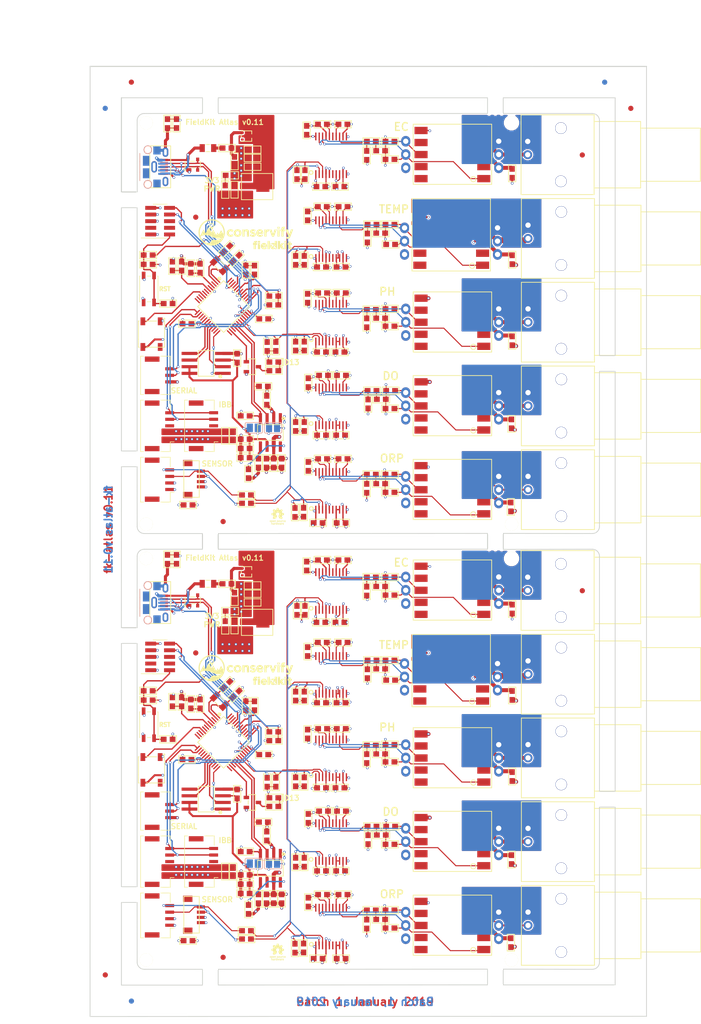
<source format=kicad_pcb>
(kicad_pcb (version 20171130) (host pcbnew "(5.0.0)")
  (title_block (title fk-core) (date 2017-03-05) (rev 0.1) (company Conservify))
  (layers (0 F.Cu signal) (1 GND signal) (2 PWR signal) (31 B.Cu signal) (34 B.Paste user) (35 F.Paste user) (36 B.SilkS user) (37 F.SilkS user) (38 B.Mask user) (39 F.Mask user) (44 Edge.Cuts user))
  (net 0 "")
  (net 1 GND)
  (net 2 /SWCLK)
  (net 3 /SWDIO)
  (net 4 /MOSI)
  (net 5 /MISO)
  (net 6 /SCK)
  (net 7 3V3)
  (net 8 /RST)
  (net 9 /RESET)
  (net 10 /USB-)
  (net 11 /USB+)
  (net 12 /D30)
  (net 13 /D31)
  (net 14 /USB_ID)
  (net 15 "Net-(D1-Pad1)")
  (net 16 5V0)
  (net 17 VUSB)
  (net 18 "Net-(F1-Pad1)")
  (net 19 /SDA2)
  (net 20 "Net-(C3-Pad2)")
  (net 21 "Net-(C4-Pad2)")
  (net 22 "Net-(C7-Pad1)")
  (net 23 VBUS)
  (net 24 VIN)
  (net 25 "Net-(J9-Pad8)")
  (net 26 "Net-(J9-Pad9)")
  (net 27 /SCL2)
  (net 28 "Net-(M5-Pad~)")
  (net 29 /PERIPH_3V3)
  (net 30 "Net-(R7-Pad1)")
  (net 31 "Net-(C1-Pad1)")
  (net 32 /SDA1)
  (net 33 /SCL1)
  (net 34 "Net-(D4-Pad1)")
  (net 35 /isolated_atlas0/ISO_GND)
  (net 36 /isolated_atlas1/ISO_GND)
  (net 37 /isolated_atlas2/ISO_GND)
  (net 38 /isolated_atlas3/ISO_GND)
  (net 39 /isolated_atlas4/ISO_GND)
  (net 40 /isolated_atlas0/ISO_VCC)
  (net 41 /isolated_atlas1/ISO_VCC)
  (net 42 /isolated_atlas2/ISO_VCC)
  (net 43 /isolated_atlas3/ISO_VCC)
  (net 44 /isolated_atlas4/ISO_VCC)
  (net 45 /isolated_atlas0/ISO_SCL)
  (net 46 /isolated_atlas0/ISO_SDA)
  (net 47 /isolated_atlas1/ISO_SCL)
  (net 48 /isolated_atlas1/ISO_SDA)
  (net 49 /isolated_atlas2/ISO_SCL)
  (net 50 /isolated_atlas2/ISO_SDA)
  (net 51 /isolated_atlas3/ISO_SCL)
  (net 52 /isolated_atlas3/ISO_SDA)
  (net 53 /isolated_atlas4/ISO_SCL)
  (net 54 /isolated_atlas4/ISO_SDA)
  (net 55 "Net-(J201-Pad2)")
  (net 56 "Net-(J301-Pad2)")
  (net 57 "Net-(J401-Pad2)")
  (net 58 "Net-(J501-Pad2)")
  (net 59 "Net-(J601-Pad2)")
  (net 60 "Net-(R201-Pad1)")
  (net 61 "Net-(R202-Pad2)")
  (net 62 "Net-(R301-Pad1)")
  (net 63 "Net-(R302-Pad2)")
  (net 64 "Net-(R401-Pad1)")
  (net 65 "Net-(R402-Pad2)")
  (net 66 "Net-(R501-Pad1)")
  (net 67 "Net-(R502-Pad2)")
  (net 68 "Net-(R601-Pad1)")
  (net 69 "Net-(R602-Pad2)")
  (net 70 "Net-(U201-Pad6)")
  (net 71 "Net-(U201-Pad15)")
  (net 72 "Net-(U301-Pad6)")
  (net 73 "Net-(U301-Pad15)")
  (net 74 "Net-(U401-Pad6)")
  (net 75 "Net-(U401-Pad15)")
  (net 76 "Net-(U501-Pad6)")
  (net 77 "Net-(U501-Pad15)")
  (net 78 "Net-(U601-Pad6)")
  (net 79 "Net-(U601-Pad15)")
  (net 80 "Net-(C6-Pad1)")
  (net 81 "Net-(C13-Pad1)")
  (net 82 "Net-(J1-Pad6)")
  (net 83 "Net-(J2-Pad4)")
  (net 84 /A3)
  (net 85 /A4)
  (net 86 /A5)
  (net 87 /A0)
  (net 88 /A1)
  (net 89 /A2)
  (net 90 /D8)
  (net 91 /D9)
  (net 92 /D1)
  (net 93 /D0)
  (net 94 /ATN)
  (net 95 /D2)
  (net 96 /D11)
  (net 97 /D13)
  (net 98 /D10)
  (net 99 /D7)
  (net 100 /TX_LED)
  (net 101 /RX_LED)
  (net 102 "Net-(J1-Pad3)")
  (net 103 "Net-(J1-Pad4)")
  (net 104 "Net-(Q4-Pad3)")
  (net 105 /isolated_atlas0/EC_PGND)
  (net 106 /isolated_atlas1/RTD_PGND)
  (net 107 /isolated_atlas2/PH_PGND)
  (net 108 /isolated_atlas3/DO_PGND)
  (net 109 /isolated_atlas4/ORP_PGND)
  (net 110 /SCL3)
  (net 111 /SDA3)
  (net 112 "Net-(M6-Pad~)")
  (net 113 "Net-(M7-Pad~)")
  (net 114 VCC)
  (net 115 "Net-(R12-Pad1)")
  (net 116 /D5_FLASH_CS)
  (net 117 /D12_PERIPH_EN)
  (net 118 "Net-(U5-Pad4)")
  (net 119 /D6_ATLAS_EN)
  (net 120 "Net-(J2-Pad7)")
  (net 121 "Net-(J2-Pad8)")
  (net 122 "Net-(J9-Pad6)")
  (net 123 "Net-(J5-Pad3)")
  (net 124 "Net-(J7-Pad3)")
  (module Fiducial:Fiducial_1mm_Dia_2.54mm_Outer_CopperBottom (layer F.Cu) (at 183.3614 274.6094)
    (fp_text reference REF** hide)
    (fp_text value Fiducial_1mm_Dia_2.54mm_Outer_CopperBottom hide)
    (pad ~ smd circle (at 0 0) (size 1 1) (layers B.Cu B.Mask) (clearance 0.77))
  )
  (module MountingHole:MountingHole_2.5mm (layer F.Cu) (at 178.3714 274.6194)
    (fp_text reference REF** hide)
    (fp_text value MountingHole_2.5mm)
    (pad "" np_thru_hole circle (at 0 0 180) (size 2.5 2.5) (drill 2.5) (layers *.Cu *.Paste *.Mask))
  )
  (module Fiducial:Fiducial_1mm_Dia_2.54mm_Outer_CopperBottom (layer B.Cu) (at 278.8514 104.0094)
    (fp_text reference REF** hide)
    (fp_text value Fiducial_1mm_Dia_2.54mm_Outer_CopperBottom hide)
    (pad ~ smd circle (at 0 0) (size 1 1) (layers F.Cu F.Mask) (clearance 0.77))
  )
  (module Utah-Blink-FP:MouseBite (layer F.Cu) (at 252.9514 270.0194)
    (fp_text reference REF** hide)
    (fp_text value MouseBite hide)
    (pad "" np_thru_hole circle (at -1.2 -1.5) (size 0.5 0.5) (drill 0.5) (layers *.Cu *.Mask))
    (pad "" np_thru_hole circle (at 0 -1.5) (size 0.5 0.5) (drill 0.5) (layers *.Cu *.Mask))
    (pad "" np_thru_hole circle (at 1.2 -1.5) (size 0.5 0.5) (drill 0.5) (layers *.Cu *.Mask))
    (pad "" np_thru_hole circle (at 1.2 1.5) (size 0.5 0.5) (drill 0.5) (layers *.Cu *.Mask))
    (pad "" np_thru_hole circle (at 0 1.5) (size 0.5 0.5) (drill 0.5) (layers *.Cu *.Mask))
    (pad "" np_thru_hole circle (at -1.2 1.5) (size 0.5 0.5) (drill 0.5) (layers *.Cu *.Mask))
  )
  (module Utah-Blink-FP:MouseBite (layer F.Cu) (at 198.4514 270.0494)
    (fp_text reference REF** hide)
    (fp_text value MouseBite hide)
    (pad "" np_thru_hole circle (at -1.2 1.5) (size 0.5 0.5) (drill 0.5) (layers *.Cu *.Mask))
    (pad "" np_thru_hole circle (at 0 1.5) (size 0.5 0.5) (drill 0.5) (layers *.Cu *.Mask))
    (pad "" np_thru_hole circle (at 1.2 1.5) (size 0.5 0.5) (drill 0.5) (layers *.Cu *.Mask))
    (pad "" np_thru_hole circle (at 1.2 -1.5) (size 0.5 0.5) (drill 0.5) (layers *.Cu *.Mask))
    (pad "" np_thru_hole circle (at 0 -1.5) (size 0.5 0.5) (drill 0.5) (layers *.Cu *.Mask))
    (pad "" np_thru_hole circle (at -1.2 -1.5) (size 0.5 0.5) (drill 0.5) (layers *.Cu *.Mask))
  )
  (module conservify:RES-0603 (layer F.Cu) (at 216.2854 264.4634 90)
    (fp_text reference R27 hide)
    (fp_text value 4.7K)
    (pad 1 smd rect (at -0.85 0 90) (size 1.1 1) (layers F.Cu F.Paste F.Mask) (net 114 VCC))
    (pad 2 smd rect (at 0.85 0 90) (size 1.1 1) (layers F.Cu F.Paste F.Mask) (net 32 /SDA1))
  )
  (module conservify:RES-0603 (layer F.Cu) (at 214.6344 264.5024 90)
    (fp_text reference R26 hide)
    (fp_text value 4.7K)
    (pad 2 smd rect (at 0.85 0 90) (size 1.1 1) (layers F.Cu F.Paste F.Mask) (net 33 /SCL1))
    (pad 1 smd rect (at -0.85 0 90) (size 1.1 1) (layers F.Cu F.Paste F.Mask) (net 114 VCC))
  )
  (module conservify:RES-0603 (layer F.Cu) (at 214.7614 232.7134 90)
    (fp_text reference R24 hide)
    (fp_text value 4.7K)
    (pad 2 smd rect (at 0.85 0 90) (size 1.1 1) (layers F.Cu F.Paste F.Mask) (net 33 /SCL1))
    (pad 1 smd rect (at -0.85 0 90) (size 1.1 1) (layers F.Cu F.Paste F.Mask) (net 114 VCC))
  )
  (module conservify:RES-0603 (layer F.Cu) (at 214.7614 216.3304 90)
    (fp_text reference R22 hide)
    (fp_text value 4.7K)
    (pad 1 smd rect (at -0.85 0 90) (size 1.1 1) (layers F.Cu F.Paste F.Mask) (net 114 VCC))
    (pad 2 smd rect (at 0.85 0 90) (size 1.1 1) (layers F.Cu F.Paste F.Mask) (net 33 /SCL1))
  )
  (module conservify:RES-0603 (layer F.Cu) (at 216.5394 199.9474 90)
    (fp_text reference R20 hide)
    (fp_text value 4.7K)
    (pad 1 smd rect (at -0.85 0 90) (size 1.1 1) (layers F.Cu F.Paste F.Mask) (net 114 VCC))
    (pad 2 smd rect (at 0.85 0 90) (size 1.1 1) (layers F.Cu F.Paste F.Mask) (net 32 /SDA1))
  )
  (module conservify:RES-0603 (layer F.Cu) (at 214.7614 248.0804 90)
    (fp_text reference R19 hide)
    (fp_text value 4.7K)
    (pad 1 smd rect (at -0.85 0 90) (size 1.1 1) (layers F.Cu F.Paste F.Mask) (net 114 VCC))
    (pad 2 smd rect (at 0.85 0 90) (size 1.1 1) (layers F.Cu F.Paste F.Mask) (net 33 /SCL1))
  )
  (module conservify:RES-0603 (layer F.Cu) (at 216.4124 248.0804 90)
    (fp_text reference R18 hide)
    (fp_text value 4.7K)
    (pad 2 smd rect (at 0.85 0 90) (size 1.1 1) (layers F.Cu F.Paste F.Mask) (net 32 /SDA1))
    (pad 1 smd rect (at -0.85 0 90) (size 1.1 1) (layers F.Cu F.Paste F.Mask) (net 114 VCC))
  )
  (module conservify:CAP-0603 (layer F.Cu) (at 190.3774 224.5854 180)
    (fp_text reference C25 hide)
    (fp_text value 100nF)
    (pad 2 smd rect (at 0.85 0 180) (size 1.1 1) (layers F.Cu F.Paste F.Mask) (net 8 /RST))
    (pad 1 smd rect (at -0.85 0 180) (size 1.1 1) (layers F.Cu F.Paste F.Mask) (net 1 GND))
  )
  (module conservify:RES-0603 (layer F.Cu) (at 205.1094 254.0494 180)
    (fp_text reference R13 hide)
    (fp_text value 100K)
    (pad 1 smd rect (at -0.85 0 180) (size 1.1 1) (layers F.Cu F.Paste F.Mask) (net 29 /PERIPH_3V3))
    (pad 2 smd rect (at 0.85 0 180) (size 1.1 1) (layers F.Cu F.Paste F.Mask) (net 1 GND))
  )
  (module conservify:LOGO_FK_NEGATIVE_2500 (layer F.Cu) (at 210.3164 213.4094)
    (fp_text reference G*** hide)
    (fp_text value LOGO hide)
  )
  (module conservify:LOGO_CONSERVIFY_TEXT_NEGATIVE_4000 (layer F.Cu) (at 205.2364 210.9964)
    (fp_text reference G*** hide)
    (fp_text value LOGO hide)
  )
  (module conservify:SOIC-8-N (layer F.Cu) (at 209.9354 249.2234 270)
    (fp_text reference U4 hide)
    (fp_text value TPS2052B)
    (pad 1 smd rect (at -2.7 -1.905 270) (size 2 0.6) (layers F.Cu F.Paste F.Mask) (net 1 GND))
    (pad 2 smd rect (at -2.7 -0.635 270) (size 2 0.6) (layers F.Cu F.Paste F.Mask) (net 7 3V3))
    (pad 3 smd rect (at -2.7 0.635 270) (size 2 0.6) (layers F.Cu F.Paste F.Mask) (net 119 /D6_ATLAS_EN))
    (pad 4 smd rect (at -2.7 1.905 270) (size 2 0.6) (layers F.Cu F.Paste F.Mask) (net 117 /D12_PERIPH_EN))
    (pad 5 smd rect (at 2.7 1.905 270) (size 2 0.6) (layers F.Cu F.Paste F.Mask) (net 30 "Net-(R7-Pad1)"))
    (pad 6 smd rect (at 2.7 0.635 270) (size 2 0.6) (layers F.Cu F.Paste F.Mask) (net 29 /PERIPH_3V3))
    (pad 7 smd rect (at 2.7 -0.635 270) (size 2 0.6) (layers F.Cu F.Paste F.Mask) (net 114 VCC))
    (pad 8 smd rect (at 2.7 -1.905 270) (size 2 0.6) (layers F.Cu F.Paste F.Mask) (net 115 "Net-(R12-Pad1)"))
  )
  (module conservify:RES-0603 (layer F.Cu) (at 205.1094 246.0484 180)
    (fp_text reference R6 hide)
    (fp_text value ?)
    (pad 2 smd rect (at 0.85 0 180) (size 1.1 1) (layers F.Cu F.Paste F.Mask) (net 1 GND))
    (pad 1 smd rect (at -0.85 0 180) (size 1.1 1) (layers F.Cu F.Paste F.Mask) (net 117 /D12_PERIPH_EN))
  )
  (module conservify:CAP-0603 (layer F.Cu) (at 205.1094 252.2714 180)
    (fp_text reference C21 hide)
    (fp_text value 10uF)
    (pad 2 smd rect (at 0.85 0 180) (size 1.1 1) (layers F.Cu F.Paste F.Mask) (net 1 GND))
    (pad 1 smd rect (at -0.85 0 180) (size 1.1 1) (layers F.Cu F.Paste F.Mask) (net 29 /PERIPH_3V3))
  )
  (module conservify:ABS07 (layer F.Cu) (at 200.225017 217.288017 315)
    (fp_text reference Y1 hide)
    (fp_text value FC-135)
    (pad 2 smd rect (at 1.249999 0 315) (size 1.1 1.9) (layers F.Cu F.Paste F.Mask) (net 21 "Net-(C4-Pad2)"))
    (pad 1 smd rect (at -1.249999 0 315) (size 1.1 1.9) (layers F.Cu F.Paste F.Mask) (net 20 "Net-(C3-Pad2)"))
  )
  (module conservify:RES-0603 (layer F.Cu) (at 232.7954 257.2244 180)
    (fp_text reference R603 hide)
    (fp_text value 4.7K)
    (pad 2 smd rect (at 0.85 0 180) (size 1.1 1) (layers F.Cu F.Paste F.Mask) (net 44 /isolated_atlas4/ISO_VCC))
    (pad 1 smd rect (at -0.85 0 180) (size 1.1 1) (layers F.Cu F.Paste F.Mask) (net 53 /isolated_atlas4/ISO_SCL))
  )
  (module conservify:RES-0603 (layer F.Cu) (at 232.9224 241.2224 180)
    (fp_text reference R503 hide)
    (fp_text value 4.7K)
    (pad 2 smd rect (at 0.85 0 180) (size 1.1 1) (layers F.Cu F.Paste F.Mask) (net 43 /isolated_atlas3/ISO_VCC))
    (pad 1 smd rect (at -0.85 0 180) (size 1.1 1) (layers F.Cu F.Paste F.Mask) (net 51 /isolated_atlas3/ISO_SCL))
  )
  (module conservify:RES-0603 (layer F.Cu) (at 231.0174 211.1234)
    (fp_text reference R304 hide)
    (fp_text value 1.5K)
    (pad 2 smd rect (at 0.85 0) (size 1.1 1) (layers F.Cu F.Paste F.Mask) (net 41 /isolated_atlas1/ISO_VCC))
    (pad 1 smd rect (at -0.85 0) (size 1.1 1) (layers F.Cu F.Paste F.Mask) (net 63 "Net-(R302-Pad2)"))
  )
  (module conservify:RES-0603 (layer F.Cu) (at 228.4774 212.0514 270)
    (fp_text reference R301 hide)
    (fp_text value 1.5K)
    (pad 2 smd rect (at 0.85 0 270) (size 1.1 1) (layers F.Cu F.Paste F.Mask) (net 36 /isolated_atlas1/ISO_GND))
    (pad 1 smd rect (at -0.85 0 270) (size 1.1 1) (layers F.Cu F.Paste F.Mask) (net 62 "Net-(R301-Pad1)"))
  )
  (module conservify:RES-0603 (layer F.Cu) (at 229.2394 193.5974)
    (fp_text reference R202 hide)
    (fp_text value 1.5K)
    (pad 2 smd rect (at 0.85 0) (size 1.1 1) (layers F.Cu F.Paste F.Mask) (net 61 "Net-(R202-Pad2)"))
    (pad 1 smd rect (at -0.85 0) (size 1.1 1) (layers F.Cu F.Paste F.Mask) (net 60 "Net-(R201-Pad1)"))
  )
  (module conservify:RES-0603 (layer F.Cu) (at 232.7954 225.6014 180)
    (fp_text reference R403 hide)
    (fp_text value 4.7K)
    (pad 2 smd rect (at 0.85 0 180) (size 1.1 1) (layers F.Cu F.Paste F.Mask) (net 42 /isolated_atlas2/ISO_VCC))
    (pad 1 smd rect (at -0.85 0 180) (size 1.1 1) (layers F.Cu F.Paste F.Mask) (net 49 /isolated_atlas2/ISO_SCL))
  )
  (module conservify:RES-0603 (layer F.Cu) (at 229.3664 209.4724)
    (fp_text reference R302 hide)
    (fp_text value 1.5K)
    (pad 2 smd rect (at 0.85 0) (size 1.1 1) (layers F.Cu F.Paste F.Mask) (net 63 "Net-(R302-Pad2)"))
    (pad 1 smd rect (at -0.85 0) (size 1.1 1) (layers F.Cu F.Paste F.Mask) (net 62 "Net-(R301-Pad1)"))
  )
  (module conservify:RES-0603 (layer F.Cu) (at 210.5958 237.4124 180)
    (fp_text reference R11 hide)
    (fp_text value 2K2)
    (pad 2 smd rect (at 0.85 0 180) (size 1.1 1) (layers F.Cu F.Paste F.Mask) (net 104 "Net-(Q4-Pad3)"))
    (pad 1 smd rect (at -0.85 0 180) (size 1.1 1) (layers F.Cu F.Paste F.Mask) (net 34 "Net-(D4-Pad1)"))
  )
  (module conservify:SOT-89 (layer F.Cu) (at 207.3954 202.2334 270)
    (fp_text reference U3 hide)
    (fp_text value MCP1700T-3302E/MB hide)
    (pad 2 smd rect (at 0 0 270) (size 2 2.5) (drill (offset 0 -1.1)) (layers F.Cu F.Paste F.Mask) (net 23 VBUS))
    (pad 3 smd rect (at 1.5 1.75 270) (size 0.8 1.2) (layers F.Cu F.Paste F.Mask) (net 7 3V3))
    (pad 2 smd rect (at 0 1.1 270) (size 0.8 2.2) (drill (offset 0 0.15)) (layers F.Cu F.Paste F.Mask) (net 23 VBUS))
    (pad 1 smd rect (at -1.5 1.75 270) (size 0.8 1.2) (layers F.Cu F.Paste F.Mask) (net 1 GND))
  )
  (module conservify:TQFP-48_7x7mm_Pitch0.5mm (layer F.Cu) (at 200.9819 225.1569 315)
    (fp_text reference U2 hide)
    (fp_text value ATSAMD21G18A-AU hide)
    (pad 48 smd rect (at -2.75 -4.35 45) (size 1.3 0.25) (layers F.Cu F.Paste F.Mask) (net 101 /RX_LED))
    (pad 47 smd rect (at -2.25 -4.35 45) (size 1.3 0.25) (layers F.Cu F.Paste F.Mask) (net 86 /A5))
    (pad 46 smd rect (at -1.749999 -4.35 45) (size 1.3 0.25) (layers F.Cu F.Paste F.Mask) (net 3 /SWDIO))
    (pad 45 smd rect (at -1.25 -4.35 45) (size 1.3 0.25) (layers F.Cu F.Paste F.Mask) (net 2 /SWCLK))
    (pad 44 smd rect (at -0.750001 -4.35 45) (size 1.3 0.25) (layers F.Cu F.Paste F.Mask) (net 7 3V3))
    (pad 43 smd rect (at -0.25 -4.35 45) (size 1.3 0.25) (layers F.Cu F.Paste F.Mask) (net 80 "Net-(C6-Pad1)"))
    (pad 42 smd rect (at 0.25 -4.35 45) (size 1.3 0.25) (layers F.Cu F.Paste F.Mask) (net 1 GND))
    (pad 41 smd rect (at 0.750001 -4.35 45) (size 1.3 0.25) (layers F.Cu F.Paste F.Mask) (net 14 /USB_ID))
    (pad 40 smd rect (at 1.25 -4.35 45) (size 1.3 0.25) (layers F.Cu F.Paste F.Mask) (net 9 /RESET))
    (pad 39 smd rect (at 1.749999 -4.35 45) (size 1.3 0.25) (layers F.Cu F.Paste F.Mask) (net 100 /TX_LED))
    (pad 38 smd rect (at 2.25 -4.35 45) (size 1.3 0.25) (layers F.Cu F.Paste F.Mask) (net 13 /D31))
    (pad 37 smd rect (at 2.75 -4.35 45) (size 1.3 0.25) (layers F.Cu F.Paste F.Mask) (net 12 /D30))
    (pad 36 smd rect (at 4.35 -2.75 315) (size 1.3 0.25) (layers F.Cu F.Paste F.Mask) (net 7 3V3))
    (pad 35 smd rect (at 4.35 -2.25 315) (size 1.3 0.25) (layers F.Cu F.Paste F.Mask) (net 1 GND))
    (pad 34 smd rect (at 4.35 -1.749999 315) (size 1.3 0.25) (layers F.Cu F.Paste F.Mask) (net 11 /USB+))
    (pad 33 smd rect (at 4.35 -1.25 315) (size 1.3 0.25) (layers F.Cu F.Paste F.Mask) (net 10 /USB-))
    (pad 32 smd rect (at 4.35 -0.750001 315) (size 1.3 0.25) (layers F.Cu F.Paste F.Mask) (net 33 /SCL1))
    (pad 31 smd rect (at 4.35 -0.25 315) (size 1.3 0.25) (layers F.Cu F.Paste F.Mask) (net 32 /SDA1))
    (pad 30 smd rect (at 4.35 0.25 315) (size 1.3 0.25) (layers F.Cu F.Paste F.Mask) (net 99 /D7))
    (pad 29 smd rect (at 4.35 0.750001 315) (size 1.3 0.25) (layers F.Cu F.Paste F.Mask) (net 119 /D6_ATLAS_EN))
    (pad 28 smd rect (at 4.35 1.25 315) (size 1.3 0.25) (layers F.Cu F.Paste F.Mask) (net 117 /D12_PERIPH_EN))
    (pad 27 smd rect (at 4.35 1.749999 315) (size 1.3 0.25) (layers F.Cu F.Paste F.Mask) (net 98 /D10))
    (pad 26 smd rect (at 4.35 2.25 315) (size 1.3 0.25) (layers F.Cu F.Paste F.Mask) (net 97 /D13))
    (pad 25 smd rect (at 4.35 2.75 315) (size 1.3 0.25) (layers F.Cu F.Paste F.Mask) (net 96 /D11))
    (pad 24 smd rect (at 2.75 4.35 45) (size 1.3 0.25) (layers F.Cu F.Paste F.Mask) (net 116 /D5_FLASH_CS))
    (pad 23 smd rect (at 2.25 4.35 45) (size 1.3 0.25) (layers F.Cu F.Paste F.Mask) (net 95 /D2))
    (pad 22 smd rect (at 1.749999 4.35 45) (size 1.3 0.25) (layers F.Cu F.Paste F.Mask) (net 94 /ATN))
    (pad 21 smd rect (at 1.25 4.35 45) (size 1.3 0.25) (layers F.Cu F.Paste F.Mask) (net 5 /MISO))
    (pad 20 smd rect (at 0.750001 4.35 45) (size 1.3 0.25) (layers F.Cu F.Paste F.Mask) (net 6 /SCK))
    (pad 19 smd rect (at 0.25 4.35 45) (size 1.3 0.25) (layers F.Cu F.Paste F.Mask) (net 4 /MOSI))
    (pad 18 smd rect (at -0.25 4.35 45) (size 1.3 0.25) (layers F.Cu F.Paste F.Mask) (net 1 GND))
    (pad 17 smd rect (at -0.750001 4.35 45) (size 1.3 0.25) (layers F.Cu F.Paste F.Mask) (net 7 3V3))
    (pad 16 smd rect (at -1.25 4.35 45) (size 1.3 0.25) (layers F.Cu F.Paste F.Mask) (net 93 /D0))
    (pad 15 smd rect (at -1.749999 4.35 45) (size 1.3 0.25) (layers F.Cu F.Paste F.Mask) (net 92 /D1))
    (pad 14 smd rect (at -2.25 4.35 45) (size 1.3 0.25) (layers F.Cu F.Paste F.Mask) (net 110 /SCL3))
    (pad 13 smd rect (at -2.75 4.35 45) (size 1.3 0.25) (layers F.Cu F.Paste F.Mask) (net 111 /SDA3))
    (pad 12 smd rect (at -4.35 2.75 315) (size 1.3 0.25) (layers F.Cu F.Paste F.Mask) (net 91 /D9))
    (pad 11 smd rect (at -4.35 2.25 315) (size 1.3 0.25) (layers F.Cu F.Paste F.Mask) (net 90 /D8))
    (pad 10 smd rect (at -4.35 1.749999 315) (size 1.3 0.25) (layers F.Cu F.Paste F.Mask) (net 85 /A4))
    (pad 9 smd rect (at -4.35 1.25 315) (size 1.3 0.25) (layers F.Cu F.Paste F.Mask) (net 84 /A3))
    (pad 8 smd rect (at -4.35 0.750001 315) (size 1.3 0.25) (layers F.Cu F.Paste F.Mask) (net 89 /A2))
    (pad 7 smd rect (at -4.35 0.25 315) (size 1.3 0.25) (layers F.Cu F.Paste F.Mask) (net 88 /A1))
    (pad 6 smd rect (at -4.35 -0.25 315) (size 1.3 0.25) (layers F.Cu F.Paste F.Mask) (net 22 "Net-(C7-Pad1)"))
    (pad 5 smd rect (at -4.35 -0.750001 315) (size 1.3 0.25) (layers F.Cu F.Paste F.Mask) (net 1 GND))
    (pad 4 smd rect (at -4.35 -1.25 315) (size 1.3 0.25) (layers F.Cu F.Paste F.Mask) (net 31 "Net-(C1-Pad1)"))
    (pad 3 smd rect (at -4.35 -1.749999 315) (size 1.3 0.25) (layers F.Cu F.Paste F.Mask) (net 87 /A0))
    (pad 2 smd rect (at -4.35 -2.25 315) (size 1.3 0.25) (layers F.Cu F.Paste F.Mask) (net 20 "Net-(C3-Pad2)"))
    (pad 1 smd rect (at -4.35 -2.75 315) (size 1.3 0.25) (layers F.Cu F.Paste F.Mask) (net 21 "Net-(C4-Pad2)"))
  )
  (module conservify:RES-0603 (layer F.Cu) (at 232.7954 260.6534 180)
    (fp_text reference R605 hide)
    (fp_text value 4.7K)
    (pad 2 smd rect (at 0.85 0 180) (size 1.1 1) (layers F.Cu F.Paste F.Mask) (net 44 /isolated_atlas4/ISO_VCC))
    (pad 1 smd rect (at -0.85 0 180) (size 1.1 1) (layers F.Cu F.Paste F.Mask) (net 54 /isolated_atlas4/ISO_SDA))
  )
  (module conservify:RES-0603 (layer F.Cu) (at 232.7954 209.4724 180)
    (fp_text reference R303 hide)
    (fp_text value 4.7K)
    (pad 2 smd rect (at 0.85 0 180) (size 1.1 1) (layers F.Cu F.Paste F.Mask) (net 41 /isolated_atlas1/ISO_VCC))
    (pad 1 smd rect (at -0.85 0 180) (size 1.1 1) (layers F.Cu F.Paste F.Mask) (net 47 /isolated_atlas1/ISO_SCL))
  )
  (module conservify:RES-0603 (layer F.Cu) (at 232.7954 197.0264 180)
    (fp_text reference R205 hide)
    (fp_text value 4.7K)
    (pad 2 smd rect (at 0.85 0 180) (size 1.1 1) (layers F.Cu F.Paste F.Mask) (net 40 /isolated_atlas0/ISO_VCC))
    (pad 1 smd rect (at -0.85 0 180) (size 1.1 1) (layers F.Cu F.Paste F.Mask) (net 46 /isolated_atlas0/ISO_SDA))
  )
  (module conservify:RES-0603 (layer F.Cu) (at 228.3504 228.2684 270)
    (fp_text reference R401 hide)
    (fp_text value 1.5K)
    (pad 2 smd rect (at 0.85 0 270) (size 1.1 1) (layers F.Cu F.Paste F.Mask) (net 37 /isolated_atlas2/ISO_GND))
    (pad 1 smd rect (at -0.85 0 270) (size 1.1 1) (layers F.Cu F.Paste F.Mask) (net 64 "Net-(R401-Pad1)"))
  )
  (module conservify:RES-0603 (layer F.Cu) (at 232.7954 244.6514 180)
    (fp_text reference R505 hide)
    (fp_text value 4.7K)
    (pad 2 smd rect (at 0.85 0 180) (size 1.1 1) (layers F.Cu F.Paste F.Mask) (net 43 /isolated_atlas3/ISO_VCC))
    (pad 1 smd rect (at -0.85 0 180) (size 1.1 1) (layers F.Cu F.Paste F.Mask) (net 52 /isolated_atlas3/ISO_SDA))
  )
  (module conservify:RES-0603 (layer F.Cu) (at 229.3664 241.2224)
    (fp_text reference R502 hide)
    (fp_text value 1.5K)
    (pad 2 smd rect (at 0.85 0) (size 1.1 1) (layers F.Cu F.Paste F.Mask) (net 67 "Net-(R502-Pad2)"))
    (pad 1 smd rect (at -0.85 0) (size 1.1 1) (layers F.Cu F.Paste F.Mask) (net 66 "Net-(R501-Pad1)"))
  )
  (module conservify:RES-0603 (layer F.Cu) (at 228.3504 259.8914 270)
    (fp_text reference R601 hide)
    (fp_text value 1.5K)
    (pad 2 smd rect (at 0.85 0 270) (size 1.1 1) (layers F.Cu F.Paste F.Mask) (net 39 /isolated_atlas4/ISO_GND))
    (pad 1 smd rect (at -0.85 0 270) (size 1.1 1) (layers F.Cu F.Paste F.Mask) (net 68 "Net-(R601-Pad1)"))
  )
  (module conservify:LOGO_OSH_NEGATIVE_3000 (layer F.Cu) (at 211.3324 265.2254)
    (fp_text reference G*** hide)
    (fp_text value LOGO hide)
  )
  (module conservify:SJ_OPEN (layer B.Cu) (at 210.4434 248.3344)
    (fp_text reference J8 hide)
    (fp_text value CONN_01x02 hide)
    (pad 2 smd rect (at 0.762 0) (size 1.1684 1.6002) (layers B.Cu B.Mask) (net 114 VCC))
    (pad 1 smd rect (at -0.762 0) (size 1.1684 1.6002) (layers B.Cu B.Mask) (net 7 3V3))
  )
  (module conservify:RES-0603 (layer F.Cu) (at 205.7444 257.0974 270)
    (fp_text reference R12 hide)
    (fp_text value 10K)
    (pad 2 smd rect (at 0.85 0 270) (size 1.1 1) (layers F.Cu F.Paste F.Mask) (net 7 3V3))
    (pad 1 smd rect (at -0.85 0 270) (size 1.1 1) (layers F.Cu F.Paste F.Mask) (net 115 "Net-(R12-Pad1)"))
  )
  (module conservify:SOIC-8-N-WIDE (layer F.Cu) (at 197.6545 236.0154 180)
    (fp_text reference U1 hide)
    (fp_text value S25FL116K0XMFI041)
    (pad 1 smd rect (at -3.2 -1.905 180) (size 3 0.6) (layers F.Cu F.Paste F.Mask) (net 116 /D5_FLASH_CS))
    (pad 2 smd rect (at -3.2 -0.635 180) (size 3 0.6) (layers F.Cu F.Paste F.Mask) (net 5 /MISO))
    (pad 3 smd rect (at -3.2 0.635 180) (size 3 0.6) (layers F.Cu F.Paste F.Mask) (net 29 /PERIPH_3V3))
    (pad 4 smd rect (at -3.2 1.905 180) (size 3 0.6) (layers F.Cu F.Paste F.Mask) (net 1 GND))
    (pad 5 smd rect (at 3.2 1.905 180) (size 3 0.6) (layers F.Cu F.Paste F.Mask) (net 4 /MOSI))
    (pad 6 smd rect (at 3.2 0.635 180) (size 3 0.6) (layers F.Cu F.Paste F.Mask) (net 6 /SCK))
    (pad 7 smd rect (at 3.2 -0.635 180) (size 3 0.6) (layers F.Cu F.Paste F.Mask) (net 29 /PERIPH_3V3))
    (pad 8 smd rect (at 3.2 -1.905 180) (size 3 0.6) (layers F.Cu F.Paste F.Mask) (net 29 /PERIPH_3V3))
  )
  (module conservify:RES-0603 (layer F.Cu) (at 232.9224 213.2824 180)
    (fp_text reference R305 hide)
    (fp_text value 4.7K)
    (pad 2 smd rect (at 0.85 0 180) (size 1.1 1) (layers F.Cu F.Paste F.Mask) (net 41 /isolated_atlas1/ISO_VCC))
    (pad 1 smd rect (at -0.85 0 180) (size 1.1 1) (layers F.Cu F.Paste F.Mask) (net 48 /isolated_atlas1/ISO_SDA))
  )
  (module conservify:RES-0603 (layer F.Cu) (at 216.4124 232.7134 90)
    (fp_text reference R25 hide)
    (fp_text value 4.7K)
    (pad 1 smd rect (at -0.85 0 90) (size 1.1 1) (layers F.Cu F.Paste F.Mask) (net 114 VCC))
    (pad 2 smd rect (at 0.85 0 90) (size 1.1 1) (layers F.Cu F.Paste F.Mask) (net 32 /SDA1))
  )
  (module conservify:RES-0603 (layer F.Cu) (at 216.4124 216.3304 90)
    (fp_text reference R23 hide)
    (fp_text value 4.7K)
    (pad 2 smd rect (at 0.85 0 90) (size 1.1 1) (layers F.Cu F.Paste F.Mask) (net 32 /SDA1))
    (pad 1 smd rect (at -0.85 0 90) (size 1.1 1) (layers F.Cu F.Paste F.Mask) (net 114 VCC))
  )
  (module conservify:RES-0603 (layer F.Cu) (at 215.0154 199.9474 90)
    (fp_text reference R21 hide)
    (fp_text value 4.7K)
    (pad 2 smd rect (at 0.85 0 90) (size 1.1 1) (layers F.Cu F.Paste F.Mask) (net 33 /SCL1))
    (pad 1 smd rect (at -0.85 0 90) (size 1.1 1) (layers F.Cu F.Paste F.Mask) (net 114 VCC))
  )
  (module conservify:RES-0603 (layer F.Cu) (at 231.0174 227.3794)
    (fp_text reference R404 hide)
    (fp_text value 1.5K)
    (pad 2 smd rect (at 0.85 0) (size 1.1 1) (layers F.Cu F.Paste F.Mask) (net 42 /isolated_atlas2/ISO_VCC))
    (pad 1 smd rect (at -0.85 0) (size 1.1 1) (layers F.Cu F.Paste F.Mask) (net 65 "Net-(R402-Pad2)"))
  )
  (module conservify:Molex_CLIK-Mate_502382-0570_1x05_P1.25mm_Vertical (layer F.Cu) (at 197.1338 247.9473 90)
    (fp_text reference J7 hide)
    (fp_text value CONN_01x05)
    (pad 1 smd rect (at -2.5 1.95 90) (size 0.6 1.7) (layers F.Cu F.Paste F.Mask) (net 7 3V3))
    (pad 2 smd rect (at -1.25 1.95 90) (size 0.6 1.7) (layers F.Cu F.Paste F.Mask) (net 1 GND))
    (pad 3 smd rect (at 0 1.95 90) (size 0.6 1.7) (layers F.Cu F.Paste F.Mask) (net 124 "Net-(J7-Pad3)"))
    (pad 4 smd rect (at 1.25 1.95 90) (size 0.6 1.7) (layers F.Cu F.Paste F.Mask) (net 110 /SCL3))
    (pad 5 smd rect (at 2.5 1.95 90) (size 0.6 1.7) (layers F.Cu F.Paste F.Mask) (net 111 /SDA3))
    (pad "" smd rect (at -4.35 -1.4 90) (size 1 2.8) (layers F.Cu F.Paste F.Mask))
    (pad "" smd rect (at 4.35 -1.4 90) (size 1 2.8) (layers F.Cu F.Paste F.Mask))
  )
  (module conservify:RES-0603 (layer F.Cu) (at 229.2394 225.7284)
    (fp_text reference R402 hide)
    (fp_text value 1.5K)
    (pad 2 smd rect (at 0.85 0) (size 1.1 1) (layers F.Cu F.Paste F.Mask) (net 65 "Net-(R402-Pad2)"))
    (pad 1 smd rect (at -0.85 0) (size 1.1 1) (layers F.Cu F.Paste F.Mask) (net 64 "Net-(R401-Pad1)"))
  )
  (module conservify:RES-0603 (layer F.Cu) (at 231.1444 242.8734)
    (fp_text reference R504 hide)
    (fp_text value 1.5K)
    (pad 2 smd rect (at 0.85 0) (size 1.1 1) (layers F.Cu F.Paste F.Mask) (net 43 /isolated_atlas3/ISO_VCC))
    (pad 1 smd rect (at -0.85 0) (size 1.1 1) (layers F.Cu F.Paste F.Mask) (net 67 "Net-(R502-Pad2)"))
  )
  (module conservify:RES-0603 (layer F.Cu) (at 229.2394 257.2244)
    (fp_text reference R602 hide)
    (fp_text value 1.5K)
    (pad 2 smd rect (at 0.85 0) (size 1.1 1) (layers F.Cu F.Paste F.Mask) (net 69 "Net-(R602-Pad2)"))
    (pad 1 smd rect (at -0.85 0) (size 1.1 1) (layers F.Cu F.Paste F.Mask) (net 68 "Net-(R601-Pad1)"))
  )
  (module conservify:RES-0603 (layer F.Cu) (at 228.6044 243.7624 270)
    (fp_text reference R501 hide)
    (fp_text value 1.5K)
    (pad 2 smd rect (at 0.85 0 270) (size 1.1 1) (layers F.Cu F.Paste F.Mask) (net 38 /isolated_atlas3/ISO_GND))
    (pad 1 smd rect (at -0.85 0 270) (size 1.1 1) (layers F.Cu F.Paste F.Mask) (net 66 "Net-(R501-Pad1)"))
  )
  (module conservify:RES-0603 (layer F.Cu) (at 232.7954 228.9034 180)
    (fp_text reference R405 hide)
    (fp_text value 4.7K)
    (pad 2 smd rect (at 0.85 0 180) (size 1.1 1) (layers F.Cu F.Paste F.Mask) (net 42 /isolated_atlas2/ISO_VCC))
    (pad 1 smd rect (at -0.85 0 180) (size 1.1 1) (layers F.Cu F.Paste F.Mask) (net 50 /isolated_atlas2/ISO_SDA))
  )
  (module conservify:RES-0603 (layer F.Cu) (at 207.6494 255.0654 270)
    (fp_text reference R7 hide)
    (fp_text value 10K)
    (pad 1 smd rect (at -0.85 0 270) (size 1.1 1) (layers F.Cu F.Paste F.Mask) (net 30 "Net-(R7-Pad1)"))
    (pad 2 smd rect (at 0.85 0 270) (size 1.1 1) (layers F.Cu F.Paste F.Mask) (net 7 3V3))
  )
  (module conservify:RES-0603 (layer F.Cu) (at 208.6019 240.3969)
    (fp_text reference R3 hide)
    (fp_text value ?)
    (pad 2 smd rect (at 0.85 0) (size 1.1 1) (layers F.Cu F.Paste F.Mask) (net 1 GND))
    (pad 1 smd rect (at -0.85 0) (size 1.1 1) (layers F.Cu F.Paste F.Mask) (net 119 /D6_ATLAS_EN))
  )
  (module conservify:CAP-0603 (layer F.Cu) (at 205.1094 250.4934 180)
    (fp_text reference C20 hide)
    (fp_text value 100nF)
    (pad 1 smd rect (at -0.85 0 180) (size 1.1 1) (layers F.Cu F.Paste F.Mask) (net 29 /PERIPH_3V3))
    (pad 2 smd rect (at 0.85 0 180) (size 1.1 1) (layers F.Cu F.Paste F.Mask) (net 1 GND))
  )
  (module conservify:RES-0603 (layer F.Cu) (at 231.0174 259.0024)
    (fp_text reference R604 hide)
    (fp_text value 1.5K)
    (pad 2 smd rect (at 0.85 0) (size 1.1 1) (layers F.Cu F.Paste F.Mask) (net 44 /isolated_atlas4/ISO_VCC))
    (pad 1 smd rect (at -0.85 0) (size 1.1 1) (layers F.Cu F.Paste F.Mask) (net 69 "Net-(R602-Pad2)"))
  )
  (module conservify:RES-0603 (layer F.Cu) (at 232.7954 193.5974 180)
    (fp_text reference R203 hide)
    (fp_text value 4.7K)
    (pad 2 smd rect (at 0.85 0 180) (size 1.1 1) (layers F.Cu F.Paste F.Mask) (net 40 /isolated_atlas0/ISO_VCC))
    (pad 1 smd rect (at -0.85 0 180) (size 1.1 1) (layers F.Cu F.Paste F.Mask) (net 45 /isolated_atlas0/ISO_SCL))
  )
  (module conservify:RES-0603 (layer F.Cu) (at 228.3504 196.2644 270)
    (fp_text reference R201 hide)
    (fp_text value 1.5K)
    (pad 2 smd rect (at 0.85 0 270) (size 1.1 1) (layers F.Cu F.Paste F.Mask) (net 35 /isolated_atlas0/ISO_GND))
    (pad 1 smd rect (at -0.85 0 270) (size 1.1 1) (layers F.Cu F.Paste F.Mask) (net 60 "Net-(R201-Pad1)"))
  )
  (module conservify:RES-0603 (layer F.Cu) (at 209.319869 232.783703 270)
    (fp_text reference R4 hide)
    (fp_text value 4.7K)
    (pad 2 smd rect (at 0.85 0 270) (size 1.1 1) (layers F.Cu F.Paste F.Mask) (net 7 3V3))
    (pad 1 smd rect (at -0.85 0 270) (size 1.1 1) (layers F.Cu F.Paste F.Mask) (net 33 /SCL1))
  )
  (module conservify:RES-0603 (layer F.Cu) (at 186.558994 215.3144 180)
    (fp_text reference R2 hide)
    (fp_text value 330R)
    (pad 2 smd rect (at 0.85 0 180) (size 1.1 1) (layers F.Cu F.Paste F.Mask) (net 8 /RST))
    (pad 1 smd rect (at -0.85 0 180) (size 1.1 1) (layers F.Cu F.Paste F.Mask) (net 9 /RESET))
  )
  (module conservify:RES-0603 (layer F.Cu) (at 186.558994 217.0924 180)
    (fp_text reference R1 hide)
    (fp_text value 10K)
    (pad 2 smd rect (at 0.85 0 180) (size 1.1 1) (layers F.Cu F.Paste F.Mask) (net 8 /RST))
    (pad 1 smd rect (at -0.85 0 180) (size 1.1 1) (layers F.Cu F.Paste F.Mask) (net 7 3V3))
  )
  (module conservify:SOT-143B (layer F.Cu) (at 195.0764 198.0424)
    (fp_text reference D5 hide)
    (fp_text value PRTR5V0U2X)
    (pad 4 smd rect (at -0.95 -1) (size 0.6 0.7) (layers F.Cu F.Paste F.Mask) (net 17 VUSB))
    (pad 3 smd rect (at 0.95 -1) (size 0.6 0.7) (layers F.Cu F.Paste F.Mask) (net 10 /USB-))
    (pad 2 smd rect (at 0.95 1) (size 0.6 0.7) (layers F.Cu F.Paste F.Mask) (net 11 /USB+))
    (pad 1 smd rect (at -0.75 1) (size 1 0.7) (layers F.Cu F.Paste F.Mask) (net 1 GND))
  )
  (module conservify:CAP-0603 (layer F.Cu) (at 219.0589 266.4874 180)
    (fp_text reference C602 hide)
    (fp_text value 10uF)
    (pad 2 smd rect (at 0.85 0 180) (size 1.1 1) (layers F.Cu F.Paste F.Mask) (net 1 GND))
    (pad 1 smd rect (at -0.85 0 180) (size 1.1 1) (layers F.Cu F.Paste F.Mask) (net 114 VCC))
  )
  (module conservify:IND-0603 (layer F.Cu) (at 201.6414 194.8674 180)
    (fp_text reference L2 hide)
    (fp_text value BLM18KG221SN1D)
    (pad 2 smd rect (at 0.85 0 180) (size 1.1 1) (layers F.Cu F.Paste F.Mask) (net 18 "Net-(F1-Pad1)"))
    (pad 1 smd rect (at -0.85 0 180) (size 1.1 1) (layers F.Cu F.Paste F.Mask) (net 16 5V0))
  )
  (module conservify:FIDUCIAL-1MM (layer F.Cu) (at 200.893 266.2414)
    (fp_text reference M5 hide)
    (fp_text value FIDUCIAL)
    (pad ~ smd circle (at 0 0) (size 1 1) (layers F.Cu F.Mask) (net 28 "Net-(M5-Pad~)") (clearance 0.5))
  )
  (module conservify:HOLE_NPTH_2.54MM (layer F.Cu) (at 256.0364 266.7494)
    (fp_text reference M3 hide)
    (fp_text value MOUNT_HOLE)
    (pad "" np_thru_hole circle (at 0 0) (size 2.54 2.54) (drill 2.54) (layers *.Cu *.Mask F.SilkS))
  )
  (module conservify:HOLE_NPTH_2.54MM (layer F.Cu) (at 186.1864 190.0414)
    (fp_text reference M2 hide)
    (fp_text value MOUNT_HOLE)
    (pad "" np_thru_hole circle (at 0 0) (size 2.54 2.54) (drill 2.54) (layers *.Cu *.Mask F.SilkS))
  )
  (module conservify:IND-0603 (layer F.Cu) (at 191.1902 217.4226 90)
    (fp_text reference L1 hide)
    (fp_text value BLM18KG221SN1D)
    (pad 2 smd rect (at 0.85 0 90) (size 1.1 1) (layers F.Cu F.Paste F.Mask) (net 7 3V3))
    (pad 1 smd rect (at -0.85 0 90) (size 1.1 1) (layers F.Cu F.Paste F.Mask) (net 22 "Net-(C7-Pad1)"))
  )
  (module conservify:MF-PSMF020X (layer F.Cu) (at 197.9974 194.8674 180)
    (fp_text reference F1 hide)
    (fp_text value MF-PSMF050X-2)
    (pad 2 smd rect (at 1.1 0 180) (size 1 1.5) (layers F.Cu F.Paste F.Mask) (net 17 VUSB))
    (pad 1 smd rect (at -1.1 0 180) (size 1 1.5) (layers F.Cu F.Paste F.Mask) (net 18 "Net-(F1-Pad1)"))
  )
  (module conservify:CAP-0603 (layer F.Cu) (at 223.814 254.2526)
    (fp_text reference C604 hide)
    (fp_text value 100nF)
    (pad 2 smd rect (at 0.85 0) (size 1.1 1) (layers F.Cu F.Paste F.Mask) (net 44 /isolated_atlas4/ISO_VCC))
    (pad 1 smd rect (at -0.85 0) (size 1.1 1) (layers F.Cu F.Paste F.Mask) (net 39 /isolated_atlas4/ISO_GND))
  )
  (module conservify:HDR_02x05_Pitch1.27mm_SMD_SWD (layer F.Cu) (at 188.8534 208.8374 180)
    (fp_text reference J1 hide)
    (fp_text value CONN_02x05_SWD hide)
    (pad 10 smd rect (at -1.8 2.54 180) (size 2.1 0.75) (layers F.Cu F.Paste F.Mask) (net 3 /SWDIO))
    (pad 9 smd rect (at 1.8 2.54 180) (size 2.1 0.75) (layers F.Cu F.Paste F.Mask) (net 7 3V3))
    (pad 8 smd rect (at -1.8 1.27 180) (size 2.1 0.75) (layers F.Cu F.Paste F.Mask) (net 2 /SWCLK))
    (pad 7 smd rect (at 1.8 1.27 180) (size 2.1 0.75) (layers F.Cu F.Paste F.Mask) (net 1 GND))
    (pad 6 smd rect (at -1.8 0 180) (size 2.1 0.75) (layers F.Cu F.Paste F.Mask) (net 82 "Net-(J1-Pad6)"))
    (pad 5 smd rect (at 1.8 0 180) (size 2.1 0.75) (layers F.Cu F.Paste F.Mask) (net 1 GND))
    (pad 4 smd rect (at -1.8 -1.27 180) (size 2.1 0.75) (layers F.Cu F.Paste F.Mask) (net 103 "Net-(J1-Pad4)"))
    (pad 3 smd rect (at 1.8 -1.27 180) (size 2.1 0.75) (layers F.Cu F.Paste F.Mask) (net 102 "Net-(J1-Pad3)"))
    (pad 2 smd rect (at -1.8 -2.54 180) (size 2.1 0.75) (layers F.Cu F.Paste F.Mask) (net 8 /RST))
    (pad 1 smd rect (at 1.8 -2.54 180) (size 2.1 0.75) (layers F.Cu F.Paste F.Mask) (net 1 GND))
  )
  (module conservify:CAP-0603 (layer F.Cu) (at 217.1744 255.7004 90)
    (fp_text reference C605 hide)
    (fp_text value 10uF)
    (pad 2 smd rect (at 0.85 0 90) (size 1.1 1) (layers F.Cu F.Paste F.Mask) (net 44 /isolated_atlas4/ISO_VCC))
    (pad 1 smd rect (at -0.85 0 90) (size 1.1 1) (layers F.Cu F.Paste F.Mask) (net 39 /isolated_atlas4/ISO_GND))
  )
  (module conservify:CAP-0603 (layer F.Cu) (at 217.1744 239.6984 90)
    (fp_text reference C505 hide)
    (fp_text value 10uF)
    (pad 2 smd rect (at 0.85 0 90) (size 1.1 1) (layers F.Cu F.Paste F.Mask) (net 43 /isolated_atlas3/ISO_VCC))
    (pad 1 smd rect (at -0.85 0 90) (size 1.1 1) (layers F.Cu F.Paste F.Mask) (net 38 /isolated_atlas3/ISO_GND))
  )
  (module conservify:CAP-0603 (layer F.Cu) (at 223.4609 266.4874 180)
    (fp_text reference C601 hide)
    (fp_text value 100nF)
    (pad 2 smd rect (at 0.85 0 180) (size 1.1 1) (layers F.Cu F.Paste F.Mask) (net 1 GND))
    (pad 1 smd rect (at -0.85 0 180) (size 1.1 1) (layers F.Cu F.Paste F.Mask) (net 114 VCC))
  )
  (module conservify:SOT-23 (layer F.Cu) (at 206.489859 236.652793 270)
    (fp_text reference Q4 hide)
    (fp_text value 2N7002LT1G)
    (pad 3 smd rect (at 0 -1.15 270) (size 0.65 1.05) (layers F.Cu F.Paste F.Mask) (net 104 "Net-(Q4-Pad3)"))
    (pad 2 smd rect (at 0.95 1.15 270) (size 0.65 1.05) (layers F.Cu F.Paste F.Mask) (net 1 GND))
    (pad 1 smd rect (at -0.95 1.15 270) (size 0.65 1.05) (layers F.Cu F.Paste F.Mask) (net 97 /D13))
  )
  (module conservify:CAP-0603 (layer F.Cu) (at 255.9094 263.4474 90)
    (fp_text reference C606 hide)
    (fp_text value 10uF)
    (pad 2 smd rect (at 0.85 0 90) (size 1.1 1) (layers F.Cu F.Paste F.Mask) (net 44 /isolated_atlas4/ISO_VCC))
    (pad 1 smd rect (at -0.85 0 90) (size 1.1 1) (layers F.Cu F.Paste F.Mask) (net 39 /isolated_atlas4/ISO_GND))
  )
  (module conservify:FIDUCIAL-1MM (layer F.Cu) (at 195.6606 208.0754)
    (fp_text reference M6 hide)
    (fp_text value FIDUCIAL)
    (pad ~ smd circle (at 0 0) (size 1 1) (layers F.Cu F.Mask) (net 112 "Net-(M6-Pad~)") (clearance 0.5))
  )
  (module conservify:FIDUCIAL-1MM (layer F.Cu) (at 269.5746 196.1882)
    (fp_text reference M7 hide)
    (fp_text value FIDUCIAL)
    (pad ~ smd circle (at 0 0) (size 1 1) (layers F.Cu F.Mask) (net 113 "Net-(M7-Pad~)") (clearance 0.5))
  )
  (module conservify:HOLE_NPTH_2.54MM (layer F.Cu) (at 256.0364 190.0414)
    (fp_text reference M4 hide)
    (fp_text value MOUNT_HOLE)
    (pad "" np_thru_hole circle (at 0 0) (size 2.54 2.54) (drill 2.54) (layers *.Cu *.Mask F.SilkS))
  )
  (module conservify:CAP-0603 (layer F.Cu) (at 256.0364 247.5724 90)
    (fp_text reference C506 hide)
    (fp_text value 10uF)
    (pad 2 smd rect (at 0.85 0 90) (size 1.1 1) (layers F.Cu F.Paste F.Mask) (net 43 /isolated_atlas3/ISO_VCC))
    (pad 1 smd rect (at -0.85 0 90) (size 1.1 1) (layers F.Cu F.Paste F.Mask) (net 38 /isolated_atlas3/ISO_GND))
  )
  (module conservify:CAP-0603 (layer F.Cu) (at 219.9074 254.2526 180)
    (fp_text reference C603 hide)
    (fp_text value 100nF)
    (pad 2 smd rect (at 0.85 0 180) (size 1.1 1) (layers F.Cu F.Paste F.Mask) (net 44 /isolated_atlas4/ISO_VCC))
    (pad 1 smd rect (at -0.85 0 180) (size 1.1 1) (layers F.Cu F.Paste F.Mask) (net 39 /isolated_atlas4/ISO_GND))
  )
  (module conservify:LED-0603 (layer F.Cu) (at 210.5958 235.7614 180)
    (fp_text reference D4 hide)
    (fp_text value Orange)
    (pad 1 smd rect (at -0.85 0) (size 1.1 1) (layers F.Cu F.Paste F.Mask) (net 34 "Net-(D4-Pad1)"))
    (pad 2 smd rect (at 0.85 0) (size 1.1 1) (layers F.Cu F.Paste F.Mask) (net 7 3V3))
  )
  (module conservify:HOLE_NPTH_2.54MM (layer F.Cu) (at 186.1864 266.7494)
    (fp_text reference M1 hide)
    (fp_text value MOUNT_HOLE)
    (pad "" np_thru_hole circle (at 0 0) (size 2.54 2.54) (drill 2.54) (layers *.Cu *.Mask F.SilkS))
  )
  (module conservify:RES-0603 (layer F.Cu) (at 190.252509 190.186821 90)
    (fp_text reference R10 hide)
    (fp_text value 1M)
    (pad 2 smd rect (at 0.85 0 90) (size 1.1 1) (layers F.Cu F.Paste F.Mask) (net 1 GND))
    (pad 1 smd rect (at -0.85 0 90) (size 1.1 1) (layers F.Cu F.Paste F.Mask) (net 81 "Net-(C13-Pad1)"))
  )
  (module conservify:RES-0603 (layer F.Cu) (at 210.585048 223.156698 180)
    (fp_text reference R9 hide)
    (fp_text value 330R)
    (pad 2 smd rect (at 0.85 0 180) (size 1.1 1) (layers F.Cu F.Paste F.Mask) (net 14 /USB_ID))
    (pad 1 smd rect (at -0.85 0 180) (size 1.1 1) (layers F.Cu F.Paste F.Mask) (net 83 "Net-(J2-Pad4)"))
  )
  (module conservify:RES-0603 (layer F.Cu) (at 210.585048 224.8394 180)
    (fp_text reference R8 hide)
    (fp_text value 100K)
    (pad 2 smd rect (at 0.85 0 180) (size 1.1 1) (layers F.Cu F.Paste F.Mask) (net 7 3V3))
    (pad 1 smd rect (at -0.85 0 180) (size 1.1 1) (layers F.Cu F.Paste F.Mask) (net 83 "Net-(J2-Pad4)"))
  )
  (module conservify:SOT-1016 (layer F.Cu) (at 205.3634 192.5814 270)
    (fp_text reference D6 hide)
    (fp_text value PMEG3020CPA)
    (pad 3 smd rect (at 0 -0.925 270) (size 0.4 0.25) (layers F.Cu F.Paste F.Mask) (net 23 VBUS))
    (pad 3 smd rect (at 0 -0.25 270) (size 1.6 1.1) (layers F.Cu F.Paste F.Mask) (net 23 VBUS))
    (pad 2 smd rect (at 0.65 0.8 270) (size 0.4 0.5) (layers F.Cu F.Paste F.Mask) (net 24 VIN))
    (pad 1 smd rect (at -0.65 0.8 270) (size 0.4 0.5) (layers F.Cu F.Paste F.Mask) (net 16 5V0))
  )
  (module conservify:CAP-0603 (layer F.Cu) (at 223.5244 238.3014)
    (fp_text reference C504 hide)
    (fp_text value 100nF)
    (pad 2 smd rect (at 0.85 0) (size 1.1 1) (layers F.Cu F.Paste F.Mask) (net 43 /isolated_atlas3/ISO_VCC))
    (pad 1 smd rect (at -0.85 0) (size 1.1 1) (layers F.Cu F.Paste F.Mask) (net 38 /isolated_atlas3/ISO_GND))
  )
  (module conservify:RES-0603 (layer F.Cu) (at 210.973683 232.783703 90)
    (fp_text reference R5 hide)
    (fp_text value 4.7K)
    (pad 2 smd rect (at 0.85 0 90) (size 1.1 1) (layers F.Cu F.Paste F.Mask) (net 32 /SDA1))
    (pad 1 smd rect (at -0.85 0 90) (size 1.1 1) (layers F.Cu F.Paste F.Mask) (net 7 3V3))
  )
  (module conservify:CAP-0603 (layer F.Cu) (at 220.0954 238.3014 180)
    (fp_text reference C503 hide)
    (fp_text value 100nF)
    (pad 2 smd rect (at 0.85 0 180) (size 1.1 1) (layers F.Cu F.Paste F.Mask) (net 43 /isolated_atlas3/ISO_VCC))
    (pad 1 smd rect (at -0.85 0 180) (size 1.1 1) (layers F.Cu F.Paste F.Mask) (net 38 /isolated_atlas3/ISO_GND))
  )
  (module conservify:CAP-0603 (layer F.Cu) (at 219.7144 233.8564 180)
    (fp_text reference C402 hide)
    (fp_text value 10uF)
    (pad 2 smd rect (at 0.85 0 180) (size 1.1 1) (layers F.Cu F.Paste F.Mask) (net 1 GND))
    (pad 1 smd rect (at -0.85 0 180) (size 1.1 1) (layers F.Cu F.Paste F.Mask) (net 114 VCC))
  )
  (module conservify:CAP-0603 (layer F.Cu) (at 217.0474 223.5694 90)
    (fp_text reference C405 hide)
    (fp_text value 10uF)
    (pad 2 smd rect (at 0.85 0 90) (size 1.1 1) (layers F.Cu F.Paste F.Mask) (net 42 /isolated_atlas2/ISO_VCC))
    (pad 1 smd rect (at -0.85 0 90) (size 1.1 1) (layers F.Cu F.Paste F.Mask) (net 37 /isolated_atlas2/ISO_GND))
  )
  (module conservify:CAP-0603 (layer F.Cu) (at 256.1634 231.6974 90)
    (fp_text reference C406 hide)
    (fp_text value 10uF)
    (pad 2 smd rect (at 0.85 0 90) (size 1.1 1) (layers F.Cu F.Paste F.Mask) (net 42 /isolated_atlas2/ISO_VCC))
    (pad 1 smd rect (at -0.85 0 90) (size 1.1 1) (layers F.Cu F.Paste F.Mask) (net 37 /isolated_atlas2/ISO_GND))
  )
  (module conservify:CAP-0603 (layer F.Cu) (at 219.7144 217.6004 180)
    (fp_text reference C302 hide)
    (fp_text value 10uF)
    (pad 2 smd rect (at 0.85 0 180) (size 1.1 1) (layers F.Cu F.Paste F.Mask) (net 1 GND))
    (pad 1 smd rect (at -0.85 0 180) (size 1.1 1) (layers F.Cu F.Paste F.Mask) (net 114 VCC))
  )
  (module conservify:CAP-0603 (layer F.Cu) (at 193.9842 228.4462 180)
    (fp_text reference C8 hide)
    (fp_text value 100nF)
    (pad 2 smd rect (at 0.85 0 180) (size 1.1 1) (layers F.Cu F.Paste F.Mask) (net 1 GND))
    (pad 1 smd rect (at -0.85 0 180) (size 1.1 1) (layers F.Cu F.Paste F.Mask) (net 7 3V3))
  )
  (module conservify:CAP-0603 (layer F.Cu) (at 219.7144 249.7314 180)
    (fp_text reference C502 hide)
    (fp_text value 10uF)
    (pad 2 smd rect (at 0.85 0 180) (size 1.1 1) (layers F.Cu F.Paste F.Mask) (net 1 GND))
    (pad 1 smd rect (at -0.85 0 180) (size 1.1 1) (layers F.Cu F.Paste F.Mask) (net 114 VCC))
  )
  (module conservify:CAP-0603 (layer F.Cu) (at 205.2364 218.1744 90)
    (fp_text reference C5 hide)
    (fp_text value 100nF)
    (pad 2 smd rect (at 0.85 0 90) (size 1.1 1) (layers F.Cu F.Paste F.Mask) (net 1 GND))
    (pad 1 smd rect (at -0.85 0 90) (size 1.1 1) (layers F.Cu F.Paste F.Mask) (net 7 3V3))
  )
  (module conservify:CAP-0603 (layer F.Cu) (at 219.882 190.3208 180)
    (fp_text reference C203 hide)
    (fp_text value 100nF)
    (pad 2 smd rect (at 0.85 0 180) (size 1.1 1) (layers F.Cu F.Paste F.Mask) (net 40 /isolated_atlas0/ISO_VCC))
    (pad 1 smd rect (at -0.85 0 180) (size 1.1 1) (layers F.Cu F.Paste F.Mask) (net 35 /isolated_atlas0/ISO_GND))
  )
  (module conservify:CAP-0603 (layer F.Cu) (at 203.5727 235.0121 90)
    (fp_text reference C16 hide)
    (fp_text value 100nF)
    (pad 2 smd rect (at 0.85 0 90) (size 1.1 1) (layers F.Cu F.Paste F.Mask) (net 1 GND))
    (pad 1 smd rect (at -0.85 0 90) (size 1.1 1) (layers F.Cu F.Paste F.Mask) (net 29 /PERIPH_3V3))
  )
  (module conservify:CAP-0603 (layer F.Cu) (at 192.9682 217.4226 90)
    (fp_text reference C7 hide)
    (fp_text value 100nF)
    (pad 2 smd rect (at 0.85 0 90) (size 1.1 1) (layers F.Cu F.Paste F.Mask) (net 1 GND))
    (pad 1 smd rect (at -0.85 0 90) (size 1.1 1) (layers F.Cu F.Paste F.Mask) (net 22 "Net-(C7-Pad1)"))
  )
  (module conservify:CAP-0603 (layer F.Cu) (at 203.0774 197.4074 270)
    (fp_text reference C10 hide)
    (fp_text value 4.7uF)
    (pad 2 smd rect (at 0.85 0 270) (size 1.1 1) (layers F.Cu F.Paste F.Mask) (net 1 GND))
    (pad 1 smd rect (at -0.85 0 270) (size 1.1 1) (layers F.Cu F.Paste F.Mask) (net 16 5V0))
  )
  (module conservify:CAP-0603 (layer F.Cu) (at 223.3584 249.7314 180)
    (fp_text reference C501 hide)
    (fp_text value 100nF)
    (pad 2 smd rect (at 0.85 0 180) (size 1.1 1) (layers F.Cu F.Paste F.Mask) (net 1 GND))
    (pad 1 smd rect (at -0.85 0 180) (size 1.1 1) (layers F.Cu F.Paste F.Mask) (net 114 VCC))
  )
  (module conservify:CAP-0603 (layer F.Cu) (at 216.8696 191.474 90)
    (fp_text reference C205 hide)
    (fp_text value 10uF)
    (pad 2 smd rect (at 0.85 0 90) (size 1.1 1) (layers F.Cu F.Paste F.Mask) (net 40 /isolated_atlas0/ISO_VCC))
    (pad 1 smd rect (at -0.85 0 90) (size 1.1 1) (layers F.Cu F.Paste F.Mask) (net 35 /isolated_atlas0/ISO_GND))
  )
  (module conservify:CAP-0603 (layer F.Cu) (at 206.5318 196.7597 180)
    (fp_text reference C14 hide)
    (fp_text value 1uF)
    (pad 2 smd rect (at 0.85 0 180) (size 1.1 1) (layers F.Cu F.Paste F.Mask) (net 1 GND))
    (pad 1 smd rect (at -0.85 0 180) (size 1.1 1) (layers F.Cu F.Paste F.Mask) (net 23 VBUS))
  )
  (module conservify:CAP-0603 (layer F.Cu) (at 223.4854 222.5534)
    (fp_text reference C404 hide)
    (fp_text value 100nF)
    (pad 2 smd rect (at 0.85 0) (size 1.1 1) (layers F.Cu F.Paste F.Mask) (net 42 /isolated_atlas2/ISO_VCC))
    (pad 1 smd rect (at -0.85 0) (size 1.1 1) (layers F.Cu F.Paste F.Mask) (net 37 /isolated_atlas2/ISO_GND))
  )
  (module conservify:CAP-0603 (layer F.Cu) (at 256.1634 199.6934 90)
    (fp_text reference C206 hide)
    (fp_text value 10uF)
    (pad 2 smd rect (at 0.85 0 90) (size 1.1 1) (layers F.Cu F.Paste F.Mask) (net 40 /isolated_atlas0/ISO_VCC))
    (pad 1 smd rect (at -0.85 0 90) (size 1.1 1) (layers F.Cu F.Paste F.Mask) (net 35 /isolated_atlas0/ISO_GND))
  )
  (module conservify:CAP-0603 (layer F.Cu) (at 212.0944 255.0654 270)
    (fp_text reference C18 hide)
    (fp_text value 100nF)
    (pad 2 smd rect (at 0.85 0 270) (size 1.1 1) (layers F.Cu F.Paste F.Mask) (net 1 GND))
    (pad 1 smd rect (at -0.85 0 270) (size 1.1 1) (layers F.Cu F.Paste F.Mask) (net 114 VCC))
  )
  (module conservify:CAP-0603 (layer F.Cu) (at 206.5318 198.4361 180)
    (fp_text reference C12 hide)
    (fp_text value 4.7uF)
    (pad 2 smd rect (at 0.85 0 180) (size 1.1 1) (layers F.Cu F.Paste F.Mask) (net 1 GND))
    (pad 1 smd rect (at -0.85 0 180) (size 1.1 1) (layers F.Cu F.Paste F.Mask) (net 23 VBUS))
  )
  (module conservify:CAP-0603 (layer F.Cu) (at 206.8874 218.1744 90)
    (fp_text reference C6 hide)
    (fp_text value 1uF)
    (pad 2 smd rect (at 0.85 0 90) (size 1.1 1) (layers F.Cu F.Paste F.Mask) (net 1 GND))
    (pad 1 smd rect (at -0.85 0 90) (size 1.1 1) (layers F.Cu F.Paste F.Mask) (net 80 "Net-(C6-Pad1)"))
  )
  (module conservify:CAP-0603 (layer F.Cu) (at 223.2314 233.8564 180)
    (fp_text reference C401 hide)
    (fp_text value 100nF)
    (pad 2 smd rect (at 0.85 0 180) (size 1.1 1) (layers F.Cu F.Paste F.Mask) (net 1 GND))
    (pad 1 smd rect (at -0.85 0 180) (size 1.1 1) (layers F.Cu F.Paste F.Mask) (net 114 VCC))
  )
  (module conservify:CAP-0603 (layer F.Cu) (at 203.0774 202.8294 90)
    (fp_text reference C15 hide)
    (fp_text value 1uF)
    (pad 2 smd rect (at 0.85 0 90) (size 1.1 1) (layers F.Cu F.Paste F.Mask) (net 1 GND))
    (pad 1 smd rect (at -0.85 0 90) (size 1.1 1) (layers F.Cu F.Paste F.Mask) (net 7 3V3))
  )
  (module conservify:CAP-0603 (layer F.Cu) (at 219.5874 202.2334 180)
    (fp_text reference C202 hide)
    (fp_text value 10uF)
    (pad 2 smd rect (at 0.85 0 180) (size 1.1 1) (layers F.Cu F.Paste F.Mask) (net 1 GND))
    (pad 1 smd rect (at -0.85 0 180) (size 1.1 1) (layers F.Cu F.Paste F.Mask) (net 114 VCC))
  )
  (module conservify:CAP-0603 (layer F.Cu) (at 191.979709 190.186821 90)
    (fp_text reference C13 hide)
    (fp_text value 4.7nF)
    (pad 2 smd rect (at 0.85 0 90) (size 1.1 1) (layers F.Cu F.Paste F.Mask) (net 1 GND))
    (pad 1 smd rect (at -0.85 0 90) (size 1.1 1) (layers F.Cu F.Paste F.Mask) (net 81 "Net-(C13-Pad1)"))
  )
  (module conservify:CAP-0603 (layer F.Cu) (at 256.1634 216.2034 90)
    (fp_text reference C306 hide)
    (fp_text value 10uF)
    (pad 2 smd rect (at 0.85 0 90) (size 1.1 1) (layers F.Cu F.Paste F.Mask) (net 41 /isolated_atlas1/ISO_VCC))
    (pad 1 smd rect (at -0.85 0 90) (size 1.1 1) (layers F.Cu F.Paste F.Mask) (net 36 /isolated_atlas1/ISO_GND))
  )
  (module conservify:CAP-0603 (layer F.Cu) (at 219.9176 222.5534 180)
    (fp_text reference C403 hide)
    (fp_text value 100nF)
    (pad 2 smd rect (at 0.85 0 180) (size 1.1 1) (layers F.Cu F.Paste F.Mask) (net 42 /isolated_atlas2/ISO_VCC))
    (pad 1 smd rect (at -0.85 0 180) (size 1.1 1) (layers F.Cu F.Paste F.Mask) (net 37 /isolated_atlas2/ISO_GND))
  )
  (module conservify:CAP-0603 (layer F.Cu) (at 223.2314 202.2334 180)
    (fp_text reference C201 hide)
    (fp_text value 100nF)
    (pad 2 smd rect (at 0.85 0 180) (size 1.1 1) (layers F.Cu F.Paste F.Mask) (net 1 GND))
    (pad 1 smd rect (at -0.85 0 180) (size 1.1 1) (layers F.Cu F.Paste F.Mask) (net 114 VCC))
  )
  (module conservify:CAP-0603 (layer F.Cu) (at 217.0474 207.8214 90)
    (fp_text reference C305 hide)
    (fp_text value 10uF)
    (pad 2 smd rect (at 0.85 0 90) (size 1.1 1) (layers F.Cu F.Paste F.Mask) (net 41 /isolated_atlas1/ISO_VCC))
    (pad 1 smd rect (at -0.85 0 90) (size 1.1 1) (layers F.Cu F.Paste F.Mask) (net 36 /isolated_atlas1/ISO_GND))
  )
  (module conservify:CAP-0603 (layer F.Cu) (at 219.8566 206.0688 180)
    (fp_text reference C303 hide)
    (fp_text value 100nF)
    (pad 2 smd rect (at 0.85 0 180) (size 1.1 1) (layers F.Cu F.Paste F.Mask) (net 41 /isolated_atlas1/ISO_VCC))
    (pad 1 smd rect (at -0.85 0 180) (size 1.1 1) (layers F.Cu F.Paste F.Mask) (net 36 /isolated_atlas1/ISO_GND))
  )
  (module conservify:CAP-0603 (layer F.Cu) (at 223.4364 217.6004 180)
    (fp_text reference C301 hide)
    (fp_text value 100nF)
    (pad 2 smd rect (at 0.85 0 180) (size 1.1 1) (layers F.Cu F.Paste F.Mask) (net 1 GND))
    (pad 1 smd rect (at -0.85 0 180) (size 1.1 1) (layers F.Cu F.Paste F.Mask) (net 114 VCC))
  )
  (module conservify:CAP-0603 (layer F.Cu) (at 209.2369 243.0639 90)
    (fp_text reference C17 hide)
    (fp_text value 100nF)
    (pad 2 smd rect (at 0.85 0 90) (size 1.1 1) (layers F.Cu F.Paste F.Mask) (net 1 GND))
    (pad 1 smd rect (at -0.85 0 90) (size 1.1 1) (layers F.Cu F.Paste F.Mask) (net 7 3V3))
  )
  (module conservify:CAP-0603 (layer F.Cu) (at 206.5293 195.1722)
    (fp_text reference C11 hide)
    (fp_text value 1uF)
    (pad 2 smd rect (at 0.85 0) (size 1.1 1) (layers F.Cu F.Paste F.Mask) (net 23 VBUS))
    (pad 1 smd rect (at -0.85 0) (size 1.1 1) (layers F.Cu F.Paste F.Mask) (net 1 GND))
  )
  (module conservify:CAP-0603 (layer F.Cu) (at 208.6654 227.5064)
    (fp_text reference C9 hide)
    (fp_text value 100nF)
    (pad 2 smd rect (at 0.85 0) (size 1.1 1) (layers F.Cu F.Paste F.Mask) (net 1 GND))
    (pad 1 smd rect (at -0.85 0) (size 1.1 1) (layers F.Cu F.Paste F.Mask) (net 7 3V3))
  )
  (module conservify:CAP-0603 (layer F.Cu) (at 223.8292 206.0688)
    (fp_text reference C304 hide)
    (fp_text value 100nF)
    (pad 2 smd rect (at 0.85 0) (size 1.1 1) (layers F.Cu F.Paste F.Mask) (net 41 /isolated_atlas1/ISO_VCC))
    (pad 1 smd rect (at -0.85 0) (size 1.1 1) (layers F.Cu F.Paste F.Mask) (net 36 /isolated_atlas1/ISO_GND))
  )
  (module conservify:CAP-0603 (layer F.Cu) (at 223.8038 190.3208)
    (fp_text reference C204 hide)
    (fp_text value 100nF)
    (pad 2 smd rect (at 0.85 0) (size 1.1 1) (layers F.Cu F.Paste F.Mask) (net 40 /isolated_atlas0/ISO_VCC))
    (pad 1 smd rect (at -0.85 0) (size 1.1 1) (layers F.Cu F.Paste F.Mask) (net 35 /isolated_atlas0/ISO_GND))
  )
  (module conservify:CAP-0603 (layer F.Cu) (at 209.1734 255.0654 270)
    (fp_text reference C19 hide)
    (fp_text value 10uF)
    (pad 2 smd rect (at 0.85 0 270) (size 1.1 1) (layers F.Cu F.Paste F.Mask) (net 1 GND))
    (pad 1 smd rect (at -0.85 0 270) (size 1.1 1) (layers F.Cu F.Paste F.Mask) (net 114 VCC))
  )
  (module conservify:CAP-0603 (layer F.Cu) (at 196.4988 217.829 90)
    (fp_text reference C2 hide)
    (fp_text value 100nF)
    (pad 2 smd rect (at 0.85 0 90) (size 1.1 1) (layers F.Cu F.Paste F.Mask) (net 1 GND))
    (pad 1 smd rect (at -0.85 0 90) (size 1.1 1) (layers F.Cu F.Paste F.Mask) (net 31 "Net-(C1-Pad1)"))
  )
  (module conservify:BNC (layer F.Cu) (at 264.2119 196.1374 270)
    (fp_text reference J201 hide)
    (fp_text value CONN_01X02 hide)
    (pad 1 thru_hole circle (at -2.54 5.08 270) (size 1.7272 1.7272) (drill 1.016) (layers *.Cu *.Mask) (net 105 /isolated_atlas0/EC_PGND))
    (pad 2 thru_hole circle (at 0 5.08 270) (size 1.7272 1.7272) (drill 1.016) (layers *.Cu *.Mask) (net 55 "Net-(J201-Pad2)"))
    (pad 3 thru_hole circle (at -5.08 -1.27 270) (size 2.2 2.2) (drill 2.1) (layers *.Cu *.Mask))
    (pad 4 thru_hole circle (at 5.08 -1.27 270) (size 2.2 2.2) (drill 2.1) (layers *.Cu *.Mask))
  )
  (module conservify:BNC (layer F.Cu) (at 264.2754 260.1454 270)
    (fp_text reference J601 hide)
    (fp_text value CONN_01X02 hide)
    (pad 1 thru_hole circle (at -2.54 5.08 270) (size 1.7272 1.7272) (drill 1.016) (layers *.Cu *.Mask) (net 109 /isolated_atlas4/ORP_PGND))
    (pad 2 thru_hole circle (at 0 5.08 270) (size 1.7272 1.7272) (drill 1.016) (layers *.Cu *.Mask) (net 59 "Net-(J601-Pad2)"))
    (pad 3 thru_hole circle (at -5.08 -1.27 270) (size 2.2 2.2) (drill 2.1) (layers *.Cu *.Mask))
    (pad 4 thru_hole circle (at 5.08 -1.27 270) (size 2.2 2.2) (drill 2.1) (layers *.Cu *.Mask))
  )
  (module conservify:ATLAS_SENSOR_BOARD_COMBO (layer F.Cu) (at 244.7334 244.8419 180)
    (fp_text reference U502 hide)
    (fp_text value ATLAS_DO hide)
    (pad 2 smd rect (at -6 -3.9 180) (size 2.5 1.4) (layers F.Cu F.Paste F.Mask) (net 52 /isolated_atlas3/ISO_SDA))
    (pad ~ smd rect (at -6 -1.6 180) (size 2.5 1.4) (layers F.Cu F.Paste F.Mask))
    (pad 3 smd rect (at -6 0.7 180) (size 2.5 1.4) (layers F.Cu F.Paste F.Mask) (net 43 /isolated_atlas3/ISO_VCC))
    (pad 5 smd rect (at -6 3 180) (size 2.5 1.4) (layers F.Cu F.Paste F.Mask) (net 58 "Net-(J501-Pad2)"))
    (pad 6 smd rect (at -6 5.3 180) (size 2.5 1.4) (layers F.Cu F.Paste F.Mask) (net 108 /isolated_atlas3/DO_PGND))
    (pad 4 smd rect (at 6 5.3 180) (size 2.5 1.4) (layers F.Cu F.Paste F.Mask) (net 38 /isolated_atlas3/ISO_GND))
    (pad ~ smd rect (at 6 3 180) (size 2.5 1.4) (layers F.Cu F.Paste F.Mask))
    (pad 1 smd rect (at 6 0.7 180) (size 2.5 1.4) (layers F.Cu F.Paste F.Mask) (net 51 /isolated_atlas3/ISO_SCL))
    (pad ~ smd rect (at 6 -1.6 180) (size 2.5 1.4) (layers F.Cu F.Paste F.Mask))
    (pad ~ smd rect (at 6 -3.9 180) (size 2.5 1.4) (layers F.Cu F.Paste F.Mask))
    (pad 1 thru_hole oval (at 8.92688 3.246012) (size 1.7272 2.032) (drill 1.016) (layers *.Cu *.Mask) (net 51 /isolated_atlas3/ISO_SCL))
    (pad 2 thru_hole oval (at 8.92688 0.706012) (size 1.7272 2.032) (drill 1.016) (layers *.Cu *.Mask) (net 52 /isolated_atlas3/ISO_SDA))
    (pad 4 thru_hole oval (at 8.92688 -1.833988) (size 1.7272 2.032) (drill 1.016) (layers *.Cu *.Mask) (net 38 /isolated_atlas3/ISO_GND))
    (pad 6 thru_hole oval (at -8.85312 3.246012) (size 1.7272 2.032) (drill 1.016) (layers *.Cu *.Mask) (net 108 /isolated_atlas3/DO_PGND))
    (pad 5 thru_hole oval (at -8.85312 0.706012) (size 1.7272 2.032) (drill 1.016) (layers *.Cu *.Mask) (net 58 "Net-(J501-Pad2)"))
    (pad 3 thru_hole oval (at -8.85312 -1.833988) (size 1.7272 2.032) (drill 1.016) (layers *.Cu *.Mask) (net 43 /isolated_atlas3/ISO_VCC))
  )
  (module conservify:CAP-0603 (layer F.Cu) (at 201.2994 249.8584 90)
    (fp_text reference C22 hide)
    (fp_text value 10uF)
    (pad 2 smd rect (at 0.85 0 90) (size 1.1 1) (layers F.Cu F.Paste F.Mask) (net 1 GND))
    (pad 1 smd rect (at -0.85 0 90) (size 1.1 1) (layers F.Cu F.Paste F.Mask) (net 7 3V3))
  )
  (module conservify:Molex_CLIK-Mate_502382-0570_1x05_P1.25mm_Vertical (layer F.Cu) (at 188.7264 247.9534 90)
    (fp_text reference J5 hide)
    (fp_text value CONN_01x05)
    (pad 1 smd rect (at -2.5 1.95 90) (size 0.6 1.7) (layers F.Cu F.Paste F.Mask) (net 7 3V3))
    (pad 2 smd rect (at -1.25 1.95 90) (size 0.6 1.7) (layers F.Cu F.Paste F.Mask) (net 1 GND))
    (pad 3 smd rect (at 0 1.95 90) (size 0.6 1.7) (layers F.Cu F.Paste F.Mask) (net 123 "Net-(J5-Pad3)"))
    (pad 4 smd rect (at 1.25 1.95 90) (size 0.6 1.7) (layers F.Cu F.Paste F.Mask) (net 110 /SCL3))
    (pad 5 smd rect (at 2.5 1.95 90) (size 0.6 1.7) (layers F.Cu F.Paste F.Mask) (net 111 /SDA3))
    (pad "" smd rect (at -4.35 -1.4 90) (size 1 2.8) (layers F.Cu F.Paste F.Mask))
    (pad "" smd rect (at 4.35 -1.4 90) (size 1 2.8) (layers F.Cu F.Paste F.Mask))
  )
  (module conservify:RES-0603 (layer F.Cu) (at 210.5704 255.0654 270)
    (fp_text reference R14 hide)
    (fp_text value 100K)
    (pad 1 smd rect (at -0.85 0 270) (size 1.1 1) (layers F.Cu F.Paste F.Mask) (net 114 VCC))
    (pad 2 smd rect (at 0.85 0 270) (size 1.1 1) (layers F.Cu F.Paste F.Mask) (net 1 GND))
  )
  (module conservify:SJ_OPEN (layer B.Cu) (at 206.7604 248.3344 180)
    (fp_text reference J3 hide)
    (fp_text value CONN_01x02 hide)
    (pad 1 smd rect (at -0.762 0 180) (size 1.1684 1.6002) (layers B.Cu B.Mask) (net 7 3V3))
    (pad 2 smd rect (at 0.762 0 180) (size 1.1684 1.6002) (layers B.Cu B.Mask) (net 29 /PERIPH_3V3))
  )
  (module conservify:SK6812 (layer F.Cu) (at 187.2024 230.4274 90)
    (fp_text reference U5)
    (fp_text value SK6812)
    (pad 2 smd rect (at 2.45 -1.65 90) (size 1.5 0.9) (layers F.Cu F.Paste F.Mask) (net 84 /A3))
    (pad 1 smd rect (at 2.45 1.65 90) (size 1.5 0.9) (layers F.Cu F.Paste F.Mask) (net 1 GND))
    (pad 4 smd rect (at -2.45 1.65 90) (size 1.5 0.9) (layers F.Cu F.Paste F.Mask) (net 118 "Net-(U5-Pad4)"))
    (pad 3 smd rect (at -2.45 -1.65 90) (size 1.5 0.9) (layers F.Cu F.Paste F.Mask) (net 7 3V3))
  )
  (module conservify:RES-0603 (layer F.Cu) (at 205.3634 262.7489)
    (fp_text reference R15 hide)
    (fp_text value 0)
    (pad 1 smd rect (at -0.85 0) (size 1.1 1) (layers F.Cu F.Paste F.Mask) (net 19 /SDA2))
    (pad 2 smd rect (at 0.85 0) (size 1.1 1) (layers F.Cu F.Paste F.Mask) (net 32 /SDA1))
  )
  (module conservify:CAP-0603 (layer F.Cu) (at 194.1874 263.0664 180)
    (fp_text reference C24 hide)
    (fp_text value 100nF)
    (pad 2 smd rect (at 0.85 0 180) (size 1.1 1) (layers F.Cu F.Paste F.Mask) (net 7 3V3))
    (pad 1 smd rect (at -0.85 0 180) (size 1.1 1) (layers F.Cu F.Paste F.Mask) (net 1 GND))
  )
  (module conservify:BNC (layer F.Cu) (at 264.2754 244.1434 270)
    (fp_text reference J501 hide)
    (fp_text value CONN_01X02 hide)
    (pad 1 thru_hole circle (at -2.54 5.08 270) (size 1.7272 1.7272) (drill 1.016) (layers *.Cu *.Mask) (net 108 /isolated_atlas3/DO_PGND))
    (pad 2 thru_hole circle (at 0 5.08 270) (size 1.7272 1.7272) (drill 1.016) (layers *.Cu *.Mask) (net 58 "Net-(J501-Pad2)"))
    (pad 3 thru_hole circle (at -5.08 -1.27 270) (size 2.2 2.2) (drill 2.1) (layers *.Cu *.Mask))
    (pad 4 thru_hole circle (at 5.08 -1.27 270) (size 2.2 2.2) (drill 2.1) (layers *.Cu *.Mask))
  )
  (module conservify:CAP-0603 (layer F.Cu) (at 202.8234 249.8584 90)
    (fp_text reference C23 hide)
    (fp_text value 10uF)
    (pad 1 smd rect (at -0.85 0 90) (size 1.1 1) (layers F.Cu F.Paste F.Mask) (net 7 3V3))
    (pad 2 smd rect (at 0.85 0 90) (size 1.1 1) (layers F.Cu F.Paste F.Mask) (net 1 GND))
  )
  (module conservify:SSOP20-53 (layer F.Cu) (at 221.5426 228.2244)
    (fp_text reference U401)
    (fp_text value ADM3260)
    (pad 20 smd rect (at -2.925 -3.6) (size 0.25 1.5) (layers F.Cu F.Paste F.Mask) (net 37 /isolated_atlas2/ISO_GND))
    (pad 19 smd rect (at -2.275 -3.6) (size 0.25 1.5) (layers F.Cu F.Paste F.Mask) (net 49 /isolated_atlas2/ISO_SCL))
    (pad 18 smd rect (at -1.625 -3.6) (size 0.25 1.5) (layers F.Cu F.Paste F.Mask) (net 50 /isolated_atlas2/ISO_SDA))
    (pad 17 smd rect (at -0.975 -3.6) (size 0.25 1.5) (layers F.Cu F.Paste F.Mask) (net 42 /isolated_atlas2/ISO_VCC))
    (pad 16 smd rect (at -0.325 -3.6) (size 0.25 1.5) (layers F.Cu F.Paste F.Mask) (net 37 /isolated_atlas2/ISO_GND))
    (pad 15 smd rect (at 0.325 -3.6) (size 0.25 1.5) (layers F.Cu F.Paste F.Mask) (net 75 "Net-(U401-Pad15)"))
    (pad 14 smd rect (at 0.975 -3.6) (size 0.25 1.5) (layers F.Cu F.Paste F.Mask) (net 37 /isolated_atlas2/ISO_GND))
    (pad 13 smd rect (at 1.625 -3.6) (size 0.25 1.5) (layers F.Cu F.Paste F.Mask) (net 64 "Net-(R401-Pad1)"))
    (pad 12 smd rect (at 2.275 -3.6) (size 0.25 1.5) (layers F.Cu F.Paste F.Mask) (net 42 /isolated_atlas2/ISO_VCC))
    (pad 11 smd rect (at 2.925 -3.6) (size 0.25 1.5) (layers F.Cu F.Paste F.Mask) (net 37 /isolated_atlas2/ISO_GND))
    (pad 10 smd rect (at 2.925 3.6) (size 0.25 1.5) (layers F.Cu F.Paste F.Mask) (net 1 GND))
    (pad 9 smd rect (at 2.275 3.6) (size 0.25 1.5) (layers F.Cu F.Paste F.Mask) (net 114 VCC))
    (pad 8 smd rect (at 1.625 3.6) (size 0.25 1.5) (layers F.Cu F.Paste F.Mask) (net 1 GND))
    (pad 7 smd rect (at 0.975 3.6) (size 0.25 1.5) (layers F.Cu F.Paste F.Mask) (net 1 GND))
    (pad 6 smd rect (at 0.325 3.6) (size 0.25 1.5) (layers F.Cu F.Paste F.Mask) (net 74 "Net-(U401-Pad6)"))
    (pad 5 smd rect (at -0.325 3.6) (size 0.25 1.5) (layers F.Cu F.Paste F.Mask) (net 1 GND))
    (pad 4 smd rect (at -0.975 3.6) (size 0.25 1.5) (layers F.Cu F.Paste F.Mask) (net 114 VCC))
    (pad 3 smd rect (at -1.625 3.6) (size 0.25 1.5) (layers F.Cu F.Paste F.Mask) (net 32 /SDA1))
    (pad 2 smd rect (at -2.275 3.6) (size 0.25 1.5) (layers F.Cu F.Paste F.Mask) (net 33 /SCL1))
    (pad 1 smd rect (at -2.925 3.6) (size 0.25 1.5) (layers F.Cu F.Paste F.Mask) (net 1 GND))
  )
  (module conservify:ATLAS_SENSOR_BOARD_COMBO (layer F.Cu) (at 244.7334 260.8594 180)
    (fp_text reference U602 hide)
    (fp_text value ATLAS_ORP hide)
    (pad 2 smd rect (at -6 -3.9 180) (size 2.5 1.4) (layers F.Cu F.Paste F.Mask) (net 54 /isolated_atlas4/ISO_SDA))
    (pad ~ smd rect (at -6 -1.6 180) (size 2.5 1.4) (layers F.Cu F.Paste F.Mask))
    (pad 3 smd rect (at -6 0.7 180) (size 2.5 1.4) (layers F.Cu F.Paste F.Mask) (net 44 /isolated_atlas4/ISO_VCC))
    (pad 5 smd rect (at -6 3 180) (size 2.5 1.4) (layers F.Cu F.Paste F.Mask) (net 59 "Net-(J601-Pad2)"))
    (pad 6 smd rect (at -6 5.3 180) (size 2.5 1.4) (layers F.Cu F.Paste F.Mask) (net 109 /isolated_atlas4/ORP_PGND))
    (pad 4 smd rect (at 6 5.3 180) (size 2.5 1.4) (layers F.Cu F.Paste F.Mask) (net 39 /isolated_atlas4/ISO_GND))
    (pad ~ smd rect (at 6 3 180) (size 2.5 1.4) (layers F.Cu F.Paste F.Mask))
    (pad 1 smd rect (at 6 0.7 180) (size 2.5 1.4) (layers F.Cu F.Paste F.Mask) (net 53 /isolated_atlas4/ISO_SCL))
    (pad ~ smd rect (at 6 -1.6 180) (size 2.5 1.4) (layers F.Cu F.Paste F.Mask))
    (pad ~ smd rect (at 6 -3.9 180) (size 2.5 1.4) (layers F.Cu F.Paste F.Mask))
    (pad 1 thru_hole oval (at 8.92688 3.246012) (size 1.7272 2.032) (drill 1.016) (layers *.Cu *.Mask) (net 53 /isolated_atlas4/ISO_SCL))
    (pad 2 thru_hole oval (at 8.92688 0.706012) (size 1.7272 2.032) (drill 1.016) (layers *.Cu *.Mask) (net 54 /isolated_atlas4/ISO_SDA))
    (pad 4 thru_hole oval (at 8.92688 -1.833988) (size 1.7272 2.032) (drill 1.016) (layers *.Cu *.Mask) (net 39 /isolated_atlas4/ISO_GND))
    (pad 6 thru_hole oval (at -8.85312 3.246012) (size 1.7272 2.032) (drill 1.016) (layers *.Cu *.Mask) (net 109 /isolated_atlas4/ORP_PGND))
    (pad 5 thru_hole oval (at -8.85312 0.706012) (size 1.7272 2.032) (drill 1.016) (layers *.Cu *.Mask) (net 59 "Net-(J601-Pad2)"))
    (pad 3 thru_hole oval (at -8.85312 -1.833988) (size 1.7272 2.032) (drill 1.016) (layers *.Cu *.Mask) (net 44 /isolated_atlas4/ISO_VCC))
  )
  (module conservify:ATLAS_SENSOR_BOARD_COMBO (layer F.Cu) (at 244.739 196.8094 180)
    (fp_text reference U202 hide)
    (fp_text value ATLAS_EC hide)
    (pad 2 smd rect (at -6 -3.9 180) (size 2.5 1.4) (layers F.Cu F.Paste F.Mask) (net 46 /isolated_atlas0/ISO_SDA))
    (pad ~ smd rect (at -6 -1.6 180) (size 2.5 1.4) (layers F.Cu F.Paste F.Mask))
    (pad 3 smd rect (at -6 0.7 180) (size 2.5 1.4) (layers F.Cu F.Paste F.Mask) (net 40 /isolated_atlas0/ISO_VCC))
    (pad 5 smd rect (at -6 3 180) (size 2.5 1.4) (layers F.Cu F.Paste F.Mask) (net 55 "Net-(J201-Pad2)"))
    (pad 6 smd rect (at -6 5.3 180) (size 2.5 1.4) (layers F.Cu F.Paste F.Mask) (net 105 /isolated_atlas0/EC_PGND))
    (pad 4 smd rect (at 6 5.3 180) (size 2.5 1.4) (layers F.Cu F.Paste F.Mask) (net 35 /isolated_atlas0/ISO_GND))
    (pad ~ smd rect (at 6 3 180) (size 2.5 1.4) (layers F.Cu F.Paste F.Mask))
    (pad 1 smd rect (at 6 0.7 180) (size 2.5 1.4) (layers F.Cu F.Paste F.Mask) (net 45 /isolated_atlas0/ISO_SCL))
    (pad ~ smd rect (at 6 -1.6 180) (size 2.5 1.4) (layers F.Cu F.Paste F.Mask))
    (pad ~ smd rect (at 6 -3.9 180) (size 2.5 1.4) (layers F.Cu F.Paste F.Mask))
    (pad 1 thru_hole oval (at 8.92688 3.246012) (size 1.7272 2.032) (drill 1.016) (layers *.Cu *.Mask) (net 45 /isolated_atlas0/ISO_SCL))
    (pad 2 thru_hole oval (at 8.92688 0.706012) (size 1.7272 2.032) (drill 1.016) (layers *.Cu *.Mask) (net 46 /isolated_atlas0/ISO_SDA))
    (pad 4 thru_hole oval (at 8.92688 -1.833988) (size 1.7272 2.032) (drill 1.016) (layers *.Cu *.Mask) (net 35 /isolated_atlas0/ISO_GND))
    (pad 6 thru_hole oval (at -8.85312 3.246012) (size 1.7272 2.032) (drill 1.016) (layers *.Cu *.Mask) (net 105 /isolated_atlas0/EC_PGND))
    (pad 5 thru_hole oval (at -8.85312 0.706012) (size 1.7272 2.032) (drill 1.016) (layers *.Cu *.Mask) (net 55 "Net-(J201-Pad2)"))
    (pad 3 thru_hole oval (at -8.85312 -1.833988) (size 1.7272 2.032) (drill 1.016) (layers *.Cu *.Mask) (net 40 /isolated_atlas0/ISO_VCC))
  )
  (module conservify:CAP-0603 (layer F.Cu) (at 203.3314 215.9494 225)
    (fp_text reference C4 hide)
    (fp_text value 18pF)
    (pad 2 smd rect (at 0.85 0 225) (size 1.1 1) (layers F.Cu F.Paste F.Mask) (net 21 "Net-(C4-Pad2)"))
    (pad 1 smd rect (at -0.85 0 225) (size 1.1 1) (layers F.Cu F.Paste F.Mask) (net 1 GND))
  )
  (module conservify:BNC (layer F.Cu) (at 264.2754 212.1394 270)
    (fp_text reference J301 hide)
    (fp_text value CONN_01X02 hide)
    (pad 1 thru_hole circle (at -2.54 5.08 270) (size 1.7272 1.7272) (drill 1.016) (layers *.Cu *.Mask) (net 106 /isolated_atlas1/RTD_PGND))
    (pad 2 thru_hole circle (at 0 5.08 270) (size 1.7272 1.7272) (drill 1.016) (layers *.Cu *.Mask) (net 56 "Net-(J301-Pad2)"))
    (pad 3 thru_hole circle (at -5.08 -1.27 270) (size 2.2 2.2) (drill 2.1) (layers *.Cu *.Mask))
    (pad 4 thru_hole circle (at 5.08 -1.27 270) (size 2.2 2.2) (drill 2.1) (layers *.Cu *.Mask))
  )
  (module conservify:CAP-0603 (layer F.Cu) (at 201.5534 214.1714 225)
    (fp_text reference C3 hide)
    (fp_text value 18pF)
    (pad 2 smd rect (at 0.85 0 225) (size 1.1 1) (layers F.Cu F.Paste F.Mask) (net 20 "Net-(C3-Pad2)"))
    (pad 1 smd rect (at -0.85 0 225) (size 1.1 1) (layers F.Cu F.Paste F.Mask) (net 1 GND))
  )
  (module conservify:CAP-0603 (layer F.Cu) (at 194.7208 217.829 90)
    (fp_text reference C1 hide)
    (fp_text value 4.7uF)
    (pad 2 smd rect (at 0.85 0 90) (size 1.1 1) (layers F.Cu F.Paste F.Mask) (net 1 GND))
    (pad 1 smd rect (at -0.85 0 90) (size 1.1 1) (layers F.Cu F.Paste F.Mask) (net 31 "Net-(C1-Pad1)"))
  )
  (module conservify:BM04B-SRSS-TB (layer F.Cu) (at 195.3304 258.1134 90)
    (fp_text reference J10 hide)
    (fp_text value CONN_01x04 hide)
    (pad 1 smd rect (at -1.5 1.325 90) (size 0.6 1.55) (layers F.Cu F.Paste F.Mask) (net 1 GND))
    (pad 2 smd rect (at -0.5 1.325 90) (size 0.6 1.55) (layers F.Cu F.Paste F.Mask) (net 7 3V3))
    (pad 3 smd rect (at 0.5 1.325 90) (size 0.6 1.55) (layers F.Cu F.Paste F.Mask) (net 19 /SDA2))
    (pad 4 smd rect (at 1.5 1.325 90) (size 0.6 1.55) (layers F.Cu F.Paste F.Mask) (net 27 /SCL2))
    (pad "" smd rect (at 3.05 -1.2 90) (size 1.2 1.8) (layers F.Cu F.Paste F.Mask))
    (pad "" smd rect (at -3.05 -1.2 90) (size 1.2 1.8) (layers F.Cu F.Paste F.Mask))
  )
  (module conservify:RES-0603 (layer F.Cu) (at 205.3634 261.1614)
    (fp_text reference R16 hide)
    (fp_text value 0)
    (pad 2 smd rect (at 0.85 0) (size 1.1 1) (layers F.Cu F.Paste F.Mask) (net 33 /SCL1))
    (pad 1 smd rect (at -0.85 0) (size 1.1 1) (layers F.Cu F.Paste F.Mask) (net 27 /SCL2))
  )
  (module conservify:Molex_CLIK-Mate_502382-0370_1x03_P1.25mm_Vertical (layer F.Cu) (at 188.7264 238.3014 90)
    (fp_text reference J4 hide)
    (fp_text value CONN_01x03_SERIAL)
    (pad 1 smd rect (at -1.25 1.95 90) (size 0.6 1.7) (layers F.Cu F.Paste F.Mask) (net 1 GND))
    (pad 2 smd rect (at 0 1.95 90) (size 0.6 1.7) (layers F.Cu F.Paste F.Mask) (net 13 /D31))
    (pad 3 smd rect (at 1.25 1.95 90) (size 0.6 1.7) (layers F.Cu F.Paste F.Mask) (net 12 /D30))
    (pad "" smd rect (at -3.1 -1.4 90) (size 1 2.8) (layers F.Cu F.Paste F.Mask))
    (pad "" smd rect (at 3.1 -1.4 90) (size 1 2.8) (layers F.Cu F.Paste F.Mask))
  )
  (module conservify:SSOP20-53 (layer F.Cu) (at 221.538 260.3672)
    (fp_text reference U601)
    (fp_text value ADM3260)
    (pad 20 smd rect (at -2.925 -3.6) (size 0.25 1.5) (layers F.Cu F.Paste F.Mask) (net 39 /isolated_atlas4/ISO_GND))
    (pad 19 smd rect (at -2.275 -3.6) (size 0.25 1.5) (layers F.Cu F.Paste F.Mask) (net 53 /isolated_atlas4/ISO_SCL))
    (pad 18 smd rect (at -1.625 -3.6) (size 0.25 1.5) (layers F.Cu F.Paste F.Mask) (net 54 /isolated_atlas4/ISO_SDA))
    (pad 17 smd rect (at -0.975 -3.6) (size 0.25 1.5) (layers F.Cu F.Paste F.Mask) (net 44 /isolated_atlas4/ISO_VCC))
    (pad 16 smd rect (at -0.325 -3.6) (size 0.25 1.5) (layers F.Cu F.Paste F.Mask) (net 39 /isolated_atlas4/ISO_GND))
    (pad 15 smd rect (at 0.325 -3.6) (size 0.25 1.5) (layers F.Cu F.Paste F.Mask) (net 79 "Net-(U601-Pad15)"))
    (pad 14 smd rect (at 0.975 -3.6) (size 0.25 1.5) (layers F.Cu F.Paste F.Mask) (net 39 /isolated_atlas4/ISO_GND))
    (pad 13 smd rect (at 1.625 -3.6) (size 0.25 1.5) (layers F.Cu F.Paste F.Mask) (net 68 "Net-(R601-Pad1)"))
    (pad 12 smd rect (at 2.275 -3.6) (size 0.25 1.5) (layers F.Cu F.Paste F.Mask) (net 44 /isolated_atlas4/ISO_VCC))
    (pad 11 smd rect (at 2.925 -3.6) (size 0.25 1.5) (layers F.Cu F.Paste F.Mask) (net 39 /isolated_atlas4/ISO_GND))
    (pad 10 smd rect (at 2.925 3.6) (size 0.25 1.5) (layers F.Cu F.Paste F.Mask) (net 1 GND))
    (pad 9 smd rect (at 2.275 3.6) (size 0.25 1.5) (layers F.Cu F.Paste F.Mask) (net 114 VCC))
    (pad 8 smd rect (at 1.625 3.6) (size 0.25 1.5) (layers F.Cu F.Paste F.Mask) (net 1 GND))
    (pad 7 smd rect (at 0.975 3.6) (size 0.25 1.5) (layers F.Cu F.Paste F.Mask) (net 1 GND))
    (pad 6 smd rect (at 0.325 3.6) (size 0.25 1.5) (layers F.Cu F.Paste F.Mask) (net 78 "Net-(U601-Pad6)"))
    (pad 5 smd rect (at -0.325 3.6) (size 0.25 1.5) (layers F.Cu F.Paste F.Mask) (net 1 GND))
    (pad 4 smd rect (at -0.975 3.6) (size 0.25 1.5) (layers F.Cu F.Paste F.Mask) (net 114 VCC))
    (pad 3 smd rect (at -1.625 3.6) (size 0.25 1.5) (layers F.Cu F.Paste F.Mask) (net 32 /SDA1))
    (pad 2 smd rect (at -2.275 3.6) (size 0.25 1.5) (layers F.Cu F.Paste F.Mask) (net 33 /SCL1))
    (pad 1 smd rect (at -2.925 3.6) (size 0.25 1.5) (layers F.Cu F.Paste F.Mask) (net 1 GND))
  )
  (module conservify:Molex_CLIK-Mate_502382-0470_1x04_P1.25mm_Vertical (layer F.Cu) (at 188.7264 258.2404 90)
    (fp_text reference J6 hide)
    (fp_text value CONN_01x04)
    (pad 1 smd rect (at -1.875 1.95 90) (size 0.6 1.7) (layers F.Cu F.Paste F.Mask) (net 7 3V3))
    (pad 2 smd rect (at -0.625 1.95 90) (size 0.6 1.7) (layers F.Cu F.Paste F.Mask) (net 1 GND))
    (pad 3 smd rect (at 0.625 1.95 90) (size 0.6 1.7) (layers F.Cu F.Paste F.Mask) (net 27 /SCL2))
    (pad 4 smd rect (at 1.875 1.95 90) (size 0.6 1.7) (layers F.Cu F.Paste F.Mask) (net 19 /SDA2))
    (pad "" smd rect (at -3.725 -1.4 90) (size 1 2.8) (layers F.Cu F.Paste F.Mask))
    (pad "" smd rect (at 3.725 -1.4 90) (size 1 2.8) (layers F.Cu F.Paste F.Mask))
  )
  (module conservify:RES-0603 (layer F.Cu) (at 231.0174 195.3754)
    (fp_text reference R204 hide)
    (fp_text value 1.5K)
    (pad 2 smd rect (at 0.85 0) (size 1.1 1) (layers F.Cu F.Paste F.Mask) (net 40 /isolated_atlas0/ISO_VCC))
    (pad 1 smd rect (at -0.85 0) (size 1.1 1) (layers F.Cu F.Paste F.Mask) (net 61 "Net-(R202-Pad2)"))
  )
  (module conservify:RES-0603 (layer F.Cu) (at 202.2274 200.0744)
    (fp_text reference R17 hide)
    (fp_text value 2K2)
    (pad 2 smd rect (at 0.85 0) (size 1.1 1) (layers F.Cu F.Paste F.Mask) (net 1 GND))
    (pad 1 smd rect (at -0.85 0) (size 1.1 1) (layers F.Cu F.Paste F.Mask) (net 15 "Net-(D1-Pad1)"))
  )
  (module conservify:ATLAS_SENSOR_BOARD_COMBO (layer F.Cu) (at 244.739 228.8554 180)
    (fp_text reference U402 hide)
    (fp_text value ATLAS_PH hide)
    (pad 2 smd rect (at -6 -3.9 180) (size 2.5 1.4) (layers F.Cu F.Paste F.Mask) (net 50 /isolated_atlas2/ISO_SDA))
    (pad ~ smd rect (at -6 -1.6 180) (size 2.5 1.4) (layers F.Cu F.Paste F.Mask))
    (pad 3 smd rect (at -6 0.7 180) (size 2.5 1.4) (layers F.Cu F.Paste F.Mask) (net 42 /isolated_atlas2/ISO_VCC))
    (pad 5 smd rect (at -6 3 180) (size 2.5 1.4) (layers F.Cu F.Paste F.Mask) (net 57 "Net-(J401-Pad2)"))
    (pad 6 smd rect (at -6 5.3 180) (size 2.5 1.4) (layers F.Cu F.Paste F.Mask) (net 107 /isolated_atlas2/PH_PGND))
    (pad 4 smd rect (at 6 5.3 180) (size 2.5 1.4) (layers F.Cu F.Paste F.Mask) (net 37 /isolated_atlas2/ISO_GND))
    (pad ~ smd rect (at 6 3 180) (size 2.5 1.4) (layers F.Cu F.Paste F.Mask))
    (pad 1 smd rect (at 6 0.7 180) (size 2.5 1.4) (layers F.Cu F.Paste F.Mask) (net 49 /isolated_atlas2/ISO_SCL))
    (pad ~ smd rect (at 6 -1.6 180) (size 2.5 1.4) (layers F.Cu F.Paste F.Mask))
    (pad ~ smd rect (at 6 -3.9 180) (size 2.5 1.4) (layers F.Cu F.Paste F.Mask))
    (pad 1 thru_hole oval (at 8.92688 3.246012) (size 1.7272 2.032) (drill 1.016) (layers *.Cu *.Mask) (net 49 /isolated_atlas2/ISO_SCL))
    (pad 2 thru_hole oval (at 8.92688 0.706012) (size 1.7272 2.032) (drill 1.016) (layers *.Cu *.Mask) (net 50 /isolated_atlas2/ISO_SDA))
    (pad 4 thru_hole oval (at 8.92688 -1.833988) (size 1.7272 2.032) (drill 1.016) (layers *.Cu *.Mask) (net 37 /isolated_atlas2/ISO_GND))
    (pad 6 thru_hole oval (at -8.85312 3.246012) (size 1.7272 2.032) (drill 1.016) (layers *.Cu *.Mask) (net 107 /isolated_atlas2/PH_PGND))
    (pad 5 thru_hole oval (at -8.85312 0.706012) (size 1.7272 2.032) (drill 1.016) (layers *.Cu *.Mask) (net 57 "Net-(J401-Pad2)"))
    (pad 3 thru_hole oval (at -8.85312 -1.833988) (size 1.7272 2.032) (drill 1.016) (layers *.Cu *.Mask) (net 42 /isolated_atlas2/ISO_VCC))
  )
  (module conservify:SSOP20-53 (layer F.Cu) (at 221.5484 212.2732)
    (fp_text reference U301)
    (fp_text value ADM3260)
    (pad 20 smd rect (at -2.925 -3.6) (size 0.25 1.5) (layers F.Cu F.Paste F.Mask) (net 36 /isolated_atlas1/ISO_GND))
    (pad 19 smd rect (at -2.275 -3.6) (size 0.25 1.5) (layers F.Cu F.Paste F.Mask) (net 47 /isolated_atlas1/ISO_SCL))
    (pad 18 smd rect (at -1.625 -3.6) (size 0.25 1.5) (layers F.Cu F.Paste F.Mask) (net 48 /isolated_atlas1/ISO_SDA))
    (pad 17 smd rect (at -0.975 -3.6) (size 0.25 1.5) (layers F.Cu F.Paste F.Mask) (net 41 /isolated_atlas1/ISO_VCC))
    (pad 16 smd rect (at -0.325 -3.6) (size 0.25 1.5) (layers F.Cu F.Paste F.Mask) (net 36 /isolated_atlas1/ISO_GND))
    (pad 15 smd rect (at 0.325 -3.6) (size 0.25 1.5) (layers F.Cu F.Paste F.Mask) (net 73 "Net-(U301-Pad15)"))
    (pad 14 smd rect (at 0.975 -3.6) (size 0.25 1.5) (layers F.Cu F.Paste F.Mask) (net 36 /isolated_atlas1/ISO_GND))
    (pad 13 smd rect (at 1.625 -3.6) (size 0.25 1.5) (layers F.Cu F.Paste F.Mask) (net 62 "Net-(R301-Pad1)"))
    (pad 12 smd rect (at 2.275 -3.6) (size 0.25 1.5) (layers F.Cu F.Paste F.Mask) (net 41 /isolated_atlas1/ISO_VCC))
    (pad 11 smd rect (at 2.925 -3.6) (size 0.25 1.5) (layers F.Cu F.Paste F.Mask) (net 36 /isolated_atlas1/ISO_GND))
    (pad 10 smd rect (at 2.925 3.6) (size 0.25 1.5) (layers F.Cu F.Paste F.Mask) (net 1 GND))
    (pad 9 smd rect (at 2.275 3.6) (size 0.25 1.5) (layers F.Cu F.Paste F.Mask) (net 114 VCC))
    (pad 8 smd rect (at 1.625 3.6) (size 0.25 1.5) (layers F.Cu F.Paste F.Mask) (net 1 GND))
    (pad 7 smd rect (at 0.975 3.6) (size 0.25 1.5) (layers F.Cu F.Paste F.Mask) (net 1 GND))
    (pad 6 smd rect (at 0.325 3.6) (size 0.25 1.5) (layers F.Cu F.Paste F.Mask) (net 72 "Net-(U301-Pad6)"))
    (pad 5 smd rect (at -0.325 3.6) (size 0.25 1.5) (layers F.Cu F.Paste F.Mask) (net 1 GND))
    (pad 4 smd rect (at -0.975 3.6) (size 0.25 1.5) (layers F.Cu F.Paste F.Mask) (net 114 VCC))
    (pad 3 smd rect (at -1.625 3.6) (size 0.25 1.5) (layers F.Cu F.Paste F.Mask) (net 32 /SDA1))
    (pad 2 smd rect (at -2.275 3.6) (size 0.25 1.5) (layers F.Cu F.Paste F.Mask) (net 33 /SCL1))
    (pad 1 smd rect (at -2.925 3.6) (size 0.25 1.5) (layers F.Cu F.Paste F.Mask) (net 1 GND))
  )
  (module conservify:SW_SPST_WURTH_1 (layer F.Cu) (at 186.6944 221.7914 90)
    (fp_text reference SW1 hide)
    (fp_text value SPNO hide)
    (pad 2 smd rect (at 2.58 1 90) (size 1.45 0.7) (layers F.Cu F.Paste F.Mask) (net 8 /RST))
    (pad 2 smd rect (at -2.58 1 90) (size 1.45 0.7) (layers F.Cu F.Paste F.Mask) (net 8 /RST))
    (pad 1 smd rect (at -2.58 -1 90) (size 1.45 0.7) (layers F.Cu F.Paste F.Mask) (net 1 GND))
    (pad 1 smd rect (at 2.58 -1 90) (size 1.45 0.7) (layers F.Cu F.Paste F.Mask) (net 1 GND))
  )
  (module conservify:USB_10118193-0001LF-core-mod (layer B.Cu) (at 185.0499 198.4934 90)
    (fp_text reference J9 hide)
    (fp_text value MICRO-USB-HORIZ-BOTTOM hide)
    (pad 6 smd rect (at -3.2 3.2 90) (size 1.6 1.4) (layers B.Cu B.Paste B.Mask) (net 122 "Net-(J9-Pad6)"))
    (pad 5 smd rect (at 1.3 4.12 90) (size 0.4 1.35) (layers B.Cu B.Paste B.Mask) (net 1 GND))
    (pad 4 smd rect (at 0.65 4.12 90) (size 0.4 1.35) (layers B.Cu B.Paste B.Mask) (net 83 "Net-(J2-Pad4)"))
    (pad 1 smd rect (at -1.3 4.12 90) (size 0.4 1.35) (layers B.Cu B.Paste B.Mask) (net 17 VUSB))
    (pad 2 smd rect (at -0.65 4.12 90) (size 0.4 1.35) (layers B.Cu B.Paste B.Mask) (net 10 /USB-))
    (pad "" thru_hole oval (at 3.3 1.45 90) (size 1.651 1.6) (drill oval 1.27 1.2) (layers *.Cu *.Mask B.SilkS))
    (pad 8 smd rect (at -1.2 1.2 90) (size 1.9 1.4) (layers B.Cu B.Paste B.Mask) (net 25 "Net-(J9-Pad8)"))
    (pad "" thru_hole oval (at -3.3 1.45 90) (size 1.651 1.6) (drill oval 1.27 1.2) (layers *.Cu *.Mask B.SilkS))
    (pad 9 smd rect (at 1.2 1.2 90) (size 1.9 1.4) (layers B.Cu B.Paste B.Mask) (net 26 "Net-(J9-Pad9)"))
    (pad 3 smd rect (at 0 4.12 90) (size 0.4 1.35) (layers B.Cu B.Paste B.Mask) (net 11 /USB+))
    (pad 7 smd rect (at 3.2 3.2 90) (size 1.6 1.4) (layers B.Cu B.Paste B.Mask) (net 81 "Net-(C13-Pad1)"))
  )
  (module conservify:BNC (layer F.Cu) (at 264.2754 228.1374 270)
    (fp_text reference J401 hide)
    (fp_text value CONN_01X02 hide)
    (pad 1 thru_hole circle (at -2.54 5.08 270) (size 1.7272 1.7272) (drill 1.016) (layers *.Cu *.Mask) (net 107 /isolated_atlas2/PH_PGND))
    (pad 2 thru_hole circle (at 0 5.08 270) (size 1.7272 1.7272) (drill 1.016) (layers *.Cu *.Mask) (net 57 "Net-(J401-Pad2)"))
    (pad 3 thru_hole circle (at -5.08 -1.27 270) (size 2.2 2.2) (drill 2.1) (layers *.Cu *.Mask))
    (pad 4 thru_hole circle (at 5.08 -1.27 270) (size 2.2 2.2) (drill 2.1) (layers *.Cu *.Mask))
  )
  (module conservify:ATLAS_SENSOR_BOARD_RTD_COMBO (layer F.Cu) (at 244.5104 213.3614 180)
    (fp_text reference U302 hide)
    (fp_text value ATLAS_RTD hide)
    (pad 6 smd rect (at 6 7.6 180) (size 2.5 1.4) (layers F.Cu F.Paste F.Mask) (net 106 /isolated_atlas1/RTD_PGND))
    (pad 6 smd rect (at -6 7.6 180) (size 2.5 1.4) (layers F.Cu F.Paste F.Mask) (net 106 /isolated_atlas1/RTD_PGND))
    (pad 3 thru_hole oval (at -8.85312 -1.833988) (size 1.7272 2.032) (drill 1.016) (layers *.Cu *.Mask) (net 41 /isolated_atlas1/ISO_VCC))
    (pad 5 thru_hole oval (at -8.85312 0.706012) (size 1.7272 2.032) (drill 1.016) (layers *.Cu *.Mask) (net 56 "Net-(J301-Pad2)"))
    (pad 6 thru_hole oval (at -8.85312 3.246012) (size 1.7272 2.032) (drill 1.016) (layers *.Cu *.Mask) (net 106 /isolated_atlas1/RTD_PGND))
    (pad 4 thru_hole oval (at 8.92688 -1.833988) (size 1.7272 2.032) (drill 1.016) (layers *.Cu *.Mask) (net 36 /isolated_atlas1/ISO_GND))
    (pad 2 thru_hole oval (at 8.92688 0.706012) (size 1.7272 2.032) (drill 1.016) (layers *.Cu *.Mask) (net 48 /isolated_atlas1/ISO_SDA))
    (pad 1 thru_hole oval (at 8.92688 3.246012) (size 1.7272 2.032) (drill 1.016) (layers *.Cu *.Mask) (net 47 /isolated_atlas1/ISO_SCL))
    (pad ~ smd rect (at 6 -3.9 180) (size 2.5 1.4) (layers F.Cu F.Paste F.Mask))
    (pad ~ smd rect (at 6 -1.6 180) (size 2.5 1.4) (layers F.Cu F.Paste F.Mask))
    (pad 1 smd rect (at 6 0.7 180) (size 2.5 1.4) (layers F.Cu F.Paste F.Mask) (net 47 /isolated_atlas1/ISO_SCL))
    (pad ~ smd rect (at 6 3 180) (size 2.5 1.4) (layers F.Cu F.Paste F.Mask))
    (pad 4 smd rect (at 6 5.3 180) (size 2.5 1.4) (layers F.Cu F.Paste F.Mask) (net 36 /isolated_atlas1/ISO_GND))
    (pad 5 smd rect (at -6 5.3 180) (size 2.5 1.4) (layers F.Cu F.Paste F.Mask) (net 56 "Net-(J301-Pad2)"))
    (pad 5 smd rect (at -6 3 180) (size 2.5 1.4) (layers F.Cu F.Paste F.Mask) (net 56 "Net-(J301-Pad2)"))
    (pad 3 smd rect (at -6 0.7 180) (size 2.5 1.4) (layers F.Cu F.Paste F.Mask) (net 41 /isolated_atlas1/ISO_VCC))
    (pad ~ smd rect (at -6 -1.6 180) (size 2.5 1.4) (layers F.Cu F.Paste F.Mask))
    (pad 2 smd rect (at -6 -3.9 180) (size 2.5 1.4) (layers F.Cu F.Paste F.Mask) (net 48 /isolated_atlas1/ISO_SDA))
  )
  (module conservify:USB_1051330011 (layer F.Cu) (at 189.8654 198.4534 270)
    (fp_text reference J2 hide)
    (fp_text value MICRO-USB-VERT-TOP)
    (pad 1 smd rect (at -1.3 0.25 270) (size 0.45 1.5) (layers F.Cu F.Paste F.Mask) (net 17 VUSB))
    (pad 6 thru_hole oval (at -2.8 0 270) (size 1.8 1.1) (drill oval 1.2 0.5) (layers *.Cu *.Mask) (net 81 "Net-(C13-Pad1)"))
    (pad 7 thru_hole oval (at 2.8 0 270) (size 1.8 1.1) (drill oval 1.2 0.5) (layers *.Cu *.Mask) (net 120 "Net-(J2-Pad7)"))
    (pad 3 smd rect (at 0 0.25 270) (size 0.45 1.5) (layers F.Cu F.Paste F.Mask) (net 11 /USB+))
    (pad 2 smd rect (at -0.65 0.25 270) (size 0.45 1.5) (layers F.Cu F.Paste F.Mask) (net 10 /USB-))
    (pad 4 smd rect (at 0.65 0.25 270) (size 0.45 1.5) (layers F.Cu F.Paste F.Mask) (net 83 "Net-(J2-Pad4)"))
    (pad 5 smd rect (at 1.3 0.25 270) (size 0.45 1.5) (layers F.Cu F.Paste F.Mask) (net 1 GND))
    (pad 8 thru_hole oval (at 0 2.15 270) (size 2.2 1.1) (drill oval 1.6 0.5) (layers *.Cu *.Mask) (net 121 "Net-(J2-Pad8)"))
  )
  (module conservify:SSOP20-53 (layer F.Cu) (at 221.538 244.2264)
    (fp_text reference U501)
    (fp_text value ADM3260)
    (pad 20 smd rect (at -2.925 -3.6) (size 0.25 1.5) (layers F.Cu F.Paste F.Mask) (net 38 /isolated_atlas3/ISO_GND))
    (pad 19 smd rect (at -2.275 -3.6) (size 0.25 1.5) (layers F.Cu F.Paste F.Mask) (net 51 /isolated_atlas3/ISO_SCL))
    (pad 18 smd rect (at -1.625 -3.6) (size 0.25 1.5) (layers F.Cu F.Paste F.Mask) (net 52 /isolated_atlas3/ISO_SDA))
    (pad 17 smd rect (at -0.975 -3.6) (size 0.25 1.5) (layers F.Cu F.Paste F.Mask) (net 43 /isolated_atlas3/ISO_VCC))
    (pad 16 smd rect (at -0.325 -3.6) (size 0.25 1.5) (layers F.Cu F.Paste F.Mask) (net 38 /isolated_atlas3/ISO_GND))
    (pad 15 smd rect (at 0.325 -3.6) (size 0.25 1.5) (layers F.Cu F.Paste F.Mask) (net 77 "Net-(U501-Pad15)"))
    (pad 14 smd rect (at 0.975 -3.6) (size 0.25 1.5) (layers F.Cu F.Paste F.Mask) (net 38 /isolated_atlas3/ISO_GND))
    (pad 13 smd rect (at 1.625 -3.6) (size 0.25 1.5) (layers F.Cu F.Paste F.Mask) (net 66 "Net-(R501-Pad1)"))
    (pad 12 smd rect (at 2.275 -3.6) (size 0.25 1.5) (layers F.Cu F.Paste F.Mask) (net 43 /isolated_atlas3/ISO_VCC))
    (pad 11 smd rect (at 2.925 -3.6) (size 0.25 1.5) (layers F.Cu F.Paste F.Mask) (net 38 /isolated_atlas3/ISO_GND))
    (pad 10 smd rect (at 2.925 3.6) (size 0.25 1.5) (layers F.Cu F.Paste F.Mask) (net 1 GND))
    (pad 9 smd rect (at 2.275 3.6) (size 0.25 1.5) (layers F.Cu F.Paste F.Mask) (net 114 VCC))
    (pad 8 smd rect (at 1.625 3.6) (size 0.25 1.5) (layers F.Cu F.Paste F.Mask) (net 1 GND))
    (pad 7 smd rect (at 0.975 3.6) (size 0.25 1.5) (layers F.Cu F.Paste F.Mask) (net 1 GND))
    (pad 6 smd rect (at 0.325 3.6) (size 0.25 1.5) (layers F.Cu F.Paste F.Mask) (net 76 "Net-(U501-Pad6)"))
    (pad 5 smd rect (at -0.325 3.6) (size 0.25 1.5) (layers F.Cu F.Paste F.Mask) (net 1 GND))
    (pad 4 smd rect (at -0.975 3.6) (size 0.25 1.5) (layers F.Cu F.Paste F.Mask) (net 114 VCC))
    (pad 3 smd rect (at -1.625 3.6) (size 0.25 1.5) (layers F.Cu F.Paste F.Mask) (net 32 /SDA1))
    (pad 2 smd rect (at -2.275 3.6) (size 0.25 1.5) (layers F.Cu F.Paste F.Mask) (net 33 /SCL1))
    (pad 1 smd rect (at -2.925 3.6) (size 0.25 1.5) (layers F.Cu F.Paste F.Mask) (net 1 GND))
  )
  (module conservify:SSOP20-53 (layer F.Cu) (at 221.5426 196.2458)
    (fp_text reference U201)
    (fp_text value ADM3260)
    (pad 20 smd rect (at -2.925 -3.6) (size 0.25 1.5) (layers F.Cu F.Paste F.Mask) (net 35 /isolated_atlas0/ISO_GND))
    (pad 19 smd rect (at -2.275 -3.6) (size 0.25 1.5) (layers F.Cu F.Paste F.Mask) (net 45 /isolated_atlas0/ISO_SCL))
    (pad 18 smd rect (at -1.625 -3.6) (size 0.25 1.5) (layers F.Cu F.Paste F.Mask) (net 46 /isolated_atlas0/ISO_SDA))
    (pad 17 smd rect (at -0.975 -3.6) (size 0.25 1.5) (layers F.Cu F.Paste F.Mask) (net 40 /isolated_atlas0/ISO_VCC))
    (pad 16 smd rect (at -0.325 -3.6) (size 0.25 1.5) (layers F.Cu F.Paste F.Mask) (net 35 /isolated_atlas0/ISO_GND))
    (pad 15 smd rect (at 0.325 -3.6) (size 0.25 1.5) (layers F.Cu F.Paste F.Mask) (net 71 "Net-(U201-Pad15)"))
    (pad 14 smd rect (at 0.975 -3.6) (size 0.25 1.5) (layers F.Cu F.Paste F.Mask) (net 35 /isolated_atlas0/ISO_GND))
    (pad 13 smd rect (at 1.625 -3.6) (size 0.25 1.5) (layers F.Cu F.Paste F.Mask) (net 60 "Net-(R201-Pad1)"))
    (pad 12 smd rect (at 2.275 -3.6) (size 0.25 1.5) (layers F.Cu F.Paste F.Mask) (net 40 /isolated_atlas0/ISO_VCC))
    (pad 11 smd rect (at 2.925 -3.6) (size 0.25 1.5) (layers F.Cu F.Paste F.Mask) (net 35 /isolated_atlas0/ISO_GND))
    (pad 10 smd rect (at 2.925 3.6) (size 0.25 1.5) (layers F.Cu F.Paste F.Mask) (net 1 GND))
    (pad 9 smd rect (at 2.275 3.6) (size 0.25 1.5) (layers F.Cu F.Paste F.Mask) (net 114 VCC))
    (pad 8 smd rect (at 1.625 3.6) (size 0.25 1.5) (layers F.Cu F.Paste F.Mask) (net 1 GND))
    (pad 7 smd rect (at 0.975 3.6) (size 0.25 1.5) (layers F.Cu F.Paste F.Mask) (net 1 GND))
    (pad 6 smd rect (at 0.325 3.6) (size 0.25 1.5) (layers F.Cu F.Paste F.Mask) (net 70 "Net-(U201-Pad6)"))
    (pad 5 smd rect (at -0.325 3.6) (size 0.25 1.5) (layers F.Cu F.Paste F.Mask) (net 1 GND))
    (pad 4 smd rect (at -0.975 3.6) (size 0.25 1.5) (layers F.Cu F.Paste F.Mask) (net 114 VCC))
    (pad 3 smd rect (at -1.625 3.6) (size 0.25 1.5) (layers F.Cu F.Paste F.Mask) (net 32 /SDA1))
    (pad 2 smd rect (at -2.275 3.6) (size 0.25 1.5) (layers F.Cu F.Paste F.Mask) (net 33 /SCL1))
    (pad 1 smd rect (at -2.925 3.6) (size 0.25 1.5) (layers F.Cu F.Paste F.Mask) (net 1 GND))
  )
  (module Utah-Blink-FP:MouseBite (layer F.Cu) (at 182.9514 204.7594 270)
    (fp_text reference REF** hide)
    (fp_text value MouseBite hide)
    (pad "" np_thru_hole circle (at -1.2 1.5 270) (size 0.5 0.5) (drill 0.5) (layers *.Cu *.Mask))
    (pad "" np_thru_hole circle (at 0 1.5 270) (size 0.5 0.5) (drill 0.5) (layers *.Cu *.Mask))
    (pad "" np_thru_hole circle (at 1.2 1.5 270) (size 0.5 0.5) (drill 0.5) (layers *.Cu *.Mask))
    (pad "" np_thru_hole circle (at 1.2 -1.5 270) (size 0.5 0.5) (drill 0.5) (layers *.Cu *.Mask))
    (pad "" np_thru_hole circle (at 0 -1.5 270) (size 0.5 0.5) (drill 0.5) (layers *.Cu *.Mask))
    (pad "" np_thru_hole circle (at -1.2 -1.5 270) (size 0.5 0.5) (drill 0.5) (layers *.Cu *.Mask))
  )
  (module Utah-Blink-FP:MouseBite (layer F.Cu) (at 274.3514 236.0344 90)
    (fp_text reference REF** hide)
    (fp_text value MouseBite hide)
    (pad "" np_thru_hole circle (at -1.2 -1.5 90) (size 0.5 0.5) (drill 0.5) (layers *.Cu *.Mask))
    (pad "" np_thru_hole circle (at 0 -1.5 90) (size 0.5 0.5) (drill 0.5) (layers *.Cu *.Mask))
    (pad "" np_thru_hole circle (at 1.2 -1.5 90) (size 0.5 0.5) (drill 0.5) (layers *.Cu *.Mask))
    (pad "" np_thru_hole circle (at 1.2 1.5 90) (size 0.5 0.5) (drill 0.5) (layers *.Cu *.Mask))
    (pad "" np_thru_hole circle (at 0 1.5 90) (size 0.5 0.5) (drill 0.5) (layers *.Cu *.Mask))
    (pad "" np_thru_hole circle (at -1.2 1.5 90) (size 0.5 0.5) (drill 0.5) (layers *.Cu *.Mask))
  )
  (module conservify:LED-0603 (layer F.Cu) (at 201.2994 202.8684 270)
    (fp_text reference D1 hide)
    (fp_text value Green)
    (pad 1 smd rect (at -0.85 0 90) (size 1.1 1) (layers F.Cu F.Paste F.Mask) (net 15 "Net-(D1-Pad1)"))
    (pad 2 smd rect (at 0.85 0 90) (size 1.1 1) (layers F.Cu F.Paste F.Mask) (net 7 3V3))
  )
  (module Utah-Blink-FP:MouseBite (layer F.Cu) (at 252.9514 186.7594)
    (fp_text reference REF** hide)
    (fp_text value MouseBite hide)
    (pad "" np_thru_hole circle (at -1.2 1.5) (size 0.5 0.5) (drill 0.5) (layers *.Cu *.Mask))
    (pad "" np_thru_hole circle (at 0 1.5) (size 0.5 0.5) (drill 0.5) (layers *.Cu *.Mask))
    (pad "" np_thru_hole circle (at 1.2 1.5) (size 0.5 0.5) (drill 0.5) (layers *.Cu *.Mask))
    (pad "" np_thru_hole circle (at 1.2 -1.5) (size 0.5 0.5) (drill 0.5) (layers *.Cu *.Mask))
    (pad "" np_thru_hole circle (at 0 -1.5) (size 0.5 0.5) (drill 0.5) (layers *.Cu *.Mask))
    (pad "" np_thru_hole circle (at -1.2 -1.5) (size 0.5 0.5) (drill 0.5) (layers *.Cu *.Mask))
  )
  (module Utah-Blink-FP:MouseBite (layer F.Cu) (at 198.4514 186.7594)
    (fp_text reference REF** hide)
    (fp_text value MouseBite hide)
    (pad "" np_thru_hole circle (at -1.2 -1.5) (size 0.5 0.5) (drill 0.5) (layers *.Cu *.Mask))
    (pad "" np_thru_hole circle (at 0 -1.5) (size 0.5 0.5) (drill 0.5) (layers *.Cu *.Mask))
    (pad "" np_thru_hole circle (at 1.2 -1.5) (size 0.5 0.5) (drill 0.5) (layers *.Cu *.Mask))
    (pad "" np_thru_hole circle (at 1.2 1.5) (size 0.5 0.5) (drill 0.5) (layers *.Cu *.Mask))
    (pad "" np_thru_hole circle (at 0 1.5) (size 0.5 0.5) (drill 0.5) (layers *.Cu *.Mask))
    (pad "" np_thru_hole circle (at -1.2 1.5) (size 0.5 0.5) (drill 0.5) (layers *.Cu *.Mask))
  )
  (module Utah-Blink-FP:MouseBite (layer F.Cu) (at 182.9514 254.2594 270)
    (fp_text reference REF** hide)
    (fp_text value MouseBite hide)
    (pad "" np_thru_hole circle (at -1.2 -1.5 270) (size 0.5 0.5) (drill 0.5) (layers *.Cu *.Mask))
    (pad "" np_thru_hole circle (at 0 -1.5 270) (size 0.5 0.5) (drill 0.5) (layers *.Cu *.Mask))
    (pad "" np_thru_hole circle (at 1.2 -1.5 270) (size 0.5 0.5) (drill 0.5) (layers *.Cu *.Mask))
    (pad "" np_thru_hole circle (at 1.2 1.5 270) (size 0.5 0.5) (drill 0.5) (layers *.Cu *.Mask))
    (pad "" np_thru_hole circle (at 0 1.5 270) (size 0.5 0.5) (drill 0.5) (layers *.Cu *.Mask))
    (pad "" np_thru_hole circle (at -1.2 1.5 270) (size 0.5 0.5) (drill 0.5) (layers *.Cu *.Mask))
  )
  (module Utah-Blink-FP:MouseBite (layer F.Cu) (at 252.9514 103.4894)
    (fp_text reference REF** hide)
    (fp_text value MouseBite hide)
    (pad "" np_thru_hole circle (at -1.2 -1.5) (size 0.5 0.5) (drill 0.5) (layers *.Cu *.Mask))
    (pad "" np_thru_hole circle (at 0 -1.5) (size 0.5 0.5) (drill 0.5) (layers *.Cu *.Mask))
    (pad "" np_thru_hole circle (at 1.2 -1.5) (size 0.5 0.5) (drill 0.5) (layers *.Cu *.Mask))
    (pad "" np_thru_hole circle (at 1.2 1.5) (size 0.5 0.5) (drill 0.5) (layers *.Cu *.Mask))
    (pad "" np_thru_hole circle (at 0 1.5) (size 0.5 0.5) (drill 0.5) (layers *.Cu *.Mask))
    (pad "" np_thru_hole circle (at -1.2 1.5) (size 0.5 0.5) (drill 0.5) (layers *.Cu *.Mask))
  )
  (module Utah-Blink-FP:MouseBite (layer F.Cu) (at 274.3514 152.7644 90)
    (fp_text reference REF** hide)
    (fp_text value MouseBite hide)
    (pad "" np_thru_hole circle (at -1.2 1.5 90) (size 0.5 0.5) (drill 0.5) (layers *.Cu *.Mask))
    (pad "" np_thru_hole circle (at 0 1.5 90) (size 0.5 0.5) (drill 0.5) (layers *.Cu *.Mask))
    (pad "" np_thru_hole circle (at 1.2 1.5 90) (size 0.5 0.5) (drill 0.5) (layers *.Cu *.Mask))
    (pad "" np_thru_hole circle (at 1.2 -1.5 90) (size 0.5 0.5) (drill 0.5) (layers *.Cu *.Mask))
    (pad "" np_thru_hole circle (at 0 -1.5 90) (size 0.5 0.5) (drill 0.5) (layers *.Cu *.Mask))
    (pad "" np_thru_hole circle (at -1.2 -1.5 90) (size 0.5 0.5) (drill 0.5) (layers *.Cu *.Mask))
  )
  (module Utah-Blink-FP:MouseBite (layer F.Cu) (at 198.4514 103.4894)
    (fp_text reference REF** hide)
    (fp_text value MouseBite hide)
    (pad "" np_thru_hole circle (at -1.2 1.5) (size 0.5 0.5) (drill 0.5) (layers *.Cu *.Mask))
    (pad "" np_thru_hole circle (at 0 1.5) (size 0.5 0.5) (drill 0.5) (layers *.Cu *.Mask))
    (pad "" np_thru_hole circle (at 1.2 1.5) (size 0.5 0.5) (drill 0.5) (layers *.Cu *.Mask))
    (pad "" np_thru_hole circle (at 1.2 -1.5) (size 0.5 0.5) (drill 0.5) (layers *.Cu *.Mask))
    (pad "" np_thru_hole circle (at 0 -1.5) (size 0.5 0.5) (drill 0.5) (layers *.Cu *.Mask))
    (pad "" np_thru_hole circle (at -1.2 -1.5) (size 0.5 0.5) (drill 0.5) (layers *.Cu *.Mask))
  )
  (module Utah-Blink-FP:MouseBite (layer F.Cu) (at 182.9514 170.9894 270)
    (fp_text reference REF** hide)
    (fp_text value MouseBite hide)
    (pad "" np_thru_hole circle (at -1.2 1.5 270) (size 0.5 0.5) (drill 0.5) (layers *.Cu *.Mask))
    (pad "" np_thru_hole circle (at 0 1.5 270) (size 0.5 0.5) (drill 0.5) (layers *.Cu *.Mask))
    (pad "" np_thru_hole circle (at 1.2 1.5 270) (size 0.5 0.5) (drill 0.5) (layers *.Cu *.Mask))
    (pad "" np_thru_hole circle (at 1.2 -1.5 270) (size 0.5 0.5) (drill 0.5) (layers *.Cu *.Mask))
    (pad "" np_thru_hole circle (at 0 -1.5 270) (size 0.5 0.5) (drill 0.5) (layers *.Cu *.Mask))
    (pad "" np_thru_hole circle (at -1.2 -1.5 270) (size 0.5 0.5) (drill 0.5) (layers *.Cu *.Mask))
  )
  (module Utah-Blink-FP:MouseBite (layer F.Cu) (at 182.9514 121.4894 270)
    (fp_text reference REF** hide)
    (fp_text value MouseBite hide)
    (pad "" np_thru_hole circle (at -1.2 -1.5 270) (size 0.5 0.5) (drill 0.5) (layers *.Cu *.Mask))
    (pad "" np_thru_hole circle (at 0 -1.5 270) (size 0.5 0.5) (drill 0.5) (layers *.Cu *.Mask))
    (pad "" np_thru_hole circle (at 1.2 -1.5 270) (size 0.5 0.5) (drill 0.5) (layers *.Cu *.Mask))
    (pad "" np_thru_hole circle (at 1.2 1.5 270) (size 0.5 0.5) (drill 0.5) (layers *.Cu *.Mask))
    (pad "" np_thru_hole circle (at 0 1.5 270) (size 0.5 0.5) (drill 0.5) (layers *.Cu *.Mask))
    (pad "" np_thru_hole circle (at -1.2 1.5 270) (size 0.5 0.5) (drill 0.5) (layers *.Cu *.Mask))
  )
  (module Fiducial:Fiducial_1mm_Dia_2.54mm_Outer_CopperBottom (layer B.Cu) (at 178.3614 269.6094)
    (fp_text reference REF** hide)
    (fp_text value Fiducial_1mm_Dia_2.54mm_Outer_CopperBottom hide)
    (pad ~ smd circle (at 0 0) (size 1 1) (layers F.Cu F.Mask) (clearance 0.77))
  )
  (module Fiducial:Fiducial_1mm_Dia_2.54mm_Outer_CopperBottom (layer F.Cu) (at 273.8514 99.0094)
    (fp_text reference REF** hide)
    (fp_text value Fiducial_1mm_Dia_2.54mm_Outer_CopperBottom hide)
    (pad ~ smd circle (at 0 0) (size 1 1) (layers B.Cu B.Mask) (clearance 0.77))
  )
  (module MountingHole:MountingHole_2.5mm (layer F.Cu) (at 278.8514 99.0094)
    (fp_text reference REF** hide)
    (fp_text value MountingHole_2.5mm)
    (pad "" np_thru_hole circle (at 0 0) (size 2.5 2.5) (drill 2.5) (layers *.Cu *.Paste *.Mask))
  )
  (module Fiducial:Fiducial_1mm_Dia_2.54mm_Outer_CopperBottom (layer F.Cu) (at 178.35 104)
    (fp_text reference REF** hide)
    (fp_text value Fiducial_1mm_Dia_2.54mm_Outer_CopperBottom hide)
    (pad ~ smd circle (at 0 0) (size 1 1) (layers B.Cu B.Mask) (clearance 0.77))
  )
  (module Fiducial:Fiducial_1mm_Dia_2.54mm_Outer_CopperBottom (layer B.Cu) (at 183.35 99)
    (fp_text reference REF** hide)
    (fp_text value Fiducial_1mm_Dia_2.54mm_Outer_CopperBottom hide)
    (pad ~ smd circle (at 0 0) (size 1 1) (layers F.Cu F.Mask) (clearance 0.77))
  )
  (module MountingHole:MountingHole_2.5mm (layer F.Cu) (at 178.35 99)
    (fp_text reference REF** hide)
    (fp_text value MountingHole_2.5mm)
    (pad "" np_thru_hole circle (at 0 0 180) (size 2.5 2.5) (drill 2.5) (layers *.Cu *.Paste *.Mask))
  )
  (module conservify:LED-0603 (layer F.Cu) (at 201.2994 119.5984 270)
    (fp_text reference D1 hide)
    (fp_text value Green)
    (pad 2 smd rect (at 0.85 0 90) (size 1.1 1) (layers F.Cu F.Paste F.Mask) (net 7 3V3))
    (pad 1 smd rect (at -0.85 0 90) (size 1.1 1) (layers F.Cu F.Paste F.Mask) (net 15 "Net-(D1-Pad1)"))
  )
  (module conservify:RES-0603 (layer F.Cu) (at 202.2274 116.8044)
    (fp_text reference R17 hide)
    (fp_text value 2K2)
    (pad 1 smd rect (at -0.85 0) (size 1.1 1) (layers F.Cu F.Paste F.Mask) (net 15 "Net-(D1-Pad1)"))
    (pad 2 smd rect (at 0.85 0) (size 1.1 1) (layers F.Cu F.Paste F.Mask) (net 1 GND))
  )
  (module conservify:Molex_CLIK-Mate_502382-0470_1x04_P1.25mm_Vertical (layer F.Cu) (at 188.7264 174.9704 90)
    (fp_text reference J6 hide)
    (fp_text value CONN_01x04)
    (pad "" smd rect (at 3.725 -1.4 90) (size 1 2.8) (layers F.Cu F.Paste F.Mask))
    (pad "" smd rect (at -3.725 -1.4 90) (size 1 2.8) (layers F.Cu F.Paste F.Mask))
    (pad 4 smd rect (at 1.875 1.95 90) (size 0.6 1.7) (layers F.Cu F.Paste F.Mask) (net 19 /SDA2))
    (pad 3 smd rect (at 0.625 1.95 90) (size 0.6 1.7) (layers F.Cu F.Paste F.Mask) (net 27 /SCL2))
    (pad 2 smd rect (at -0.625 1.95 90) (size 0.6 1.7) (layers F.Cu F.Paste F.Mask) (net 1 GND))
    (pad 1 smd rect (at -1.875 1.95 90) (size 0.6 1.7) (layers F.Cu F.Paste F.Mask) (net 7 3V3))
  )
  (module conservify:CAP-0603 (layer F.Cu) (at 194.1874 179.7964 180)
    (fp_text reference C24 hide)
    (fp_text value 100nF)
    (pad 1 smd rect (at -0.85 0 180) (size 1.1 1) (layers F.Cu F.Paste F.Mask) (net 1 GND))
    (pad 2 smd rect (at 0.85 0 180) (size 1.1 1) (layers F.Cu F.Paste F.Mask) (net 7 3V3))
  )
  (module conservify:BM04B-SRSS-TB (layer F.Cu) (at 195.3304 174.8434 90)
    (fp_text reference J10 hide)
    (fp_text value CONN_01x04 hide)
    (pad "" smd rect (at -3.05 -1.2 90) (size 1.2 1.8) (layers F.Cu F.Paste F.Mask))
    (pad "" smd rect (at 3.05 -1.2 90) (size 1.2 1.8) (layers F.Cu F.Paste F.Mask))
    (pad 4 smd rect (at 1.5 1.325 90) (size 0.6 1.55) (layers F.Cu F.Paste F.Mask) (net 27 /SCL2))
    (pad 3 smd rect (at 0.5 1.325 90) (size 0.6 1.55) (layers F.Cu F.Paste F.Mask) (net 19 /SDA2))
    (pad 2 smd rect (at -0.5 1.325 90) (size 0.6 1.55) (layers F.Cu F.Paste F.Mask) (net 7 3V3))
    (pad 1 smd rect (at -1.5 1.325 90) (size 0.6 1.55) (layers F.Cu F.Paste F.Mask) (net 1 GND))
  )
  (module conservify:CAP-0603 (layer F.Cu) (at 202.8234 166.5884 90)
    (fp_text reference C23 hide)
    (fp_text value 10uF)
    (pad 2 smd rect (at 0.85 0 90) (size 1.1 1) (layers F.Cu F.Paste F.Mask) (net 1 GND))
    (pad 1 smd rect (at -0.85 0 90) (size 1.1 1) (layers F.Cu F.Paste F.Mask) (net 7 3V3))
  )
  (module conservify:CAP-0603 (layer F.Cu) (at 201.2994 166.5884 90)
    (fp_text reference C22 hide)
    (fp_text value 10uF)
    (pad 1 smd rect (at -0.85 0 90) (size 1.1 1) (layers F.Cu F.Paste F.Mask) (net 7 3V3))
    (pad 2 smd rect (at 0.85 0 90) (size 1.1 1) (layers F.Cu F.Paste F.Mask) (net 1 GND))
  )
  (module conservify:RES-0603 (layer F.Cu) (at 210.5704 171.7954 270)
    (fp_text reference R14 hide)
    (fp_text value 100K)
    (pad 2 smd rect (at 0.85 0 270) (size 1.1 1) (layers F.Cu F.Paste F.Mask) (net 1 GND))
    (pad 1 smd rect (at -0.85 0 270) (size 1.1 1) (layers F.Cu F.Paste F.Mask) (net 114 VCC))
  )
  (module conservify:RES-0603 (layer F.Cu) (at 205.3634 179.4789)
    (fp_text reference R15 hide)
    (fp_text value 0)
    (pad 2 smd rect (at 0.85 0) (size 1.1 1) (layers F.Cu F.Paste F.Mask) (net 32 /SDA1))
    (pad 1 smd rect (at -0.85 0) (size 1.1 1) (layers F.Cu F.Paste F.Mask) (net 19 /SDA2))
  )
  (module conservify:RES-0603 (layer F.Cu) (at 205.3634 177.8914)
    (fp_text reference R16 hide)
    (fp_text value 0)
    (pad 1 smd rect (at -0.85 0) (size 1.1 1) (layers F.Cu F.Paste F.Mask) (net 27 /SCL2))
    (pad 2 smd rect (at 0.85 0) (size 1.1 1) (layers F.Cu F.Paste F.Mask) (net 33 /SCL1))
  )
  (module conservify:USB_10118193-0001LF-core-mod (layer B.Cu) (at 185.0499 115.2234 90)
    (fp_text reference J9 hide)
    (fp_text value MICRO-USB-HORIZ-BOTTOM hide)
    (pad 7 smd rect (at 3.2 3.2 90) (size 1.6 1.4) (layers B.Cu B.Paste B.Mask) (net 81 "Net-(C13-Pad1)"))
    (pad 3 smd rect (at 0 4.12 90) (size 0.4 1.35) (layers B.Cu B.Paste B.Mask) (net 11 /USB+))
    (pad 9 smd rect (at 1.2 1.2 90) (size 1.9 1.4) (layers B.Cu B.Paste B.Mask) (net 26 "Net-(J9-Pad9)"))
    (pad "" thru_hole oval (at -3.3 1.45 90) (size 1.651 1.6) (drill oval 1.27 1.2) (layers *.Cu *.Mask B.SilkS))
    (pad 8 smd rect (at -1.2 1.2 90) (size 1.9 1.4) (layers B.Cu B.Paste B.Mask) (net 25 "Net-(J9-Pad8)"))
    (pad "" thru_hole oval (at 3.3 1.45 90) (size 1.651 1.6) (drill oval 1.27 1.2) (layers *.Cu *.Mask B.SilkS))
    (pad 2 smd rect (at -0.65 4.12 90) (size 0.4 1.35) (layers B.Cu B.Paste B.Mask) (net 10 /USB-))
    (pad 1 smd rect (at -1.3 4.12 90) (size 0.4 1.35) (layers B.Cu B.Paste B.Mask) (net 17 VUSB))
    (pad 4 smd rect (at 0.65 4.12 90) (size 0.4 1.35) (layers B.Cu B.Paste B.Mask) (net 83 "Net-(J2-Pad4)"))
    (pad 5 smd rect (at 1.3 4.12 90) (size 0.4 1.35) (layers B.Cu B.Paste B.Mask) (net 1 GND))
    (pad 6 smd rect (at -3.2 3.2 90) (size 1.6 1.4) (layers B.Cu B.Paste B.Mask) (net 122 "Net-(J9-Pad6)"))
  )
  (module conservify:USB_1051330011 (layer F.Cu) (at 189.8654 115.1834 270)
    (fp_text reference J2 hide)
    (fp_text value MICRO-USB-VERT-TOP)
    (pad 8 thru_hole oval (at 0 2.15 270) (size 2.2 1.1) (drill oval 1.6 0.5) (layers *.Cu *.Mask) (net 121 "Net-(J2-Pad8)"))
    (pad 5 smd rect (at 1.3 0.25 270) (size 0.45 1.5) (layers F.Cu F.Paste F.Mask) (net 1 GND))
    (pad 4 smd rect (at 0.65 0.25 270) (size 0.45 1.5) (layers F.Cu F.Paste F.Mask) (net 83 "Net-(J2-Pad4)"))
    (pad 2 smd rect (at -0.65 0.25 270) (size 0.45 1.5) (layers F.Cu F.Paste F.Mask) (net 10 /USB-))
    (pad 3 smd rect (at 0 0.25 270) (size 0.45 1.5) (layers F.Cu F.Paste F.Mask) (net 11 /USB+))
    (pad 7 thru_hole oval (at 2.8 0 270) (size 1.8 1.1) (drill oval 1.2 0.5) (layers *.Cu *.Mask) (net 120 "Net-(J2-Pad7)"))
    (pad 6 thru_hole oval (at -2.8 0 270) (size 1.8 1.1) (drill oval 1.2 0.5) (layers *.Cu *.Mask) (net 81 "Net-(C13-Pad1)"))
    (pad 1 smd rect (at -1.3 0.25 270) (size 0.45 1.5) (layers F.Cu F.Paste F.Mask) (net 17 VUSB))
  )
  (module conservify:ATLAS_SENSOR_BOARD_RTD_COMBO (layer F.Cu) (at 244.5104 130.0914 180)
    (fp_text reference U302 hide)
    (fp_text value ATLAS_RTD hide)
    (pad 2 smd rect (at -6 -3.9 180) (size 2.5 1.4) (layers F.Cu F.Paste F.Mask) (net 48 /isolated_atlas1/ISO_SDA))
    (pad ~ smd rect (at -6 -1.6 180) (size 2.5 1.4) (layers F.Cu F.Paste F.Mask))
    (pad 3 smd rect (at -6 0.7 180) (size 2.5 1.4) (layers F.Cu F.Paste F.Mask) (net 41 /isolated_atlas1/ISO_VCC))
    (pad 5 smd rect (at -6 3 180) (size 2.5 1.4) (layers F.Cu F.Paste F.Mask) (net 56 "Net-(J301-Pad2)"))
    (pad 5 smd rect (at -6 5.3 180) (size 2.5 1.4) (layers F.Cu F.Paste F.Mask) (net 56 "Net-(J301-Pad2)"))
    (pad 4 smd rect (at 6 5.3 180) (size 2.5 1.4) (layers F.Cu F.Paste F.Mask) (net 36 /isolated_atlas1/ISO_GND))
    (pad ~ smd rect (at 6 3 180) (size 2.5 1.4) (layers F.Cu F.Paste F.Mask))
    (pad 1 smd rect (at 6 0.7 180) (size 2.5 1.4) (layers F.Cu F.Paste F.Mask) (net 47 /isolated_atlas1/ISO_SCL))
    (pad ~ smd rect (at 6 -1.6 180) (size 2.5 1.4) (layers F.Cu F.Paste F.Mask))
    (pad ~ smd rect (at 6 -3.9 180) (size 2.5 1.4) (layers F.Cu F.Paste F.Mask))
    (pad 1 thru_hole oval (at 8.92688 3.246012) (size 1.7272 2.032) (drill 1.016) (layers *.Cu *.Mask) (net 47 /isolated_atlas1/ISO_SCL))
    (pad 2 thru_hole oval (at 8.92688 0.706012) (size 1.7272 2.032) (drill 1.016) (layers *.Cu *.Mask) (net 48 /isolated_atlas1/ISO_SDA))
    (pad 4 thru_hole oval (at 8.92688 -1.833988) (size 1.7272 2.032) (drill 1.016) (layers *.Cu *.Mask) (net 36 /isolated_atlas1/ISO_GND))
    (pad 6 thru_hole oval (at -8.85312 3.246012) (size 1.7272 2.032) (drill 1.016) (layers *.Cu *.Mask) (net 106 /isolated_atlas1/RTD_PGND))
    (pad 5 thru_hole oval (at -8.85312 0.706012) (size 1.7272 2.032) (drill 1.016) (layers *.Cu *.Mask) (net 56 "Net-(J301-Pad2)"))
    (pad 3 thru_hole oval (at -8.85312 -1.833988) (size 1.7272 2.032) (drill 1.016) (layers *.Cu *.Mask) (net 41 /isolated_atlas1/ISO_VCC))
    (pad 6 smd rect (at -6 7.6 180) (size 2.5 1.4) (layers F.Cu F.Paste F.Mask) (net 106 /isolated_atlas1/RTD_PGND))
    (pad 6 smd rect (at 6 7.6 180) (size 2.5 1.4) (layers F.Cu F.Paste F.Mask) (net 106 /isolated_atlas1/RTD_PGND))
  )
  (module conservify:SJ_OPEN (layer B.Cu) (at 206.7604 165.0644 180)
    (fp_text reference J3 hide)
    (fp_text value CONN_01x02 hide)
    (pad 2 smd rect (at 0.762 0 180) (size 1.1684 1.6002) (layers B.Cu B.Mask) (net 29 /PERIPH_3V3))
    (pad 1 smd rect (at -0.762 0 180) (size 1.1684 1.6002) (layers B.Cu B.Mask) (net 7 3V3))
  )
  (module conservify:RES-0603 (layer F.Cu) (at 231.0174 112.1054)
    (fp_text reference R204 hide)
    (fp_text value 1.5K)
    (pad 1 smd rect (at -0.85 0) (size 1.1 1) (layers F.Cu F.Paste F.Mask) (net 61 "Net-(R202-Pad2)"))
    (pad 2 smd rect (at 0.85 0) (size 1.1 1) (layers F.Cu F.Paste F.Mask) (net 40 /isolated_atlas0/ISO_VCC))
  )
  (module conservify:Molex_CLIK-Mate_502382-0570_1x05_P1.25mm_Vertical (layer F.Cu) (at 188.7264 164.6834 90)
    (fp_text reference J5 hide)
    (fp_text value CONN_01x05)
    (pad "" smd rect (at 4.35 -1.4 90) (size 1 2.8) (layers F.Cu F.Paste F.Mask))
    (pad "" smd rect (at -4.35 -1.4 90) (size 1 2.8) (layers F.Cu F.Paste F.Mask))
    (pad 5 smd rect (at 2.5 1.95 90) (size 0.6 1.7) (layers F.Cu F.Paste F.Mask) (net 111 /SDA3))
    (pad 4 smd rect (at 1.25 1.95 90) (size 0.6 1.7) (layers F.Cu F.Paste F.Mask) (net 110 /SCL3))
    (pad 3 smd rect (at 0 1.95 90) (size 0.6 1.7) (layers F.Cu F.Paste F.Mask) (net 123 "Net-(J5-Pad3)"))
    (pad 2 smd rect (at -1.25 1.95 90) (size 0.6 1.7) (layers F.Cu F.Paste F.Mask) (net 1 GND))
    (pad 1 smd rect (at -2.5 1.95 90) (size 0.6 1.7) (layers F.Cu F.Paste F.Mask) (net 7 3V3))
  )
  (module conservify:SW_SPST_WURTH_1 (layer F.Cu) (at 186.6944 138.5214 90)
    (fp_text reference SW1 hide)
    (fp_text value SPNO hide)
    (pad 1 smd rect (at 2.58 -1 90) (size 1.45 0.7) (layers F.Cu F.Paste F.Mask) (net 1 GND))
    (pad 1 smd rect (at -2.58 -1 90) (size 1.45 0.7) (layers F.Cu F.Paste F.Mask) (net 1 GND))
    (pad 2 smd rect (at -2.58 1 90) (size 1.45 0.7) (layers F.Cu F.Paste F.Mask) (net 8 /RST))
    (pad 2 smd rect (at 2.58 1 90) (size 1.45 0.7) (layers F.Cu F.Paste F.Mask) (net 8 /RST))
  )
  (module conservify:ATLAS_SENSOR_BOARD_COMBO (layer F.Cu) (at 244.739 113.5394 180)
    (fp_text reference U202 hide)
    (fp_text value ATLAS_EC hide)
    (pad 3 thru_hole oval (at -8.85312 -1.833988) (size 1.7272 2.032) (drill 1.016) (layers *.Cu *.Mask) (net 40 /isolated_atlas0/ISO_VCC))
    (pad 5 thru_hole oval (at -8.85312 0.706012) (size 1.7272 2.032) (drill 1.016) (layers *.Cu *.Mask) (net 55 "Net-(J201-Pad2)"))
    (pad 6 thru_hole oval (at -8.85312 3.246012) (size 1.7272 2.032) (drill 1.016) (layers *.Cu *.Mask) (net 105 /isolated_atlas0/EC_PGND))
    (pad 4 thru_hole oval (at 8.92688 -1.833988) (size 1.7272 2.032) (drill 1.016) (layers *.Cu *.Mask) (net 35 /isolated_atlas0/ISO_GND))
    (pad 2 thru_hole oval (at 8.92688 0.706012) (size 1.7272 2.032) (drill 1.016) (layers *.Cu *.Mask) (net 46 /isolated_atlas0/ISO_SDA))
    (pad 1 thru_hole oval (at 8.92688 3.246012) (size 1.7272 2.032) (drill 1.016) (layers *.Cu *.Mask) (net 45 /isolated_atlas0/ISO_SCL))
    (pad ~ smd rect (at 6 -3.9 180) (size 2.5 1.4) (layers F.Cu F.Paste F.Mask))
    (pad ~ smd rect (at 6 -1.6 180) (size 2.5 1.4) (layers F.Cu F.Paste F.Mask))
    (pad 1 smd rect (at 6 0.7 180) (size 2.5 1.4) (layers F.Cu F.Paste F.Mask) (net 45 /isolated_atlas0/ISO_SCL))
    (pad ~ smd rect (at 6 3 180) (size 2.5 1.4) (layers F.Cu F.Paste F.Mask))
    (pad 4 smd rect (at 6 5.3 180) (size 2.5 1.4) (layers F.Cu F.Paste F.Mask) (net 35 /isolated_atlas0/ISO_GND))
    (pad 6 smd rect (at -6 5.3 180) (size 2.5 1.4) (layers F.Cu F.Paste F.Mask) (net 105 /isolated_atlas0/EC_PGND))
    (pad 5 smd rect (at -6 3 180) (size 2.5 1.4) (layers F.Cu F.Paste F.Mask) (net 55 "Net-(J201-Pad2)"))
    (pad 3 smd rect (at -6 0.7 180) (size 2.5 1.4) (layers F.Cu F.Paste F.Mask) (net 40 /isolated_atlas0/ISO_VCC))
    (pad ~ smd rect (at -6 -1.6 180) (size 2.5 1.4) (layers F.Cu F.Paste F.Mask))
    (pad 2 smd rect (at -6 -3.9 180) (size 2.5 1.4) (layers F.Cu F.Paste F.Mask) (net 46 /isolated_atlas0/ISO_SDA))
  )
  (module conservify:ATLAS_SENSOR_BOARD_COMBO (layer F.Cu) (at 244.739 145.5854 180)
    (fp_text reference U402 hide)
    (fp_text value ATLAS_PH hide)
    (pad 3 thru_hole oval (at -8.85312 -1.833988) (size 1.7272 2.032) (drill 1.016) (layers *.Cu *.Mask) (net 42 /isolated_atlas2/ISO_VCC))
    (pad 5 thru_hole oval (at -8.85312 0.706012) (size 1.7272 2.032) (drill 1.016) (layers *.Cu *.Mask) (net 57 "Net-(J401-Pad2)"))
    (pad 6 thru_hole oval (at -8.85312 3.246012) (size 1.7272 2.032) (drill 1.016) (layers *.Cu *.Mask) (net 107 /isolated_atlas2/PH_PGND))
    (pad 4 thru_hole oval (at 8.92688 -1.833988) (size 1.7272 2.032) (drill 1.016) (layers *.Cu *.Mask) (net 37 /isolated_atlas2/ISO_GND))
    (pad 2 thru_hole oval (at 8.92688 0.706012) (size 1.7272 2.032) (drill 1.016) (layers *.Cu *.Mask) (net 50 /isolated_atlas2/ISO_SDA))
    (pad 1 thru_hole oval (at 8.92688 3.246012) (size 1.7272 2.032) (drill 1.016) (layers *.Cu *.Mask) (net 49 /isolated_atlas2/ISO_SCL))
    (pad ~ smd rect (at 6 -3.9 180) (size 2.5 1.4) (layers F.Cu F.Paste F.Mask))
    (pad ~ smd rect (at 6 -1.6 180) (size 2.5 1.4) (layers F.Cu F.Paste F.Mask))
    (pad 1 smd rect (at 6 0.7 180) (size 2.5 1.4) (layers F.Cu F.Paste F.Mask) (net 49 /isolated_atlas2/ISO_SCL))
    (pad ~ smd rect (at 6 3 180) (size 2.5 1.4) (layers F.Cu F.Paste F.Mask))
    (pad 4 smd rect (at 6 5.3 180) (size 2.5 1.4) (layers F.Cu F.Paste F.Mask) (net 37 /isolated_atlas2/ISO_GND))
    (pad 6 smd rect (at -6 5.3 180) (size 2.5 1.4) (layers F.Cu F.Paste F.Mask) (net 107 /isolated_atlas2/PH_PGND))
    (pad 5 smd rect (at -6 3 180) (size 2.5 1.4) (layers F.Cu F.Paste F.Mask) (net 57 "Net-(J401-Pad2)"))
    (pad 3 smd rect (at -6 0.7 180) (size 2.5 1.4) (layers F.Cu F.Paste F.Mask) (net 42 /isolated_atlas2/ISO_VCC))
    (pad ~ smd rect (at -6 -1.6 180) (size 2.5 1.4) (layers F.Cu F.Paste F.Mask))
    (pad 2 smd rect (at -6 -3.9 180) (size 2.5 1.4) (layers F.Cu F.Paste F.Mask) (net 50 /isolated_atlas2/ISO_SDA))
  )
  (module conservify:ATLAS_SENSOR_BOARD_COMBO (layer F.Cu) (at 244.7334 161.5719 180)
    (fp_text reference U502 hide)
    (fp_text value ATLAS_DO hide)
    (pad 3 thru_hole oval (at -8.85312 -1.833988) (size 1.7272 2.032) (drill 1.016) (layers *.Cu *.Mask) (net 43 /isolated_atlas3/ISO_VCC))
    (pad 5 thru_hole oval (at -8.85312 0.706012) (size 1.7272 2.032) (drill 1.016) (layers *.Cu *.Mask) (net 58 "Net-(J501-Pad2)"))
    (pad 6 thru_hole oval (at -8.85312 3.246012) (size 1.7272 2.032) (drill 1.016) (layers *.Cu *.Mask) (net 108 /isolated_atlas3/DO_PGND))
    (pad 4 thru_hole oval (at 8.92688 -1.833988) (size 1.7272 2.032) (drill 1.016) (layers *.Cu *.Mask) (net 38 /isolated_atlas3/ISO_GND))
    (pad 2 thru_hole oval (at 8.92688 0.706012) (size 1.7272 2.032) (drill 1.016) (layers *.Cu *.Mask) (net 52 /isolated_atlas3/ISO_SDA))
    (pad 1 thru_hole oval (at 8.92688 3.246012) (size 1.7272 2.032) (drill 1.016) (layers *.Cu *.Mask) (net 51 /isolated_atlas3/ISO_SCL))
    (pad ~ smd rect (at 6 -3.9 180) (size 2.5 1.4) (layers F.Cu F.Paste F.Mask))
    (pad ~ smd rect (at 6 -1.6 180) (size 2.5 1.4) (layers F.Cu F.Paste F.Mask))
    (pad 1 smd rect (at 6 0.7 180) (size 2.5 1.4) (layers F.Cu F.Paste F.Mask) (net 51 /isolated_atlas3/ISO_SCL))
    (pad ~ smd rect (at 6 3 180) (size 2.5 1.4) (layers F.Cu F.Paste F.Mask))
    (pad 4 smd rect (at 6 5.3 180) (size 2.5 1.4) (layers F.Cu F.Paste F.Mask) (net 38 /isolated_atlas3/ISO_GND))
    (pad 6 smd rect (at -6 5.3 180) (size 2.5 1.4) (layers F.Cu F.Paste F.Mask) (net 108 /isolated_atlas3/DO_PGND))
    (pad 5 smd rect (at -6 3 180) (size 2.5 1.4) (layers F.Cu F.Paste F.Mask) (net 58 "Net-(J501-Pad2)"))
    (pad 3 smd rect (at -6 0.7 180) (size 2.5 1.4) (layers F.Cu F.Paste F.Mask) (net 43 /isolated_atlas3/ISO_VCC))
    (pad ~ smd rect (at -6 -1.6 180) (size 2.5 1.4) (layers F.Cu F.Paste F.Mask))
    (pad 2 smd rect (at -6 -3.9 180) (size 2.5 1.4) (layers F.Cu F.Paste F.Mask) (net 52 /isolated_atlas3/ISO_SDA))
  )
  (module conservify:ATLAS_SENSOR_BOARD_COMBO (layer F.Cu) (at 244.7334 177.5894 180)
    (fp_text reference U602 hide)
    (fp_text value ATLAS_ORP hide)
    (pad 3 thru_hole oval (at -8.85312 -1.833988) (size 1.7272 2.032) (drill 1.016) (layers *.Cu *.Mask) (net 44 /isolated_atlas4/ISO_VCC))
    (pad 5 thru_hole oval (at -8.85312 0.706012) (size 1.7272 2.032) (drill 1.016) (layers *.Cu *.Mask) (net 59 "Net-(J601-Pad2)"))
    (pad 6 thru_hole oval (at -8.85312 3.246012) (size 1.7272 2.032) (drill 1.016) (layers *.Cu *.Mask) (net 109 /isolated_atlas4/ORP_PGND))
    (pad 4 thru_hole oval (at 8.92688 -1.833988) (size 1.7272 2.032) (drill 1.016) (layers *.Cu *.Mask) (net 39 /isolated_atlas4/ISO_GND))
    (pad 2 thru_hole oval (at 8.92688 0.706012) (size 1.7272 2.032) (drill 1.016) (layers *.Cu *.Mask) (net 54 /isolated_atlas4/ISO_SDA))
    (pad 1 thru_hole oval (at 8.92688 3.246012) (size 1.7272 2.032) (drill 1.016) (layers *.Cu *.Mask) (net 53 /isolated_atlas4/ISO_SCL))
    (pad ~ smd rect (at 6 -3.9 180) (size 2.5 1.4) (layers F.Cu F.Paste F.Mask))
    (pad ~ smd rect (at 6 -1.6 180) (size 2.5 1.4) (layers F.Cu F.Paste F.Mask))
    (pad 1 smd rect (at 6 0.7 180) (size 2.5 1.4) (layers F.Cu F.Paste F.Mask) (net 53 /isolated_atlas4/ISO_SCL))
    (pad ~ smd rect (at 6 3 180) (size 2.5 1.4) (layers F.Cu F.Paste F.Mask))
    (pad 4 smd rect (at 6 5.3 180) (size 2.5 1.4) (layers F.Cu F.Paste F.Mask) (net 39 /isolated_atlas4/ISO_GND))
    (pad 6 smd rect (at -6 5.3 180) (size 2.5 1.4) (layers F.Cu F.Paste F.Mask) (net 109 /isolated_atlas4/ORP_PGND))
    (pad 5 smd rect (at -6 3 180) (size 2.5 1.4) (layers F.Cu F.Paste F.Mask) (net 59 "Net-(J601-Pad2)"))
    (pad 3 smd rect (at -6 0.7 180) (size 2.5 1.4) (layers F.Cu F.Paste F.Mask) (net 44 /isolated_atlas4/ISO_VCC))
    (pad ~ smd rect (at -6 -1.6 180) (size 2.5 1.4) (layers F.Cu F.Paste F.Mask))
    (pad 2 smd rect (at -6 -3.9 180) (size 2.5 1.4) (layers F.Cu F.Paste F.Mask) (net 54 /isolated_atlas4/ISO_SDA))
  )
  (module conservify:SSOP20-53 (layer F.Cu) (at 221.5426 112.9758)
    (fp_text reference U201)
    (fp_text value ADM3260)
    (pad 1 smd rect (at -2.925 3.6) (size 0.25 1.5) (layers F.Cu F.Paste F.Mask) (net 1 GND))
    (pad 2 smd rect (at -2.275 3.6) (size 0.25 1.5) (layers F.Cu F.Paste F.Mask) (net 33 /SCL1))
    (pad 3 smd rect (at -1.625 3.6) (size 0.25 1.5) (layers F.Cu F.Paste F.Mask) (net 32 /SDA1))
    (pad 4 smd rect (at -0.975 3.6) (size 0.25 1.5) (layers F.Cu F.Paste F.Mask) (net 114 VCC))
    (pad 5 smd rect (at -0.325 3.6) (size 0.25 1.5) (layers F.Cu F.Paste F.Mask) (net 1 GND))
    (pad 6 smd rect (at 0.325 3.6) (size 0.25 1.5) (layers F.Cu F.Paste F.Mask) (net 70 "Net-(U201-Pad6)"))
    (pad 7 smd rect (at 0.975 3.6) (size 0.25 1.5) (layers F.Cu F.Paste F.Mask) (net 1 GND))
    (pad 8 smd rect (at 1.625 3.6) (size 0.25 1.5) (layers F.Cu F.Paste F.Mask) (net 1 GND))
    (pad 9 smd rect (at 2.275 3.6) (size 0.25 1.5) (layers F.Cu F.Paste F.Mask) (net 114 VCC))
    (pad 10 smd rect (at 2.925 3.6) (size 0.25 1.5) (layers F.Cu F.Paste F.Mask) (net 1 GND))
    (pad 11 smd rect (at 2.925 -3.6) (size 0.25 1.5) (layers F.Cu F.Paste F.Mask) (net 35 /isolated_atlas0/ISO_GND))
    (pad 12 smd rect (at 2.275 -3.6) (size 0.25 1.5) (layers F.Cu F.Paste F.Mask) (net 40 /isolated_atlas0/ISO_VCC))
    (pad 13 smd rect (at 1.625 -3.6) (size 0.25 1.5) (layers F.Cu F.Paste F.Mask) (net 60 "Net-(R201-Pad1)"))
    (pad 14 smd rect (at 0.975 -3.6) (size 0.25 1.5) (layers F.Cu F.Paste F.Mask) (net 35 /isolated_atlas0/ISO_GND))
    (pad 15 smd rect (at 0.325 -3.6) (size 0.25 1.5) (layers F.Cu F.Paste F.Mask) (net 71 "Net-(U201-Pad15)"))
    (pad 16 smd rect (at -0.325 -3.6) (size 0.25 1.5) (layers F.Cu F.Paste F.Mask) (net 35 /isolated_atlas0/ISO_GND))
    (pad 17 smd rect (at -0.975 -3.6) (size 0.25 1.5) (layers F.Cu F.Paste F.Mask) (net 40 /isolated_atlas0/ISO_VCC))
    (pad 18 smd rect (at -1.625 -3.6) (size 0.25 1.5) (layers F.Cu F.Paste F.Mask) (net 46 /isolated_atlas0/ISO_SDA))
    (pad 19 smd rect (at -2.275 -3.6) (size 0.25 1.5) (layers F.Cu F.Paste F.Mask) (net 45 /isolated_atlas0/ISO_SCL))
    (pad 20 smd rect (at -2.925 -3.6) (size 0.25 1.5) (layers F.Cu F.Paste F.Mask) (net 35 /isolated_atlas0/ISO_GND))
  )
  (module conservify:SSOP20-53 (layer F.Cu) (at 221.5484 129.0032)
    (fp_text reference U301)
    (fp_text value ADM3260)
    (pad 1 smd rect (at -2.925 3.6) (size 0.25 1.5) (layers F.Cu F.Paste F.Mask) (net 1 GND))
    (pad 2 smd rect (at -2.275 3.6) (size 0.25 1.5) (layers F.Cu F.Paste F.Mask) (net 33 /SCL1))
    (pad 3 smd rect (at -1.625 3.6) (size 0.25 1.5) (layers F.Cu F.Paste F.Mask) (net 32 /SDA1))
    (pad 4 smd rect (at -0.975 3.6) (size 0.25 1.5) (layers F.Cu F.Paste F.Mask) (net 114 VCC))
    (pad 5 smd rect (at -0.325 3.6) (size 0.25 1.5) (layers F.Cu F.Paste F.Mask) (net 1 GND))
    (pad 6 smd rect (at 0.325 3.6) (size 0.25 1.5) (layers F.Cu F.Paste F.Mask) (net 72 "Net-(U301-Pad6)"))
    (pad 7 smd rect (at 0.975 3.6) (size 0.25 1.5) (layers F.Cu F.Paste F.Mask) (net 1 GND))
    (pad 8 smd rect (at 1.625 3.6) (size 0.25 1.5) (layers F.Cu F.Paste F.Mask) (net 1 GND))
    (pad 9 smd rect (at 2.275 3.6) (size 0.25 1.5) (layers F.Cu F.Paste F.Mask) (net 114 VCC))
    (pad 10 smd rect (at 2.925 3.6) (size 0.25 1.5) (layers F.Cu F.Paste F.Mask) (net 1 GND))
    (pad 11 smd rect (at 2.925 -3.6) (size 0.25 1.5) (layers F.Cu F.Paste F.Mask) (net 36 /isolated_atlas1/ISO_GND))
    (pad 12 smd rect (at 2.275 -3.6) (size 0.25 1.5) (layers F.Cu F.Paste F.Mask) (net 41 /isolated_atlas1/ISO_VCC))
    (pad 13 smd rect (at 1.625 -3.6) (size 0.25 1.5) (layers F.Cu F.Paste F.Mask) (net 62 "Net-(R301-Pad1)"))
    (pad 14 smd rect (at 0.975 -3.6) (size 0.25 1.5) (layers F.Cu F.Paste F.Mask) (net 36 /isolated_atlas1/ISO_GND))
    (pad 15 smd rect (at 0.325 -3.6) (size 0.25 1.5) (layers F.Cu F.Paste F.Mask) (net 73 "Net-(U301-Pad15)"))
    (pad 16 smd rect (at -0.325 -3.6) (size 0.25 1.5) (layers F.Cu F.Paste F.Mask) (net 36 /isolated_atlas1/ISO_GND))
    (pad 17 smd rect (at -0.975 -3.6) (size 0.25 1.5) (layers F.Cu F.Paste F.Mask) (net 41 /isolated_atlas1/ISO_VCC))
    (pad 18 smd rect (at -1.625 -3.6) (size 0.25 1.5) (layers F.Cu F.Paste F.Mask) (net 48 /isolated_atlas1/ISO_SDA))
    (pad 19 smd rect (at -2.275 -3.6) (size 0.25 1.5) (layers F.Cu F.Paste F.Mask) (net 47 /isolated_atlas1/ISO_SCL))
    (pad 20 smd rect (at -2.925 -3.6) (size 0.25 1.5) (layers F.Cu F.Paste F.Mask) (net 36 /isolated_atlas1/ISO_GND))
  )
  (module conservify:SSOP20-53 (layer F.Cu) (at 221.5426 144.9544)
    (fp_text reference U401)
    (fp_text value ADM3260)
    (pad 1 smd rect (at -2.925 3.6) (size 0.25 1.5) (layers F.Cu F.Paste F.Mask) (net 1 GND))
    (pad 2 smd rect (at -2.275 3.6) (size 0.25 1.5) (layers F.Cu F.Paste F.Mask) (net 33 /SCL1))
    (pad 3 smd rect (at -1.625 3.6) (size 0.25 1.5) (layers F.Cu F.Paste F.Mask) (net 32 /SDA1))
    (pad 4 smd rect (at -0.975 3.6) (size 0.25 1.5) (layers F.Cu F.Paste F.Mask) (net 114 VCC))
    (pad 5 smd rect (at -0.325 3.6) (size 0.25 1.5) (layers F.Cu F.Paste F.Mask) (net 1 GND))
    (pad 6 smd rect (at 0.325 3.6) (size 0.25 1.5) (layers F.Cu F.Paste F.Mask) (net 74 "Net-(U401-Pad6)"))
    (pad 7 smd rect (at 0.975 3.6) (size 0.25 1.5) (layers F.Cu F.Paste F.Mask) (net 1 GND))
    (pad 8 smd rect (at 1.625 3.6) (size 0.25 1.5) (layers F.Cu F.Paste F.Mask) (net 1 GND))
    (pad 9 smd rect (at 2.275 3.6) (size 0.25 1.5) (layers F.Cu F.Paste F.Mask) (net 114 VCC))
    (pad 10 smd rect (at 2.925 3.6) (size 0.25 1.5) (layers F.Cu F.Paste F.Mask) (net 1 GND))
    (pad 11 smd rect (at 2.925 -3.6) (size 0.25 1.5) (layers F.Cu F.Paste F.Mask) (net 37 /isolated_atlas2/ISO_GND))
    (pad 12 smd rect (at 2.275 -3.6) (size 0.25 1.5) (layers F.Cu F.Paste F.Mask) (net 42 /isolated_atlas2/ISO_VCC))
    (pad 13 smd rect (at 1.625 -3.6) (size 0.25 1.5) (layers F.Cu F.Paste F.Mask) (net 64 "Net-(R401-Pad1)"))
    (pad 14 smd rect (at 0.975 -3.6) (size 0.25 1.5) (layers F.Cu F.Paste F.Mask) (net 37 /isolated_atlas2/ISO_GND))
    (pad 15 smd rect (at 0.325 -3.6) (size 0.25 1.5) (layers F.Cu F.Paste F.Mask) (net 75 "Net-(U401-Pad15)"))
    (pad 16 smd rect (at -0.325 -3.6) (size 0.25 1.5) (layers F.Cu F.Paste F.Mask) (net 37 /isolated_atlas2/ISO_GND))
    (pad 17 smd rect (at -0.975 -3.6) (size 0.25 1.5) (layers F.Cu F.Paste F.Mask) (net 42 /isolated_atlas2/ISO_VCC))
    (pad 18 smd rect (at -1.625 -3.6) (size 0.25 1.5) (layers F.Cu F.Paste F.Mask) (net 50 /isolated_atlas2/ISO_SDA))
    (pad 19 smd rect (at -2.275 -3.6) (size 0.25 1.5) (layers F.Cu F.Paste F.Mask) (net 49 /isolated_atlas2/ISO_SCL))
    (pad 20 smd rect (at -2.925 -3.6) (size 0.25 1.5) (layers F.Cu F.Paste F.Mask) (net 37 /isolated_atlas2/ISO_GND))
  )
  (module conservify:SSOP20-53 (layer F.Cu) (at 221.538 160.9564)
    (fp_text reference U501)
    (fp_text value ADM3260)
    (pad 1 smd rect (at -2.925 3.6) (size 0.25 1.5) (layers F.Cu F.Paste F.Mask) (net 1 GND))
    (pad 2 smd rect (at -2.275 3.6) (size 0.25 1.5) (layers F.Cu F.Paste F.Mask) (net 33 /SCL1))
    (pad 3 smd rect (at -1.625 3.6) (size 0.25 1.5) (layers F.Cu F.Paste F.Mask) (net 32 /SDA1))
    (pad 4 smd rect (at -0.975 3.6) (size 0.25 1.5) (layers F.Cu F.Paste F.Mask) (net 114 VCC))
    (pad 5 smd rect (at -0.325 3.6) (size 0.25 1.5) (layers F.Cu F.Paste F.Mask) (net 1 GND))
    (pad 6 smd rect (at 0.325 3.6) (size 0.25 1.5) (layers F.Cu F.Paste F.Mask) (net 76 "Net-(U501-Pad6)"))
    (pad 7 smd rect (at 0.975 3.6) (size 0.25 1.5) (layers F.Cu F.Paste F.Mask) (net 1 GND))
    (pad 8 smd rect (at 1.625 3.6) (size 0.25 1.5) (layers F.Cu F.Paste F.Mask) (net 1 GND))
    (pad 9 smd rect (at 2.275 3.6) (size 0.25 1.5) (layers F.Cu F.Paste F.Mask) (net 114 VCC))
    (pad 10 smd rect (at 2.925 3.6) (size 0.25 1.5) (layers F.Cu F.Paste F.Mask) (net 1 GND))
    (pad 11 smd rect (at 2.925 -3.6) (size 0.25 1.5) (layers F.Cu F.Paste F.Mask) (net 38 /isolated_atlas3/ISO_GND))
    (pad 12 smd rect (at 2.275 -3.6) (size 0.25 1.5) (layers F.Cu F.Paste F.Mask) (net 43 /isolated_atlas3/ISO_VCC))
    (pad 13 smd rect (at 1.625 -3.6) (size 0.25 1.5) (layers F.Cu F.Paste F.Mask) (net 66 "Net-(R501-Pad1)"))
    (pad 14 smd rect (at 0.975 -3.6) (size 0.25 1.5) (layers F.Cu F.Paste F.Mask) (net 38 /isolated_atlas3/ISO_GND))
    (pad 15 smd rect (at 0.325 -3.6) (size 0.25 1.5) (layers F.Cu F.Paste F.Mask) (net 77 "Net-(U501-Pad15)"))
    (pad 16 smd rect (at -0.325 -3.6) (size 0.25 1.5) (layers F.Cu F.Paste F.Mask) (net 38 /isolated_atlas3/ISO_GND))
    (pad 17 smd rect (at -0.975 -3.6) (size 0.25 1.5) (layers F.Cu F.Paste F.Mask) (net 43 /isolated_atlas3/ISO_VCC))
    (pad 18 smd rect (at -1.625 -3.6) (size 0.25 1.5) (layers F.Cu F.Paste F.Mask) (net 52 /isolated_atlas3/ISO_SDA))
    (pad 19 smd rect (at -2.275 -3.6) (size 0.25 1.5) (layers F.Cu F.Paste F.Mask) (net 51 /isolated_atlas3/ISO_SCL))
    (pad 20 smd rect (at -2.925 -3.6) (size 0.25 1.5) (layers F.Cu F.Paste F.Mask) (net 38 /isolated_atlas3/ISO_GND))
  )
  (module conservify:SSOP20-53 (layer F.Cu) (at 221.538 177.0972)
    (fp_text reference U601)
    (fp_text value ADM3260)
    (pad 1 smd rect (at -2.925 3.6) (size 0.25 1.5) (layers F.Cu F.Paste F.Mask) (net 1 GND))
    (pad 2 smd rect (at -2.275 3.6) (size 0.25 1.5) (layers F.Cu F.Paste F.Mask) (net 33 /SCL1))
    (pad 3 smd rect (at -1.625 3.6) (size 0.25 1.5) (layers F.Cu F.Paste F.Mask) (net 32 /SDA1))
    (pad 4 smd rect (at -0.975 3.6) (size 0.25 1.5) (layers F.Cu F.Paste F.Mask) (net 114 VCC))
    (pad 5 smd rect (at -0.325 3.6) (size 0.25 1.5) (layers F.Cu F.Paste F.Mask) (net 1 GND))
    (pad 6 smd rect (at 0.325 3.6) (size 0.25 1.5) (layers F.Cu F.Paste F.Mask) (net 78 "Net-(U601-Pad6)"))
    (pad 7 smd rect (at 0.975 3.6) (size 0.25 1.5) (layers F.Cu F.Paste F.Mask) (net 1 GND))
    (pad 8 smd rect (at 1.625 3.6) (size 0.25 1.5) (layers F.Cu F.Paste F.Mask) (net 1 GND))
    (pad 9 smd rect (at 2.275 3.6) (size 0.25 1.5) (layers F.Cu F.Paste F.Mask) (net 114 VCC))
    (pad 10 smd rect (at 2.925 3.6) (size 0.25 1.5) (layers F.Cu F.Paste F.Mask) (net 1 GND))
    (pad 11 smd rect (at 2.925 -3.6) (size 0.25 1.5) (layers F.Cu F.Paste F.Mask) (net 39 /isolated_atlas4/ISO_GND))
    (pad 12 smd rect (at 2.275 -3.6) (size 0.25 1.5) (layers F.Cu F.Paste F.Mask) (net 44 /isolated_atlas4/ISO_VCC))
    (pad 13 smd rect (at 1.625 -3.6) (size 0.25 1.5) (layers F.Cu F.Paste F.Mask) (net 68 "Net-(R601-Pad1)"))
    (pad 14 smd rect (at 0.975 -3.6) (size 0.25 1.5) (layers F.Cu F.Paste F.Mask) (net 39 /isolated_atlas4/ISO_GND))
    (pad 15 smd rect (at 0.325 -3.6) (size 0.25 1.5) (layers F.Cu F.Paste F.Mask) (net 79 "Net-(U601-Pad15)"))
    (pad 16 smd rect (at -0.325 -3.6) (size 0.25 1.5) (layers F.Cu F.Paste F.Mask) (net 39 /isolated_atlas4/ISO_GND))
    (pad 17 smd rect (at -0.975 -3.6) (size 0.25 1.5) (layers F.Cu F.Paste F.Mask) (net 44 /isolated_atlas4/ISO_VCC))
    (pad 18 smd rect (at -1.625 -3.6) (size 0.25 1.5) (layers F.Cu F.Paste F.Mask) (net 54 /isolated_atlas4/ISO_SDA))
    (pad 19 smd rect (at -2.275 -3.6) (size 0.25 1.5) (layers F.Cu F.Paste F.Mask) (net 53 /isolated_atlas4/ISO_SCL))
    (pad 20 smd rect (at -2.925 -3.6) (size 0.25 1.5) (layers F.Cu F.Paste F.Mask) (net 39 /isolated_atlas4/ISO_GND))
  )
  (module conservify:BNC (layer F.Cu) (at 264.2754 176.8754 270)
    (fp_text reference J601 hide)
    (fp_text value CONN_01X02 hide)
    (pad 4 thru_hole circle (at 5.08 -1.27 270) (size 2.2 2.2) (drill 2.1) (layers *.Cu *.Mask))
    (pad 3 thru_hole circle (at -5.08 -1.27 270) (size 2.2 2.2) (drill 2.1) (layers *.Cu *.Mask))
    (pad 2 thru_hole circle (at 0 5.08 270) (size 1.7272 1.7272) (drill 1.016) (layers *.Cu *.Mask) (net 59 "Net-(J601-Pad2)"))
    (pad 1 thru_hole circle (at -2.54 5.08 270) (size 1.7272 1.7272) (drill 1.016) (layers *.Cu *.Mask) (net 109 /isolated_atlas4/ORP_PGND))
  )
  (module conservify:BNC (layer F.Cu) (at 264.2754 160.8734 270)
    (fp_text reference J501 hide)
    (fp_text value CONN_01X02 hide)
    (pad 4 thru_hole circle (at 5.08 -1.27 270) (size 2.2 2.2) (drill 2.1) (layers *.Cu *.Mask))
    (pad 3 thru_hole circle (at -5.08 -1.27 270) (size 2.2 2.2) (drill 2.1) (layers *.Cu *.Mask))
    (pad 2 thru_hole circle (at 0 5.08 270) (size 1.7272 1.7272) (drill 1.016) (layers *.Cu *.Mask) (net 58 "Net-(J501-Pad2)"))
    (pad 1 thru_hole circle (at -2.54 5.08 270) (size 1.7272 1.7272) (drill 1.016) (layers *.Cu *.Mask) (net 108 /isolated_atlas3/DO_PGND))
  )
  (module conservify:BNC (layer F.Cu) (at 264.2754 128.8694 270)
    (fp_text reference J301 hide)
    (fp_text value CONN_01X02 hide)
    (pad 4 thru_hole circle (at 5.08 -1.27 270) (size 2.2 2.2) (drill 2.1) (layers *.Cu *.Mask))
    (pad 3 thru_hole circle (at -5.08 -1.27 270) (size 2.2 2.2) (drill 2.1) (layers *.Cu *.Mask))
    (pad 2 thru_hole circle (at 0 5.08 270) (size 1.7272 1.7272) (drill 1.016) (layers *.Cu *.Mask) (net 56 "Net-(J301-Pad2)"))
    (pad 1 thru_hole circle (at -2.54 5.08 270) (size 1.7272 1.7272) (drill 1.016) (layers *.Cu *.Mask) (net 106 /isolated_atlas1/RTD_PGND))
  )
  (module conservify:BNC (layer F.Cu) (at 264.2754 144.8674 270)
    (fp_text reference J401 hide)
    (fp_text value CONN_01X02 hide)
    (pad 4 thru_hole circle (at 5.08 -1.27 270) (size 2.2 2.2) (drill 2.1) (layers *.Cu *.Mask))
    (pad 3 thru_hole circle (at -5.08 -1.27 270) (size 2.2 2.2) (drill 2.1) (layers *.Cu *.Mask))
    (pad 2 thru_hole circle (at 0 5.08 270) (size 1.7272 1.7272) (drill 1.016) (layers *.Cu *.Mask) (net 57 "Net-(J401-Pad2)"))
    (pad 1 thru_hole circle (at -2.54 5.08 270) (size 1.7272 1.7272) (drill 1.016) (layers *.Cu *.Mask) (net 107 /isolated_atlas2/PH_PGND))
  )
  (module conservify:BNC (layer F.Cu) (at 264.2119 112.8674 270)
    (fp_text reference J201 hide)
    (fp_text value CONN_01X02 hide)
    (pad 4 thru_hole circle (at 5.08 -1.27 270) (size 2.2 2.2) (drill 2.1) (layers *.Cu *.Mask))
    (pad 3 thru_hole circle (at -5.08 -1.27 270) (size 2.2 2.2) (drill 2.1) (layers *.Cu *.Mask))
    (pad 2 thru_hole circle (at 0 5.08 270) (size 1.7272 1.7272) (drill 1.016) (layers *.Cu *.Mask) (net 55 "Net-(J201-Pad2)"))
    (pad 1 thru_hole circle (at -2.54 5.08 270) (size 1.7272 1.7272) (drill 1.016) (layers *.Cu *.Mask) (net 105 /isolated_atlas0/EC_PGND))
  )
  (module conservify:Molex_CLIK-Mate_502382-0370_1x03_P1.25mm_Vertical (layer F.Cu) (at 188.7264 155.0314 90)
    (fp_text reference J4 hide)
    (fp_text value CONN_01x03_SERIAL)
    (pad "" smd rect (at 3.1 -1.4 90) (size 1 2.8) (layers F.Cu F.Paste F.Mask))
    (pad "" smd rect (at -3.1 -1.4 90) (size 1 2.8) (layers F.Cu F.Paste F.Mask))
    (pad 3 smd rect (at 1.25 1.95 90) (size 0.6 1.7) (layers F.Cu F.Paste F.Mask) (net 12 /D30))
    (pad 2 smd rect (at 0 1.95 90) (size 0.6 1.7) (layers F.Cu F.Paste F.Mask) (net 13 /D31))
    (pad 1 smd rect (at -1.25 1.95 90) (size 0.6 1.7) (layers F.Cu F.Paste F.Mask) (net 1 GND))
  )
  (module conservify:SK6812 (layer F.Cu) (at 187.2024 147.1574 90)
    (fp_text reference U5)
    (fp_text value SK6812)
    (pad 3 smd rect (at -2.45 -1.65 90) (size 1.5 0.9) (layers F.Cu F.Paste F.Mask) (net 7 3V3))
    (pad 4 smd rect (at -2.45 1.65 90) (size 1.5 0.9) (layers F.Cu F.Paste F.Mask) (net 118 "Net-(U5-Pad4)"))
    (pad 1 smd rect (at 2.45 1.65 90) (size 1.5 0.9) (layers F.Cu F.Paste F.Mask) (net 1 GND))
    (pad 2 smd rect (at 2.45 -1.65 90) (size 1.5 0.9) (layers F.Cu F.Paste F.Mask) (net 84 /A3))
  )
  (module conservify:CAP-0603 (layer F.Cu) (at 194.7208 134.559 90)
    (fp_text reference C1 hide)
    (fp_text value 4.7uF)
    (pad 1 smd rect (at -0.85 0 90) (size 1.1 1) (layers F.Cu F.Paste F.Mask) (net 31 "Net-(C1-Pad1)"))
    (pad 2 smd rect (at 0.85 0 90) (size 1.1 1) (layers F.Cu F.Paste F.Mask) (net 1 GND))
  )
  (module conservify:CAP-0603 (layer F.Cu) (at 196.4988 134.559 90)
    (fp_text reference C2 hide)
    (fp_text value 100nF)
    (pad 1 smd rect (at -0.85 0 90) (size 1.1 1) (layers F.Cu F.Paste F.Mask) (net 31 "Net-(C1-Pad1)"))
    (pad 2 smd rect (at 0.85 0 90) (size 1.1 1) (layers F.Cu F.Paste F.Mask) (net 1 GND))
  )
  (module conservify:CAP-0603 (layer F.Cu) (at 201.5534 130.9014 225)
    (fp_text reference C3 hide)
    (fp_text value 18pF)
    (pad 1 smd rect (at -0.85 0 225) (size 1.1 1) (layers F.Cu F.Paste F.Mask) (net 1 GND))
    (pad 2 smd rect (at 0.85 0 225) (size 1.1 1) (layers F.Cu F.Paste F.Mask) (net 20 "Net-(C3-Pad2)"))
  )
  (module conservify:CAP-0603 (layer F.Cu) (at 203.3314 132.6794 225)
    (fp_text reference C4 hide)
    (fp_text value 18pF)
    (pad 1 smd rect (at -0.85 0 225) (size 1.1 1) (layers F.Cu F.Paste F.Mask) (net 1 GND))
    (pad 2 smd rect (at 0.85 0 225) (size 1.1 1) (layers F.Cu F.Paste F.Mask) (net 21 "Net-(C4-Pad2)"))
  )
  (module conservify:CAP-0603 (layer F.Cu) (at 205.2364 134.9044 90)
    (fp_text reference C5 hide)
    (fp_text value 100nF)
    (pad 1 smd rect (at -0.85 0 90) (size 1.1 1) (layers F.Cu F.Paste F.Mask) (net 7 3V3))
    (pad 2 smd rect (at 0.85 0 90) (size 1.1 1) (layers F.Cu F.Paste F.Mask) (net 1 GND))
  )
  (module conservify:CAP-0603 (layer F.Cu) (at 206.8874 134.9044 90)
    (fp_text reference C6 hide)
    (fp_text value 1uF)
    (pad 1 smd rect (at -0.85 0 90) (size 1.1 1) (layers F.Cu F.Paste F.Mask) (net 80 "Net-(C6-Pad1)"))
    (pad 2 smd rect (at 0.85 0 90) (size 1.1 1) (layers F.Cu F.Paste F.Mask) (net 1 GND))
  )
  (module conservify:CAP-0603 (layer F.Cu) (at 192.9682 134.1526 90)
    (fp_text reference C7 hide)
    (fp_text value 100nF)
    (pad 1 smd rect (at -0.85 0 90) (size 1.1 1) (layers F.Cu F.Paste F.Mask) (net 22 "Net-(C7-Pad1)"))
    (pad 2 smd rect (at 0.85 0 90) (size 1.1 1) (layers F.Cu F.Paste F.Mask) (net 1 GND))
  )
  (module conservify:CAP-0603 (layer F.Cu) (at 193.9842 145.1762 180)
    (fp_text reference C8 hide)
    (fp_text value 100nF)
    (pad 1 smd rect (at -0.85 0 180) (size 1.1 1) (layers F.Cu F.Paste F.Mask) (net 7 3V3))
    (pad 2 smd rect (at 0.85 0 180) (size 1.1 1) (layers F.Cu F.Paste F.Mask) (net 1 GND))
  )
  (module conservify:CAP-0603 (layer F.Cu) (at 208.6654 144.2364)
    (fp_text reference C9 hide)
    (fp_text value 100nF)
    (pad 1 smd rect (at -0.85 0) (size 1.1 1) (layers F.Cu F.Paste F.Mask) (net 7 3V3))
    (pad 2 smd rect (at 0.85 0) (size 1.1 1) (layers F.Cu F.Paste F.Mask) (net 1 GND))
  )
  (module conservify:CAP-0603 (layer F.Cu) (at 203.0774 114.1374 270)
    (fp_text reference C10 hide)
    (fp_text value 4.7uF)
    (pad 1 smd rect (at -0.85 0 270) (size 1.1 1) (layers F.Cu F.Paste F.Mask) (net 16 5V0))
    (pad 2 smd rect (at 0.85 0 270) (size 1.1 1) (layers F.Cu F.Paste F.Mask) (net 1 GND))
  )
  (module conservify:CAP-0603 (layer F.Cu) (at 206.5293 111.9022)
    (fp_text reference C11 hide)
    (fp_text value 1uF)
    (pad 1 smd rect (at -0.85 0) (size 1.1 1) (layers F.Cu F.Paste F.Mask) (net 1 GND))
    (pad 2 smd rect (at 0.85 0) (size 1.1 1) (layers F.Cu F.Paste F.Mask) (net 23 VBUS))
  )
  (module conservify:CAP-0603 (layer F.Cu) (at 206.5318 115.1661 180)
    (fp_text reference C12 hide)
    (fp_text value 4.7uF)
    (pad 1 smd rect (at -0.85 0 180) (size 1.1 1) (layers F.Cu F.Paste F.Mask) (net 23 VBUS))
    (pad 2 smd rect (at 0.85 0 180) (size 1.1 1) (layers F.Cu F.Paste F.Mask) (net 1 GND))
  )
  (module conservify:CAP-0603 (layer F.Cu) (at 191.979709 106.916821 90)
    (fp_text reference C13 hide)
    (fp_text value 4.7nF)
    (pad 1 smd rect (at -0.85 0 90) (size 1.1 1) (layers F.Cu F.Paste F.Mask) (net 81 "Net-(C13-Pad1)"))
    (pad 2 smd rect (at 0.85 0 90) (size 1.1 1) (layers F.Cu F.Paste F.Mask) (net 1 GND))
  )
  (module conservify:CAP-0603 (layer F.Cu) (at 206.5318 113.4897 180)
    (fp_text reference C14 hide)
    (fp_text value 1uF)
    (pad 1 smd rect (at -0.85 0 180) (size 1.1 1) (layers F.Cu F.Paste F.Mask) (net 23 VBUS))
    (pad 2 smd rect (at 0.85 0 180) (size 1.1 1) (layers F.Cu F.Paste F.Mask) (net 1 GND))
  )
  (module conservify:CAP-0603 (layer F.Cu) (at 203.0774 119.5594 90)
    (fp_text reference C15 hide)
    (fp_text value 1uF)
    (pad 1 smd rect (at -0.85 0 90) (size 1.1 1) (layers F.Cu F.Paste F.Mask) (net 7 3V3))
    (pad 2 smd rect (at 0.85 0 90) (size 1.1 1) (layers F.Cu F.Paste F.Mask) (net 1 GND))
  )
  (module conservify:CAP-0603 (layer F.Cu) (at 203.5727 151.7421 90)
    (fp_text reference C16 hide)
    (fp_text value 100nF)
    (pad 1 smd rect (at -0.85 0 90) (size 1.1 1) (layers F.Cu F.Paste F.Mask) (net 29 /PERIPH_3V3))
    (pad 2 smd rect (at 0.85 0 90) (size 1.1 1) (layers F.Cu F.Paste F.Mask) (net 1 GND))
  )
  (module conservify:CAP-0603 (layer F.Cu) (at 209.2369 159.7939 90)
    (fp_text reference C17 hide)
    (fp_text value 100nF)
    (pad 1 smd rect (at -0.85 0 90) (size 1.1 1) (layers F.Cu F.Paste F.Mask) (net 7 3V3))
    (pad 2 smd rect (at 0.85 0 90) (size 1.1 1) (layers F.Cu F.Paste F.Mask) (net 1 GND))
  )
  (module conservify:CAP-0603 (layer F.Cu) (at 212.0944 171.7954 270)
    (fp_text reference C18 hide)
    (fp_text value 100nF)
    (pad 1 smd rect (at -0.85 0 270) (size 1.1 1) (layers F.Cu F.Paste F.Mask) (net 114 VCC))
    (pad 2 smd rect (at 0.85 0 270) (size 1.1 1) (layers F.Cu F.Paste F.Mask) (net 1 GND))
  )
  (module conservify:CAP-0603 (layer F.Cu) (at 209.1734 171.7954 270)
    (fp_text reference C19 hide)
    (fp_text value 10uF)
    (pad 1 smd rect (at -0.85 0 270) (size 1.1 1) (layers F.Cu F.Paste F.Mask) (net 114 VCC))
    (pad 2 smd rect (at 0.85 0 270) (size 1.1 1) (layers F.Cu F.Paste F.Mask) (net 1 GND))
  )
  (module conservify:CAP-0603 (layer F.Cu) (at 223.2314 118.9634 180)
    (fp_text reference C201 hide)
    (fp_text value 100nF)
    (pad 1 smd rect (at -0.85 0 180) (size 1.1 1) (layers F.Cu F.Paste F.Mask) (net 114 VCC))
    (pad 2 smd rect (at 0.85 0 180) (size 1.1 1) (layers F.Cu F.Paste F.Mask) (net 1 GND))
  )
  (module conservify:CAP-0603 (layer F.Cu) (at 219.5874 118.9634 180)
    (fp_text reference C202 hide)
    (fp_text value 10uF)
    (pad 1 smd rect (at -0.85 0 180) (size 1.1 1) (layers F.Cu F.Paste F.Mask) (net 114 VCC))
    (pad 2 smd rect (at 0.85 0 180) (size 1.1 1) (layers F.Cu F.Paste F.Mask) (net 1 GND))
  )
  (module conservify:CAP-0603 (layer F.Cu) (at 219.882 107.0508 180)
    (fp_text reference C203 hide)
    (fp_text value 100nF)
    (pad 1 smd rect (at -0.85 0 180) (size 1.1 1) (layers F.Cu F.Paste F.Mask) (net 35 /isolated_atlas0/ISO_GND))
    (pad 2 smd rect (at 0.85 0 180) (size 1.1 1) (layers F.Cu F.Paste F.Mask) (net 40 /isolated_atlas0/ISO_VCC))
  )
  (module conservify:CAP-0603 (layer F.Cu) (at 223.8038 107.0508)
    (fp_text reference C204 hide)
    (fp_text value 100nF)
    (pad 1 smd rect (at -0.85 0) (size 1.1 1) (layers F.Cu F.Paste F.Mask) (net 35 /isolated_atlas0/ISO_GND))
    (pad 2 smd rect (at 0.85 0) (size 1.1 1) (layers F.Cu F.Paste F.Mask) (net 40 /isolated_atlas0/ISO_VCC))
  )
  (module conservify:CAP-0603 (layer F.Cu) (at 216.8696 108.204 90)
    (fp_text reference C205 hide)
    (fp_text value 10uF)
    (pad 1 smd rect (at -0.85 0 90) (size 1.1 1) (layers F.Cu F.Paste F.Mask) (net 35 /isolated_atlas0/ISO_GND))
    (pad 2 smd rect (at 0.85 0 90) (size 1.1 1) (layers F.Cu F.Paste F.Mask) (net 40 /isolated_atlas0/ISO_VCC))
  )
  (module conservify:CAP-0603 (layer F.Cu) (at 256.1634 116.4234 90)
    (fp_text reference C206 hide)
    (fp_text value 10uF)
    (pad 1 smd rect (at -0.85 0 90) (size 1.1 1) (layers F.Cu F.Paste F.Mask) (net 35 /isolated_atlas0/ISO_GND))
    (pad 2 smd rect (at 0.85 0 90) (size 1.1 1) (layers F.Cu F.Paste F.Mask) (net 40 /isolated_atlas0/ISO_VCC))
  )
  (module conservify:CAP-0603 (layer F.Cu) (at 223.4364 134.3304 180)
    (fp_text reference C301 hide)
    (fp_text value 100nF)
    (pad 1 smd rect (at -0.85 0 180) (size 1.1 1) (layers F.Cu F.Paste F.Mask) (net 114 VCC))
    (pad 2 smd rect (at 0.85 0 180) (size 1.1 1) (layers F.Cu F.Paste F.Mask) (net 1 GND))
  )
  (module conservify:CAP-0603 (layer F.Cu) (at 219.7144 134.3304 180)
    (fp_text reference C302 hide)
    (fp_text value 10uF)
    (pad 1 smd rect (at -0.85 0 180) (size 1.1 1) (layers F.Cu F.Paste F.Mask) (net 114 VCC))
    (pad 2 smd rect (at 0.85 0 180) (size 1.1 1) (layers F.Cu F.Paste F.Mask) (net 1 GND))
  )
  (module conservify:CAP-0603 (layer F.Cu) (at 219.8566 122.7988 180)
    (fp_text reference C303 hide)
    (fp_text value 100nF)
    (pad 1 smd rect (at -0.85 0 180) (size 1.1 1) (layers F.Cu F.Paste F.Mask) (net 36 /isolated_atlas1/ISO_GND))
    (pad 2 smd rect (at 0.85 0 180) (size 1.1 1) (layers F.Cu F.Paste F.Mask) (net 41 /isolated_atlas1/ISO_VCC))
  )
  (module conservify:CAP-0603 (layer F.Cu) (at 223.8292 122.7988)
    (fp_text reference C304 hide)
    (fp_text value 100nF)
    (pad 1 smd rect (at -0.85 0) (size 1.1 1) (layers F.Cu F.Paste F.Mask) (net 36 /isolated_atlas1/ISO_GND))
    (pad 2 smd rect (at 0.85 0) (size 1.1 1) (layers F.Cu F.Paste F.Mask) (net 41 /isolated_atlas1/ISO_VCC))
  )
  (module conservify:CAP-0603 (layer F.Cu) (at 217.0474 124.5514 90)
    (fp_text reference C305 hide)
    (fp_text value 10uF)
    (pad 1 smd rect (at -0.85 0 90) (size 1.1 1) (layers F.Cu F.Paste F.Mask) (net 36 /isolated_atlas1/ISO_GND))
    (pad 2 smd rect (at 0.85 0 90) (size 1.1 1) (layers F.Cu F.Paste F.Mask) (net 41 /isolated_atlas1/ISO_VCC))
  )
  (module conservify:CAP-0603 (layer F.Cu) (at 256.1634 132.9334 90)
    (fp_text reference C306 hide)
    (fp_text value 10uF)
    (pad 1 smd rect (at -0.85 0 90) (size 1.1 1) (layers F.Cu F.Paste F.Mask) (net 36 /isolated_atlas1/ISO_GND))
    (pad 2 smd rect (at 0.85 0 90) (size 1.1 1) (layers F.Cu F.Paste F.Mask) (net 41 /isolated_atlas1/ISO_VCC))
  )
  (module conservify:CAP-0603 (layer F.Cu) (at 223.2314 150.5864 180)
    (fp_text reference C401 hide)
    (fp_text value 100nF)
    (pad 1 smd rect (at -0.85 0 180) (size 1.1 1) (layers F.Cu F.Paste F.Mask) (net 114 VCC))
    (pad 2 smd rect (at 0.85 0 180) (size 1.1 1) (layers F.Cu F.Paste F.Mask) (net 1 GND))
  )
  (module conservify:CAP-0603 (layer F.Cu) (at 219.7144 150.5864 180)
    (fp_text reference C402 hide)
    (fp_text value 10uF)
    (pad 1 smd rect (at -0.85 0 180) (size 1.1 1) (layers F.Cu F.Paste F.Mask) (net 114 VCC))
    (pad 2 smd rect (at 0.85 0 180) (size 1.1 1) (layers F.Cu F.Paste F.Mask) (net 1 GND))
  )
  (module conservify:CAP-0603 (layer F.Cu) (at 219.9176 139.2834 180)
    (fp_text reference C403 hide)
    (fp_text value 100nF)
    (pad 1 smd rect (at -0.85 0 180) (size 1.1 1) (layers F.Cu F.Paste F.Mask) (net 37 /isolated_atlas2/ISO_GND))
    (pad 2 smd rect (at 0.85 0 180) (size 1.1 1) (layers F.Cu F.Paste F.Mask) (net 42 /isolated_atlas2/ISO_VCC))
  )
  (module conservify:CAP-0603 (layer F.Cu) (at 223.4854 139.2834)
    (fp_text reference C404 hide)
    (fp_text value 100nF)
    (pad 1 smd rect (at -0.85 0) (size 1.1 1) (layers F.Cu F.Paste F.Mask) (net 37 /isolated_atlas2/ISO_GND))
    (pad 2 smd rect (at 0.85 0) (size 1.1 1) (layers F.Cu F.Paste F.Mask) (net 42 /isolated_atlas2/ISO_VCC))
  )
  (module conservify:CAP-0603 (layer F.Cu) (at 217.0474 140.2994 90)
    (fp_text reference C405 hide)
    (fp_text value 10uF)
    (pad 1 smd rect (at -0.85 0 90) (size 1.1 1) (layers F.Cu F.Paste F.Mask) (net 37 /isolated_atlas2/ISO_GND))
    (pad 2 smd rect (at 0.85 0 90) (size 1.1 1) (layers F.Cu F.Paste F.Mask) (net 42 /isolated_atlas2/ISO_VCC))
  )
  (module conservify:CAP-0603 (layer F.Cu) (at 256.1634 148.4274 90)
    (fp_text reference C406 hide)
    (fp_text value 10uF)
    (pad 1 smd rect (at -0.85 0 90) (size 1.1 1) (layers F.Cu F.Paste F.Mask) (net 37 /isolated_atlas2/ISO_GND))
    (pad 2 smd rect (at 0.85 0 90) (size 1.1 1) (layers F.Cu F.Paste F.Mask) (net 42 /isolated_atlas2/ISO_VCC))
  )
  (module conservify:CAP-0603 (layer F.Cu) (at 223.3584 166.4614 180)
    (fp_text reference C501 hide)
    (fp_text value 100nF)
    (pad 1 smd rect (at -0.85 0 180) (size 1.1 1) (layers F.Cu F.Paste F.Mask) (net 114 VCC))
    (pad 2 smd rect (at 0.85 0 180) (size 1.1 1) (layers F.Cu F.Paste F.Mask) (net 1 GND))
  )
  (module conservify:CAP-0603 (layer F.Cu) (at 219.7144 166.4614 180)
    (fp_text reference C502 hide)
    (fp_text value 10uF)
    (pad 1 smd rect (at -0.85 0 180) (size 1.1 1) (layers F.Cu F.Paste F.Mask) (net 114 VCC))
    (pad 2 smd rect (at 0.85 0 180) (size 1.1 1) (layers F.Cu F.Paste F.Mask) (net 1 GND))
  )
  (module conservify:CAP-0603 (layer F.Cu) (at 220.0954 155.0314 180)
    (fp_text reference C503 hide)
    (fp_text value 100nF)
    (pad 1 smd rect (at -0.85 0 180) (size 1.1 1) (layers F.Cu F.Paste F.Mask) (net 38 /isolated_atlas3/ISO_GND))
    (pad 2 smd rect (at 0.85 0 180) (size 1.1 1) (layers F.Cu F.Paste F.Mask) (net 43 /isolated_atlas3/ISO_VCC))
  )
  (module conservify:CAP-0603 (layer F.Cu) (at 223.5244 155.0314)
    (fp_text reference C504 hide)
    (fp_text value 100nF)
    (pad 1 smd rect (at -0.85 0) (size 1.1 1) (layers F.Cu F.Paste F.Mask) (net 38 /isolated_atlas3/ISO_GND))
    (pad 2 smd rect (at 0.85 0) (size 1.1 1) (layers F.Cu F.Paste F.Mask) (net 43 /isolated_atlas3/ISO_VCC))
  )
  (module conservify:CAP-0603 (layer F.Cu) (at 217.1744 156.4284 90)
    (fp_text reference C505 hide)
    (fp_text value 10uF)
    (pad 1 smd rect (at -0.85 0 90) (size 1.1 1) (layers F.Cu F.Paste F.Mask) (net 38 /isolated_atlas3/ISO_GND))
    (pad 2 smd rect (at 0.85 0 90) (size 1.1 1) (layers F.Cu F.Paste F.Mask) (net 43 /isolated_atlas3/ISO_VCC))
  )
  (module conservify:CAP-0603 (layer F.Cu) (at 256.0364 164.3024 90)
    (fp_text reference C506 hide)
    (fp_text value 10uF)
    (pad 1 smd rect (at -0.85 0 90) (size 1.1 1) (layers F.Cu F.Paste F.Mask) (net 38 /isolated_atlas3/ISO_GND))
    (pad 2 smd rect (at 0.85 0 90) (size 1.1 1) (layers F.Cu F.Paste F.Mask) (net 43 /isolated_atlas3/ISO_VCC))
  )
  (module conservify:CAP-0603 (layer F.Cu) (at 223.4609 183.2174 180)
    (fp_text reference C601 hide)
    (fp_text value 100nF)
    (pad 1 smd rect (at -0.85 0 180) (size 1.1 1) (layers F.Cu F.Paste F.Mask) (net 114 VCC))
    (pad 2 smd rect (at 0.85 0 180) (size 1.1 1) (layers F.Cu F.Paste F.Mask) (net 1 GND))
  )
  (module conservify:CAP-0603 (layer F.Cu) (at 219.0589 183.2174 180)
    (fp_text reference C602 hide)
    (fp_text value 10uF)
    (pad 1 smd rect (at -0.85 0 180) (size 1.1 1) (layers F.Cu F.Paste F.Mask) (net 114 VCC))
    (pad 2 smd rect (at 0.85 0 180) (size 1.1 1) (layers F.Cu F.Paste F.Mask) (net 1 GND))
  )
  (module conservify:CAP-0603 (layer F.Cu) (at 219.9074 170.9826 180)
    (fp_text reference C603 hide)
    (fp_text value 100nF)
    (pad 1 smd rect (at -0.85 0 180) (size 1.1 1) (layers F.Cu F.Paste F.Mask) (net 39 /isolated_atlas4/ISO_GND))
    (pad 2 smd rect (at 0.85 0 180) (size 1.1 1) (layers F.Cu F.Paste F.Mask) (net 44 /isolated_atlas4/ISO_VCC))
  )
  (module conservify:CAP-0603 (layer F.Cu) (at 223.814 170.9826)
    (fp_text reference C604 hide)
    (fp_text value 100nF)
    (pad 1 smd rect (at -0.85 0) (size 1.1 1) (layers F.Cu F.Paste F.Mask) (net 39 /isolated_atlas4/ISO_GND))
    (pad 2 smd rect (at 0.85 0) (size 1.1 1) (layers F.Cu F.Paste F.Mask) (net 44 /isolated_atlas4/ISO_VCC))
  )
  (module conservify:CAP-0603 (layer F.Cu) (at 217.1744 172.4304 90)
    (fp_text reference C605 hide)
    (fp_text value 10uF)
    (pad 1 smd rect (at -0.85 0 90) (size 1.1 1) (layers F.Cu F.Paste F.Mask) (net 39 /isolated_atlas4/ISO_GND))
    (pad 2 smd rect (at 0.85 0 90) (size 1.1 1) (layers F.Cu F.Paste F.Mask) (net 44 /isolated_atlas4/ISO_VCC))
  )
  (module conservify:CAP-0603 (layer F.Cu) (at 255.9094 180.1774 90)
    (fp_text reference C606 hide)
    (fp_text value 10uF)
    (pad 1 smd rect (at -0.85 0 90) (size 1.1 1) (layers F.Cu F.Paste F.Mask) (net 39 /isolated_atlas4/ISO_GND))
    (pad 2 smd rect (at 0.85 0 90) (size 1.1 1) (layers F.Cu F.Paste F.Mask) (net 44 /isolated_atlas4/ISO_VCC))
  )
  (module conservify:LED-0603 (layer F.Cu) (at 210.5958 152.4914 180)
    (fp_text reference D4 hide)
    (fp_text value Orange)
    (pad 2 smd rect (at 0.85 0) (size 1.1 1) (layers F.Cu F.Paste F.Mask) (net 7 3V3))
    (pad 1 smd rect (at -0.85 0) (size 1.1 1) (layers F.Cu F.Paste F.Mask) (net 34 "Net-(D4-Pad1)"))
  )
  (module conservify:SOT-143B (layer F.Cu) (at 195.0764 114.7724)
    (fp_text reference D5 hide)
    (fp_text value PRTR5V0U2X)
    (pad 1 smd rect (at -0.75 1) (size 1 0.7) (layers F.Cu F.Paste F.Mask) (net 1 GND))
    (pad 2 smd rect (at 0.95 1) (size 0.6 0.7) (layers F.Cu F.Paste F.Mask) (net 11 /USB+))
    (pad 3 smd rect (at 0.95 -1) (size 0.6 0.7) (layers F.Cu F.Paste F.Mask) (net 10 /USB-))
    (pad 4 smd rect (at -0.95 -1) (size 0.6 0.7) (layers F.Cu F.Paste F.Mask) (net 17 VUSB))
  )
  (module conservify:SOT-1016 (layer F.Cu) (at 205.3634 109.3114 270)
    (fp_text reference D6 hide)
    (fp_text value PMEG3020CPA)
    (pad 1 smd rect (at -0.65 0.8 270) (size 0.4 0.5) (layers F.Cu F.Paste F.Mask) (net 16 5V0))
    (pad 2 smd rect (at 0.65 0.8 270) (size 0.4 0.5) (layers F.Cu F.Paste F.Mask) (net 24 VIN))
    (pad 3 smd rect (at 0 -0.25 270) (size 1.6 1.1) (layers F.Cu F.Paste F.Mask) (net 23 VBUS))
    (pad 3 smd rect (at 0 -0.925 270) (size 0.4 0.25) (layers F.Cu F.Paste F.Mask) (net 23 VBUS))
  )
  (module conservify:MF-PSMF020X (layer F.Cu) (at 197.9974 111.5974 180)
    (fp_text reference F1 hide)
    (fp_text value MF-PSMF050X-2)
    (pad 1 smd rect (at -1.1 0 180) (size 1 1.5) (layers F.Cu F.Paste F.Mask) (net 18 "Net-(F1-Pad1)"))
    (pad 2 smd rect (at 1.1 0 180) (size 1 1.5) (layers F.Cu F.Paste F.Mask) (net 17 VUSB))
  )
  (module conservify:HDR_02x05_Pitch1.27mm_SMD_SWD (layer F.Cu) (at 188.8534 125.5674 180)
    (fp_text reference J1 hide)
    (fp_text value CONN_02x05_SWD hide)
    (pad 1 smd rect (at 1.8 -2.54 180) (size 2.1 0.75) (layers F.Cu F.Paste F.Mask) (net 1 GND))
    (pad 2 smd rect (at -1.8 -2.54 180) (size 2.1 0.75) (layers F.Cu F.Paste F.Mask) (net 8 /RST))
    (pad 3 smd rect (at 1.8 -1.27 180) (size 2.1 0.75) (layers F.Cu F.Paste F.Mask) (net 102 "Net-(J1-Pad3)"))
    (pad 4 smd rect (at -1.8 -1.27 180) (size 2.1 0.75) (layers F.Cu F.Paste F.Mask) (net 103 "Net-(J1-Pad4)"))
    (pad 5 smd rect (at 1.8 0 180) (size 2.1 0.75) (layers F.Cu F.Paste F.Mask) (net 1 GND))
    (pad 6 smd rect (at -1.8 0 180) (size 2.1 0.75) (layers F.Cu F.Paste F.Mask) (net 82 "Net-(J1-Pad6)"))
    (pad 7 smd rect (at 1.8 1.27 180) (size 2.1 0.75) (layers F.Cu F.Paste F.Mask) (net 1 GND))
    (pad 8 smd rect (at -1.8 1.27 180) (size 2.1 0.75) (layers F.Cu F.Paste F.Mask) (net 2 /SWCLK))
    (pad 9 smd rect (at 1.8 2.54 180) (size 2.1 0.75) (layers F.Cu F.Paste F.Mask) (net 7 3V3))
    (pad 10 smd rect (at -1.8 2.54 180) (size 2.1 0.75) (layers F.Cu F.Paste F.Mask) (net 3 /SWDIO))
  )
  (module conservify:IND-0603 (layer F.Cu) (at 191.1902 134.1526 90)
    (fp_text reference L1 hide)
    (fp_text value BLM18KG221SN1D)
    (pad 1 smd rect (at -0.85 0 90) (size 1.1 1) (layers F.Cu F.Paste F.Mask) (net 22 "Net-(C7-Pad1)"))
    (pad 2 smd rect (at 0.85 0 90) (size 1.1 1) (layers F.Cu F.Paste F.Mask) (net 7 3V3))
  )
  (module conservify:IND-0603 (layer F.Cu) (at 201.6414 111.5974 180)
    (fp_text reference L2 hide)
    (fp_text value BLM18KG221SN1D)
    (pad 1 smd rect (at -0.85 0 180) (size 1.1 1) (layers F.Cu F.Paste F.Mask) (net 16 5V0))
    (pad 2 smd rect (at 0.85 0 180) (size 1.1 1) (layers F.Cu F.Paste F.Mask) (net 18 "Net-(F1-Pad1)"))
  )
  (module conservify:HOLE_NPTH_2.54MM (layer F.Cu) (at 186.1864 183.4794)
    (fp_text reference M1 hide)
    (fp_text value MOUNT_HOLE)
    (pad "" np_thru_hole circle (at 0 0) (size 2.54 2.54) (drill 2.54) (layers *.Cu *.Mask F.SilkS))
  )
  (module conservify:HOLE_NPTH_2.54MM (layer F.Cu) (at 186.1864 106.7714)
    (fp_text reference M2 hide)
    (fp_text value MOUNT_HOLE)
    (pad "" np_thru_hole circle (at 0 0) (size 2.54 2.54) (drill 2.54) (layers *.Cu *.Mask F.SilkS))
  )
  (module conservify:HOLE_NPTH_2.54MM (layer F.Cu) (at 256.0364 183.4794)
    (fp_text reference M3 hide)
    (fp_text value MOUNT_HOLE)
    (pad "" np_thru_hole circle (at 0 0) (size 2.54 2.54) (drill 2.54) (layers *.Cu *.Mask F.SilkS))
  )
  (module conservify:HOLE_NPTH_2.54MM (layer F.Cu) (at 256.0364 106.7714)
    (fp_text reference M4 hide)
    (fp_text value MOUNT_HOLE)
    (pad "" np_thru_hole circle (at 0 0) (size 2.54 2.54) (drill 2.54) (layers *.Cu *.Mask F.SilkS))
  )
  (module conservify:FIDUCIAL-1MM (layer F.Cu) (at 200.893 182.9714)
    (fp_text reference M5 hide)
    (fp_text value FIDUCIAL)
    (pad ~ smd circle (at 0 0) (size 1 1) (layers F.Cu F.Mask) (net 28 "Net-(M5-Pad~)") (clearance 0.5))
  )
  (module conservify:FIDUCIAL-1MM (layer F.Cu) (at 195.6606 124.8054)
    (fp_text reference M6 hide)
    (fp_text value FIDUCIAL)
    (pad ~ smd circle (at 0 0) (size 1 1) (layers F.Cu F.Mask) (net 112 "Net-(M6-Pad~)") (clearance 0.5))
  )
  (module conservify:FIDUCIAL-1MM (layer F.Cu) (at 269.5746 112.9182)
    (fp_text reference M7 hide)
    (fp_text value FIDUCIAL)
    (pad ~ smd circle (at 0 0) (size 1 1) (layers F.Cu F.Mask) (net 113 "Net-(M7-Pad~)") (clearance 0.5))
  )
  (module conservify:Dummy_Empty (layer F.Cu) (at 211.8404 127.819201)
    (fp_text reference P2 hide)
    (fp_text value ATLAS_EC_PROBE hide)
  )
  (module conservify:Dummy_Empty (layer F.Cu) (at 211.8404 127.819201)
    (fp_text reference P3 hide)
    (fp_text value ATLAS_RTD_PROBE hide)
  )
  (module conservify:Dummy_Empty (layer F.Cu) (at 211.8404 127.819201)
    (fp_text reference P4 hide)
    (fp_text value ATLAS_PH_PROBE hide)
  )
  (module conservify:Dummy_Empty (layer F.Cu) (at 211.8404 127.819201)
    (fp_text reference P5 hide)
    (fp_text value ATLAS_DO_PROBE hide)
  )
  (module conservify:Dummy_Empty (layer F.Cu) (at 211.8404 127.819201)
    (fp_text reference P6 hide)
    (fp_text value ATLAS_ORP_PROBE hide)
  )
  (module conservify:SOT-23 (layer F.Cu) (at 206.489859 153.382793 270)
    (fp_text reference Q4 hide)
    (fp_text value 2N7002LT1G)
    (pad 1 smd rect (at -0.95 1.15 270) (size 0.65 1.05) (layers F.Cu F.Paste F.Mask) (net 97 /D13))
    (pad 2 smd rect (at 0.95 1.15 270) (size 0.65 1.05) (layers F.Cu F.Paste F.Mask) (net 1 GND))
    (pad 3 smd rect (at 0 -1.15 270) (size 0.65 1.05) (layers F.Cu F.Paste F.Mask) (net 104 "Net-(Q4-Pad3)"))
  )
  (module conservify:RES-0603 (layer F.Cu) (at 186.558994 133.8224 180)
    (fp_text reference R1 hide)
    (fp_text value 10K)
    (pad 1 smd rect (at -0.85 0 180) (size 1.1 1) (layers F.Cu F.Paste F.Mask) (net 7 3V3))
    (pad 2 smd rect (at 0.85 0 180) (size 1.1 1) (layers F.Cu F.Paste F.Mask) (net 8 /RST))
  )
  (module conservify:RES-0603 (layer F.Cu) (at 186.558994 132.0444 180)
    (fp_text reference R2 hide)
    (fp_text value 330R)
    (pad 1 smd rect (at -0.85 0 180) (size 1.1 1) (layers F.Cu F.Paste F.Mask) (net 9 /RESET))
    (pad 2 smd rect (at 0.85 0 180) (size 1.1 1) (layers F.Cu F.Paste F.Mask) (net 8 /RST))
  )
  (module conservify:RES-0603 (layer F.Cu) (at 209.319869 149.513703 270)
    (fp_text reference R4 hide)
    (fp_text value 4.7K)
    (pad 1 smd rect (at -0.85 0 270) (size 1.1 1) (layers F.Cu F.Paste F.Mask) (net 33 /SCL1))
    (pad 2 smd rect (at 0.85 0 270) (size 1.1 1) (layers F.Cu F.Paste F.Mask) (net 7 3V3))
  )
  (module conservify:RES-0603 (layer F.Cu) (at 210.973683 149.513703 90)
    (fp_text reference R5 hide)
    (fp_text value 4.7K)
    (pad 1 smd rect (at -0.85 0 90) (size 1.1 1) (layers F.Cu F.Paste F.Mask) (net 7 3V3))
    (pad 2 smd rect (at 0.85 0 90) (size 1.1 1) (layers F.Cu F.Paste F.Mask) (net 32 /SDA1))
  )
  (module conservify:RES-0603 (layer F.Cu) (at 210.585048 141.5694 180)
    (fp_text reference R8 hide)
    (fp_text value 100K)
    (pad 1 smd rect (at -0.85 0 180) (size 1.1 1) (layers F.Cu F.Paste F.Mask) (net 83 "Net-(J2-Pad4)"))
    (pad 2 smd rect (at 0.85 0 180) (size 1.1 1) (layers F.Cu F.Paste F.Mask) (net 7 3V3))
  )
  (module conservify:RES-0603 (layer F.Cu) (at 210.585048 139.886698 180)
    (fp_text reference R9 hide)
    (fp_text value 330R)
    (pad 1 smd rect (at -0.85 0 180) (size 1.1 1) (layers F.Cu F.Paste F.Mask) (net 83 "Net-(J2-Pad4)"))
    (pad 2 smd rect (at 0.85 0 180) (size 1.1 1) (layers F.Cu F.Paste F.Mask) (net 14 /USB_ID))
  )
  (module conservify:RES-0603 (layer F.Cu) (at 190.252509 106.916821 90)
    (fp_text reference R10 hide)
    (fp_text value 1M)
    (pad 1 smd rect (at -0.85 0 90) (size 1.1 1) (layers F.Cu F.Paste F.Mask) (net 81 "Net-(C13-Pad1)"))
    (pad 2 smd rect (at 0.85 0 90) (size 1.1 1) (layers F.Cu F.Paste F.Mask) (net 1 GND))
  )
  (module conservify:RES-0603 (layer F.Cu) (at 210.5958 154.1424 180)
    (fp_text reference R11 hide)
    (fp_text value 2K2)
    (pad 1 smd rect (at -0.85 0 180) (size 1.1 1) (layers F.Cu F.Paste F.Mask) (net 34 "Net-(D4-Pad1)"))
    (pad 2 smd rect (at 0.85 0 180) (size 1.1 1) (layers F.Cu F.Paste F.Mask) (net 104 "Net-(Q4-Pad3)"))
  )
  (module conservify:RES-0603 (layer F.Cu) (at 205.7444 173.8274 270)
    (fp_text reference R12 hide)
    (fp_text value 10K)
    (pad 1 smd rect (at -0.85 0 270) (size 1.1 1) (layers F.Cu F.Paste F.Mask) (net 115 "Net-(R12-Pad1)"))
    (pad 2 smd rect (at 0.85 0 270) (size 1.1 1) (layers F.Cu F.Paste F.Mask) (net 7 3V3))
  )
  (module conservify:RES-0603 (layer F.Cu) (at 228.3504 112.9944 270)
    (fp_text reference R201 hide)
    (fp_text value 1.5K)
    (pad 1 smd rect (at -0.85 0 270) (size 1.1 1) (layers F.Cu F.Paste F.Mask) (net 60 "Net-(R201-Pad1)"))
    (pad 2 smd rect (at 0.85 0 270) (size 1.1 1) (layers F.Cu F.Paste F.Mask) (net 35 /isolated_atlas0/ISO_GND))
  )
  (module conservify:RES-0603 (layer F.Cu) (at 229.2394 110.3274)
    (fp_text reference R202 hide)
    (fp_text value 1.5K)
    (pad 1 smd rect (at -0.85 0) (size 1.1 1) (layers F.Cu F.Paste F.Mask) (net 60 "Net-(R201-Pad1)"))
    (pad 2 smd rect (at 0.85 0) (size 1.1 1) (layers F.Cu F.Paste F.Mask) (net 61 "Net-(R202-Pad2)"))
  )
  (module conservify:RES-0603 (layer F.Cu) (at 232.7954 110.3274 180)
    (fp_text reference R203 hide)
    (fp_text value 4.7K)
    (pad 1 smd rect (at -0.85 0 180) (size 1.1 1) (layers F.Cu F.Paste F.Mask) (net 45 /isolated_atlas0/ISO_SCL))
    (pad 2 smd rect (at 0.85 0 180) (size 1.1 1) (layers F.Cu F.Paste F.Mask) (net 40 /isolated_atlas0/ISO_VCC))
  )
  (module conservify:RES-0603 (layer F.Cu) (at 232.7954 113.7564 180)
    (fp_text reference R205 hide)
    (fp_text value 4.7K)
    (pad 1 smd rect (at -0.85 0 180) (size 1.1 1) (layers F.Cu F.Paste F.Mask) (net 46 /isolated_atlas0/ISO_SDA))
    (pad 2 smd rect (at 0.85 0 180) (size 1.1 1) (layers F.Cu F.Paste F.Mask) (net 40 /isolated_atlas0/ISO_VCC))
  )
  (module conservify:RES-0603 (layer F.Cu) (at 228.4774 128.7814 270)
    (fp_text reference R301 hide)
    (fp_text value 1.5K)
    (pad 1 smd rect (at -0.85 0 270) (size 1.1 1) (layers F.Cu F.Paste F.Mask) (net 62 "Net-(R301-Pad1)"))
    (pad 2 smd rect (at 0.85 0 270) (size 1.1 1) (layers F.Cu F.Paste F.Mask) (net 36 /isolated_atlas1/ISO_GND))
  )
  (module conservify:RES-0603 (layer F.Cu) (at 229.3664 126.2024)
    (fp_text reference R302 hide)
    (fp_text value 1.5K)
    (pad 1 smd rect (at -0.85 0) (size 1.1 1) (layers F.Cu F.Paste F.Mask) (net 62 "Net-(R301-Pad1)"))
    (pad 2 smd rect (at 0.85 0) (size 1.1 1) (layers F.Cu F.Paste F.Mask) (net 63 "Net-(R302-Pad2)"))
  )
  (module conservify:RES-0603 (layer F.Cu) (at 232.7954 126.2024 180)
    (fp_text reference R303 hide)
    (fp_text value 4.7K)
    (pad 1 smd rect (at -0.85 0 180) (size 1.1 1) (layers F.Cu F.Paste F.Mask) (net 47 /isolated_atlas1/ISO_SCL))
    (pad 2 smd rect (at 0.85 0 180) (size 1.1 1) (layers F.Cu F.Paste F.Mask) (net 41 /isolated_atlas1/ISO_VCC))
  )
  (module conservify:RES-0603 (layer F.Cu) (at 231.0174 127.8534)
    (fp_text reference R304 hide)
    (fp_text value 1.5K)
    (pad 1 smd rect (at -0.85 0) (size 1.1 1) (layers F.Cu F.Paste F.Mask) (net 63 "Net-(R302-Pad2)"))
    (pad 2 smd rect (at 0.85 0) (size 1.1 1) (layers F.Cu F.Paste F.Mask) (net 41 /isolated_atlas1/ISO_VCC))
  )
  (module conservify:RES-0603 (layer F.Cu) (at 232.9224 130.0124 180)
    (fp_text reference R305 hide)
    (fp_text value 4.7K)
    (pad 1 smd rect (at -0.85 0 180) (size 1.1 1) (layers F.Cu F.Paste F.Mask) (net 48 /isolated_atlas1/ISO_SDA))
    (pad 2 smd rect (at 0.85 0 180) (size 1.1 1) (layers F.Cu F.Paste F.Mask) (net 41 /isolated_atlas1/ISO_VCC))
  )
  (module conservify:RES-0603 (layer F.Cu) (at 228.3504 144.9984 270)
    (fp_text reference R401 hide)
    (fp_text value 1.5K)
    (pad 1 smd rect (at -0.85 0 270) (size 1.1 1) (layers F.Cu F.Paste F.Mask) (net 64 "Net-(R401-Pad1)"))
    (pad 2 smd rect (at 0.85 0 270) (size 1.1 1) (layers F.Cu F.Paste F.Mask) (net 37 /isolated_atlas2/ISO_GND))
  )
  (module conservify:RES-0603 (layer F.Cu) (at 229.2394 142.4584)
    (fp_text reference R402 hide)
    (fp_text value 1.5K)
    (pad 1 smd rect (at -0.85 0) (size 1.1 1) (layers F.Cu F.Paste F.Mask) (net 64 "Net-(R401-Pad1)"))
    (pad 2 smd rect (at 0.85 0) (size 1.1 1) (layers F.Cu F.Paste F.Mask) (net 65 "Net-(R402-Pad2)"))
  )
  (module conservify:RES-0603 (layer F.Cu) (at 232.7954 142.3314 180)
    (fp_text reference R403 hide)
    (fp_text value 4.7K)
    (pad 1 smd rect (at -0.85 0 180) (size 1.1 1) (layers F.Cu F.Paste F.Mask) (net 49 /isolated_atlas2/ISO_SCL))
    (pad 2 smd rect (at 0.85 0 180) (size 1.1 1) (layers F.Cu F.Paste F.Mask) (net 42 /isolated_atlas2/ISO_VCC))
  )
  (module conservify:RES-0603 (layer F.Cu) (at 231.0174 144.1094)
    (fp_text reference R404 hide)
    (fp_text value 1.5K)
    (pad 1 smd rect (at -0.85 0) (size 1.1 1) (layers F.Cu F.Paste F.Mask) (net 65 "Net-(R402-Pad2)"))
    (pad 2 smd rect (at 0.85 0) (size 1.1 1) (layers F.Cu F.Paste F.Mask) (net 42 /isolated_atlas2/ISO_VCC))
  )
  (module conservify:RES-0603 (layer F.Cu) (at 232.7954 145.6334 180)
    (fp_text reference R405 hide)
    (fp_text value 4.7K)
    (pad 1 smd rect (at -0.85 0 180) (size 1.1 1) (layers F.Cu F.Paste F.Mask) (net 50 /isolated_atlas2/ISO_SDA))
    (pad 2 smd rect (at 0.85 0 180) (size 1.1 1) (layers F.Cu F.Paste F.Mask) (net 42 /isolated_atlas2/ISO_VCC))
  )
  (module conservify:RES-0603 (layer F.Cu) (at 228.6044 160.4924 270)
    (fp_text reference R501 hide)
    (fp_text value 1.5K)
    (pad 1 smd rect (at -0.85 0 270) (size 1.1 1) (layers F.Cu F.Paste F.Mask) (net 66 "Net-(R501-Pad1)"))
    (pad 2 smd rect (at 0.85 0 270) (size 1.1 1) (layers F.Cu F.Paste F.Mask) (net 38 /isolated_atlas3/ISO_GND))
  )
  (module conservify:RES-0603 (layer F.Cu) (at 229.3664 157.9524)
    (fp_text reference R502 hide)
    (fp_text value 1.5K)
    (pad 1 smd rect (at -0.85 0) (size 1.1 1) (layers F.Cu F.Paste F.Mask) (net 66 "Net-(R501-Pad1)"))
    (pad 2 smd rect (at 0.85 0) (size 1.1 1) (layers F.Cu F.Paste F.Mask) (net 67 "Net-(R502-Pad2)"))
  )
  (module conservify:RES-0603 (layer F.Cu) (at 232.9224 157.9524 180)
    (fp_text reference R503 hide)
    (fp_text value 4.7K)
    (pad 1 smd rect (at -0.85 0 180) (size 1.1 1) (layers F.Cu F.Paste F.Mask) (net 51 /isolated_atlas3/ISO_SCL))
    (pad 2 smd rect (at 0.85 0 180) (size 1.1 1) (layers F.Cu F.Paste F.Mask) (net 43 /isolated_atlas3/ISO_VCC))
  )
  (module conservify:RES-0603 (layer F.Cu) (at 231.1444 159.6034)
    (fp_text reference R504 hide)
    (fp_text value 1.5K)
    (pad 1 smd rect (at -0.85 0) (size 1.1 1) (layers F.Cu F.Paste F.Mask) (net 67 "Net-(R502-Pad2)"))
    (pad 2 smd rect (at 0.85 0) (size 1.1 1) (layers F.Cu F.Paste F.Mask) (net 43 /isolated_atlas3/ISO_VCC))
  )
  (module conservify:RES-0603 (layer F.Cu) (at 232.7954 161.3814 180)
    (fp_text reference R505 hide)
    (fp_text value 4.7K)
    (pad 1 smd rect (at -0.85 0 180) (size 1.1 1) (layers F.Cu F.Paste F.Mask) (net 52 /isolated_atlas3/ISO_SDA))
    (pad 2 smd rect (at 0.85 0 180) (size 1.1 1) (layers F.Cu F.Paste F.Mask) (net 43 /isolated_atlas3/ISO_VCC))
  )
  (module conservify:RES-0603 (layer F.Cu) (at 228.3504 176.6214 270)
    (fp_text reference R601 hide)
    (fp_text value 1.5K)
    (pad 1 smd rect (at -0.85 0 270) (size 1.1 1) (layers F.Cu F.Paste F.Mask) (net 68 "Net-(R601-Pad1)"))
    (pad 2 smd rect (at 0.85 0 270) (size 1.1 1) (layers F.Cu F.Paste F.Mask) (net 39 /isolated_atlas4/ISO_GND))
  )
  (module conservify:RES-0603 (layer F.Cu) (at 229.2394 173.9544)
    (fp_text reference R602 hide)
    (fp_text value 1.5K)
    (pad 1 smd rect (at -0.85 0) (size 1.1 1) (layers F.Cu F.Paste F.Mask) (net 68 "Net-(R601-Pad1)"))
    (pad 2 smd rect (at 0.85 0) (size 1.1 1) (layers F.Cu F.Paste F.Mask) (net 69 "Net-(R602-Pad2)"))
  )
  (module conservify:RES-0603 (layer F.Cu) (at 232.7954 173.9544 180)
    (fp_text reference R603 hide)
    (fp_text value 4.7K)
    (pad 1 smd rect (at -0.85 0 180) (size 1.1 1) (layers F.Cu F.Paste F.Mask) (net 53 /isolated_atlas4/ISO_SCL))
    (pad 2 smd rect (at 0.85 0 180) (size 1.1 1) (layers F.Cu F.Paste F.Mask) (net 44 /isolated_atlas4/ISO_VCC))
  )
  (module conservify:RES-0603 (layer F.Cu) (at 231.0174 175.7324)
    (fp_text reference R604 hide)
    (fp_text value 1.5K)
    (pad 1 smd rect (at -0.85 0) (size 1.1 1) (layers F.Cu F.Paste F.Mask) (net 69 "Net-(R602-Pad2)"))
    (pad 2 smd rect (at 0.85 0) (size 1.1 1) (layers F.Cu F.Paste F.Mask) (net 44 /isolated_atlas4/ISO_VCC))
  )
  (module conservify:RES-0603 (layer F.Cu) (at 232.7954 177.3834 180)
    (fp_text reference R605 hide)
    (fp_text value 4.7K)
    (pad 1 smd rect (at -0.85 0 180) (size 1.1 1) (layers F.Cu F.Paste F.Mask) (net 54 /isolated_atlas4/ISO_SDA))
    (pad 2 smd rect (at 0.85 0 180) (size 1.1 1) (layers F.Cu F.Paste F.Mask) (net 44 /isolated_atlas4/ISO_VCC))
  )
  (module conservify:TQFP-48_7x7mm_Pitch0.5mm (layer F.Cu) (at 200.9819 141.8869 315)
    (fp_text reference U2 hide)
    (fp_text value ATSAMD21G18A-AU hide)
    (pad 1 smd rect (at -4.35 -2.75 315) (size 1.3 0.25) (layers F.Cu F.Paste F.Mask) (net 21 "Net-(C4-Pad2)"))
    (pad 2 smd rect (at -4.35 -2.25 315) (size 1.3 0.25) (layers F.Cu F.Paste F.Mask) (net 20 "Net-(C3-Pad2)"))
    (pad 3 smd rect (at -4.35 -1.749999 315) (size 1.3 0.25) (layers F.Cu F.Paste F.Mask) (net 87 /A0))
    (pad 4 smd rect (at -4.35 -1.25 315) (size 1.3 0.25) (layers F.Cu F.Paste F.Mask) (net 31 "Net-(C1-Pad1)"))
    (pad 5 smd rect (at -4.35 -0.750001 315) (size 1.3 0.25) (layers F.Cu F.Paste F.Mask) (net 1 GND))
    (pad 6 smd rect (at -4.35 -0.25 315) (size 1.3 0.25) (layers F.Cu F.Paste F.Mask) (net 22 "Net-(C7-Pad1)"))
    (pad 7 smd rect (at -4.35 0.25 315) (size 1.3 0.25) (layers F.Cu F.Paste F.Mask) (net 88 /A1))
    (pad 8 smd rect (at -4.35 0.750001 315) (size 1.3 0.25) (layers F.Cu F.Paste F.Mask) (net 89 /A2))
    (pad 9 smd rect (at -4.35 1.25 315) (size 1.3 0.25) (layers F.Cu F.Paste F.Mask) (net 84 /A3))
    (pad 10 smd rect (at -4.35 1.749999 315) (size 1.3 0.25) (layers F.Cu F.Paste F.Mask) (net 85 /A4))
    (pad 11 smd rect (at -4.35 2.25 315) (size 1.3 0.25) (layers F.Cu F.Paste F.Mask) (net 90 /D8))
    (pad 12 smd rect (at -4.35 2.75 315) (size 1.3 0.25) (layers F.Cu F.Paste F.Mask) (net 91 /D9))
    (pad 13 smd rect (at -2.75 4.35 45) (size 1.3 0.25) (layers F.Cu F.Paste F.Mask) (net 111 /SDA3))
    (pad 14 smd rect (at -2.25 4.35 45) (size 1.3 0.25) (layers F.Cu F.Paste F.Mask) (net 110 /SCL3))
    (pad 15 smd rect (at -1.749999 4.35 45) (size 1.3 0.25) (layers F.Cu F.Paste F.Mask) (net 92 /D1))
    (pad 16 smd rect (at -1.25 4.35 45) (size 1.3 0.25) (layers F.Cu F.Paste F.Mask) (net 93 /D0))
    (pad 17 smd rect (at -0.750001 4.35 45) (size 1.3 0.25) (layers F.Cu F.Paste F.Mask) (net 7 3V3))
    (pad 18 smd rect (at -0.25 4.35 45) (size 1.3 0.25) (layers F.Cu F.Paste F.Mask) (net 1 GND))
    (pad 19 smd rect (at 0.25 4.35 45) (size 1.3 0.25) (layers F.Cu F.Paste F.Mask) (net 4 /MOSI))
    (pad 20 smd rect (at 0.750001 4.35 45) (size 1.3 0.25) (layers F.Cu F.Paste F.Mask) (net 6 /SCK))
    (pad 21 smd rect (at 1.25 4.35 45) (size 1.3 0.25) (layers F.Cu F.Paste F.Mask) (net 5 /MISO))
    (pad 22 smd rect (at 1.749999 4.35 45) (size 1.3 0.25) (layers F.Cu F.Paste F.Mask) (net 94 /ATN))
    (pad 23 smd rect (at 2.25 4.35 45) (size 1.3 0.25) (layers F.Cu F.Paste F.Mask) (net 95 /D2))
    (pad 24 smd rect (at 2.75 4.35 45) (size 1.3 0.25) (layers F.Cu F.Paste F.Mask) (net 116 /D5_FLASH_CS))
    (pad 25 smd rect (at 4.35 2.75 315) (size 1.3 0.25) (layers F.Cu F.Paste F.Mask) (net 96 /D11))
    (pad 26 smd rect (at 4.35 2.25 315) (size 1.3 0.25) (layers F.Cu F.Paste F.Mask) (net 97 /D13))
    (pad 27 smd rect (at 4.35 1.749999 315) (size 1.3 0.25) (layers F.Cu F.Paste F.Mask) (net 98 /D10))
    (pad 28 smd rect (at 4.35 1.25 315) (size 1.3 0.25) (layers F.Cu F.Paste F.Mask) (net 117 /D12_PERIPH_EN))
    (pad 29 smd rect (at 4.35 0.750001 315) (size 1.3 0.25) (layers F.Cu F.Paste F.Mask) (net 119 /D6_ATLAS_EN))
    (pad 30 smd rect (at 4.35 0.25 315) (size 1.3 0.25) (layers F.Cu F.Paste F.Mask) (net 99 /D7))
    (pad 31 smd rect (at 4.35 -0.25 315) (size 1.3 0.25) (layers F.Cu F.Paste F.Mask) (net 32 /SDA1))
    (pad 32 smd rect (at 4.35 -0.750001 315) (size 1.3 0.25) (layers F.Cu F.Paste F.Mask) (net 33 /SCL1))
    (pad 33 smd rect (at 4.35 -1.25 315) (size 1.3 0.25) (layers F.Cu F.Paste F.Mask) (net 10 /USB-))
    (pad 34 smd rect (at 4.35 -1.749999 315) (size 1.3 0.25) (layers F.Cu F.Paste F.Mask) (net 11 /USB+))
    (pad 35 smd rect (at 4.35 -2.25 315) (size 1.3 0.25) (layers F.Cu F.Paste F.Mask) (net 1 GND))
    (pad 36 smd rect (at 4.35 -2.75 315) (size 1.3 0.25) (layers F.Cu F.Paste F.Mask) (net 7 3V3))
    (pad 37 smd rect (at 2.75 -4.35 45) (size 1.3 0.25) (layers F.Cu F.Paste F.Mask) (net 12 /D30))
    (pad 38 smd rect (at 2.25 -4.35 45) (size 1.3 0.25) (layers F.Cu F.Paste F.Mask) (net 13 /D31))
    (pad 39 smd rect (at 1.749999 -4.35 45) (size 1.3 0.25) (layers F.Cu F.Paste F.Mask) (net 100 /TX_LED))
    (pad 40 smd rect (at 1.25 -4.35 45) (size 1.3 0.25) (layers F.Cu F.Paste F.Mask) (net 9 /RESET))
    (pad 41 smd rect (at 0.750001 -4.35 45) (size 1.3 0.25) (layers F.Cu F.Paste F.Mask) (net 14 /USB_ID))
    (pad 42 smd rect (at 0.25 -4.35 45) (size 1.3 0.25) (layers F.Cu F.Paste F.Mask) (net 1 GND))
    (pad 43 smd rect (at -0.25 -4.35 45) (size 1.3 0.25) (layers F.Cu F.Paste F.Mask) (net 80 "Net-(C6-Pad1)"))
    (pad 44 smd rect (at -0.750001 -4.35 45) (size 1.3 0.25) (layers F.Cu F.Paste F.Mask) (net 7 3V3))
    (pad 45 smd rect (at -1.25 -4.35 45) (size 1.3 0.25) (layers F.Cu F.Paste F.Mask) (net 2 /SWCLK))
    (pad 46 smd rect (at -1.749999 -4.35 45) (size 1.3 0.25) (layers F.Cu F.Paste F.Mask) (net 3 /SWDIO))
    (pad 47 smd rect (at -2.25 -4.35 45) (size 1.3 0.25) (layers F.Cu F.Paste F.Mask) (net 86 /A5))
    (pad 48 smd rect (at -2.75 -4.35 45) (size 1.3 0.25) (layers F.Cu F.Paste F.Mask) (net 101 /RX_LED))
  )
  (module conservify:SOT-89 (layer F.Cu) (at 207.3954 118.9634 270)
    (fp_text reference U3 hide)
    (fp_text value MCP1700T-3302E/MB hide)
    (pad 1 smd rect (at -1.5 1.75 270) (size 0.8 1.2) (layers F.Cu F.Paste F.Mask) (net 1 GND))
    (pad 2 smd rect (at 0 1.1 270) (size 0.8 2.2) (drill (offset 0 0.15)) (layers F.Cu F.Paste F.Mask) (net 23 VBUS))
    (pad 3 smd rect (at 1.5 1.75 270) (size 0.8 1.2) (layers F.Cu F.Paste F.Mask) (net 7 3V3))
    (pad 2 smd rect (at 0 0 270) (size 2 2.5) (drill (offset 0 -1.1)) (layers F.Cu F.Paste F.Mask) (net 23 VBUS))
  )
  (module conservify:ABS07 (layer F.Cu) (at 200.225017 134.018017 315)
    (fp_text reference Y1 hide)
    (fp_text value FC-135)
    (pad 1 smd rect (at -1.249999 0 315) (size 1.1 1.9) (layers F.Cu F.Paste F.Mask) (net 20 "Net-(C3-Pad2)"))
    (pad 2 smd rect (at 1.249999 0 315) (size 1.1 1.9) (layers F.Cu F.Paste F.Mask) (net 21 "Net-(C4-Pad2)"))
  )
  (module conservify:Molex_CLIK-Mate_502382-0570_1x05_P1.25mm_Vertical (layer F.Cu) (at 197.1338 164.6773 90)
    (fp_text reference J7 hide)
    (fp_text value CONN_01x05)
    (pad "" smd rect (at 4.35 -1.4 90) (size 1 2.8) (layers F.Cu F.Paste F.Mask))
    (pad "" smd rect (at -4.35 -1.4 90) (size 1 2.8) (layers F.Cu F.Paste F.Mask))
    (pad 5 smd rect (at 2.5 1.95 90) (size 0.6 1.7) (layers F.Cu F.Paste F.Mask) (net 111 /SDA3))
    (pad 4 smd rect (at 1.25 1.95 90) (size 0.6 1.7) (layers F.Cu F.Paste F.Mask) (net 110 /SCL3))
    (pad 3 smd rect (at 0 1.95 90) (size 0.6 1.7) (layers F.Cu F.Paste F.Mask) (net 124 "Net-(J7-Pad3)"))
    (pad 2 smd rect (at -1.25 1.95 90) (size 0.6 1.7) (layers F.Cu F.Paste F.Mask) (net 1 GND))
    (pad 1 smd rect (at -2.5 1.95 90) (size 0.6 1.7) (layers F.Cu F.Paste F.Mask) (net 7 3V3))
  )
  (module conservify:SOIC-8-N-WIDE (layer F.Cu) (at 197.6545 152.7454 180)
    (fp_text reference U1 hide)
    (fp_text value S25FL116K0XMFI041)
    (pad 8 smd rect (at 3.2 -1.905 180) (size 3 0.6) (layers F.Cu F.Paste F.Mask) (net 29 /PERIPH_3V3))
    (pad 7 smd rect (at 3.2 -0.635 180) (size 3 0.6) (layers F.Cu F.Paste F.Mask) (net 29 /PERIPH_3V3))
    (pad 6 smd rect (at 3.2 0.635 180) (size 3 0.6) (layers F.Cu F.Paste F.Mask) (net 6 /SCK))
    (pad 5 smd rect (at 3.2 1.905 180) (size 3 0.6) (layers F.Cu F.Paste F.Mask) (net 4 /MOSI))
    (pad 4 smd rect (at -3.2 1.905 180) (size 3 0.6) (layers F.Cu F.Paste F.Mask) (net 1 GND))
    (pad 3 smd rect (at -3.2 0.635 180) (size 3 0.6) (layers F.Cu F.Paste F.Mask) (net 29 /PERIPH_3V3))
    (pad 2 smd rect (at -3.2 -0.635 180) (size 3 0.6) (layers F.Cu F.Paste F.Mask) (net 5 /MISO))
    (pad 1 smd rect (at -3.2 -1.905 180) (size 3 0.6) (layers F.Cu F.Paste F.Mask) (net 116 /D5_FLASH_CS))
  )
  (module conservify:CAP-0603 (layer F.Cu) (at 205.1094 167.2234 180)
    (fp_text reference C20 hide)
    (fp_text value 100nF)
    (pad 2 smd rect (at 0.85 0 180) (size 1.1 1) (layers F.Cu F.Paste F.Mask) (net 1 GND))
    (pad 1 smd rect (at -0.85 0 180) (size 1.1 1) (layers F.Cu F.Paste F.Mask) (net 29 /PERIPH_3V3))
  )
  (module conservify:CAP-0603 (layer F.Cu) (at 205.1094 169.0014 180)
    (fp_text reference C21 hide)
    (fp_text value 10uF)
    (pad 1 smd rect (at -0.85 0 180) (size 1.1 1) (layers F.Cu F.Paste F.Mask) (net 29 /PERIPH_3V3))
    (pad 2 smd rect (at 0.85 0 180) (size 1.1 1) (layers F.Cu F.Paste F.Mask) (net 1 GND))
  )
  (module conservify:SJ_OPEN (layer B.Cu) (at 210.4434 165.0644)
    (fp_text reference J8 hide)
    (fp_text value CONN_01x02 hide)
    (pad 1 smd rect (at -0.762 0) (size 1.1684 1.6002) (layers B.Cu B.Mask) (net 7 3V3))
    (pad 2 smd rect (at 0.762 0) (size 1.1684 1.6002) (layers B.Cu B.Mask) (net 114 VCC))
  )
  (module conservify:RES-0603 (layer F.Cu) (at 208.6019 157.1269)
    (fp_text reference R3 hide)
    (fp_text value ?)
    (pad 1 smd rect (at -0.85 0) (size 1.1 1) (layers F.Cu F.Paste F.Mask) (net 119 /D6_ATLAS_EN))
    (pad 2 smd rect (at 0.85 0) (size 1.1 1) (layers F.Cu F.Paste F.Mask) (net 1 GND))
  )
  (module conservify:RES-0603 (layer F.Cu) (at 205.1094 162.7784 180)
    (fp_text reference R6 hide)
    (fp_text value ?)
    (pad 1 smd rect (at -0.85 0 180) (size 1.1 1) (layers F.Cu F.Paste F.Mask) (net 117 /D12_PERIPH_EN))
    (pad 2 smd rect (at 0.85 0 180) (size 1.1 1) (layers F.Cu F.Paste F.Mask) (net 1 GND))
  )
  (module conservify:RES-0603 (layer F.Cu) (at 207.6494 171.7954 270)
    (fp_text reference R7 hide)
    (fp_text value 10K)
    (pad 2 smd rect (at 0.85 0 270) (size 1.1 1) (layers F.Cu F.Paste F.Mask) (net 7 3V3))
    (pad 1 smd rect (at -0.85 0 270) (size 1.1 1) (layers F.Cu F.Paste F.Mask) (net 30 "Net-(R7-Pad1)"))
  )
  (module conservify:SOIC-8-N (layer F.Cu) (at 209.9354 165.9534 270)
    (fp_text reference U4 hide)
    (fp_text value TPS2052B)
    (pad 8 smd rect (at 2.7 -1.905 270) (size 2 0.6) (layers F.Cu F.Paste F.Mask) (net 115 "Net-(R12-Pad1)"))
    (pad 7 smd rect (at 2.7 -0.635 270) (size 2 0.6) (layers F.Cu F.Paste F.Mask) (net 114 VCC))
    (pad 6 smd rect (at 2.7 0.635 270) (size 2 0.6) (layers F.Cu F.Paste F.Mask) (net 29 /PERIPH_3V3))
    (pad 5 smd rect (at 2.7 1.905 270) (size 2 0.6) (layers F.Cu F.Paste F.Mask) (net 30 "Net-(R7-Pad1)"))
    (pad 4 smd rect (at -2.7 1.905 270) (size 2 0.6) (layers F.Cu F.Paste F.Mask) (net 117 /D12_PERIPH_EN))
    (pad 3 smd rect (at -2.7 0.635 270) (size 2 0.6) (layers F.Cu F.Paste F.Mask) (net 119 /D6_ATLAS_EN))
    (pad 2 smd rect (at -2.7 -0.635 270) (size 2 0.6) (layers F.Cu F.Paste F.Mask) (net 7 3V3))
    (pad 1 smd rect (at -2.7 -1.905 270) (size 2 0.6) (layers F.Cu F.Paste F.Mask) (net 1 GND))
  )
  (module conservify:RES-0603 (layer F.Cu) (at 205.1094 170.7794 180)
    (fp_text reference R13 hide)
    (fp_text value 100K)
    (pad 2 smd rect (at 0.85 0 180) (size 1.1 1) (layers F.Cu F.Paste F.Mask) (net 1 GND))
    (pad 1 smd rect (at -0.85 0 180) (size 1.1 1) (layers F.Cu F.Paste F.Mask) (net 29 /PERIPH_3V3))
  )
  (module conservify:LOGO_OSH_NEGATIVE_3000 (layer F.Cu) (at 211.3324 181.9554)
    (fp_text reference G*** hide)
    (fp_text value LOGO hide)
  )
  (module conservify:LOGO_CONSERVIFY_TEXT_NEGATIVE_4000 (layer F.Cu) (at 205.2364 127.7264)
    (fp_text reference G*** hide)
    (fp_text value LOGO hide)
  )
  (module conservify:LOGO_FK_NEGATIVE_2500 (layer F.Cu) (at 210.3164 130.1394)
    (fp_text reference G*** hide)
    (fp_text value LOGO hide)
  )
  (module conservify:CAP-0603 (layer F.Cu) (at 190.3774 141.3154 180)
    (fp_text reference C25 hide)
    (fp_text value 100nF)
    (pad 1 smd rect (at -0.85 0 180) (size 1.1 1) (layers F.Cu F.Paste F.Mask) (net 1 GND))
    (pad 2 smd rect (at 0.85 0 180) (size 1.1 1) (layers F.Cu F.Paste F.Mask) (net 8 /RST))
  )
  (module conservify:RES-0603 (layer F.Cu) (at 216.4124 164.8104 90)
    (fp_text reference R18 hide)
    (fp_text value 4.7K)
    (pad 1 smd rect (at -0.85 0 90) (size 1.1 1) (layers F.Cu F.Paste F.Mask) (net 114 VCC))
    (pad 2 smd rect (at 0.85 0 90) (size 1.1 1) (layers F.Cu F.Paste F.Mask) (net 32 /SDA1))
  )
  (module conservify:RES-0603 (layer F.Cu) (at 214.7614 164.8104 90)
    (fp_text reference R19 hide)
    (fp_text value 4.7K)
    (pad 2 smd rect (at 0.85 0 90) (size 1.1 1) (layers F.Cu F.Paste F.Mask) (net 33 /SCL1))
    (pad 1 smd rect (at -0.85 0 90) (size 1.1 1) (layers F.Cu F.Paste F.Mask) (net 114 VCC))
  )
  (module conservify:RES-0603 (layer F.Cu) (at 216.5394 116.6774 90)
    (fp_text reference R20 hide)
    (fp_text value 4.7K)
    (pad 2 smd rect (at 0.85 0 90) (size 1.1 1) (layers F.Cu F.Paste F.Mask) (net 32 /SDA1))
    (pad 1 smd rect (at -0.85 0 90) (size 1.1 1) (layers F.Cu F.Paste F.Mask) (net 114 VCC))
  )
  (module conservify:RES-0603 (layer F.Cu) (at 215.0154 116.6774 90)
    (fp_text reference R21 hide)
    (fp_text value 4.7K)
    (pad 1 smd rect (at -0.85 0 90) (size 1.1 1) (layers F.Cu F.Paste F.Mask) (net 114 VCC))
    (pad 2 smd rect (at 0.85 0 90) (size 1.1 1) (layers F.Cu F.Paste F.Mask) (net 33 /SCL1))
  )
  (module conservify:RES-0603 (layer F.Cu) (at 214.7614 133.0604 90)
    (fp_text reference R22 hide)
    (fp_text value 4.7K)
    (pad 2 smd rect (at 0.85 0 90) (size 1.1 1) (layers F.Cu F.Paste F.Mask) (net 33 /SCL1))
    (pad 1 smd rect (at -0.85 0 90) (size 1.1 1) (layers F.Cu F.Paste F.Mask) (net 114 VCC))
  )
  (module conservify:RES-0603 (layer F.Cu) (at 216.4124 133.0604 90)
    (fp_text reference R23 hide)
    (fp_text value 4.7K)
    (pad 1 smd rect (at -0.85 0 90) (size 1.1 1) (layers F.Cu F.Paste F.Mask) (net 114 VCC))
    (pad 2 smd rect (at 0.85 0 90) (size 1.1 1) (layers F.Cu F.Paste F.Mask) (net 32 /SDA1))
  )
  (module conservify:RES-0603 (layer F.Cu) (at 214.7614 149.4434 90)
    (fp_text reference R24 hide)
    (fp_text value 4.7K)
    (pad 1 smd rect (at -0.85 0 90) (size 1.1 1) (layers F.Cu F.Paste F.Mask) (net 114 VCC))
    (pad 2 smd rect (at 0.85 0 90) (size 1.1 1) (layers F.Cu F.Paste F.Mask) (net 33 /SCL1))
  )
  (module conservify:RES-0603 (layer F.Cu) (at 216.4124 149.4434 90)
    (fp_text reference R25 hide)
    (fp_text value 4.7K)
    (pad 2 smd rect (at 0.85 0 90) (size 1.1 1) (layers F.Cu F.Paste F.Mask) (net 32 /SDA1))
    (pad 1 smd rect (at -0.85 0 90) (size 1.1 1) (layers F.Cu F.Paste F.Mask) (net 114 VCC))
  )
  (module conservify:RES-0603 (layer F.Cu) (at 214.6344 181.2324 90)
    (fp_text reference R26 hide)
    (fp_text value 4.7K)
    (pad 1 smd rect (at -0.85 0 90) (size 1.1 1) (layers F.Cu F.Paste F.Mask) (net 114 VCC))
    (pad 2 smd rect (at 0.85 0 90) (size 1.1 1) (layers F.Cu F.Paste F.Mask) (net 33 /SCL1))
  )
  (module conservify:RES-0603 (layer F.Cu) (at 216.2854 181.1934 90)
    (fp_text reference R27 hide)
    (fp_text value 4.7K)
    (pad 2 smd rect (at 0.85 0 90) (size 1.1 1) (layers F.Cu F.Paste F.Mask) (net 32 /SDA1))
    (pad 1 smd rect (at -0.85 0 90) (size 1.1 1) (layers F.Cu F.Paste F.Mask) (net 114 VCC))
  )
  (gr_text "Batch 1, January 2019" (at 228.0314 274.7294) (layer B.Cu) (effects (font (size 1.5 1.5) (thickness 0.3)) (justify mirror)))
  (gr_text "Batch 1, January 2019" (at 228.0314 274.7294) (layer F.Cu) (effects (font (size 1.5 1.5) (thickness 0.3))))
  (gr_line (start 281.8514 277.5194) (end 281.8514 95.9794) (layer Edge.Cuts) (width 0.15))
  (gr_line (start 175.4514 277.5594) (end 281.8514 277.5194) (layer Edge.Cuts) (width 0.15))
  (gr_line (start 254.4514 271.5194) (end 275.8514 271.5194) (layer Edge.Cuts) (width 0.15))
  (gr_line (start 199.9514 271.5394) (end 251.4514 271.5094) (layer Edge.Cuts) (width 0.15))
  (gr_line (start 196.9514 271.5594) (end 181.4514 271.5594) (layer Edge.Cuts) (width 0.15))
  (gr_line (start 181.4514 255.7594) (end 181.4514 271.5594) (layer Edge.Cuts) (width 0.15))
  (gr_line (start 181.4514 206.2594) (end 181.4514 252.7694) (layer Edge.Cuts) (width 0.15))
  (gr_line (start 181.4514 206.2594) (end 184.4514 206.2594) (layer Edge.Cuts) (width 0.15))
  (gr_line (start 251.4514 188.2594) (end 251.4514 185.2594) (layer Edge.Cuts) (width 0.15))
  (gr_line (start 272.8514 267.1844) (end 272.8514 237.5344) (layer Edge.Cuts) (width 0.15))
  (gr_line (start 272.8514 237.5344) (end 275.8514 237.5344) (layer Edge.Cuts) (width 0.15))
  (gr_line (start 196.9514 185.2594) (end 196.9514 188.2594) (layer Edge.Cuts) (width 0.15))
  (gr_line (start 199.9514 271.5344) (end 199.9514 268.5344) (layer Edge.Cuts) (width 0.15))
  (gr_line (start 199.9514 185.2594) (end 199.9514 188.2594) (layer Edge.Cuts) (width 0.15))
  (gr_line (start 185.8114 268.5294) (end 196.9514 268.5344) (layer Edge.Cuts) (width 0.15))
  (gr_line (start 196.9514 268.5344) (end 196.9514 271.5594) (layer Edge.Cuts) (width 0.15))
  (gr_line (start 199.9514 268.5344) (end 251.4514 268.5094) (layer Edge.Cuts) (width 0.15))
  (gr_line (start 254.4514 268.5094) (end 271.5014 268.5344) (layer Edge.Cuts) (width 0.15))
  (gr_line (start 272.8514 234.5344) (end 275.8514 234.5344) (layer Edge.Cuts) (width 0.15))
  (gr_line (start 275.8514 237.5344) (end 275.8514 271.5194) (layer Edge.Cuts) (width 0.15))
  (gr_line (start 254.4514 185.2594) (end 254.4514 188.2594) (layer Edge.Cuts) (width 0.15))
  (gr_line (start 254.4514 268.5094) (end 254.4514 271.5094) (layer Edge.Cuts) (width 0.15))
  (gr_line (start 251.4514 271.5094) (end 251.4514 268.5094) (layer Edge.Cuts) (width 0.15))
  (gr_text RST (at 189.7424 221.7914) (layer F.SilkS) (effects (font (size 0.8 0.8) (thickness 0.2))))
  (gr_text TEMP (at 233.5574 206.5514) (layer F.SilkS) (effects (font (size 1.5 1.5) (thickness 0.25))))
  (gr_text D13 (at 213.9994 235.8122) (layer F.SilkS) (effects (font (size 1 1) (thickness 0.2))))
  (gr_text "3V3\nPWR" (at 198.7594 201.8524) (layer F.SilkS) (effects (font (size 1 1) (thickness 0.2))))
  (gr_text EC (at 234.9544 190.8034) (layer F.SilkS) (effects (font (size 1.5 1.5) (thickness 0.25))))
  (gr_text SERIAL (at 193.4254 241.2224) (layer F.SilkS) (effects (font (size 1 1) (thickness 0.2))))
  (gr_text IBB (at 201.2994 243.8894) (layer F.SilkS) (effects (font (size 1 1) (thickness 0.2))))
  (gr_text PH (at 232.2874 222.2994) (layer F.SilkS) (effects (font (size 1.5 1.5) (thickness 0.25))))
  (gr_text ORP (at 233.1764 254.1764) (layer F.SilkS) (effects (font (size 1.5 1.5) (thickness 0.25))))
  (gr_text "FieldKit Atlas v0.11" (at 201.1724 189.9144) (layer F.SilkS) (effects (font (size 1 1) (thickness 0.2))))
  (gr_text DO (at 232.9224 238.4284) (layer F.SilkS) (effects (font (size 1.5 1.5) (thickness 0.25))))
  (gr_text SENSOR (at 199.7754 255.1924) (layer F.SilkS) (effects (font (size 1 1) (thickness 0.2))))
  (gr_circle (center 217.7078 247.5216) (end 218.0126 247.6994) (layer F.SilkS) (width 0.2))
  (gr_circle (center 217.7586 263.7522) (end 218.0634 263.93) (layer F.SilkS) (width 0.2))
  (gr_circle (center 217.7332 231.4942) (end 218.038 231.672) (layer F.SilkS) (width 0.2))
  (gr_line (start 272.8514 189.6344) (end 272.8512 234.5344) (layer Edge.Cuts) (width 0.15))
  (gr_line (start 185.8054 188.2634) (end 196.9514 188.2594) (layer Edge.Cuts) (width 0.15))
  (gr_line (start 184.4514 255.7594) (end 181.4514 255.7594) (layer Edge.Cuts) (width 0.15))
  (gr_circle (center 217.7078 215.5684) (end 218.0126 215.7462) (layer F.SilkS) (width 0.2))
  (gr_circle (center 217.7078 199.541) (end 218.0126 199.7188) (layer F.SilkS) (width 0.2))
  (gr_line (start 184.4514 252.7594) (end 184.4514 206.2594) (layer Edge.Cuts) (width 0.15))
  (gr_line (start 184.4514 255.7594) (end 184.4614 267.1794) (layer Edge.Cuts) (width 0.15))
  (gr_arc (start 185.8054 189.6096) (end 184.4592 189.6096) (angle 90) (layer Edge.Cuts) (width 0.15))
  (gr_line (start 199.9514 188.2594) (end 251.4514 188.2594) (layer Edge.Cuts) (width 0.15))
  (gr_arc (start 271.505 267.1812) (end 272.8512 267.1812) (angle 90) (layer Edge.Cuts) (width 0.15))
  (gr_arc (start 271.505 189.6096) (end 271.505 188.2634) (angle 90) (layer Edge.Cuts) (width 0.15))
  (gr_arc (start 185.8054 267.1812) (end 185.8054 268.5274) (angle 90) (layer Edge.Cuts) (width 0.15))
  (gr_line (start 184.4514 252.7594) (end 181.4514 252.7594) (layer Edge.Cuts) (width 0.15))
  (gr_line (start 181.4514 203.2594) (end 184.4514 203.2594) (layer Edge.Cuts) (width 0.2))
  (gr_line (start 254.4514 188.2894) (end 271.5114 188.2594) (layer Edge.Cuts) (width 0.15))
  (gr_line (start 184.4514 203.2594) (end 184.4614 189.6194) (layer Edge.Cuts) (width 0.15))
  (gr_line (start 275.8514 151.2644) (end 275.8514 101.9894) (layer Edge.Cuts) (width 0.15))
  (gr_line (start 199.9514 185.2694) (end 199.9514 188.2694) (layer Edge.Cuts) (width 0.15))
  (gr_line (start 251.4514 188.2694) (end 251.4514 185.2694) (layer Edge.Cuts) (width 0.15))
  (gr_line (start 254.4514 185.2694) (end 254.4514 188.2694) (layer Edge.Cuts) (width 0.15))
  (gr_line (start 196.9514 185.2694) (end 196.9514 188.2694) (layer Edge.Cuts) (width 0.15))
  (gr_line (start 254.4514 101.9894) (end 254.4514 104.9894) (layer Edge.Cuts) (width 0.15))
  (gr_line (start 251.4514 104.9894) (end 251.4514 101.9894) (layer Edge.Cuts) (width 0.15))
  (gr_line (start 196.9514 101.9894) (end 196.9514 104.9894) (layer Edge.Cuts) (width 0.15))
  (gr_line (start 199.9514 101.9894) (end 199.9514 104.9894) (layer Edge.Cuts) (width 0.15))
  (gr_line (start 275.8514 154.2644) (end 275.8514 234.5394) (layer Edge.Cuts) (width 0.15))
  (gr_line (start 272.8514 154.2644) (end 275.8514 154.2644) (layer Edge.Cuts) (width 0.15))
  (gr_line (start 272.8514 183.9144) (end 272.8514 154.2644) (layer Edge.Cuts) (width 0.15))
  (gr_line (start 272.8514 151.2644) (end 275.8514 151.2644) (layer Edge.Cuts) (width 0.15))
  (gr_line (start 254.4514 185.2394) (end 271.5114 185.2594) (layer Edge.Cuts) (width 0.15))
  (gr_line (start 199.9514 185.2644) (end 251.4514 185.2394) (layer Edge.Cuts) (width 0.15))
  (gr_line (start 199.9514 188.2644) (end 199.9514 185.2644) (layer Edge.Cuts) (width 0.15))
  (gr_line (start 196.9514 185.2644) (end 196.9514 188.2894) (layer Edge.Cuts) (width 0.15))
  (gr_line (start 185.8014 185.2644) (end 196.9514 185.2644) (layer Edge.Cuts) (width 0.15))
  (gr_line (start 254.4514 185.2394) (end 254.4514 188.2894) (layer Edge.Cuts) (width 0.15))
  (gr_line (start 251.4514 188.2894) (end 251.4514 185.2394) (layer Edge.Cuts) (width 0.15))
  (gr_line (start 181.4514 122.9894) (end 184.4514 122.9894) (layer Edge.Cuts) (width 0.15))
  (gr_line (start 181.4514 169.4894) (end 181.4514 122.9894) (layer Edge.Cuts) (width 0.15))
  (gr_line (start 181.4514 172.4894) (end 181.4414 203.2594) (layer Edge.Cuts) (width 0.15))
  (gr_line (start 254.4514 101.9894) (end 275.8514 101.9894) (layer Edge.Cuts) (width 0.15))
  (gr_line (start 254.4514 104.9894) (end 271.5114 104.9894) (layer Edge.Cuts) (width 0.15))
  (gr_line (start 251.4514 101.9894) (end 199.9514 101.9894) (layer Edge.Cuts) (width 0.15))
  (gr_line (start 199.9514 104.9894) (end 251.4514 104.9894) (layer Edge.Cuts) (width 0.15))
  (gr_line (start 181.4514 101.9894) (end 196.9514 101.9894) (layer Edge.Cuts) (width 0.15))
  (gr_line (start 184.4514 169.4894) (end 181.4514 169.4894) (layer Edge.Cuts) (width 0.15))
  (gr_line (start 184.4514 172.4894) (end 181.4514 172.4894) (layer Edge.Cuts) (width 0.15))
  (gr_line (start 184.4514 172.4894) (end 184.4614 183.9294) (layer Edge.Cuts) (width 0.15))
  (gr_line (start 184.4514 169.4894) (end 184.4514 122.9894) (layer Edge.Cuts) (width 0.15))
  (gr_line (start 184.4714 119.9994) (end 184.4614 106.3394) (layer Edge.Cuts) (width 0.15))
  (gr_line (start 181.4514 119.9894) (end 184.4514 119.9894) (layer Edge.Cuts) (width 0.2))
  (gr_line (start 181.4514 101.9894) (end 181.4514 119.9894) (layer Edge.Cuts) (width 0.2))
  (gr_line (start 175.4614 95.9894) (end 175.4514 277.5594) (layer Edge.Cuts) (width 0.15))
  (gr_text "fk-atlas v0.11" (at 178.9614 184.4894 90) (layer F.Cu) (effects (font (size 1.5 1.5) (thickness 0.3))))
  (gr_text "fk-atlas v0.11" (at 178.9614 184.4894 90) (layer B.Cu) (effects (font (size 1.5 1.5) (thickness 0.3)) (justify mirror)))
  (gr_line (start 175.4614 95.9894) (end 281.8514 95.9994) (layer Edge.Cuts) (width 0.2))
  (gr_text "3V3\nPWR" (at 198.7594 118.5824) (layer F.SilkS) (effects (font (size 1 1) (thickness 0.2))))
  (gr_text SERIAL (at 193.4254 157.9524) (layer F.SilkS) (effects (font (size 1 1) (thickness 0.2))))
  (gr_text RST (at 189.7424 138.5214) (layer F.SilkS) (effects (font (size 0.8 0.8) (thickness 0.2))))
  (gr_text IBB (at 201.2994 160.6194) (layer F.SilkS) (effects (font (size 1 1) (thickness 0.2))))
  (gr_text SENSOR (at 199.7754 171.9224) (layer F.SilkS) (effects (font (size 1 1) (thickness 0.2))))
  (gr_text D13 (at 213.9994 152.5422) (layer F.SilkS) (effects (font (size 1 1) (thickness 0.2))))
  (gr_arc (start 185.8054 183.9112) (end 185.8054 185.2574) (angle 90) (layer Edge.Cuts) (width 0.15))
  (gr_arc (start 271.505 183.9112) (end 272.8512 183.9112) (angle 90) (layer Edge.Cuts) (width 0.15))
  (gr_arc (start 271.505 106.3396) (end 271.505 104.9934) (angle 90) (layer Edge.Cuts) (width 0.15))
  (gr_arc (start 185.8054 106.3396) (end 184.4592 106.3396) (angle 90) (layer Edge.Cuts) (width 0.15))
  (gr_circle (center 217.7078 116.271) (end 218.0126 116.4488) (layer F.SilkS) (width 0.2))
  (gr_circle (center 217.7078 132.2984) (end 218.0126 132.4762) (layer F.SilkS) (width 0.2))
  (gr_circle (center 217.7332 148.2242) (end 218.038 148.402) (layer F.SilkS) (width 0.2))
  (gr_circle (center 217.7078 164.2516) (end 218.0126 164.4294) (layer F.SilkS) (width 0.2))
  (gr_circle (center 217.7586 180.4822) (end 218.0634 180.66) (layer F.SilkS) (width 0.2))
  (gr_text ORP (at 233.1764 170.9064) (layer F.SilkS) (effects (font (size 1.5 1.5) (thickness 0.25))))
  (gr_text DO (at 232.9224 155.1584) (layer F.SilkS) (effects (font (size 1.5 1.5) (thickness 0.25))))
  (gr_text PH (at 232.2874 139.0294) (layer F.SilkS) (effects (font (size 1.5 1.5) (thickness 0.25))))
  (gr_text TEMP (at 233.5574 123.2814) (layer F.SilkS) (effects (font (size 1.5 1.5) (thickness 0.25))))
  (gr_text EC (at 234.9544 107.5334) (layer F.SilkS) (effects (font (size 1.5 1.5) (thickness 0.25))))
  (gr_text "FieldKit Atlas v0.11" (at 201.1724 106.6444) (layer F.SilkS) (effects (font (size 1 1) (thickness 0.2))))
  (gr_line (start 272.8514 106.3644) (end 272.8512 151.2644) (layer Edge.Cuts) (width 0.15))
  (gr_line (start 185.8054 104.9934) (end 196.9514 104.9894) (layer Edge.Cuts) (width 0.15))
  (segment (start 199.5569 150.8429) (end 199.5544 150.8404) (width 0.254) (layer F.Cu) (net 1))
  (segment (start 211.8404 163.2534) (end 212.3814 163.2534) (width 0.254) (layer F.Cu) (net 1))
  (segment (start 204.2594 167.2234) (end 204.2594 170.7794) (width 0.587) (layer F.Cu) (net 1))
  (via (at 204.3474 166.4614) (size 0.5) (drill 0.3) (layers F.Cu B.Cu) (net 1))
  (segment (start 204.2594 167.2234) (end 204.2594 166.5494) (width 0.587) (layer F.Cu) (net 1))
  (segment (start 204.2594 166.5494) (end 204.3474 166.4614) (width 0.587) (layer F.Cu) (net 1))
  (via (at 222.6354 183.9874) (size 0.5) (drill 0.3) (layers F.Cu B.Cu) (net 1))
  (segment (start 222.6109 183.2174) (end 222.6109 183.9629) (width 0.587) (layer F.Cu) (net 1))
  (segment (start 222.6109 183.9629) (end 222.6354 183.9874) (width 0.587) (layer F.Cu) (net 1))
  (via (at 218.0634 183.7334) (size 0.5) (drill 0.3) (layers F.Cu B.Cu) (net 1))
  (segment (start 218.2089 183.2174) (end 218.2089 183.5879) (width 0.587) (layer F.Cu) (net 1))
  (segment (start 218.2089 183.5879) (end 218.0634 183.7334) (width 0.587) (layer F.Cu) (net 1))
  (segment (start 218.613 182.8133) (end 218.2089 183.2174) (width 0.254) (layer F.Cu) (net 1))
  (segment (start 218.613 180.6972) (end 218.613 182.8133) (width 0.254) (layer F.Cu) (net 1))
  (segment (start 222.513 183.1195) (end 222.6109 183.2174) (width 0.254) (layer F.Cu) (net 1))
  (segment (start 222.513 180.6972) (end 222.513 183.1195) (width 0.254) (layer F.Cu) (net 1))
  (segment (start 223.163 180.6972) (end 222.513 180.6972) (width 0.254) (layer F.Cu) (net 1))
  (via (at 224.6674 180.6854) (size 0.5) (drill 0.3) (layers F.Cu B.Cu) (net 1))
  (segment (start 224.463 180.6972) (end 224.6556 180.6972) (width 0.254) (layer F.Cu) (net 1))
  (segment (start 224.6556 180.6972) (end 224.6674 180.6854) (width 0.254) (layer F.Cu) (net 1))
  (via (at 204.3474 161.8894) (size 0.5) (drill 0.3) (layers F.Cu B.Cu) (net 1))
  (segment (start 204.2594 162.7784) (end 204.2594 161.9774) (width 0.254) (layer F.Cu) (net 1))
  (segment (start 204.2594 161.9774) (end 204.3474 161.8894) (width 0.254) (layer F.Cu) (net 1))
  (via (at 191.6474 175.6054) (size 0.5) (drill 0.3) (layers F.Cu B.Cu) (net 1))
  (segment (start 190.6764 175.5954) (end 191.6374 175.5954) (width 0.381) (layer F.Cu) (net 1))
  (segment (start 191.6374 175.5954) (end 191.6474 175.6054) (width 0.381) (layer F.Cu) (net 1))
  (via (at 188.3454 124.2974) (size 0.5) (drill 0.3) (layers F.Cu B.Cu) (net 1))
  (segment (start 187.0534 124.2974) (end 188.3454 124.2974) (width 0.381) (layer F.Cu) (net 1))
  (via (at 188.3454 125.5674) (size 0.5) (drill 0.3) (layers F.Cu B.Cu) (net 1))
  (segment (start 187.0534 125.5674) (end 188.3454 125.5674) (width 0.381) (layer F.Cu) (net 1))
  (via (at 188.3454 128.1074) (size 0.5) (drill 0.3) (layers F.Cu B.Cu) (net 1))
  (segment (start 187.0534 128.1074) (end 188.3454 128.1074) (width 0.381) (layer F.Cu) (net 1))
  (via (at 189.3614 144.6174) (size 0.5) (drill 0.3) (layers F.Cu B.Cu) (net 1))
  (segment (start 188.8524 144.7074) (end 189.2714 144.7074) (width 0.203) (layer F.Cu) (net 1))
  (segment (start 189.2714 144.7074) (end 189.3614 144.6174) (width 0.203) (layer F.Cu) (net 1))
  (via (at 185.5514 140.2994) (size 0.5) (drill 0.3) (layers F.Cu B.Cu) (net 1))
  (segment (start 185.6944 141.1014) (end 185.6944 140.4424) (width 0.203) (layer F.Cu) (net 1))
  (segment (start 185.6944 140.4424) (end 185.5514 140.2994) (width 0.203) (layer F.Cu) (net 1))
  (via (at 185.8054 136.7434) (size 0.5) (drill 0.3) (layers F.Cu B.Cu) (net 1))
  (segment (start 185.6944 135.9414) (end 185.6944 136.6324) (width 0.203) (layer F.Cu) (net 1))
  (segment (start 185.6944 136.6324) (end 185.8054 136.7434) (width 0.203) (layer F.Cu) (net 1))
  (via (at 193.1714 144.3634) (size 0.5) (drill 0.3) (layers F.Cu B.Cu) (net 1))
  (segment (start 193.1342 145.1762) (end 193.1342 144.4006) (width 0.203) (layer F.Cu) (net 1))
  (segment (start 193.1342 144.4006) (end 193.1714 144.3634) (width 0.203) (layer F.Cu) (net 1))
  (via (at 224.9214 148.6814) (size 0.5) (drill 0.3) (layers F.Cu B.Cu) (net 1))
  (segment (start 224.4676 148.5544) (end 224.7944 148.5544) (width 0.203) (layer F.Cu) (net 1))
  (segment (start 224.7944 148.5544) (end 224.9214 148.6814) (width 0.203) (layer F.Cu) (net 1))
  (via (at 221.1114 147.4114) (size 0.5) (drill 0.3) (layers F.Cu B.Cu) (net 1))
  (segment (start 221.2176 148.5544) (end 221.2176 147.5176) (width 0.203) (layer F.Cu) (net 1))
  (segment (start 221.2176 147.5176) (end 221.1114 147.4114) (width 0.203) (layer F.Cu) (net 1))
  (via (at 198.5054 144.1094) (size 0.5) (drill 0.3) (layers F.Cu B.Cu) (net 1))
  (segment (start 197.729209 144.786038) (end 197.828762 144.786038) (width 0.203) (layer F.Cu) (net 1))
  (segment (start 197.828762 144.786038) (end 198.5054 144.1094) (width 0.203) (layer F.Cu) (net 1))
  (via (at 199.2674 139.0294) (size 0.5) (drill 0.3) (layers F.Cu B.Cu) (net 1))
  (segment (start 198.436316 138.280655) (end 198.518655 138.280655) (width 0.203) (layer F.Cu) (net 1))
  (segment (start 198.518655 138.280655) (end 199.2674 139.0294) (width 0.203) (layer F.Cu) (net 1))
  (segment (start 204.234591 139.142209) (end 203.5854 139.7914) (width 0.203) (layer F.Cu) (net 1))
  (segment (start 204.234591 138.987762) (end 204.234591 139.142209) (width 0.203) (layer F.Cu) (net 1))
  (via (at 203.5854 139.7914) (size 0.5) (drill 0.3) (layers F.Cu B.Cu) (net 1))
  (segment (start 206.8874 134.0544) (end 205.2364 134.0544) (width 0.203) (layer F.Cu) (net 1))
  (via (at 205.1094 133.1874) (size 0.5) (drill 0.3) (layers F.Cu B.Cu) (net 1))
  (segment (start 205.2364 134.0544) (end 205.2364 133.3144) (width 0.203) (layer F.Cu) (net 1))
  (segment (start 205.2364 133.3144) (end 205.1094 133.1874) (width 0.203) (layer F.Cu) (net 1))
  (via (at 202.8234 129.8854) (size 0.5) (drill 0.3) (layers F.Cu B.Cu) (net 1))
  (segment (start 202.154441 130.300359) (end 202.408441 130.300359) (width 0.203) (layer F.Cu) (net 1))
  (segment (start 202.408441 130.300359) (end 202.8234 129.8854) (width 0.203) (layer F.Cu) (net 1))
  (via (at 204.6014 131.4094) (size 0.5) (drill 0.3) (layers F.Cu B.Cu) (net 1))
  (segment (start 203.932441 132.078359) (end 204.6014 131.4094) (width 0.203) (layer F.Cu) (net 1))
  (segment (start 190.252509 106.066821) (end 191.979709 106.066821) (width 0.203) (layer F.Cu) (net 1))
  (via (at 192.6634 106.2634) (size 0.5) (drill 0.3) (layers F.Cu B.Cu) (net 1))
  (segment (start 191.979709 106.066821) (end 192.466821 106.066821) (width 0.203) (layer F.Cu) (net 1))
  (segment (start 192.466821 106.066821) (end 192.6634 106.2634) (width 0.203) (layer F.Cu) (net 1))
  (segment (start 194.7208 133.709) (end 196.4988 133.709) (width 0.587) (layer F.Cu) (net 1))
  (segment (start 193.3746 133.709) (end 192.9682 133.3026) (width 0.587) (layer F.Cu) (net 1))
  (segment (start 194.7208 133.709) (end 193.3746 133.709) (width 0.587) (layer F.Cu) (net 1))
  (via (at 192.9174 132.1714) (size 0.5) (drill 0.3) (layers F.Cu B.Cu) (net 1))
  (segment (start 192.9682 133.3026) (end 192.9682 132.2222) (width 0.587) (layer F.Cu) (net 1))
  (segment (start 192.9682 132.2222) (end 192.9174 132.1714) (width 0.587) (layer F.Cu) (net 1))
  (via (at 196.4734 132.9334) (size 0.5) (drill 0.3) (layers F.Cu B.Cu) (net 1))
  (segment (start 196.4988 133.709) (end 196.4988 132.9588) (width 0.587) (layer F.Cu) (net 1))
  (segment (start 196.4988 132.9588) (end 196.4734 132.9334) (width 0.587) (layer F.Cu) (net 1))
  (via (at 204.3474 111.5974) (size 0.5) (drill 0.3) (layers F.Cu B.Cu) (net 1))
  (via (at 204.3474 112.6134) (size 0.5) (drill 0.3) (layers F.Cu B.Cu) (net 1))
  (via (at 204.3474 113.6294) (size 0.5) (drill 0.3) (layers F.Cu B.Cu) (net 1))
  (via (at 204.3474 114.8994) (size 0.5) (drill 0.3) (layers F.Cu B.Cu) (net 1))
  (via (at 204.3474 115.9154) (size 0.5) (drill 0.3) (layers F.Cu B.Cu) (net 1))
  (via (at 204.3474 116.9314) (size 0.5) (drill 0.3) (layers F.Cu B.Cu) (net 1))
  (via (at 203.0774 116.4234) (size 0.5) (drill 0.3) (layers F.Cu B.Cu) (net 1))
  (via (at 203.0774 117.4394) (size 0.5) (drill 0.3) (layers F.Cu B.Cu) (net 1))
  (via (at 194.4414 116.1694) (size 0.5) (drill 0.3) (layers F.Cu B.Cu) (net 1))
  (segment (start 194.3264 115.7724) (end 194.3264 116.0544) (width 0.587) (layer F.Cu) (net 1))
  (segment (start 194.3264 116.0544) (end 194.4414 116.1694) (width 0.587) (layer F.Cu) (net 1))
  (segment (start 222.5176 118.8272) (end 222.3814 118.9634) (width 0.203) (layer F.Cu) (net 1))
  (segment (start 222.876 117.8204) (end 222.5176 117.8204) (width 0.203) (layer F.Cu) (net 1))
  (segment (start 223.1676 117.5288) (end 222.876 117.8204) (width 0.203) (layer F.Cu) (net 1))
  (segment (start 223.1676 116.5758) (end 223.1676 117.5288) (width 0.203) (layer F.Cu) (net 1))
  (segment (start 222.5176 116.5758) (end 222.5176 117.8204) (width 0.203) (layer F.Cu) (net 1))
  (segment (start 222.5176 117.8204) (end 222.5176 118.8272) (width 0.203) (layer F.Cu) (net 1))
  (via (at 224.7944 116.5504) (size 0.5) (drill 0.3) (layers F.Cu B.Cu) (net 1))
  (segment (start 224.4676 116.5758) (end 224.769 116.5758) (width 0.203) (layer F.Cu) (net 1))
  (segment (start 224.769 116.5758) (end 224.7944 116.5504) (width 0.203) (layer F.Cu) (net 1))
  (via (at 222.5176 117.8204) (size 0.5) (drill 0.3) (layers F.Cu B.Cu) (net 1))
  (via (at 218.5714 117.8204) (size 0.5) (drill 0.3) (layers F.Cu B.Cu) (net 1))
  (segment (start 218.6176 116.5758) (end 218.6176 117.7742) (width 0.203) (layer F.Cu) (net 1))
  (segment (start 218.6176 117.7742) (end 218.5714 117.8204) (width 0.203) (layer F.Cu) (net 1))
  (segment (start 218.7374 117.9864) (end 218.5714 117.8204) (width 0.203) (layer F.Cu) (net 1))
  (segment (start 218.7374 118.9634) (end 218.7374 117.9864) (width 0.203) (layer F.Cu) (net 1))
  (segment (start 222.5864 132.6662) (end 222.5234 132.6032) (width 0.203) (layer F.Cu) (net 1))
  (segment (start 222.5864 134.3304) (end 222.5864 132.6662) (width 0.203) (layer F.Cu) (net 1))
  (segment (start 218.6984 132.6782) (end 218.6234 132.6032) (width 0.203) (layer F.Cu) (net 1))
  (segment (start 218.8644 134.3304) (end 218.6984 134.1644) (width 0.203) (layer F.Cu) (net 1))
  (segment (start 218.6984 134.1644) (end 218.6984 132.6782) (width 0.203) (layer F.Cu) (net 1))
  (via (at 222.7624 131.4094) (size 0.5) (drill 0.3) (layers F.Cu B.Cu) (net 1))
  (segment (start 222.8894 131.5364) (end 222.7624 131.4094) (width 0.203) (layer F.Cu) (net 1))
  (segment (start 222.8894 132.6032) (end 222.8894 131.5364) (width 0.203) (layer F.Cu) (net 1))
  (segment (start 222.5234 132.6032) (end 222.8894 132.6032) (width 0.203) (layer F.Cu) (net 1))
  (segment (start 222.8894 132.6032) (end 223.1734 132.6032) (width 0.203) (layer F.Cu) (net 1))
  (via (at 224.7944 132.5524) (size 0.5) (drill 0.3) (layers F.Cu B.Cu) (net 1))
  (segment (start 224.4734 132.6032) (end 224.7436 132.6032) (width 0.203) (layer F.Cu) (net 1))
  (segment (start 224.7436 132.6032) (end 224.7944 132.5524) (width 0.203) (layer F.Cu) (net 1))
  (via (at 218.3174 132.6794) (size 0.5) (drill 0.3) (layers F.Cu B.Cu) (net 1))
  (segment (start 218.6234 132.6032) (end 218.3936 132.6032) (width 0.203) (layer F.Cu) (net 1))
  (segment (start 218.3936 132.6032) (end 218.3174 132.6794) (width 0.203) (layer F.Cu) (net 1))
  (segment (start 222.5176 150.4502) (end 222.3814 150.5864) (width 0.203) (layer F.Cu) (net 1))
  (segment (start 222.5176 148.5544) (end 222.5176 150.4502) (width 0.203) (layer F.Cu) (net 1))
  (segment (start 218.6176 150.3396) (end 218.8644 150.5864) (width 0.203) (layer F.Cu) (net 1))
  (segment (start 218.6176 148.5544) (end 218.6176 150.3396) (width 0.203) (layer F.Cu) (net 1))
  (via (at 217.9364 150.7134) (size 0.5) (drill 0.3) (layers F.Cu B.Cu) (net 1))
  (segment (start 218.8644 150.5864) (end 218.0634 150.5864) (width 0.203) (layer F.Cu) (net 1))
  (segment (start 218.0634 150.5864) (end 217.9364 150.7134) (width 0.203) (layer F.Cu) (net 1))
  (segment (start 223.1676 148.5544) (end 222.5176 148.5544) (width 0.203) (layer F.Cu) (net 1))
  (via (at 222.5084 147.4114) (size 0.5) (drill 0.3) (layers F.Cu B.Cu) (net 1))
  (segment (start 222.5176 148.5544) (end 222.5176 147.4206) (width 0.203) (layer F.Cu) (net 1))
  (segment (start 222.5176 147.4206) (end 222.5084 147.4114) (width 0.203) (layer F.Cu) (net 1))
  (segment (start 222.5084 164.561) (end 222.513 164.5564) (width 0.203) (layer F.Cu) (net 1))
  (segment (start 222.5084 166.4614) (end 222.5084 164.561) (width 0.203) (layer F.Cu) (net 1))
  (segment (start 222.513 164.5564) (end 223.163 164.5564) (width 0.203) (layer F.Cu) (net 1))
  (via (at 222.5084 163.4134) (size 0.5) (drill 0.3) (layers F.Cu B.Cu) (net 1))
  (segment (start 222.513 164.5564) (end 222.513 163.418) (width 0.203) (layer F.Cu) (net 1))
  (segment (start 222.513 163.418) (end 222.5084 163.4134) (width 0.203) (layer F.Cu) (net 1))
  (via (at 221.2384 163.5404) (size 0.5) (drill 0.3) (layers F.Cu B.Cu) (net 1))
  (segment (start 221.213 164.5564) (end 221.213 163.5658) (width 0.203) (layer F.Cu) (net 1))
  (segment (start 221.213 163.5658) (end 221.2384 163.5404) (width 0.203) (layer F.Cu) (net 1))
  (via (at 222.5084 167.2234) (size 0.5) (drill 0.3) (layers F.Cu B.Cu) (net 1))
  (segment (start 222.5084 166.4614) (end 222.5084 167.2234) (width 0.203) (layer F.Cu) (net 1))
  (segment (start 218.8644 165.7584) (end 218.6784 165.5724) (width 0.203) (layer F.Cu) (net 1))
  (segment (start 218.8644 166.4614) (end 218.8644 165.7584) (width 0.203) (layer F.Cu) (net 1))
  (segment (start 218.613 165.5094) (end 218.613 164.5564) (width 0.203) (layer F.Cu) (net 1))
  (segment (start 218.676 165.5724) (end 218.613 165.5094) (width 0.203) (layer F.Cu) (net 1))
  (segment (start 218.6784 165.5724) (end 218.676 165.5724) (width 0.203) (layer F.Cu) (net 1))
  (via (at 218.8254 167.3504) (size 0.5) (drill 0.3) (layers F.Cu B.Cu) (net 1))
  (segment (start 218.8644 166.4614) (end 218.8644 167.3114) (width 0.203) (layer F.Cu) (net 1))
  (segment (start 218.8644 167.3114) (end 218.8254 167.3504) (width 0.203) (layer F.Cu) (net 1))
  (via (at 224.7944 164.5564) (size 0.5) (drill 0.3) (layers F.Cu B.Cu) (net 1))
  (segment (start 224.463 164.5564) (end 224.7944 164.5564) (width 0.203) (layer F.Cu) (net 1))
  (segment (start 212.356491 163.128688) (end 212.60649 162.878689) (width 0.254) (layer F.Cu) (net 1))
  (segment (start 212.3814 163.2534) (end 212.356491 163.228491) (width 0.254) (layer F.Cu) (net 1))
  (segment (start 212.3814 163.2534) (end 212.60649 163.47849) (width 0.254) (layer F.Cu) (net 1))
  (segment (start 212.60649 162.878689) (end 212.60649 163.967849) (width 0.254) (layer B.Cu) (net 1))
  (segment (start 212.60649 163.47849) (end 212.60649 163.614296) (width 0.254) (layer F.Cu) (net 1))
  (via (at 212.60649 163.967849) (size 0.5) (drill 0.3) (layers F.Cu B.Cu) (net 1))
  (segment (start 212.60649 163.614296) (end 212.60649 163.967849) (width 0.254) (layer F.Cu) (net 1))
  (segment (start 212.356491 163.228491) (end 212.356491 163.128688) (width 0.254) (layer F.Cu) (net 1))
  (via (at 212.60649 162.878689) (size 0.5) (drill 0.3) (layers F.Cu B.Cu) (net 1))
  (segment (start 205.514824 143.371824) (end 204.2204 142.0774) (width 0.203) (layer F.Cu) (net 1))
  (segment (start 205.648805 143.371824) (end 205.514824 143.371824) (width 0.203) (layer F.Cu) (net 1))
  (via (at 203.9664 141.8234) (size 0.5) (drill 0.3) (layers F.Cu B.Cu) (net 1))
  (segment (start 204.2204 142.0774) (end 203.9664 141.8234) (width 0.203) (layer F.Cu) (net 1))
  (via (at 210.4434 144.3634) (size 0.5) (drill 0.3) (layers F.Cu B.Cu) (net 1))
  (segment (start 209.5154 144.2364) (end 210.3164 144.2364) (width 0.203) (layer F.Cu) (net 1))
  (segment (start 210.3164 144.2364) (end 210.4434 144.3634) (width 0.203) (layer F.Cu) (net 1))
  (via (at 191.484268 117.200965) (size 0.5) (drill 0.3) (layers F.Cu B.Cu) (net 1))
  (segment (start 190.766703 116.4834) (end 191.234269 116.950966) (width 0.381) (layer F.Cu) (net 1))
  (segment (start 189.6154 116.4834) (end 190.766703 116.4834) (width 0.381) (layer F.Cu) (net 1))
  (segment (start 191.234269 116.950966) (end 191.484268 117.200965) (width 0.381) (layer F.Cu) (net 1))
  (via (at 188.1549 113.5024) (size 0.5) (drill 0.3) (layers F.Cu B.Cu) (net 1))
  (segment (start 189.1699 113.9234) (end 188.5759 113.9234) (width 0.587) (layer B.Cu) (net 1))
  (segment (start 188.5759 113.9234) (end 188.1549 113.5024) (width 0.587) (layer B.Cu) (net 1))
  (via (at 209.3004 158.0794) (size 0.5) (drill 0.3) (layers F.Cu B.Cu) (net 1))
  (segment (start 209.2369 158.9439) (end 209.2369 158.1429) (width 0.587) (layer F.Cu) (net 1))
  (segment (start 209.2369 158.1429) (end 209.3004 158.0794) (width 0.587) (layer F.Cu) (net 1))
  (segment (start 209.3004 157.2784) (end 209.4519 157.1269) (width 0.587) (layer F.Cu) (net 1))
  (segment (start 209.3004 158.0794) (end 209.3004 157.2784) (width 0.587) (layer F.Cu) (net 1))
  (via (at 205.3634 154.8409) (size 0.5) (drill 0.3) (layers F.Cu B.Cu) (net 1))
  (segment (start 205.339859 154.332793) (end 205.339859 154.817359) (width 0.587) (layer F.Cu) (net 1))
  (segment (start 205.339859 154.817359) (end 205.3634 154.8409) (width 0.587) (layer F.Cu) (net 1))
  (segment (start 203.521 150.8404) (end 203.5727 150.8921) (width 0.587) (layer F.Cu) (net 1))
  (segment (start 200.8545 150.8404) (end 203.521 150.8404) (width 0.587) (layer F.Cu) (net 1))
  (via (at 204.3474 150.9039) (size 0.5) (drill 0.3) (layers F.Cu B.Cu) (net 1))
  (segment (start 203.5727 150.8921) (end 204.3356 150.8921) (width 0.587) (layer F.Cu) (net 1))
  (segment (start 204.3356 150.8921) (end 204.3474 150.9039) (width 0.587) (layer F.Cu) (net 1))
  (via (at 192.1554 156.3014) (size 0.5) (drill 0.3) (layers F.Cu B.Cu) (net 1))
  (segment (start 190.6764 156.2814) (end 192.1354 156.2814) (width 0.587) (layer F.Cu) (net 1))
  (segment (start 192.1354 156.2814) (end 192.1554 156.3014) (width 0.587) (layer F.Cu) (net 1))
  (via (at 196.9814 165.6994) (size 0.5) (drill 0.3) (layers F.Cu B.Cu) (net 1))
  (via (at 195.9654 165.6994) (size 0.5) (drill 0.3) (layers F.Cu B.Cu) (net 1))
  (via (at 194.9494 165.6994) (size 0.5) (drill 0.3) (layers F.Cu B.Cu) (net 1))
  (via (at 193.9334 165.6994) (size 0.5) (drill 0.3) (layers F.Cu B.Cu) (net 1))
  (via (at 191.9014 165.6994) (size 0.5) (drill 0.3) (layers F.Cu B.Cu) (net 1))
  (via (at 192.9174 165.6994) (size 0.5) (drill 0.3) (layers F.Cu B.Cu) (net 1))
  (via (at 197.9974 165.6994) (size 0.5) (drill 0.3) (layers F.Cu B.Cu) (net 1))
  (segment (start 201.2994 165.7384) (end 202.8234 165.7384) (width 0.254) (layer F.Cu) (net 1))
  (via (at 204.3474 171.6684) (size 0.5) (drill 0.3) (layers F.Cu B.Cu) (net 1))
  (segment (start 204.2594 170.7794) (end 204.2594 171.5804) (width 0.381) (layer F.Cu) (net 1))
  (segment (start 204.2594 171.5804) (end 204.3474 171.6684) (width 0.381) (layer F.Cu) (net 1))
  (via (at 221.243143 115.535348) (size 0.5) (drill 0.3) (layers F.Cu B.Cu) (net 1))
  (segment (start 221.2176 116.5758) (end 221.2176 115.560891) (width 0.203) (layer F.Cu) (net 1))
  (segment (start 221.2176 115.560891) (end 221.243143 115.535348) (width 0.203) (layer F.Cu) (net 1))
  (via (at 221.243143 131.537348) (size 0.5) (drill 0.3) (layers F.Cu B.Cu) (net 1))
  (segment (start 221.2234 132.6032) (end 221.2234 131.557091) (width 0.203) (layer F.Cu) (net 1))
  (segment (start 221.2234 131.557091) (end 221.243143 131.537348) (width 0.203) (layer F.Cu) (net 1))
  (via (at 222.3814 151.2214) (size 0.5) (drill 0.3) (layers F.Cu B.Cu) (net 1))
  (segment (start 222.3814 150.5864) (end 222.3814 151.2214) (width 0.254) (layer F.Cu) (net 1))
  (via (at 218.0634 134.4574) (size 0.5) (drill 0.3) (layers F.Cu B.Cu) (net 1))
  (segment (start 218.8644 134.3304) (end 218.1904 134.3304) (width 0.254) (layer F.Cu) (net 1))
  (segment (start 218.1904 134.3304) (end 218.0634 134.4574) (width 0.254) (layer F.Cu) (net 1))
  (via (at 223.333998 134.4574) (size 0.5) (drill 0.3) (layers F.Cu B.Cu) (net 1))
  (segment (start 222.5864 134.3304) (end 223.206998 134.3304) (width 0.254) (layer F.Cu) (net 1))
  (segment (start 223.206998 134.3304) (end 223.333998 134.4574) (width 0.254) (layer F.Cu) (net 1))
  (via (at 222.6354 119.4714) (size 0.5) (drill 0.3) (layers F.Cu B.Cu) (net 1))
  (segment (start 222.3814 118.9634) (end 222.3814 119.2174) (width 0.254) (layer F.Cu) (net 1))
  (segment (start 222.3814 119.2174) (end 222.6354 119.4714) (width 0.254) (layer F.Cu) (net 1))
  (via (at 218.0634 118.9634) (size 0.5) (drill 0.3) (layers F.Cu B.Cu) (net 1))
  (segment (start 218.7374 118.9634) (end 218.0634 118.9634) (width 0.254) (layer F.Cu) (net 1))
  (segment (start 221.213 180.6972) (end 221.186935 180.671135) (width 0.254) (layer F.Cu) (net 1))
  (segment (start 221.186935 180.06072) (end 221.186935 179.707167) (width 0.254) (layer F.Cu) (net 1))
  (segment (start 221.186935 180.671135) (end 221.186935 180.06072) (width 0.254) (layer F.Cu) (net 1))
  (via (at 221.186935 179.707167) (size 0.5) (drill 0.3) (layers F.Cu B.Cu) (net 1))
  (via (at 218.3174 180.9394) (size 0.5) (drill 0.3) (layers F.Cu B.Cu) (net 1))
  (segment (start 218.613 180.6972) (end 218.5596 180.6972) (width 0.254) (layer F.Cu) (net 1))
  (segment (start 218.5596 180.6972) (end 218.3174 180.9394) (width 0.254) (layer F.Cu) (net 1))
  (segment (start 209.1734 172.6454) (end 210.5704 172.6454) (width 0.587) (layer F.Cu) (net 1))
  (segment (start 210.5704 172.6454) (end 212.0944 172.6454) (width 0.587) (layer F.Cu) (net 1))
  (via (at 212.0944 173.5734) (size 0.5) (drill 0.3) (layers F.Cu B.Cu) (net 1))
  (segment (start 212.0944 172.6454) (end 212.0944 173.5734) (width 0.587) (layer F.Cu) (net 1))
  (via (at 209.1734 173.5734) (size 0.5) (drill 0.3) (layers F.Cu B.Cu) (net 1))
  (segment (start 209.1734 172.6454) (end 209.1734 173.5734) (width 0.587) (layer F.Cu) (net 1))
  (via (at 197.6164 176.3674) (size 0.5) (drill 0.3) (layers F.Cu B.Cu) (net 1))
  (segment (start 196.6554 176.3434) (end 197.5924 176.3434) (width 0.203) (layer F.Cu) (net 1))
  (segment (start 197.5924 176.3434) (end 197.6164 176.3674) (width 0.203) (layer F.Cu) (net 1))
  (via (at 195.9654 179.7964) (size 0.5) (drill 0.3) (layers F.Cu B.Cu) (net 1))
  (segment (start 195.0374 179.7964) (end 195.9654 179.7964) (width 0.203) (layer F.Cu) (net 1))
  (via (at 191.2664 140.2994) (size 0.5) (drill 0.3) (layers F.Cu B.Cu) (net 1))
  (segment (start 191.2274 141.3154) (end 191.2274 140.3384) (width 0.254) (layer F.Cu) (net 1))
  (segment (start 191.2274 140.3384) (end 191.2664 140.2994) (width 0.254) (layer F.Cu) (net 1))
  (segment (start 222.3814 202.4874) (end 222.6354 202.7414) (width 0.254) (layer F.Cu) (net 1))
  (segment (start 222.3814 202.2334) (end 222.3814 202.4874) (width 0.254) (layer F.Cu) (net 1))
  (segment (start 204.2594 254.0494) (end 204.2594 254.8504) (width 0.381) (layer F.Cu) (net 1))
  (segment (start 218.613 263.9672) (end 218.5596 263.9672) (width 0.254) (layer F.Cu) (net 1))
  (segment (start 191.2274 223.6084) (end 191.2664 223.5694) (width 0.254) (layer F.Cu) (net 1))
  (segment (start 192.1354 239.5514) (end 192.1554 239.5714) (width 0.587) (layer F.Cu) (net 1))
  (segment (start 190.6764 239.5514) (end 192.1354 239.5514) (width 0.587) (layer F.Cu) (net 1))
  (segment (start 210.5704 255.9154) (end 212.0944 255.9154) (width 0.587) (layer F.Cu) (net 1))
  (segment (start 212.0944 255.9154) (end 212.0944 256.8434) (width 0.587) (layer F.Cu) (net 1))
  (segment (start 222.3814 233.8564) (end 222.3814 234.4914) (width 0.254) (layer F.Cu) (net 1))
  (segment (start 197.5924 259.6134) (end 197.6164 259.6374) (width 0.203) (layer F.Cu) (net 1))
  (segment (start 221.2234 215.8732) (end 221.2234 214.827091) (width 0.203) (layer F.Cu) (net 1))
  (segment (start 204.3356 234.1621) (end 204.3474 234.1739) (width 0.587) (layer F.Cu) (net 1))
  (segment (start 218.7374 202.2334) (end 218.0634 202.2334) (width 0.254) (layer F.Cu) (net 1))
  (segment (start 196.6554 259.6134) (end 197.5924 259.6134) (width 0.203) (layer F.Cu) (net 1))
  (segment (start 221.186935 263.33072) (end 221.186935 262.977167) (width 0.254) (layer F.Cu) (net 1))
  (segment (start 204.2594 254.8504) (end 204.3474 254.9384) (width 0.381) (layer F.Cu) (net 1))
  (segment (start 218.5596 263.9672) (end 218.3174 264.2094) (width 0.254) (layer F.Cu) (net 1))
  (segment (start 218.8644 217.6004) (end 218.1904 217.6004) (width 0.254) (layer F.Cu) (net 1))
  (segment (start 191.2274 224.5854) (end 191.2274 223.6084) (width 0.254) (layer F.Cu) (net 1))
  (segment (start 209.1734 255.9154) (end 209.1734 256.8434) (width 0.587) (layer F.Cu) (net 1))
  (segment (start 195.0374 263.0664) (end 195.9654 263.0664) (width 0.203) (layer F.Cu) (net 1))
  (segment (start 218.1904 217.6004) (end 218.0634 217.7274) (width 0.254) (layer F.Cu) (net 1))
  (segment (start 203.5727 234.1621) (end 204.3356 234.1621) (width 0.587) (layer F.Cu) (net 1))
  (segment (start 221.2176 198.830891) (end 221.243143 198.805348) (width 0.203) (layer F.Cu) (net 1))
  (segment (start 223.206998 217.6004) (end 223.333998 217.7274) (width 0.254) (layer F.Cu) (net 1))
  (segment (start 201.2994 249.0084) (end 202.8234 249.0084) (width 0.254) (layer F.Cu) (net 1))
  (segment (start 200.8545 234.1104) (end 203.521 234.1104) (width 0.587) (layer F.Cu) (net 1))
  (segment (start 221.2234 214.827091) (end 221.243143 214.807348) (width 0.203) (layer F.Cu) (net 1))
  (segment (start 221.213 263.9672) (end 221.186935 263.941135) (width 0.254) (layer F.Cu) (net 1))
  (segment (start 221.2176 199.8458) (end 221.2176 198.830891) (width 0.203) (layer F.Cu) (net 1))
  (segment (start 222.5864 217.6004) (end 223.206998 217.6004) (width 0.254) (layer F.Cu) (net 1))
  (segment (start 209.1734 255.9154) (end 210.5704 255.9154) (width 0.587) (layer F.Cu) (net 1))
  (segment (start 221.186935 263.941135) (end 221.186935 263.33072) (width 0.254) (layer F.Cu) (net 1))
  (segment (start 205.648805 226.641824) (end 205.514824 226.641824) (width 0.203) (layer F.Cu) (net 1))
  (segment (start 188.5759 197.1934) (end 188.1549 196.7724) (width 0.587) (layer B.Cu) (net 1))
  (segment (start 222.513 246.688) (end 222.5084 246.6834) (width 0.203) (layer F.Cu) (net 1))
  (segment (start 209.2369 241.4129) (end 209.3004 241.3494) (width 0.587) (layer F.Cu) (net 1))
  (segment (start 209.3004 240.5484) (end 209.4519 240.3969) (width 0.587) (layer F.Cu) (net 1))
  (segment (start 221.213 247.8264) (end 221.213 246.8358) (width 0.203) (layer F.Cu) (net 1))
  (segment (start 209.2369 242.2139) (end 209.2369 241.4129) (width 0.587) (layer F.Cu) (net 1))
  (segment (start 209.3004 241.3494) (end 209.3004 240.5484) (width 0.587) (layer F.Cu) (net 1))
  (segment (start 205.339859 237.602793) (end 205.339859 238.087359) (width 0.587) (layer F.Cu) (net 1))
  (segment (start 222.513 247.8264) (end 222.513 246.688) (width 0.203) (layer F.Cu) (net 1))
  (segment (start 190.766703 199.7534) (end 191.234269 200.220966) (width 0.381) (layer F.Cu) (net 1))
  (segment (start 205.339859 238.087359) (end 205.3634 238.1109) (width 0.587) (layer F.Cu) (net 1))
  (segment (start 203.521 234.1104) (end 203.5727 234.1621) (width 0.587) (layer F.Cu) (net 1))
  (segment (start 222.513 247.8264) (end 223.163 247.8264) (width 0.203) (layer F.Cu) (net 1))
  (segment (start 222.5084 249.7314) (end 222.5084 250.4934) (width 0.203) (layer F.Cu) (net 1))
  (segment (start 218.8644 249.7314) (end 218.8644 249.0284) (width 0.203) (layer F.Cu) (net 1))
  (segment (start 222.5176 230.6906) (end 222.5084 230.6814) (width 0.203) (layer F.Cu) (net 1))
  (segment (start 218.8644 233.8564) (end 218.0634 233.8564) (width 0.203) (layer F.Cu) (net 1))
  (segment (start 218.613 248.7794) (end 218.613 247.8264) (width 0.203) (layer F.Cu) (net 1))
  (segment (start 218.6784 248.8424) (end 218.676 248.8424) (width 0.203) (layer F.Cu) (net 1))
  (segment (start 218.8644 250.5814) (end 218.8254 250.6204) (width 0.203) (layer F.Cu) (net 1))
  (segment (start 212.60649 246.148689) (end 212.60649 247.237849) (width 0.254) (layer B.Cu) (net 1))
  (segment (start 223.1676 231.8244) (end 222.5176 231.8244) (width 0.203) (layer F.Cu) (net 1))
  (segment (start 218.6176 231.8244) (end 218.6176 233.6096) (width 0.203) (layer F.Cu) (net 1))
  (segment (start 221.213 246.8358) (end 221.2384 246.8104) (width 0.203) (layer F.Cu) (net 1))
  (segment (start 212.3814 246.5234) (end 212.356491 246.498491) (width 0.254) (layer F.Cu) (net 1))
  (segment (start 218.676 248.8424) (end 218.613 248.7794) (width 0.203) (layer F.Cu) (net 1))
  (segment (start 212.60649 246.74849) (end 212.60649 246.884296) (width 0.254) (layer F.Cu) (net 1))
  (segment (start 212.3814 246.5234) (end 212.60649 246.74849) (width 0.254) (layer F.Cu) (net 1))
  (segment (start 222.5176 231.8244) (end 222.5176 233.7202) (width 0.203) (layer F.Cu) (net 1))
  (segment (start 218.8644 249.0284) (end 218.6784 248.8424) (width 0.203) (layer F.Cu) (net 1))
  (segment (start 218.8644 249.7314) (end 218.8644 250.5814) (width 0.203) (layer F.Cu) (net 1))
  (segment (start 212.356491 246.498491) (end 212.356491 246.398688) (width 0.254) (layer F.Cu) (net 1))
  (segment (start 209.5154 227.5064) (end 210.3164 227.5064) (width 0.203) (layer F.Cu) (net 1))
  (segment (start 210.3164 227.5064) (end 210.4434 227.6334) (width 0.203) (layer F.Cu) (net 1))
  (segment (start 218.6176 233.6096) (end 218.8644 233.8564) (width 0.203) (layer F.Cu) (net 1))
  (segment (start 189.6154 199.7534) (end 190.766703 199.7534) (width 0.381) (layer F.Cu) (net 1))
  (segment (start 191.234269 200.220966) (end 191.484268 200.470965) (width 0.381) (layer F.Cu) (net 1))
  (segment (start 222.5176 233.7202) (end 222.3814 233.8564) (width 0.203) (layer F.Cu) (net 1))
  (segment (start 189.1699 197.1934) (end 188.5759 197.1934) (width 0.587) (layer B.Cu) (net 1))
  (segment (start 224.463 247.8264) (end 224.7944 247.8264) (width 0.203) (layer F.Cu) (net 1))
  (segment (start 222.5176 231.8244) (end 222.5176 230.6906) (width 0.203) (layer F.Cu) (net 1))
  (segment (start 212.356491 246.398688) (end 212.60649 246.148689) (width 0.254) (layer F.Cu) (net 1))
  (segment (start 212.60649 246.884296) (end 212.60649 247.237849) (width 0.254) (layer F.Cu) (net 1))
  (segment (start 218.0634 233.8564) (end 217.9364 233.9834) (width 0.203) (layer F.Cu) (net 1))
  (segment (start 222.5084 247.831) (end 222.513 247.8264) (width 0.203) (layer F.Cu) (net 1))
  (segment (start 204.2204 225.3474) (end 203.9664 225.0934) (width 0.203) (layer F.Cu) (net 1))
  (segment (start 222.5084 249.7314) (end 222.5084 247.831) (width 0.203) (layer F.Cu) (net 1))
  (segment (start 205.514824 226.641824) (end 204.2204 225.3474) (width 0.203) (layer F.Cu) (net 1))
  (via (at 217.9364 233.9834) (size 0.5) (drill 0.3) (layers F.Cu B.Cu) (net 1))
  (via (at 188.3454 208.8374) (size 0.5) (drill 0.3) (layers F.Cu B.Cu) (net 1))
  (via (at 199.2674 222.2994) (size 0.5) (drill 0.3) (layers F.Cu B.Cu) (net 1))
  (via (at 204.3474 194.8674) (size 0.5) (drill 0.3) (layers F.Cu B.Cu) (net 1))
  (via (at 203.0774 200.7094) (size 0.5) (drill 0.3) (layers F.Cu B.Cu) (net 1))
  (via (at 210.4434 227.6334) (size 0.5) (drill 0.3) (layers F.Cu B.Cu) (net 1))
  (via (at 191.484268 200.470965) (size 0.5) (drill 0.3) (layers F.Cu B.Cu) (net 1))
  (via (at 188.1549 196.7724) (size 0.5) (drill 0.3) (layers F.Cu B.Cu) (net 1))
  (via (at 205.3634 238.1109) (size 0.5) (drill 0.3) (layers F.Cu B.Cu) (net 1))
  (via (at 221.1114 230.6814) (size 0.5) (drill 0.3) (layers F.Cu B.Cu) (net 1))
  (via (at 204.3474 199.1854) (size 0.5) (drill 0.3) (layers F.Cu B.Cu) (net 1))
  (via (at 218.5714 201.0904) (size 0.5) (drill 0.3) (layers F.Cu B.Cu) (net 1))
  (via (at 191.6474 258.8754) (size 0.5) (drill 0.3) (layers F.Cu B.Cu) (net 1))
  (via (at 185.8054 220.0134) (size 0.5) (drill 0.3) (layers F.Cu B.Cu) (net 1))
  (via (at 218.3174 215.9494) (size 0.5) (drill 0.3) (layers F.Cu B.Cu) (net 1))
  (via (at 218.8254 250.6204) (size 0.5) (drill 0.3) (layers F.Cu B.Cu) (net 1))
  (via (at 204.3474 234.1739) (size 0.5) (drill 0.3) (layers F.Cu B.Cu) (net 1))
  (via (at 196.4734 216.2034) (size 0.5) (drill 0.3) (layers F.Cu B.Cu) (net 1))
  (via (at 221.2384 246.8104) (size 0.5) (drill 0.3) (layers F.Cu B.Cu) (net 1))
  (via (at 209.3004 241.3494) (size 0.5) (drill 0.3) (layers F.Cu B.Cu) (net 1))
  (via (at 192.1554 239.5714) (size 0.5) (drill 0.3) (layers F.Cu B.Cu) (net 1))
  (via (at 204.3474 195.8834) (size 0.5) (drill 0.3) (layers F.Cu B.Cu) (net 1))
  (via (at 198.5054 227.3794) (size 0.5) (drill 0.3) (layers F.Cu B.Cu) (net 1))
  (via (at 203.0774 199.6934) (size 0.5) (drill 0.3) (layers F.Cu B.Cu) (net 1))
  (via (at 195.9654 248.9694) (size 0.5) (drill 0.3) (layers F.Cu B.Cu) (net 1))
  (via (at 204.3474 249.7314) (size 0.5) (drill 0.3) (layers F.Cu B.Cu) (net 1))
  (via (at 192.9174 215.4414) (size 0.5) (drill 0.3) (layers F.Cu B.Cu) (net 1))
  (via (at 205.1094 216.4574) (size 0.5) (drill 0.3) (layers F.Cu B.Cu) (net 1))
  (via (at 202.8234 213.1554) (size 0.5) (drill 0.3) (layers F.Cu B.Cu) (net 1))
  (via (at 192.6634 189.5334) (size 0.5) (drill 0.3) (layers F.Cu B.Cu) (net 1))
  (via (at 196.9814 248.9694) (size 0.5) (drill 0.3) (layers F.Cu B.Cu) (net 1))
  (via (at 212.60649 247.237849) (size 0.5) (drill 0.3) (layers F.Cu B.Cu) (net 1))
  (via (at 194.9494 248.9694) (size 0.5) (drill 0.3) (layers F.Cu B.Cu) (net 1))
  (via (at 218.0634 267.0034) (size 0.5) (drill 0.3) (layers F.Cu B.Cu) (net 1))
  (via (at 188.3454 207.5674) (size 0.5) (drill 0.3) (layers F.Cu B.Cu) (net 1))
  (via (at 189.3614 227.8874) (size 0.5) (drill 0.3) (layers F.Cu B.Cu) (net 1))
  (via (at 204.3474 245.1594) (size 0.5) (drill 0.3) (layers F.Cu B.Cu) (net 1))
  (via (at 204.3474 196.8994) (size 0.5) (drill 0.3) (layers F.Cu B.Cu) (net 1))
  (via (at 222.7624 214.6794) (size 0.5) (drill 0.3) (layers F.Cu B.Cu) (net 1))
  (via (at 188.3454 211.3774) (size 0.5) (drill 0.3) (layers F.Cu B.Cu) (net 1))
  (via (at 224.7944 247.8264) (size 0.5) (drill 0.3) (layers F.Cu B.Cu) (net 1))
  (via (at 203.5854 223.0614) (size 0.5) (drill 0.3) (layers F.Cu B.Cu) (net 1))
  (via (at 185.5514 223.5694) (size 0.5) (drill 0.3) (layers F.Cu B.Cu) (net 1))
  (via (at 224.6674 263.9554) (size 0.5) (drill 0.3) (layers F.Cu B.Cu) (net 1))
  (via (at 204.6014 214.6794) (size 0.5) (drill 0.3) (layers F.Cu B.Cu) (net 1))
  (via (at 204.3474 200.2014) (size 0.5) (drill 0.3) (layers F.Cu B.Cu) (net 1))
  (via (at 194.4414 199.4394) (size 0.5) (drill 0.3) (layers F.Cu B.Cu) (net 1))
  (via (at 222.5084 246.6834) (size 0.5) (drill 0.3) (layers F.Cu B.Cu) (net 1))
  (via (at 224.9214 231.9514) (size 0.5) (drill 0.3) (layers F.Cu B.Cu) (net 1))
  (via (at 212.60649 246.148689) (size 0.5) (drill 0.3) (layers F.Cu B.Cu) (net 1))
  (via (at 193.1714 227.6334) (size 0.5) (drill 0.3) (layers F.Cu B.Cu) (net 1))
  (via (at 204.3474 198.1694) (size 0.5) (drill 0.3) (layers F.Cu B.Cu) (net 1))
  (via (at 224.7944 199.8204) (size 0.5) (drill 0.3) (layers F.Cu B.Cu) (net 1))
  (via (at 224.7944 215.8224) (size 0.5) (drill 0.3) (layers F.Cu B.Cu) (net 1))
  (via (at 222.5084 250.4934) (size 0.5) (drill 0.3) (layers F.Cu B.Cu) (net 1))
  (via (at 203.9664 225.0934) (size 0.5) (drill 0.3) (layers F.Cu B.Cu) (net 1))
  (via (at 222.6354 267.2574) (size 0.5) (drill 0.3) (layers F.Cu B.Cu) (net 1))
  (via (at 222.5084 230.6814) (size 0.5) (drill 0.3) (layers F.Cu B.Cu) (net 1))
  (via (at 222.5176 201.0904) (size 0.5) (drill 0.3) (layers F.Cu B.Cu) (net 1))
  (via (at 191.9014 248.9694) (size 0.5) (drill 0.3) (layers F.Cu B.Cu) (net 1))
  (via (at 221.243143 214.807348) (size 0.5) (drill 0.3) (layers F.Cu B.Cu) (net 1))
  (via (at 197.9974 248.9694) (size 0.5) (drill 0.3) (layers F.Cu B.Cu) (net 1))
  (via (at 218.3174 264.2094) (size 0.5) (drill 0.3) (layers F.Cu B.Cu) (net 1))
  (via (at 222.6354 202.7414) (size 0.5) (drill 0.3) (layers F.Cu B.Cu) (net 1))
  (via (at 218.0634 202.2334) (size 0.5) (drill 0.3) (layers F.Cu B.Cu) (net 1))
  (via (at 222.3814 234.4914) (size 0.5) (drill 0.3) (layers F.Cu B.Cu) (net 1))
  (via (at 209.1734 256.8434) (size 0.5) (drill 0.3) (layers F.Cu B.Cu) (net 1))
  (via (at 223.333998 217.7274) (size 0.5) (drill 0.3) (layers F.Cu B.Cu) (net 1))
  (via (at 204.3474 254.9384) (size 0.5) (drill 0.3) (layers F.Cu B.Cu) (net 1))
  (via (at 218.0634 217.7274) (size 0.5) (drill 0.3) (layers F.Cu B.Cu) (net 1))
  (via (at 191.2664 223.5694) (size 0.5) (drill 0.3) (layers F.Cu B.Cu) (net 1))
  (via (at 221.186935 262.977167) (size 0.5) (drill 0.3) (layers F.Cu B.Cu) (net 1))
  (via (at 193.9334 248.9694) (size 0.5) (drill 0.3) (layers F.Cu B.Cu) (net 1))
  (via (at 221.243143 198.805348) (size 0.5) (drill 0.3) (layers F.Cu B.Cu) (net 1))
  (via (at 192.9174 248.9694) (size 0.5) (drill 0.3) (layers F.Cu B.Cu) (net 1))
  (via (at 212.0944 256.8434) (size 0.5) (drill 0.3) (layers F.Cu B.Cu) (net 1))
  (via (at 197.6164 259.6374) (size 0.5) (drill 0.3) (layers F.Cu B.Cu) (net 1))
  (via (at 195.9654 263.0664) (size 0.5) (drill 0.3) (layers F.Cu B.Cu) (net 1))
  (segment (start 193.1342 228.4462) (end 193.1342 227.6706) (width 0.203) (layer F.Cu) (net 1))
  (segment (start 193.1342 227.6706) (end 193.1714 227.6334) (width 0.203) (layer F.Cu) (net 1))
  (segment (start 185.6944 223.7124) (end 185.5514 223.5694) (width 0.203) (layer F.Cu) (net 1))
  (segment (start 224.4676 231.8244) (end 224.7944 231.8244) (width 0.203) (layer F.Cu) (net 1))
  (segment (start 224.7944 231.8244) (end 224.9214 231.9514) (width 0.203) (layer F.Cu) (net 1))
  (segment (start 221.2176 231.8244) (end 221.2176 230.7876) (width 0.203) (layer F.Cu) (net 1))
  (segment (start 221.2176 230.7876) (end 221.1114 230.6814) (width 0.203) (layer F.Cu) (net 1))
  (segment (start 222.6109 267.2329) (end 222.6354 267.2574) (width 0.587) (layer F.Cu) (net 1))
  (segment (start 218.613 263.9672) (end 218.613 266.0833) (width 0.254) (layer F.Cu) (net 1))
  (segment (start 187.0534 211.3774) (end 188.3454 211.3774) (width 0.381) (layer F.Cu) (net 1))
  (segment (start 204.2594 249.8194) (end 204.3474 249.7314) (width 0.587) (layer F.Cu) (net 1))
  (segment (start 204.2594 246.0484) (end 204.2594 245.2474) (width 0.254) (layer F.Cu) (net 1))
  (segment (start 224.6556 263.9672) (end 224.6674 263.9554) (width 0.254) (layer F.Cu) (net 1))
  (segment (start 204.2594 245.2474) (end 204.3474 245.1594) (width 0.254) (layer F.Cu) (net 1))
  (segment (start 218.613 266.0833) (end 218.2089 266.4874) (width 0.254) (layer F.Cu) (net 1))
  (segment (start 218.2089 266.4874) (end 218.2089 266.8579) (width 0.587) (layer F.Cu) (net 1))
  (segment (start 223.163 263.9672) (end 222.513 263.9672) (width 0.254) (layer F.Cu) (net 1))
  (segment (start 204.2594 250.4934) (end 204.2594 249.8194) (width 0.587) (layer F.Cu) (net 1))
  (segment (start 190.6764 258.8654) (end 191.6374 258.8654) (width 0.381) (layer F.Cu) (net 1))
  (segment (start 191.6374 258.8654) (end 191.6474 258.8754) (width 0.381) (layer F.Cu) (net 1))
  (segment (start 218.2089 266.8579) (end 218.0634 267.0034) (width 0.587) (layer F.Cu) (net 1))
  (segment (start 211.8404 246.5234) (end 212.3814 246.5234) (width 0.254) (layer F.Cu) (net 1))
  (segment (start 222.513 263.9672) (end 222.513 266.3895) (width 0.254) (layer F.Cu) (net 1))
  (segment (start 224.463 263.9672) (end 224.6556 263.9672) (width 0.254) (layer F.Cu) (net 1))
  (segment (start 187.0534 207.5674) (end 188.3454 207.5674) (width 0.381) (layer F.Cu) (net 1))
  (segment (start 189.2714 227.9774) (end 189.3614 227.8874) (width 0.203) (layer F.Cu) (net 1))
  (segment (start 185.6944 224.3714) (end 185.6944 223.7124) (width 0.203) (layer F.Cu) (net 1))
  (segment (start 185.6944 219.2114) (end 185.6944 219.9024) (width 0.203) (layer F.Cu) (net 1))
  (segment (start 204.2594 250.4934) (end 204.2594 254.0494) (width 0.587) (layer F.Cu) (net 1))
  (segment (start 222.513 266.3895) (end 222.6109 266.4874) (width 0.254) (layer F.Cu) (net 1))
  (segment (start 222.6109 266.4874) (end 222.6109 267.2329) (width 0.587) (layer F.Cu) (net 1))
  (segment (start 188.8524 227.9774) (end 189.2714 227.9774) (width 0.203) (layer F.Cu) (net 1))
  (segment (start 199.5569 234.1129) (end 199.5544 234.1104) (width 0.254) (layer F.Cu) (net 1))
  (segment (start 187.0534 208.8374) (end 188.3454 208.8374) (width 0.381) (layer F.Cu) (net 1))
  (segment (start 185.6944 219.9024) (end 185.8054 220.0134) (width 0.203) (layer F.Cu) (net 1))
  (segment (start 223.1676 200.7988) (end 222.876 201.0904) (width 0.203) (layer F.Cu) (net 1))
  (segment (start 196.4988 216.979) (end 196.4988 216.2288) (width 0.587) (layer F.Cu) (net 1))
  (segment (start 218.6176 199.8458) (end 218.6176 201.0442) (width 0.203) (layer F.Cu) (net 1))
  (segment (start 218.7374 201.2564) (end 218.5714 201.0904) (width 0.203) (layer F.Cu) (net 1))
  (segment (start 218.6984 217.4344) (end 218.6984 215.9482) (width 0.203) (layer F.Cu) (net 1))
  (segment (start 204.234591 222.257762) (end 204.234591 222.412209) (width 0.203) (layer F.Cu) (net 1))
  (segment (start 202.154441 213.570359) (end 202.408441 213.570359) (width 0.203) (layer F.Cu) (net 1))
  (segment (start 222.5864 217.6004) (end 222.5864 215.9362) (width 0.203) (layer F.Cu) (net 1))
  (segment (start 224.769 199.8458) (end 224.7944 199.8204) (width 0.203) (layer F.Cu) (net 1))
  (segment (start 222.8894 214.8064) (end 222.7624 214.6794) (width 0.203) (layer F.Cu) (net 1))
  (segment (start 222.8894 215.8732) (end 222.8894 214.8064) (width 0.203) (layer F.Cu) (net 1))
  (segment (start 197.729209 228.056038) (end 197.828762 228.056038) (width 0.203) (layer F.Cu) (net 1))
  (segment (start 218.6176 201.0442) (end 218.5714 201.0904) (width 0.203) (layer F.Cu) (net 1))
  (segment (start 222.5234 215.8732) (end 222.8894 215.8732) (width 0.203) (layer F.Cu) (net 1))
  (segment (start 194.7208 216.979) (end 196.4988 216.979) (width 0.587) (layer F.Cu) (net 1))
  (segment (start 197.828762 228.056038) (end 198.5054 227.3794) (width 0.203) (layer F.Cu) (net 1))
  (segment (start 194.7208 216.979) (end 193.3746 216.979) (width 0.587) (layer F.Cu) (net 1))
  (segment (start 223.1676 199.8458) (end 223.1676 200.7988) (width 0.203) (layer F.Cu) (net 1))
  (segment (start 224.4676 199.8458) (end 224.769 199.8458) (width 0.203) (layer F.Cu) (net 1))
  (segment (start 222.5176 202.0972) (end 222.3814 202.2334) (width 0.203) (layer F.Cu) (net 1))
  (segment (start 222.5176 201.0904) (end 222.5176 202.0972) (width 0.203) (layer F.Cu) (net 1))
  (segment (start 222.5864 215.9362) (end 222.5234 215.8732) (width 0.203) (layer F.Cu) (net 1))
  (segment (start 204.234591 222.412209) (end 203.5854 223.0614) (width 0.203) (layer F.Cu) (net 1))
  (segment (start 190.252509 189.336821) (end 191.979709 189.336821) (width 0.203) (layer F.Cu) (net 1))
  (segment (start 192.9682 216.5726) (end 192.9682 215.4922) (width 0.587) (layer F.Cu) (net 1))
  (segment (start 222.8894 215.8732) (end 223.1734 215.8732) (width 0.203) (layer F.Cu) (net 1))
  (segment (start 205.2364 217.3244) (end 205.2364 216.5844) (width 0.203) (layer F.Cu) (net 1))
  (segment (start 224.4734 215.8732) (end 224.7436 215.8732) (width 0.203) (layer F.Cu) (net 1))
  (segment (start 224.7436 215.8732) (end 224.7944 215.8224) (width 0.203) (layer F.Cu) (net 1))
  (segment (start 193.3746 216.979) (end 192.9682 216.5726) (width 0.587) (layer F.Cu) (net 1))
  (segment (start 191.979709 189.336821) (end 192.466821 189.336821) (width 0.203) (layer F.Cu) (net 1))
  (segment (start 218.6234 215.8732) (end 218.3936 215.8732) (width 0.203) (layer F.Cu) (net 1))
  (segment (start 218.3936 215.8732) (end 218.3174 215.9494) (width 0.203) (layer F.Cu) (net 1))
  (segment (start 203.932441 215.348359) (end 204.6014 214.6794) (width 0.203) (layer F.Cu) (net 1))
  (segment (start 198.436316 221.550655) (end 198.518655 221.550655) (width 0.203) (layer F.Cu) (net 1))
  (segment (start 192.466821 189.336821) (end 192.6634 189.5334) (width 0.203) (layer F.Cu) (net 1))
  (segment (start 192.9682 215.4922) (end 192.9174 215.4414) (width 0.587) (layer F.Cu) (net 1))
  (segment (start 222.5176 199.8458) (end 222.5176 201.0904) (width 0.203) (layer F.Cu) (net 1))
  (segment (start 218.7374 202.2334) (end 218.7374 201.2564) (width 0.203) (layer F.Cu) (net 1))
  (segment (start 202.408441 213.570359) (end 202.8234 213.1554) (width 0.203) (layer F.Cu) (net 1))
  (segment (start 196.4988 216.2288) (end 196.4734 216.2034) (width 0.587) (layer F.Cu) (net 1))
  (segment (start 194.3264 199.3244) (end 194.4414 199.4394) (width 0.587) (layer F.Cu) (net 1))
  (segment (start 218.8644 217.6004) (end 218.6984 217.4344) (width 0.203) (layer F.Cu) (net 1))
  (segment (start 205.2364 216.5844) (end 205.1094 216.4574) (width 0.203) (layer F.Cu) (net 1))
  (segment (start 206.8874 217.3244) (end 205.2364 217.3244) (width 0.203) (layer F.Cu) (net 1))
  (segment (start 222.876 201.0904) (end 222.5176 201.0904) (width 0.203) (layer F.Cu) (net 1))
  (segment (start 218.6984 215.9482) (end 218.6234 215.8732) (width 0.203) (layer F.Cu) (net 1))
  (segment (start 198.518655 221.550655) (end 199.2674 222.2994) (width 0.203) (layer F.Cu) (net 1))
  (segment (start 194.3264 199.0424) (end 194.3264 199.3244) (width 0.587) (layer F.Cu) (net 1))
  (segment (start 193.4254 126.2024) (end 203.2298 136.0068) (width 0.254) (layer B.Cu) (net 2))
  (segment (start 193.4254 125.5674) (end 192.1554 124.2974) (width 0.254) (layer B.Cu) (net 2))
  (segment (start 193.4254 125.5674) (end 193.4254 126.2024) (width 0.254) (layer B.Cu) (net 2))
  (segment (start 203.8648 136.0068) (end 203.2298 136.0068) (width 0.254) (layer B.Cu) (net 2))
  (segment (start 192.1554 124.2974) (end 190.6534 124.2974) (width 0.254) (layer F.Cu) (net 2))
  (via (at 192.1554 124.2974) (size 0.5) (drill 0.3) (layers F.Cu B.Cu) (net 2))
  (segment (start 203.173931 137.927102) (end 203.647796 137.453237) (width 0.254) (layer F.Cu) (net 2))
  (segment (start 203.647796 137.453237) (end 203.647796 136.223804) (width 0.254) (layer F.Cu) (net 2))
  (segment (start 203.647796 136.223804) (end 203.8648 136.0068) (width 0.254) (layer F.Cu) (net 2))
  (via (at 203.8648 136.0068) (size 0.5) (drill 0.3) (layers F.Cu B.Cu) (net 2))
  (segment (start 203.8648 219.2768) (end 203.2298 219.2768) (width 0.254) (layer B.Cu) (net 2))
  (segment (start 193.4254 209.4724) (end 203.2298 219.2768) (width 0.254) (layer B.Cu) (net 2))
  (segment (start 192.1554 207.5674) (end 190.6534 207.5674) (width 0.254) (layer F.Cu) (net 2))
  (segment (start 193.4254 208.8374) (end 193.4254 209.4724) (width 0.254) (layer B.Cu) (net 2))
  (segment (start 203.647796 219.493804) (end 203.8648 219.2768) (width 0.254) (layer F.Cu) (net 2))
  (segment (start 193.4254 208.8374) (end 192.1554 207.5674) (width 0.254) (layer B.Cu) (net 2))
  (segment (start 203.647796 220.723237) (end 203.647796 219.493804) (width 0.254) (layer F.Cu) (net 2))
  (segment (start 203.173931 221.197102) (end 203.647796 220.723237) (width 0.254) (layer F.Cu) (net 2))
  (via (at 203.8648 219.2768) (size 0.5) (drill 0.3) (layers F.Cu B.Cu) (net 2))
  (via (at 192.1554 207.5674) (size 0.5) (drill 0.3) (layers F.Cu B.Cu) (net 2))
  (segment (start 201.5788 135.0924) (end 201.5788 138.2674) (width 0.254) (layer B.Cu) (net 3))
  (segment (start 201.5788 134.963353) (end 201.5788 135.0924) (width 0.254) (layer B.Cu) (net 3))
  (segment (start 192.6634 125.6944) (end 192.6634 126.047953) (width 0.254) (layer B.Cu) (net 3))
  (segment (start 192.6634 126.047953) (end 201.5788 134.963353) (width 0.254) (layer B.Cu) (net 3))
  (segment (start 190.6534 123.0274) (end 191.9574 123.0274) (width 0.254) (layer F.Cu) (net 3))
  (segment (start 191.9574 123.0274) (end 192.913399 123.983399) (width 0.254) (layer F.Cu) (net 3))
  (segment (start 192.913399 123.983399) (end 192.913399 125.444401) (width 0.254) (layer F.Cu) (net 3))
  (segment (start 192.913399 125.444401) (end 192.6634 125.6944) (width 0.254) (layer F.Cu) (net 3))
  (via (at 192.6634 125.6944) (size 0.5) (drill 0.3) (layers F.Cu B.Cu) (net 3))
  (segment (start 202.820378 137.573549) (end 202.126527 138.2674) (width 0.254) (layer F.Cu) (net 3))
  (segment (start 202.126527 138.2674) (end 201.5788 138.2674) (width 0.254) (layer F.Cu) (net 3))
  (via (at 201.5788 138.2674) (size 0.5) (drill 0.3) (layers F.Cu B.Cu) (net 3))
  (segment (start 201.5788 218.233353) (end 201.5788 218.3624) (width 0.254) (layer B.Cu) (net 3))
  (segment (start 191.9574 206.2974) (end 192.913399 207.253399) (width 0.254) (layer F.Cu) (net 3))
  (segment (start 192.913399 208.714401) (end 192.6634 208.9644) (width 0.254) (layer F.Cu) (net 3))
  (segment (start 202.820378 220.843549) (end 202.126527 221.5374) (width 0.254) (layer F.Cu) (net 3))
  (segment (start 201.5788 218.3624) (end 201.5788 221.5374) (width 0.254) (layer B.Cu) (net 3))
  (segment (start 192.6634 208.9644) (end 192.6634 209.317953) (width 0.254) (layer B.Cu) (net 3))
  (segment (start 192.913399 207.253399) (end 192.913399 208.714401) (width 0.254) (layer F.Cu) (net 3))
  (segment (start 202.126527 221.5374) (end 201.5788 221.5374) (width 0.254) (layer F.Cu) (net 3))
  (segment (start 192.6634 209.317953) (end 201.5788 218.233353) (width 0.254) (layer B.Cu) (net 3))
  (segment (start 190.6534 206.2974) (end 191.9574 206.2974) (width 0.254) (layer F.Cu) (net 3))
  (via (at 192.6634 208.9644) (size 0.5) (drill 0.3) (layers F.Cu B.Cu) (net 3))
  (via (at 201.5788 221.5374) (size 0.5) (drill 0.3) (layers F.Cu B.Cu) (net 3))
  (segment (start 197.4259 145.796453) (end 198.082762 145.139591) (width 0.254) (layer F.Cu) (net 4))
  (segment (start 197.4259 149.623) (end 197.4259 145.796453) (width 0.254) (layer F.Cu) (net 4))
  (segment (start 196.2085 150.8404) (end 197.4259 149.623) (width 0.254) (layer F.Cu) (net 4))
  (segment (start 194.4545 150.8404) (end 196.2085 150.8404) (width 0.254) (layer F.Cu) (net 4))
  (segment (start 197.4259 229.066453) (end 198.082762 228.409591) (width 0.254) (layer F.Cu) (net 4))
  (segment (start 197.4259 232.893) (end 197.4259 229.066453) (width 0.254) (layer F.Cu) (net 4))
  (segment (start 196.2085 234.1104) (end 197.4259 232.893) (width 0.254) (layer F.Cu) (net 4))
  (segment (start 194.4545 234.1104) (end 196.2085 234.1104) (width 0.254) (layer F.Cu) (net 4))
  (segment (start 199.6545 153.3804) (end 200.8545 153.3804) (width 0.254) (layer F.Cu) (net 5))
  (segment (start 198.316004 152.041904) (end 199.6545 153.3804) (width 0.254) (layer F.Cu) (net 5))
  (segment (start 198.316004 146.320563) (end 198.316004 152.041904) (width 0.254) (layer F.Cu) (net 5))
  (segment (start 198.789869 145.846698) (end 198.316004 146.320563) (width 0.254) (layer F.Cu) (net 5))
  (segment (start 198.789869 229.116698) (end 198.316004 229.590563) (width 0.254) (layer F.Cu) (net 5))
  (segment (start 199.6545 236.6504) (end 200.8545 236.6504) (width 0.254) (layer F.Cu) (net 5))
  (segment (start 198.316004 235.311904) (end 199.6545 236.6504) (width 0.254) (layer F.Cu) (net 5))
  (segment (start 198.316004 229.590563) (end 198.316004 235.311904) (width 0.254) (layer F.Cu) (net 5))
  (segment (start 195.6545 152.1104) (end 194.4545 152.1104) (width 0.254) (layer F.Cu) (net 6))
  (segment (start 197.905987 149.858913) (end 195.6545 152.1104) (width 0.254) (layer F.Cu) (net 6))
  (segment (start 197.905987 146.023474) (end 197.905987 149.858913) (width 0.254) (layer F.Cu) (net 6))
  (segment (start 198.436316 145.493145) (end 197.905987 146.023474) (width 0.254) (layer F.Cu) (net 6))
  (segment (start 195.6545 235.3804) (end 194.4545 235.3804) (width 0.254) (layer F.Cu) (net 6))
  (segment (start 197.905987 229.293474) (end 197.905987 233.128913) (width 0.254) (layer F.Cu) (net 6))
  (segment (start 197.905987 233.128913) (end 195.6545 235.3804) (width 0.254) (layer F.Cu) (net 6))
  (segment (start 198.436316 228.763145) (end 197.905987 229.293474) (width 0.254) (layer F.Cu) (net 6))
  (via (at 191.6474 176.8754) (size 0.5) (drill 0.3) (layers F.Cu B.Cu) (net 7))
  (segment (start 190.6764 176.8454) (end 191.6174 176.8454) (width 0.381) (layer F.Cu) (net 7))
  (segment (start 191.6174 176.8454) (end 191.6474 176.8754) (width 0.381) (layer F.Cu) (net 7))
  (via (at 189.3614 148.1734) (size 0.5) (drill 0.3) (layers F.Cu B.Cu) (net 7))
  (segment (start 187.8174 148.1734) (end 189.3614 148.1734) (width 0.381) (layer F.Cu) (net 7))
  (segment (start 185.5524 149.6074) (end 186.3834 149.6074) (width 0.381) (layer F.Cu) (net 7))
  (segment (start 186.3834 149.6074) (end 187.8174 148.1734) (width 0.381) (layer F.Cu) (net 7))
  (segment (start 187.0534 123.0274) (end 188.8534 123.0274) (width 0.381) (layer F.Cu) (net 7))
  (via (at 188.8534 123.0274) (size 0.5) (drill 0.3) (layers F.Cu B.Cu) (net 7))
  (segment (start 197.375655 144.432484) (end 196.631939 145.1762) (width 0.203) (layer F.Cu) (net 7))
  (via (at 196.2194 145.3794) (size 0.5) (drill 0.3) (layers F.Cu B.Cu) (net 7))
  (segment (start 196.2194 145.1762) (end 194.8342 145.1762) (width 0.203) (layer F.Cu) (net 7))
  (segment (start 196.631939 145.1762) (end 196.2194 145.1762) (width 0.203) (layer F.Cu) (net 7))
  (segment (start 196.2194 145.1762) (end 196.2194 145.3794) (width 0.203) (layer F.Cu) (net 7))
  (via (at 191.3934 132.6794) (size 0.5) (drill 0.3) (layers F.Cu B.Cu) (net 7))
  (segment (start 191.1902 133.3026) (end 191.1902 132.8826) (width 0.203) (layer F.Cu) (net 7))
  (segment (start 191.1902 132.8826) (end 191.3934 132.6794) (width 0.203) (layer F.Cu) (net 7))
  (via (at 188.8534 133.9494) (size 0.5) (drill 0.3) (layers F.Cu B.Cu) (net 7))
  (segment (start 187.408994 133.8224) (end 188.7264 133.8224) (width 0.203) (layer F.Cu) (net 7))
  (segment (start 188.7264 133.8224) (end 188.8534 133.9494) (width 0.203) (layer F.Cu) (net 7))
  (via (at 208.9194 141.5694) (size 0.5) (drill 0.3) (layers F.Cu B.Cu) (net 7))
  (segment (start 209.735048 141.5694) (end 208.9194 141.5694) (width 0.203) (layer F.Cu) (net 7))
  (via (at 202.8234 139.0294) (size 0.5) (drill 0.3) (layers F.Cu B.Cu) (net 7))
  (segment (start 203.527484 138.280655) (end 203.527484 138.325316) (width 0.203) (layer F.Cu) (net 7))
  (segment (start 203.527484 138.325316) (end 202.8234 139.0294) (width 0.203) (layer F.Cu) (net 7))
  (segment (start 205.2364 136.3624) (end 205.3634 136.4894) (width 0.203) (layer F.Cu) (net 7))
  (segment (start 205.2364 135.7544) (end 205.2364 136.3624) (width 0.203) (layer F.Cu) (net 7))
  (via (at 205.1094 136.7434) (size 0.5) (drill 0.3) (layers F.Cu B.Cu) (net 7))
  (segment (start 205.3634 136.4894) (end 205.1094 136.7434) (width 0.203) (layer F.Cu) (net 7))
  (via (at 200.7914 123.1544) (size 0.5) (drill 0.3) (layers F.Cu B.Cu) (net 7))
  (via (at 202.0614 123.1544) (size 0.5) (drill 0.3) (layers F.Cu B.Cu) (net 7))
  (via (at 203.3314 123.1544) (size 0.5) (drill 0.3) (layers F.Cu B.Cu) (net 7))
  (via (at 204.6014 123.1544) (size 0.5) (drill 0.3) (layers F.Cu B.Cu) (net 7))
  (via (at 205.8714 123.1544) (size 0.5) (drill 0.3) (layers F.Cu B.Cu) (net 7))
  (via (at 205.8714 124.4244) (size 0.5) (drill 0.3) (layers F.Cu B.Cu) (net 7))
  (via (at 204.6014 124.4244) (size 0.5) (drill 0.3) (layers F.Cu B.Cu) (net 7))
  (via (at 203.3314 124.4244) (size 0.5) (drill 0.3) (layers F.Cu B.Cu) (net 7))
  (via (at 202.0614 124.4244) (size 0.5) (drill 0.3) (layers F.Cu B.Cu) (net 7))
  (via (at 200.7914 124.4244) (size 0.5) (drill 0.3) (layers F.Cu B.Cu) (net 7))
  (segment (start 210.973683 150.363703) (end 209.319869 150.363703) (width 0.203) (layer F.Cu) (net 7))
  (via (at 209.5544 151.3484) (size 0.5) (drill 0.3) (layers F.Cu B.Cu) (net 7))
  (segment (start 209.319869 150.363703) (end 209.319869 151.113869) (width 0.203) (layer F.Cu) (net 7))
  (segment (start 209.319869 151.113869) (end 209.5544 151.3484) (width 0.203) (layer F.Cu) (net 7))
  (segment (start 209.5544 152.3) (end 209.7458 152.4914) (width 0.203) (layer F.Cu) (net 7))
  (segment (start 209.5544 151.3484) (end 209.5544 152.3) (width 0.203) (layer F.Cu) (net 7))
  (via (at 209.6179 166.1439) (size 0.5) (drill 0.3) (layers F.Cu B.Cu) (net 7))
  (segment (start 209.6814 165.0644) (end 209.6814 166.0804) (width 0.203) (layer B.Cu) (net 7))
  (segment (start 209.6814 166.0804) (end 209.6179 166.1439) (width 0.203) (layer B.Cu) (net 7))
  (via (at 210.1894 161.9529) (size 0.5) (drill 0.3) (layers F.Cu B.Cu) (net 7))
  (segment (start 210.1894 161.5964) (end 209.2369 160.6439) (width 0.587) (layer F.Cu) (net 7))
  (segment (start 210.1894 161.9529) (end 210.1894 161.5964) (width 0.587) (layer F.Cu) (net 7))
  (segment (start 210.5704 162.1434) (end 210.5704 163.2534) (width 0.587) (layer F.Cu) (net 7))
  (segment (start 210.1894 161.9529) (end 210.3799 161.9529) (width 0.587) (layer F.Cu) (net 7))
  (segment (start 210.3799 161.9529) (end 210.5704 162.1434) (width 0.587) (layer F.Cu) (net 7))
  (segment (start 199.0777 167.1834) (end 199.0838 167.1773) (width 0.587) (layer F.Cu) (net 7))
  (via (at 191.9014 167.2234) (size 0.5) (drill 0.3) (layers F.Cu B.Cu) (net 7))
  (via (at 192.9174 167.2234) (size 0.5) (drill 0.3) (layers F.Cu B.Cu) (net 7))
  (via (at 193.9334 167.2234) (size 0.5) (drill 0.3) (layers F.Cu B.Cu) (net 7))
  (via (at 194.9494 167.2234) (size 0.5) (drill 0.3) (layers F.Cu B.Cu) (net 7))
  (via (at 195.9654 167.2234) (size 0.5) (drill 0.3) (layers F.Cu B.Cu) (net 7))
  (via (at 196.9814 167.2234) (size 0.5) (drill 0.3) (layers F.Cu B.Cu) (net 7))
  (via (at 197.9974 167.2234) (size 0.5) (drill 0.3) (layers F.Cu B.Cu) (net 7))
  (via (at 207.1414 174.2084) (size 0.5) (drill 0.3) (layers F.Cu B.Cu) (net 7))
  (segment (start 207.6494 172.6454) (end 207.6494 173.7004) (width 0.587) (layer F.Cu) (net 7))
  (segment (start 207.6494 173.7004) (end 207.1414 174.2084) (width 0.587) (layer F.Cu) (net 7))
  (segment (start 206.6724 174.6774) (end 205.7444 174.6774) (width 0.587) (layer F.Cu) (net 7))
  (segment (start 207.1414 174.2084) (end 206.6724 174.6774) (width 0.587) (layer F.Cu) (net 7))
  (segment (start 207.5224 165.0644) (end 207.5224 166.1185) (width 0.254) (layer B.Cu) (net 7))
  (via (at 207.5224 166.1185) (size 0.5) (drill 0.3) (layers F.Cu B.Cu) (net 7))
  (segment (start 207.6113 166.2074) (end 207.5224 166.1185) (width 0.254) (layer B.Cu) (net 7))
  (via (at 192.4094 179.7964) (size 0.5) (drill 0.3) (layers F.Cu B.Cu) (net 7))
  (segment (start 193.3374 179.7964) (end 192.4094 179.7964) (width 0.203) (layer F.Cu) (net 7))
  (via (at 197.4894 175.3514) (size 0.5) (drill 0.3) (layers F.Cu B.Cu) (net 7))
  (segment (start 196.6554 175.3434) (end 197.4814 175.3434) (width 0.203) (layer F.Cu) (net 7))
  (segment (start 197.4814 175.3434) (end 197.4894 175.3514) (width 0.203) (layer F.Cu) (net 7))
  (segment (start 201.3384 120.4094) (end 201.2994 120.4484) (width 0.203) (layer F.Cu) (net 7))
  (segment (start 203.0774 120.4094) (end 201.3384 120.4094) (width 0.203) (layer F.Cu) (net 7))
  (segment (start 191.1902 216.5726) (end 191.1902 216.1526) (width 0.203) (layer F.Cu) (net 7))
  (segment (start 191.1902 216.1526) (end 191.3934 215.9494) (width 0.203) (layer F.Cu) (net 7))
  (segment (start 210.1894 245.2229) (end 210.3799 245.2229) (width 0.587) (layer F.Cu) (net 7))
  (segment (start 210.3799 245.2229) (end 210.5704 245.4134) (width 0.587) (layer F.Cu) (net 7))
  (segment (start 199.0777 250.4534) (end 199.0838 250.4473) (width 0.587) (layer F.Cu) (net 7))
  (segment (start 207.6494 255.9154) (end 207.6494 256.9704) (width 0.587) (layer F.Cu) (net 7))
  (segment (start 207.6494 256.9704) (end 207.1414 257.4784) (width 0.587) (layer F.Cu) (net 7))
  (segment (start 206.6724 257.9474) (end 205.7444 257.9474) (width 0.587) (layer F.Cu) (net 7))
  (segment (start 207.1414 257.4784) (end 206.6724 257.9474) (width 0.587) (layer F.Cu) (net 7))
  (segment (start 207.5224 248.3344) (end 207.5224 249.3885) (width 0.254) (layer B.Cu) (net 7))
  (segment (start 196.631939 228.4462) (end 196.2194 228.4462) (width 0.203) (layer F.Cu) (net 7))
  (segment (start 196.2194 228.4462) (end 196.2194 228.6494) (width 0.203) (layer F.Cu) (net 7))
  (segment (start 196.2194 228.4462) (end 194.8342 228.4462) (width 0.203) (layer F.Cu) (net 7))
  (segment (start 203.527484 221.595316) (end 202.8234 222.2994) (width 0.203) (layer F.Cu) (net 7))
  (segment (start 210.5704 245.4134) (end 210.5704 246.5234) (width 0.587) (layer F.Cu) (net 7))
  (segment (start 190.6764 260.1154) (end 191.6174 260.1154) (width 0.381) (layer F.Cu) (net 7))
  (segment (start 187.408994 217.0924) (end 188.7264 217.0924) (width 0.203) (layer F.Cu) (net 7))
  (segment (start 205.2364 219.0244) (end 205.2364 219.6324) (width 0.203) (layer F.Cu) (net 7))
  (segment (start 186.3834 232.8774) (end 187.8174 231.4434) (width 0.381) (layer F.Cu) (net 7))
  (segment (start 205.2364 219.6324) (end 205.3634 219.7594) (width 0.203) (layer F.Cu) (net 7))
  (segment (start 197.375655 227.702484) (end 196.631939 228.4462) (width 0.203) (layer F.Cu) (net 7))
  (segment (start 205.3634 219.7594) (end 205.1094 220.0134) (width 0.203) (layer F.Cu) (net 7))
  (segment (start 203.527484 221.550655) (end 203.527484 221.595316) (width 0.203) (layer F.Cu) (net 7))
  (segment (start 185.5524 232.8774) (end 186.3834 232.8774) (width 0.381) (layer F.Cu) (net 7))
  (segment (start 210.973683 233.633703) (end 209.319869 233.633703) (width 0.203) (layer F.Cu) (net 7))
  (segment (start 209.5544 234.6184) (end 209.5544 235.57) (width 0.203) (layer F.Cu) (net 7))
  (segment (start 209.319869 234.383869) (end 209.5544 234.6184) (width 0.203) (layer F.Cu) (net 7))
  (segment (start 187.0534 206.2974) (end 188.8534 206.2974) (width 0.381) (layer F.Cu) (net 7))
  (segment (start 209.5544 235.57) (end 209.7458 235.7614) (width 0.203) (layer F.Cu) (net 7))
  (segment (start 209.6814 248.3344) (end 209.6814 249.3504) (width 0.203) (layer B.Cu) (net 7))
  (segment (start 209.6814 249.3504) (end 209.6179 249.4139) (width 0.203) (layer B.Cu) (net 7))
  (segment (start 191.6174 260.1154) (end 191.6474 260.1454) (width 0.381) (layer F.Cu) (net 7))
  (segment (start 187.8174 231.4434) (end 189.3614 231.4434) (width 0.381) (layer F.Cu) (net 7))
  (segment (start 209.735048 224.8394) (end 208.9194 224.8394) (width 0.203) (layer F.Cu) (net 7))
  (segment (start 188.7264 217.0924) (end 188.8534 217.2194) (width 0.203) (layer F.Cu) (net 7))
  (segment (start 209.319869 233.633703) (end 209.319869 234.383869) (width 0.203) (layer F.Cu) (net 7))
  (segment (start 210.1894 244.8664) (end 209.2369 243.9139) (width 0.587) (layer F.Cu) (net 7))
  (segment (start 210.1894 245.2229) (end 210.1894 244.8664) (width 0.587) (layer F.Cu) (net 7))
  (segment (start 197.4814 258.6134) (end 197.4894 258.6214) (width 0.203) (layer F.Cu) (net 7))
  (segment (start 196.6554 258.6134) (end 197.4814 258.6134) (width 0.203) (layer F.Cu) (net 7))
  (segment (start 207.6113 249.4774) (end 207.5224 249.3885) (width 0.254) (layer B.Cu) (net 7))
  (segment (start 203.0774 203.6794) (end 201.3384 203.6794) (width 0.203) (layer F.Cu) (net 7))
  (segment (start 193.3374 263.0664) (end 192.4094 263.0664) (width 0.203) (layer F.Cu) (net 7))
  (segment (start 201.3384 203.6794) (end 201.2994 203.7184) (width 0.203) (layer F.Cu) (net 7))
  (via (at 192.4094 263.0664) (size 0.5) (drill 0.3) (layers F.Cu B.Cu) (net 7))
  (via (at 188.8534 206.2974) (size 0.5) (drill 0.3) (layers F.Cu B.Cu) (net 7))
  (via (at 203.3314 207.6944) (size 0.5) (drill 0.3) (layers F.Cu B.Cu) (net 7))
  (via (at 203.3314 206.4244) (size 0.5) (drill 0.3) (layers F.Cu B.Cu) (net 7))
  (via (at 196.2194 228.6494) (size 0.5) (drill 0.3) (layers F.Cu B.Cu) (net 7))
  (via (at 205.1094 220.0134) (size 0.5) (drill 0.3) (layers F.Cu B.Cu) (net 7))
  (via (at 192.9174 250.4934) (size 0.5) (drill 0.3) (layers F.Cu B.Cu) (net 7))
  (via (at 193.9334 250.4934) (size 0.5) (drill 0.3) (layers F.Cu B.Cu) (net 7))
  (via (at 207.5224 249.3885) (size 0.5) (drill 0.3) (layers F.Cu B.Cu) (net 7))
  (via (at 197.9974 250.4934) (size 0.5) (drill 0.3) (layers F.Cu B.Cu) (net 7))
  (via (at 188.8534 217.2194) (size 0.5) (drill 0.3) (layers F.Cu B.Cu) (net 7))
  (via (at 202.0614 206.4244) (size 0.5) (drill 0.3) (layers F.Cu B.Cu) (net 7))
  (via (at 205.8714 207.6944) (size 0.5) (drill 0.3) (layers F.Cu B.Cu) (net 7))
  (via (at 200.7914 207.6944) (size 0.5) (drill 0.3) (layers F.Cu B.Cu) (net 7))
  (via (at 194.9494 250.4934) (size 0.5) (drill 0.3) (layers F.Cu B.Cu) (net 7))
  (via (at 196.9814 250.4934) (size 0.5) (drill 0.3) (layers F.Cu B.Cu) (net 7))
  (via (at 204.6014 207.6944) (size 0.5) (drill 0.3) (layers F.Cu B.Cu) (net 7))
  (via (at 205.8714 206.4244) (size 0.5) (drill 0.3) (layers F.Cu B.Cu) (net 7))
  (via (at 210.1894 245.2229) (size 0.5) (drill 0.3) (layers F.Cu B.Cu) (net 7))
  (via (at 191.9014 250.4934) (size 0.5) (drill 0.3) (layers F.Cu B.Cu) (net 7))
  (via (at 207.1414 257.4784) (size 0.5) (drill 0.3) (layers F.Cu B.Cu) (net 7))
  (via (at 191.3934 215.9494) (size 0.5) (drill 0.3) (layers F.Cu B.Cu) (net 7))
  (via (at 208.9194 224.8394) (size 0.5) (drill 0.3) (layers F.Cu B.Cu) (net 7))
  (via (at 197.4894 258.6214) (size 0.5) (drill 0.3) (layers F.Cu B.Cu) (net 7))
  (via (at 202.0614 207.6944) (size 0.5) (drill 0.3) (layers F.Cu B.Cu) (net 7))
  (via (at 189.3614 231.4434) (size 0.5) (drill 0.3) (layers F.Cu B.Cu) (net 7))
  (via (at 204.6014 206.4244) (size 0.5) (drill 0.3) (layers F.Cu B.Cu) (net 7))
  (via (at 191.6474 260.1454) (size 0.5) (drill 0.3) (layers F.Cu B.Cu) (net 7))
  (via (at 202.8234 222.2994) (size 0.5) (drill 0.3) (layers F.Cu B.Cu) (net 7))
  (via (at 200.7914 206.4244) (size 0.5) (drill 0.3) (layers F.Cu B.Cu) (net 7))
  (via (at 209.5544 234.6184) (size 0.5) (drill 0.3) (layers F.Cu B.Cu) (net 7))
  (via (at 209.6179 249.4139) (size 0.5) (drill 0.3) (layers F.Cu B.Cu) (net 7))
  (via (at 195.9654 250.4934) (size 0.5) (drill 0.3) (layers F.Cu B.Cu) (net 7))
  (segment (start 206.002358 143.018271) (end 206.271229 142.7494) (width 0.203) (layer F.Cu) (net 7))
  (via (at 206.321402 142.7494) (size 0.5) (drill 0.3) (layers F.Cu B.Cu) (net 7))
  (segment (start 206.271229 142.7494) (end 206.321402 142.7494) (width 0.203) (layer F.Cu) (net 7))
  (segment (start 206.321402 142.792402) (end 206.321402 142.7494) (width 0.203) (layer F.Cu) (net 7))
  (segment (start 207.8154 144.2364) (end 207.7654 144.2364) (width 0.203) (layer F.Cu) (net 7))
  (segment (start 207.7654 144.2364) (end 206.321402 142.792402) (width 0.203) (layer F.Cu) (net 7))
  (segment (start 206.251229 226.0394) (end 206.2614 226.0394) (width 0.203) (layer F.Cu) (net 7))
  (segment (start 206.2984 226.0394) (end 206.2614 226.0394) (width 0.203) (layer F.Cu) (net 7))
  (segment (start 207.7654 227.5064) (end 206.2984 226.0394) (width 0.203) (layer F.Cu) (net 7))
  (via (at 206.2614 226.0394) (size 0.5) (drill 0.3) (layers F.Cu B.Cu) (net 7))
  (segment (start 206.002358 226.288271) (end 206.251229 226.0394) (width 0.203) (layer F.Cu) (net 7))
  (segment (start 207.8154 227.5064) (end 207.7654 227.5064) (width 0.203) (layer F.Cu) (net 7))
  (segment (start 187.6944 141.1014) (end 187.6944 140.1224) (width 0.254) (layer F.Cu) (net 8))
  (segment (start 187.6944 140.1224) (end 187.6944 135.9414) (width 0.254) (layer F.Cu) (net 8))
  (segment (start 186.4404 130.1394) (end 185.708994 130.870806) (width 0.254) (layer F.Cu) (net 8))
  (segment (start 185.708994 130.870806) (end 185.708994 131.985506) (width 0.254) (layer F.Cu) (net 8))
  (segment (start 189.2504 130.1394) (end 186.4404 130.1394) (width 0.254) (layer F.Cu) (net 8))
  (segment (start 190.6534 128.1074) (end 190.6534 128.7364) (width 0.254) (layer F.Cu) (net 8))
  (segment (start 190.6534 128.7364) (end 189.2504 130.1394) (width 0.254) (layer F.Cu) (net 8))
  (segment (start 185.708994 131.985506) (end 185.708994 133.763506) (width 0.254) (layer F.Cu) (net 8))
  (segment (start 187.6944 135.9414) (end 187.6944 135.5664) (width 0.254) (layer F.Cu) (net 8))
  (segment (start 187.6944 135.5664) (end 186.9664 134.8384) (width 0.254) (layer F.Cu) (net 8))
  (segment (start 186.9664 134.8384) (end 185.8054 134.8384) (width 0.254) (layer F.Cu) (net 8))
  (segment (start 185.8054 134.8384) (end 185.708994 134.741994) (width 0.254) (layer F.Cu) (net 8))
  (segment (start 185.708994 134.741994) (end 185.708994 133.763506) (width 0.254) (layer F.Cu) (net 8))
  (segment (start 187.9084 141.3154) (end 187.6944 141.1014) (width 0.254) (layer F.Cu) (net 8))
  (segment (start 189.5274 141.3154) (end 187.9084 141.3154) (width 0.254) (layer F.Cu) (net 8))
  (segment (start 189.2504 213.4094) (end 186.4404 213.4094) (width 0.254) (layer F.Cu) (net 8))
  (segment (start 187.6944 218.8364) (end 186.9664 218.1084) (width 0.254) (layer F.Cu) (net 8))
  (segment (start 185.708994 214.140806) (end 185.708994 215.255506) (width 0.254) (layer F.Cu) (net 8))
  (segment (start 190.6534 211.3774) (end 190.6534 212.0064) (width 0.254) (layer F.Cu) (net 8))
  (segment (start 186.9664 218.1084) (end 185.8054 218.1084) (width 0.254) (layer F.Cu) (net 8))
  (segment (start 189.5274 224.5854) (end 187.9084 224.5854) (width 0.254) (layer F.Cu) (net 8))
  (segment (start 187.6944 219.2114) (end 187.6944 218.8364) (width 0.254) (layer F.Cu) (net 8))
  (segment (start 185.8054 218.1084) (end 185.708994 218.011994) (width 0.254) (layer F.Cu) (net 8))
  (segment (start 190.6534 212.0064) (end 189.2504 213.4094) (width 0.254) (layer F.Cu) (net 8))
  (segment (start 187.6944 223.3924) (end 187.6944 219.2114) (width 0.254) (layer F.Cu) (net 8))
  (segment (start 186.4404 213.4094) (end 185.708994 214.140806) (width 0.254) (layer F.Cu) (net 8))
  (segment (start 185.708994 218.011994) (end 185.708994 217.033506) (width 0.254) (layer F.Cu) (net 8))
  (segment (start 187.6944 224.3714) (end 187.6944 223.3924) (width 0.254) (layer F.Cu) (net 8))
  (segment (start 185.708994 215.255506) (end 185.708994 217.033506) (width 0.254) (layer F.Cu) (net 8))
  (segment (start 187.9084 224.5854) (end 187.6944 224.3714) (width 0.254) (layer F.Cu) (net 8))
  (segment (start 189.863994 130.3934) (end 195.8384 130.3934) (width 0.254) (layer F.Cu) (net 9))
  (segment (start 197.2354 129.1234) (end 197.2354 129.476953) (width 0.254) (layer F.Cu) (net 9))
  (segment (start 197.2354 129.476953) (end 196.318953 130.3934) (width 0.254) (layer F.Cu) (net 9))
  (segment (start 196.318953 130.3934) (end 195.8384 130.3934) (width 0.254) (layer F.Cu) (net 9))
  (via (at 197.2354 129.1234) (size 0.5) (drill 0.3) (layers F.Cu B.Cu) (net 9))
  (segment (start 187.408994 132.0444) (end 188.212994 132.0444) (width 0.254) (layer F.Cu) (net 9))
  (segment (start 188.212994 132.0444) (end 189.863994 130.3934) (width 0.254) (layer F.Cu) (net 9))
  (segment (start 204.941698 139.694869) (end 204.926531 139.694869) (width 0.254) (layer F.Cu) (net 9))
  (segment (start 204.926531 139.694869) (end 204.0172 140.6042) (width 0.254) (layer F.Cu) (net 9))
  (via (at 204.0172 140.6042) (size 0.5) (drill 0.3) (layers F.Cu B.Cu) (net 9))
  (segment (start 204.0172 140.6042) (end 204.267199 140.354201) (width 0.254) (layer B.Cu) (net 9))
  (segment (start 204.267199 140.354201) (end 204.267199 139.689685) (width 0.254) (layer B.Cu) (net 9))
  (segment (start 197.7434 129.1234) (end 197.588953 129.1234) (width 0.254) (layer B.Cu) (net 9))
  (segment (start 204.394201 135.774201) (end 197.7434 129.1234) (width 0.254) (layer B.Cu) (net 9))
  (segment (start 197.588953 129.1234) (end 197.2354 129.1234) (width 0.254) (layer B.Cu) (net 9))
  (segment (start 204.394201 136.260913) (end 204.394201 135.774201) (width 0.254) (layer B.Cu) (net 9))
  (segment (start 204.0172 136.637914) (end 204.394201 136.260913) (width 0.254) (layer B.Cu) (net 9))
  (segment (start 204.0172 139.439686) (end 204.0172 136.637914) (width 0.254) (layer B.Cu) (net 9))
  (segment (start 204.267199 139.689685) (end 204.0172 139.439686) (width 0.254) (layer B.Cu) (net 9))
  (segment (start 197.7434 212.3934) (end 197.588953 212.3934) (width 0.254) (layer B.Cu) (net 9))
  (segment (start 204.394201 219.044201) (end 197.7434 212.3934) (width 0.254) (layer B.Cu) (net 9))
  (segment (start 197.2354 212.3934) (end 197.2354 212.746953) (width 0.254) (layer F.Cu) (net 9))
  (segment (start 188.212994 215.3144) (end 189.863994 213.6634) (width 0.254) (layer F.Cu) (net 9))
  (segment (start 189.863994 213.6634) (end 195.8384 213.6634) (width 0.254) (layer F.Cu) (net 9))
  (segment (start 197.2354 212.746953) (end 196.318953 213.6634) (width 0.254) (layer F.Cu) (net 9))
  (segment (start 187.408994 215.3144) (end 188.212994 215.3144) (width 0.254) (layer F.Cu) (net 9))
  (segment (start 204.926531 222.964869) (end 204.0172 223.8742) (width 0.254) (layer F.Cu) (net 9))
  (segment (start 196.318953 213.6634) (end 195.8384 213.6634) (width 0.254) (layer F.Cu) (net 9))
  (segment (start 204.0172 223.8742) (end 204.267199 223.624201) (width 0.254) (layer B.Cu) (net 9))
  (segment (start 204.941698 222.964869) (end 204.926531 222.964869) (width 0.254) (layer F.Cu) (net 9))
  (segment (start 204.267199 223.624201) (end 204.267199 222.959685) (width 0.254) (layer B.Cu) (net 9))
  (via (at 204.0172 223.8742) (size 0.5) (drill 0.3) (layers F.Cu B.Cu) (net 9))
  (via (at 197.2354 212.3934) (size 0.5) (drill 0.3) (layers F.Cu B.Cu) (net 9))
  (segment (start 197.588953 212.3934) (end 197.2354 212.3934) (width 0.254) (layer B.Cu) (net 9))
  (segment (start 204.267199 222.959685) (end 204.0172 222.709686) (width 0.254) (layer B.Cu) (net 9))
  (segment (start 204.0172 219.907914) (end 204.394201 219.530913) (width 0.254) (layer B.Cu) (net 9))
  (segment (start 204.0172 222.709686) (end 204.0172 219.907914) (width 0.254) (layer B.Cu) (net 9))
  (segment (start 204.394201 219.530913) (end 204.394201 219.044201) (width 0.254) (layer B.Cu) (net 9))
  (segment (start 198.7594 124.6784) (end 198.7594 125.915124) (width 0.254) (layer B.Cu) (net 10))
  (segment (start 198.7594 125.915124) (end 197.99742 126.677104) (width 0.254) (layer B.Cu) (net 10))
  (segment (start 197.99742 126.677104) (end 197.99742 128.20902) (width 0.254) (layer B.Cu) (net 10))
  (segment (start 197.99742 128.20902) (end 206.241119 136.452719) (width 0.254) (layer B.Cu) (net 10))
  (segment (start 206.241119 136.452719) (end 206.241119 141.576795) (width 0.254) (layer B.Cu) (net 10))
  (segment (start 206.241119 141.576795) (end 204.165714 143.6522) (width 0.254) (layer B.Cu) (net 10))
  (segment (start 204.165714 143.6522) (end 203.2552 143.6522) (width 0.254) (layer B.Cu) (net 10))
  (segment (start 198.6324 123.9164) (end 198.6324 124.5514) (width 0.254) (layer F.Cu) (net 10))
  (segment (start 198.6324 124.5514) (end 198.7594 124.6784) (width 0.254) (layer F.Cu) (net 10))
  (via (at 198.7594 124.6784) (size 0.5) (drill 0.3) (layers F.Cu B.Cu) (net 10))
  (segment (start 198.6324 116.10265) (end 198.6324 123.9164) (width 0.254) (layer F.Cu) (net 10))
  (segment (start 197.03315 114.5034) (end 198.3784 115.84865) (width 0.254) (layer F.Cu) (net 10))
  (segment (start 198.3784 115.84865) (end 198.6324 116.10265) (width 0.254) (layer F.Cu) (net 10))
  (segment (start 195.7114 114.5034) (end 197.03315 114.5034) (width 0.254) (layer F.Cu) (net 10))
  (segment (start 196.0264 113.7724) (end 196.0264 114.3764) (width 0.254) (layer F.Cu) (net 10))
  (segment (start 195.8994 114.5034) (end 195.7114 114.5034) (width 0.254) (layer F.Cu) (net 10))
  (segment (start 196.0264 114.3764) (end 195.8994 114.5034) (width 0.254) (layer F.Cu) (net 10))
  (segment (start 204.941698 144.078931) (end 204.411369 143.548602) (width 0.254) (layer F.Cu) (net 10))
  (segment (start 204.411369 143.548602) (end 203.358798 143.548602) (width 0.254) (layer F.Cu) (net 10))
  (segment (start 203.358798 143.548602) (end 203.2552 143.6522) (width 0.254) (layer F.Cu) (net 10))
  (via (at 203.2552 143.6522) (size 0.5) (drill 0.3) (layers F.Cu B.Cu) (net 10))
  (segment (start 195.7114 114.5034) (end 195.6814 114.5334) (width 0.254) (layer F.Cu) (net 10))
  (via (at 192.9174 114.5334) (size 0.5) (drill 0.3) (layers F.Cu B.Cu) (net 10))
  (segment (start 195.6814 114.5334) (end 192.9174 114.5334) (width 0.254) (layer F.Cu) (net 10))
  (segment (start 192.9174 114.5334) (end 189.6154 114.5334) (width 0.254) (layer F.Cu) (net 10))
  (segment (start 192.9174 114.886953) (end 192.9174 114.5334) (width 0.203) (layer B.Cu) (net 10))
  (segment (start 191.500216 115.8034) (end 191.913527 116.216711) (width 0.203) (layer B.Cu) (net 10))
  (segment (start 191.913527 116.216711) (end 192.397273 116.216711) (width 0.203) (layer B.Cu) (net 10))
  (segment (start 189.1634 115.8034) (end 191.500216 115.8034) (width 0.203) (layer B.Cu) (net 10))
  (segment (start 192.397273 116.216711) (end 192.9174 115.696584) (width 0.203) (layer B.Cu) (net 10))
  (segment (start 192.9174 115.696584) (end 192.9174 114.886953) (width 0.203) (layer B.Cu) (net 10))
  (via (at 192.9174 197.8034) (size 0.5) (drill 0.3) (layers F.Cu B.Cu) (net 10))
  (via (at 203.2552 226.9222) (size 0.5) (drill 0.3) (layers F.Cu B.Cu) (net 10))
  (via (at 198.7594 207.9484) (size 0.5) (drill 0.3) (layers F.Cu B.Cu) (net 10))
  (segment (start 197.99742 209.947104) (end 197.99742 211.47902) (width 0.254) (layer B.Cu) (net 10))
  (segment (start 192.9174 197.8034) (end 189.6154 197.8034) (width 0.254) (layer F.Cu) (net 10))
  (segment (start 192.9174 198.156953) (end 192.9174 197.8034) (width 0.203) (layer B.Cu) (net 10))
  (segment (start 189.1634 199.0734) (end 191.500216 199.0734) (width 0.203) (layer B.Cu) (net 10))
  (segment (start 203.358798 226.818602) (end 203.2552 226.9222) (width 0.254) (layer F.Cu) (net 10))
  (segment (start 192.397273 199.486711) (end 192.9174 198.966584) (width 0.203) (layer B.Cu) (net 10))
  (segment (start 192.9174 198.966584) (end 192.9174 198.156953) (width 0.203) (layer B.Cu) (net 10))
  (segment (start 198.3784 199.11865) (end 198.6324 199.37265) (width 0.254) (layer F.Cu) (net 10))
  (segment (start 195.8994 197.7734) (end 195.7114 197.7734) (width 0.254) (layer F.Cu) (net 10))
  (segment (start 198.6324 207.8214) (end 198.7594 207.9484) (width 0.254) (layer F.Cu) (net 10))
  (segment (start 198.6324 207.1864) (end 198.6324 207.8214) (width 0.254) (layer F.Cu) (net 10))
  (segment (start 191.913527 199.486711) (end 192.397273 199.486711) (width 0.203) (layer B.Cu) (net 10))
  (segment (start 197.03315 197.7734) (end 198.3784 199.11865) (width 0.254) (layer F.Cu) (net 10))
  (segment (start 204.411369 226.818602) (end 203.358798 226.818602) (width 0.254) (layer F.Cu) (net 10))
  (segment (start 191.500216 199.0734) (end 191.913527 199.486711) (width 0.203) (layer B.Cu) (net 10))
  (segment (start 204.165714 226.9222) (end 203.2552 226.9222) (width 0.254) (layer B.Cu) (net 10))
  (segment (start 198.7594 209.185124) (end 197.99742 209.947104) (width 0.254) (layer B.Cu) (net 10))
  (segment (start 195.6814 197.8034) (end 192.9174 197.8034) (width 0.254) (layer F.Cu) (net 10))
  (segment (start 195.7114 197.7734) (end 197.03315 197.7734) (width 0.254) (layer F.Cu) (net 10))
  (segment (start 195.7114 197.7734) (end 195.6814 197.8034) (width 0.254) (layer F.Cu) (net 10))
  (segment (start 204.941698 227.348931) (end 204.411369 226.818602) (width 0.254) (layer F.Cu) (net 10))
  (segment (start 198.7594 207.9484) (end 198.7594 209.185124) (width 0.254) (layer B.Cu) (net 10))
  (segment (start 197.99742 211.47902) (end 206.241119 219.722719) (width 0.254) (layer B.Cu) (net 10))
  (segment (start 206.241119 219.722719) (end 206.241119 224.846795) (width 0.254) (layer B.Cu) (net 10))
  (segment (start 206.241119 224.846795) (end 204.165714 226.9222) (width 0.254) (layer B.Cu) (net 10))
  (segment (start 198.6324 199.37265) (end 198.6324 207.1864) (width 0.254) (layer F.Cu) (net 10))
  (segment (start 196.0264 197.0424) (end 196.0264 197.6464) (width 0.254) (layer F.Cu) (net 10))
  (segment (start 196.0264 197.6464) (end 195.8994 197.7734) (width 0.254) (layer F.Cu) (net 10))
  (segment (start 197.097999 115.142999) (end 197.8704 115.9154) (width 0.254) (layer F.Cu) (net 11))
  (segment (start 198.12041 125.7706) (end 198.12041 116.16541) (width 0.254) (layer F.Cu) (net 11))
  (segment (start 198.12041 116.16541) (end 197.8704 115.9154) (width 0.254) (layer F.Cu) (net 11))
  (segment (start 196.0264 115.1684) (end 196.000999 115.142999) (width 0.254) (layer F.Cu) (net 11))
  (segment (start 195.7114 115.142999) (end 197.097999 115.142999) (width 0.254) (layer F.Cu) (net 11))
  (segment (start 196.000999 115.142999) (end 195.7114 115.142999) (width 0.254) (layer F.Cu) (net 11))
  (segment (start 196.0264 115.7724) (end 196.0264 115.1684) (width 0.254) (layer F.Cu) (net 11))
  (segment (start 204.0426 142.9918) (end 205.834709 141.199691) (width 0.254) (layer B.Cu) (net 11))
  (segment (start 205.834709 141.199691) (end 205.834709 136.639959) (width 0.254) (layer B.Cu) (net 11))
  (segment (start 205.834709 136.639959) (end 197.59101 128.39626) (width 0.254) (layer B.Cu) (net 11))
  (segment (start 197.59101 128.39626) (end 197.59101 126.3) (width 0.254) (layer B.Cu) (net 11))
  (segment (start 197.59101 126.3) (end 198.12041 125.7706) (width 0.254) (layer B.Cu) (net 11))
  (segment (start 205.295251 143.725378) (end 204.561673 142.9918) (width 0.254) (layer F.Cu) (net 11))
  (segment (start 204.561673 142.9918) (end 204.0426 142.9918) (width 0.254) (layer F.Cu) (net 11))
  (via (at 204.0426 142.9918) (size 0.5) (drill 0.3) (layers F.Cu B.Cu) (net 11))
  (via (at 198.12041 125.7706) (size 0.5) (drill 0.3) (layers F.Cu B.Cu) (net 11))
  (via (at 190.8854 115.1834) (size 0.5) (drill 0.3) (layers F.Cu B.Cu) (net 11))
  (segment (start 190.8554 115.1534) (end 190.8854 115.1834) (width 0.203) (layer B.Cu) (net 11))
  (segment (start 189.1634 115.1534) (end 190.8554 115.1534) (width 0.203) (layer B.Cu) (net 11))
  (segment (start 189.6154 115.1834) (end 190.8854 115.1834) (width 0.254) (layer F.Cu) (net 11))
  (segment (start 193.602879 115.142999) (end 195.7114 115.142999) (width 0.254) (layer F.Cu) (net 11))
  (segment (start 193.562478 115.1834) (end 193.602879 115.142999) (width 0.254) (layer F.Cu) (net 11))
  (segment (start 190.8854 115.1834) (end 193.562478 115.1834) (width 0.254) (layer F.Cu) (net 11))
  (via (at 198.12041 209.0406) (size 0.5) (drill 0.3) (layers F.Cu B.Cu) (net 11))
  (via (at 190.8854 198.4534) (size 0.5) (drill 0.3) (layers F.Cu B.Cu) (net 11))
  (via (at 204.0426 226.2618) (size 0.5) (drill 0.3) (layers F.Cu B.Cu) (net 11))
  (segment (start 196.000999 198.412999) (end 195.7114 198.412999) (width 0.254) (layer F.Cu) (net 11))
  (segment (start 189.6154 198.4534) (end 190.8854 198.4534) (width 0.254) (layer F.Cu) (net 11))
  (segment (start 205.834709 224.469691) (end 205.834709 219.909959) (width 0.254) (layer B.Cu) (net 11))
  (segment (start 193.562478 198.4534) (end 193.602879 198.412999) (width 0.254) (layer F.Cu) (net 11))
  (segment (start 197.59101 209.57) (end 198.12041 209.0406) (width 0.254) (layer B.Cu) (net 11))
  (segment (start 195.7114 198.412999) (end 197.097999 198.412999) (width 0.254) (layer F.Cu) (net 11))
  (segment (start 198.12041 199.43541) (end 197.8704 199.1854) (width 0.254) (layer F.Cu) (net 11))
  (segment (start 205.834709 219.909959) (end 197.59101 211.66626) (width 0.254) (layer B.Cu) (net 11))
  (segment (start 190.8554 198.4234) (end 190.8854 198.4534) (width 0.203) (layer B.Cu) (net 11))
  (segment (start 193.602879 198.412999) (end 195.7114 198.412999) (width 0.254) (layer F.Cu) (net 11))
  (segment (start 196.0264 199.0424) (end 196.0264 198.4384) (width 0.254) (layer F.Cu) (net 11))
  (segment (start 205.295251 226.995378) (end 204.561673 226.2618) (width 0.254) (layer F.Cu) (net 11))
  (segment (start 189.1634 198.4234) (end 190.8554 198.4234) (width 0.203) (layer B.Cu) (net 11))
  (segment (start 204.0426 226.2618) (end 205.834709 224.469691) (width 0.254) (layer B.Cu) (net 11))
  (segment (start 197.59101 211.66626) (end 197.59101 209.57) (width 0.254) (layer B.Cu) (net 11))
  (segment (start 196.0264 198.4384) (end 196.000999 198.412999) (width 0.254) (layer F.Cu) (net 11))
  (segment (start 198.12041 209.0406) (end 198.12041 199.43541) (width 0.254) (layer F.Cu) (net 11))
  (segment (start 190.8854 198.4534) (end 193.562478 198.4534) (width 0.254) (layer F.Cu) (net 11))
  (segment (start 197.097999 198.412999) (end 197.8704 199.1854) (width 0.254) (layer F.Cu) (net 11))
  (segment (start 204.561673 226.2618) (end 204.0426 226.2618) (width 0.254) (layer F.Cu) (net 11))
  (segment (start 190.6764 153.7814) (end 191.8814 153.7814) (width 0.254) (layer F.Cu) (net 12))
  (via (at 192.2824 153.3804) (size 0.5) (drill 0.3) (layers F.Cu B.Cu) (net 12))
  (segment (start 191.8814 153.7814) (end 192.2824 153.3804) (width 0.254) (layer F.Cu) (net 12))
  (segment (start 206.002358 140.755529) (end 207.5224 139.235487) (width 0.254) (layer F.Cu) (net 12))
  (segment (start 207.5224 139.235487) (end 207.5224 138.5214) (width 0.254) (layer F.Cu) (net 12))
  (via (at 207.5224 138.5214) (size 0.5) (drill 0.3) (layers F.Cu B.Cu) (net 12))
  (via (at 207.5224 221.7914) (size 0.5) (drill 0.3) (layers F.Cu B.Cu) (net 12))
  (via (at 192.2824 236.6504) (size 0.5) (drill 0.3) (layers F.Cu B.Cu) (net 12))
  (segment (start 190.6764 237.0514) (end 191.8814 237.0514) (width 0.254) (layer F.Cu) (net 12))
  (segment (start 206.002358 224.025529) (end 207.5224 222.505487) (width 0.254) (layer F.Cu) (net 12))
  (segment (start 207.5224 222.505487) (end 207.5224 221.7914) (width 0.254) (layer F.Cu) (net 12))
  (segment (start 191.8814 237.0514) (end 192.2824 236.6504) (width 0.254) (layer F.Cu) (net 12))
  (segment (start 196.473513 145.908801) (end 193.505599 145.908801) (width 0.254) (layer B.Cu) (net 12))
  (segment (start 207.5224 138.5214) (end 208.132 139.131) (width 0.254) (layer B.Cu) (net 12))
  (segment (start 192.2824 147.132) (end 192.2824 153.026847) (width 0.254) (layer B.Cu) (net 12))
  (segment (start 196.683974 145.69834) (end 196.473513 145.908801) (width 0.254) (layer B.Cu) (net 12))
  (segment (start 204.760725 145.69834) (end 196.683974 145.69834) (width 0.254) (layer B.Cu) (net 12))
  (segment (start 208.132 142.327065) (end 204.760725 145.69834) (width 0.254) (layer B.Cu) (net 12))
  (segment (start 208.132 139.131) (end 208.132 142.327065) (width 0.254) (layer B.Cu) (net 12))
  (segment (start 193.505599 145.908801) (end 192.2824 147.132) (width 0.254) (layer B.Cu) (net 12))
  (segment (start 192.2824 153.026847) (end 192.2824 153.3804) (width 0.254) (layer B.Cu) (net 12))
  (segment (start 192.2824 230.402) (end 192.2824 236.296847) (width 0.254) (layer B.Cu) (net 12))
  (segment (start 196.683974 228.96834) (end 196.473513 229.178801) (width 0.254) (layer B.Cu) (net 12))
  (segment (start 207.5224 221.7914) (end 208.132 222.401) (width 0.254) (layer B.Cu) (net 12))
  (segment (start 196.473513 229.178801) (end 193.505599 229.178801) (width 0.254) (layer B.Cu) (net 12))
  (segment (start 192.2824 236.296847) (end 192.2824 236.6504) (width 0.254) (layer B.Cu) (net 12))
  (segment (start 208.132 225.577065) (end 204.740725 228.96834) (width 0.254) (layer B.Cu) (net 12))
  (segment (start 208.132 222.401) (end 208.132 225.577065) (width 0.254) (layer B.Cu) (net 12))
  (segment (start 204.740725 228.96834) (end 196.683974 228.96834) (width 0.254) (layer B.Cu) (net 12))
  (segment (start 193.505599 229.178801) (end 192.2824 230.402) (width 0.254) (layer B.Cu) (net 12))
  (segment (start 190.6764 155.0314) (end 191.7744 155.0314) (width 0.254) (layer F.Cu) (net 13))
  (segment (start 191.7744 155.0314) (end 192.2824 154.5234) (width 0.254) (layer F.Cu) (net 13))
  (via (at 192.2824 154.5234) (size 0.5) (drill 0.3) (layers F.Cu B.Cu) (net 13))
  (segment (start 206.770519 139.280262) (end 206.770519 138.536681) (width 0.254) (layer F.Cu) (net 13))
  (segment (start 206.770519 138.536681) (end 206.7858 138.5214) (width 0.254) (layer F.Cu) (net 13))
  (via (at 206.7858 138.5214) (size 0.5) (drill 0.3) (layers F.Cu B.Cu) (net 13))
  (segment (start 205.648805 140.401976) (end 206.770519 139.280262) (width 0.254) (layer F.Cu) (net 13))
  (via (at 192.2824 237.7934) (size 0.5) (drill 0.3) (layers F.Cu B.Cu) (net 13))
  (via (at 206.7858 221.7914) (size 0.5) (drill 0.3) (layers F.Cu B.Cu) (net 13))
  (segment (start 206.770519 221.806681) (end 206.7858 221.7914) (width 0.254) (layer F.Cu) (net 13))
  (segment (start 205.648805 223.671976) (end 206.770519 222.550262) (width 0.254) (layer F.Cu) (net 13))
  (segment (start 190.6764 238.3014) (end 191.7744 238.3014) (width 0.254) (layer F.Cu) (net 13))
  (segment (start 206.770519 222.550262) (end 206.770519 221.806681) (width 0.254) (layer F.Cu) (net 13))
  (segment (start 191.7744 238.3014) (end 192.2824 237.7934) (width 0.254) (layer F.Cu) (net 13))
  (segment (start 191.39339 145.78581) (end 191.88727 145.29193) (width 0.254) (layer B.Cu) (net 13))
  (segment (start 192.2824 154.5234) (end 191.39339 153.63439) (width 0.254) (layer B.Cu) (net 13))
  (segment (start 195.523356 145.29193) (end 195.965287 144.849999) (width 0.254) (layer B.Cu) (net 13))
  (segment (start 191.88727 145.29193) (end 195.523356 145.29193) (width 0.254) (layer B.Cu) (net 13))
  (segment (start 207.666718 139.755871) (end 206.7858 138.874953) (width 0.254) (layer B.Cu) (net 13))
  (segment (start 204.592384 145.29193) (end 207.666718 142.217596) (width 0.254) (layer B.Cu) (net 13))
  (segment (start 196.915444 145.29193) (end 204.592384 145.29193) (width 0.254) (layer B.Cu) (net 13))
  (segment (start 191.39339 153.63439) (end 191.39339 145.78581) (width 0.254) (layer B.Cu) (net 13))
  (segment (start 206.7858 138.874953) (end 206.7858 138.5214) (width 0.254) (layer B.Cu) (net 13))
  (segment (start 195.965287 144.849999) (end 196.473513 144.849999) (width 0.254) (layer B.Cu) (net 13))
  (segment (start 207.666718 142.217596) (end 207.666718 139.755871) (width 0.254) (layer B.Cu) (net 13))
  (segment (start 196.473513 144.849999) (end 196.915444 145.29193) (width 0.254) (layer B.Cu) (net 13))
  (segment (start 191.39339 229.05581) (end 191.88727 228.56193) (width 0.254) (layer B.Cu) (net 13))
  (segment (start 196.473513 228.119999) (end 196.915444 228.56193) (width 0.254) (layer B.Cu) (net 13))
  (segment (start 204.572384 228.56193) (end 207.666718 225.467596) (width 0.254) (layer B.Cu) (net 13))
  (segment (start 206.7858 222.144953) (end 206.7858 221.7914) (width 0.254) (layer B.Cu) (net 13))
  (segment (start 195.523356 228.56193) (end 195.965287 228.119999) (width 0.254) (layer B.Cu) (net 13))
  (segment (start 195.965287 228.119999) (end 196.473513 228.119999) (width 0.254) (layer B.Cu) (net 13))
  (segment (start 192.2824 237.7934) (end 191.39339 236.90439) (width 0.254) (layer B.Cu) (net 13))
  (segment (start 207.666718 225.467596) (end 207.666718 223.025871) (width 0.254) (layer B.Cu) (net 13))
  (segment (start 196.915444 228.56193) (end 204.572384 228.56193) (width 0.254) (layer B.Cu) (net 13))
  (segment (start 207.666718 223.025871) (end 206.7858 222.144953) (width 0.254) (layer B.Cu) (net 13))
  (segment (start 191.88727 228.56193) (end 195.523356 228.56193) (width 0.254) (layer B.Cu) (net 13))
  (segment (start 191.39339 236.90439) (end 191.39339 229.05581) (width 0.254) (layer B.Cu) (net 13))
  (segment (start 209.485048 139.886698) (end 209.485048 139.182698) (width 0.254) (layer F.Cu) (net 14))
  (segment (start 209.485048 139.182698) (end 208.16335 137.861) (width 0.254) (layer F.Cu) (net 14))
  (segment (start 208.16335 137.861) (end 206.662686 137.861) (width 0.254) (layer F.Cu) (net 14))
  (segment (start 206.662686 137.861) (end 205.957625 138.566061) (width 0.254) (layer F.Cu) (net 14))
  (segment (start 205.957625 138.566061) (end 205.3634 138.566061) (width 0.254) (layer F.Cu) (net 14))
  (segment (start 205.3634 138.566061) (end 204.588145 139.341316) (width 0.254) (layer F.Cu) (net 14))
  (segment (start 204.588145 139.341316) (end 205.154061 138.7754) (width 0.254) (layer F.Cu) (net 14))
  (segment (start 208.16335 221.131) (end 206.662686 221.131) (width 0.254) (layer F.Cu) (net 14))
  (segment (start 206.662686 221.131) (end 205.957625 221.836061) (width 0.254) (layer F.Cu) (net 14))
  (segment (start 205.957625 221.836061) (end 205.3634 221.836061) (width 0.254) (layer F.Cu) (net 14))
  (segment (start 209.485048 223.156698) (end 209.485048 222.452698) (width 0.254) (layer F.Cu) (net 14))
  (segment (start 209.485048 222.452698) (end 208.16335 221.131) (width 0.254) (layer F.Cu) (net 14))
  (segment (start 205.3634 221.836061) (end 204.588145 222.611316) (width 0.254) (layer F.Cu) (net 14))
  (segment (start 204.588145 222.611316) (end 205.154061 222.0454) (width 0.254) (layer F.Cu) (net 14))
  (segment (start 201.2994 116.8824) (end 201.3774 116.8044) (width 0.203) (layer F.Cu) (net 15))
  (segment (start 201.2994 118.7484) (end 201.2994 116.8824) (width 0.203) (layer F.Cu) (net 15))
  (segment (start 201.2994 202.0184) (end 201.2994 200.1524) (width 0.203) (layer F.Cu) (net 15))
  (segment (start 201.2994 200.1524) (end 201.3774 200.0744) (width 0.203) (layer F.Cu) (net 15))
  (segment (start 202.4914 112.7014) (end 203.0774 113.2874) (width 0.587) (layer F.Cu) (net 16))
  (segment (start 202.4914 111.5974) (end 202.4914 112.7014) (width 0.587) (layer F.Cu) (net 16))
  (segment (start 202.4914 111.5974) (end 202.4914 109.1354) (width 0.587) (layer F.Cu) (net 16))
  (segment (start 202.9654 108.6614) (end 204.5634 108.6614) (width 0.587) (layer F.Cu) (net 16))
  (segment (start 202.4914 109.1354) (end 202.9654 108.6614) (width 0.587) (layer F.Cu) (net 16))
  (segment (start 202.9654 191.9314) (end 204.5634 191.9314) (width 0.587) (layer F.Cu) (net 16))
  (segment (start 202.4914 192.4054) (end 202.9654 191.9314) (width 0.587) (layer F.Cu) (net 16))
  (segment (start 202.4914 194.8674) (end 202.4914 192.4054) (width 0.587) (layer F.Cu) (net 16))
  (segment (start 202.4914 195.9714) (end 203.0774 196.5574) (width 0.587) (layer F.Cu) (net 16))
  (segment (start 202.4914 194.8674) (end 202.4914 195.9714) (width 0.587) (layer F.Cu) (net 16))
  (segment (start 194.1264 113.7224) (end 194.1874 113.6614) (width 0.587) (layer F.Cu) (net 17))
  (segment (start 194.1264 113.7724) (end 194.1264 113.7224) (width 0.587) (layer F.Cu) (net 17))
  (segment (start 194.1874 113.6614) (end 194.1874 112.8674) (width 0.587) (layer F.Cu) (net 17))
  (segment (start 195.4574 111.5974) (end 196.8974 111.5974) (width 0.587) (layer F.Cu) (net 17))
  (segment (start 194.1874 112.8674) (end 195.4574 111.5974) (width 0.587) (layer F.Cu) (net 17))
  (segment (start 194.0154 113.8834) (end 194.1264 113.7724) (width 0.381) (layer F.Cu) (net 17))
  (segment (start 189.6154 113.8834) (end 194.0154 113.8834) (width 0.381) (layer F.Cu) (net 17))
  (via (at 194.1874 112.8674) (size 0.5) (drill 0.3) (layers F.Cu B.Cu) (net 17))
  (segment (start 194.1874 113.220953) (end 194.1874 112.8674) (width 0.381) (layer B.Cu) (net 17))
  (segment (start 191.521724 116.4534) (end 191.729446 116.661122) (width 0.381) (layer B.Cu) (net 17))
  (segment (start 192.581355 116.661121) (end 194.1874 115.055076) (width 0.381) (layer B.Cu) (net 17))
  (segment (start 191.729446 116.661122) (end 192.581355 116.661121) (width 0.381) (layer B.Cu) (net 17))
  (segment (start 189.1634 116.4534) (end 191.521724 116.4534) (width 0.381) (layer B.Cu) (net 17))
  (segment (start 194.1874 115.055076) (end 194.1874 113.220953) (width 0.381) (layer B.Cu) (net 17))
  (via (at 194.1874 196.1374) (size 0.5) (drill 0.3) (layers F.Cu B.Cu) (net 17))
  (segment (start 191.521724 199.7234) (end 191.729446 199.931122) (width 0.381) (layer B.Cu) (net 17))
  (segment (start 195.4574 194.8674) (end 196.8974 194.8674) (width 0.587) (layer F.Cu) (net 17))
  (segment (start 194.1874 196.490953) (end 194.1874 196.1374) (width 0.381) (layer B.Cu) (net 17))
  (segment (start 191.729446 199.931122) (end 192.581355 199.931121) (width 0.381) (layer B.Cu) (net 17))
  (segment (start 194.0154 197.1534) (end 194.1264 197.0424) (width 0.381) (layer F.Cu) (net 17))
  (segment (start 194.1264 197.0424) (end 194.1264 196.9924) (width 0.587) (layer F.Cu) (net 17))
  (segment (start 194.1874 198.325076) (end 194.1874 196.490953) (width 0.381) (layer B.Cu) (net 17))
  (segment (start 189.1634 199.7234) (end 191.521724 199.7234) (width 0.381) (layer B.Cu) (net 17))
  (segment (start 192.581355 199.931121) (end 194.1874 198.325076) (width 0.381) (layer B.Cu) (net 17))
  (segment (start 194.1874 196.9314) (end 194.1874 196.1374) (width 0.587) (layer F.Cu) (net 17))
  (segment (start 189.6154 197.1534) (end 194.0154 197.1534) (width 0.381) (layer F.Cu) (net 17))
  (segment (start 194.1264 196.9924) (end 194.1874 196.9314) (width 0.587) (layer F.Cu) (net 17))
  (segment (start 194.1874 196.1374) (end 195.4574 194.8674) (width 0.587) (layer F.Cu) (net 17))
  (segment (start 199.0974 111.5974) (end 200.7914 111.5974) (width 0.587) (layer F.Cu) (net 18))
  (segment (start 199.0974 194.8674) (end 200.7914 194.8674) (width 0.587) (layer F.Cu) (net 18))
  (via (at 203.3314 179.6694) (size 0.5) (drill 0.3) (layers F.Cu B.Cu) (net 19))
  (segment (start 204.5134 179.4789) (end 203.5219 179.4789) (width 0.203) (layer F.Cu) (net 19))
  (segment (start 203.5219 179.4789) (end 203.3314 179.6694) (width 0.203) (layer F.Cu) (net 19))
  (via (at 189.5519 173.0654) (size 0.5) (drill 0.3) (layers F.Cu B.Cu) (net 19))
  (segment (start 196.7274 173.0654) (end 189.5519 173.0654) (width 0.203) (layer B.Cu) (net 19))
  (segment (start 190.6464 173.0654) (end 190.6764 173.0954) (width 0.203) (layer F.Cu) (net 19))
  (segment (start 189.5519 173.0654) (end 190.6464 173.0654) (width 0.203) (layer F.Cu) (net 19))
  (via (at 197.9974 174.3354) (size 0.5) (drill 0.3) (layers F.Cu B.Cu) (net 19))
  (segment (start 197.9894 174.3434) (end 197.9974 174.3354) (width 0.203) (layer F.Cu) (net 19))
  (segment (start 196.6554 174.3434) (end 197.9894 174.3434) (width 0.203) (layer F.Cu) (net 19))
  (segment (start 203.3314 179.6694) (end 197.9974 174.3354) (width 0.203) (layer B.Cu) (net 19))
  (segment (start 197.9974 174.3354) (end 196.7274 173.0654) (width 0.203) (layer B.Cu) (net 19))
  (via (at 189.5519 256.3354) (size 0.5) (drill 0.3) (layers F.Cu B.Cu) (net 19))
  (via (at 203.3314 262.9394) (size 0.5) (drill 0.3) (layers F.Cu B.Cu) (net 19))
  (via (at 197.9974 257.6054) (size 0.5) (drill 0.3) (layers F.Cu B.Cu) (net 19))
  (segment (start 197.9974 257.6054) (end 196.7274 256.3354) (width 0.203) (layer B.Cu) (net 19))
  (segment (start 204.5134 262.7489) (end 203.5219 262.7489) (width 0.203) (layer F.Cu) (net 19))
  (segment (start 196.7274 256.3354) (end 189.5519 256.3354) (width 0.203) (layer B.Cu) (net 19))
  (segment (start 197.9894 257.6134) (end 197.9974 257.6054) (width 0.203) (layer F.Cu) (net 19))
  (segment (start 203.5219 262.7489) (end 203.3314 262.9394) (width 0.203) (layer F.Cu) (net 19))
  (segment (start 196.6554 257.6134) (end 197.9894 257.6134) (width 0.203) (layer F.Cu) (net 19))
  (segment (start 189.5519 256.3354) (end 190.6464 256.3354) (width 0.203) (layer F.Cu) (net 19))
  (segment (start 203.3314 262.9394) (end 197.9974 257.6054) (width 0.203) (layer B.Cu) (net 19))
  (segment (start 190.6464 256.3354) (end 190.6764 256.3654) (width 0.203) (layer F.Cu) (net 19))
  (segment (start 198.598673 133.881527) (end 198.2006 134.2796) (width 0.254) (layer F.Cu) (net 20))
  (segment (start 198.2006 135.923619) (end 198.3784 136.101419) (width 0.254) (layer F.Cu) (net 20))
  (segment (start 198.3784 136.101419) (end 199.496976 137.219995) (width 0.254) (layer F.Cu) (net 20))
  (segment (start 198.2006 134.2796) (end 198.2006 135.923619) (width 0.254) (layer F.Cu) (net 20))
  (segment (start 199.341134 133.134134) (end 199.341134 133.113666) (width 0.254) (layer F.Cu) (net 20))
  (segment (start 199.341134 133.113666) (end 200.888859 131.565941) (width 0.254) (layer F.Cu) (net 20))
  (segment (start 199.341134 133.134134) (end 198.598673 133.876595) (width 0.254) (layer F.Cu) (net 20))
  (segment (start 198.598673 133.876595) (end 198.598673 133.881527) (width 0.254) (layer F.Cu) (net 20))
  (segment (start 198.2006 219.193619) (end 198.3784 219.371419) (width 0.254) (layer F.Cu) (net 20))
  (segment (start 199.341134 216.404134) (end 198.598673 217.146595) (width 0.254) (layer F.Cu) (net 20))
  (segment (start 198.598673 217.151527) (end 198.2006 217.5496) (width 0.254) (layer F.Cu) (net 20))
  (segment (start 199.341134 216.383666) (end 200.888859 214.835941) (width 0.254) (layer F.Cu) (net 20))
  (segment (start 198.3784 219.371419) (end 199.496976 220.489995) (width 0.254) (layer F.Cu) (net 20))
  (segment (start 199.341134 216.404134) (end 199.341134 216.383666) (width 0.254) (layer F.Cu) (net 20))
  (segment (start 198.598673 217.146595) (end 198.598673 217.151527) (width 0.254) (layer F.Cu) (net 20))
  (segment (start 198.2006 217.5496) (end 198.2006 219.193619) (width 0.254) (layer F.Cu) (net 20))
  (segment (start 201.1089 134.9019) (end 199.8262 134.9019) (width 0.254) (layer F.Cu) (net 21))
  (segment (start 199.8262 134.9019) (end 199.6611 134.7368) (width 0.254) (layer F.Cu) (net 21))
  (segment (start 199.6611 134.7368) (end 198.83561 134.7368) (width 0.254) (layer F.Cu) (net 21))
  (segment (start 198.83561 134.7368) (end 198.60701 134.9654) (width 0.254) (layer F.Cu) (net 21))
  (segment (start 198.60701 134.9654) (end 198.60701 135.622923) (width 0.254) (layer F.Cu) (net 21))
  (segment (start 198.60701 135.622923) (end 199.850529 136.866442) (width 0.254) (layer F.Cu) (net 21))
  (segment (start 202.666859 133.343941) (end 201.1089 134.9019) (width 0.254) (layer F.Cu) (net 21))
  (segment (start 198.83561 218.0068) (end 198.60701 218.2354) (width 0.254) (layer F.Cu) (net 21))
  (segment (start 201.1089 218.1719) (end 199.8262 218.1719) (width 0.254) (layer F.Cu) (net 21))
  (segment (start 199.6611 218.0068) (end 198.83561 218.0068) (width 0.254) (layer F.Cu) (net 21))
  (segment (start 198.60701 218.2354) (end 198.60701 218.892923) (width 0.254) (layer F.Cu) (net 21))
  (segment (start 198.60701 218.892923) (end 199.850529 220.136442) (width 0.254) (layer F.Cu) (net 21))
  (segment (start 199.8262 218.1719) (end 199.6611 218.0068) (width 0.254) (layer F.Cu) (net 21))
  (segment (start 202.666859 216.613941) (end 201.1089 218.1719) (width 0.254) (layer F.Cu) (net 21))
  (segment (start 191.1902 135.0026) (end 192.8682 135.0026) (width 0.254) (layer F.Cu) (net 22))
  (segment (start 192.8682 135.0026) (end 192.9682 135.1026) (width 0.254) (layer F.Cu) (net 22))
  (segment (start 194.132601 137.560199) (end 192.9682 136.395798) (width 0.254) (layer F.Cu) (net 22))
  (segment (start 192.9682 136.395798) (end 192.9682 135.1026) (width 0.254) (layer F.Cu) (net 22))
  (segment (start 198.082762 138.634209) (end 197.008752 137.560199) (width 0.254) (layer F.Cu) (net 22))
  (segment (start 197.008752 137.560199) (end 194.132601 137.560199) (width 0.254) (layer F.Cu) (net 22))
  (segment (start 198.082762 138.634209) (end 197.552433 138.10388) (width 0.254) (layer F.Cu) (net 22))
  (segment (start 192.8682 218.2726) (end 192.9682 218.3726) (width 0.254) (layer F.Cu) (net 22))
  (segment (start 194.132601 220.830199) (end 192.9682 219.665798) (width 0.254) (layer F.Cu) (net 22))
  (segment (start 192.9682 219.665798) (end 192.9682 218.3726) (width 0.254) (layer F.Cu) (net 22))
  (segment (start 198.082762 221.904209) (end 197.008752 220.830199) (width 0.254) (layer F.Cu) (net 22))
  (segment (start 198.082762 221.904209) (end 197.552433 221.37388) (width 0.254) (layer F.Cu) (net 22))
  (segment (start 191.1902 218.2726) (end 192.8682 218.2726) (width 0.254) (layer F.Cu) (net 22))
  (segment (start 197.008752 220.830199) (end 194.132601 220.830199) (width 0.254) (layer F.Cu) (net 22))
  (segment (start 204.5134 177.8914) (end 202.5694 177.8914) (width 0.203) (layer F.Cu) (net 27))
  (segment (start 198.0214 173.3434) (end 196.6554 173.3434) (width 0.203) (layer F.Cu) (net 27))
  (segment (start 202.5694 177.8914) (end 198.0214 173.3434) (width 0.203) (layer F.Cu) (net 27))
  (segment (start 194.4414 174.3454) (end 190.6764 174.3454) (width 0.203) (layer F.Cu) (net 27))
  (segment (start 196.6554 173.3434) (end 195.4434 173.3434) (width 0.203) (layer F.Cu) (net 27))
  (segment (start 195.4434 173.3434) (end 194.4414 174.3454) (width 0.203) (layer F.Cu) (net 27))
  (segment (start 194.4414 257.6154) (end 190.6764 257.6154) (width 0.203) (layer F.Cu) (net 27))
  (segment (start 198.0214 256.6134) (end 196.6554 256.6134) (width 0.203) (layer F.Cu) (net 27))
  (segment (start 202.5694 261.1614) (end 198.0214 256.6134) (width 0.203) (layer F.Cu) (net 27))
  (segment (start 204.5134 261.1614) (end 202.5694 261.1614) (width 0.203) (layer F.Cu) (net 27))
  (segment (start 195.4434 256.6134) (end 194.4414 257.6154) (width 0.203) (layer F.Cu) (net 27))
  (segment (start 196.6554 256.6134) (end 195.4434 256.6134) (width 0.203) (layer F.Cu) (net 27))
  (segment (start 199.5544 152.1104) (end 201.1114 152.1104) (width 0.254) (layer F.Cu) (net 29))
  (segment (start 200.2544 152.1104) (end 199.5544 152.1104) (width 0.254) (layer F.Cu) (net 29))
  (segment (start 203.091 152.1104) (end 203.5727 152.5921) (width 0.254) (layer F.Cu) (net 29))
  (segment (start 200.8545 152.1104) (end 203.091 152.1104) (width 0.254) (layer F.Cu) (net 29))
  (segment (start 203.5727 152.5921) (end 203.5727 155.1584) (width 0.254) (layer F.Cu) (net 29))
  (segment (start 202.7345 155.9966) (end 203.5727 155.1584) (width 0.254) (layer F.Cu) (net 29))
  (segment (start 195.2467 155.9966) (end 202.7345 155.9966) (width 0.254) (layer F.Cu) (net 29))
  (via (at 204.8554 165.1914) (size 0.5) (drill 0.3) (layers F.Cu B.Cu) (net 29))
  (segment (start 205.8714 165.1914) (end 205.9984 165.0644) (width 0.254) (layer B.Cu) (net 29))
  (segment (start 204.8554 165.1914) (end 205.8714 165.1914) (width 0.254) (layer B.Cu) (net 29))
  (segment (start 203.5727 155.2092) (end 202.7345 156.0474) (width 0.381) (layer F.Cu) (net 29))
  (segment (start 203.5727 152.5921) (end 203.5727 155.2092) (width 0.381) (layer F.Cu) (net 29))
  (segment (start 202.7345 155.9966) (end 202.7345 156.0474) (width 0.254) (layer F.Cu) (net 29))
  (segment (start 202.7345 156.0474) (end 202.7345 163.0705) (width 0.254) (layer F.Cu) (net 29))
  (segment (start 202.7345 163.0705) (end 204.8554 165.1914) (width 0.381) (layer F.Cu) (net 29))
  (segment (start 202.7345 155.9966) (end 202.7345 163.0705) (width 0.381) (layer F.Cu) (net 29))
  (segment (start 205.9594 166.2954) (end 205.9594 167.2234) (width 0.381) (layer F.Cu) (net 29))
  (segment (start 204.8554 165.1914) (end 205.9594 166.2954) (width 0.381) (layer F.Cu) (net 29))
  (segment (start 209.3004 167.6044) (end 209.3004 168.6534) (width 0.381) (layer F.Cu) (net 29))
  (segment (start 205.9594 167.2234) (end 208.9194 167.2234) (width 0.381) (layer F.Cu) (net 29))
  (segment (start 208.9194 167.2234) (end 209.3004 167.6044) (width 0.381) (layer F.Cu) (net 29))
  (segment (start 205.9594 167.2234) (end 205.9594 169.0014) (width 0.381) (layer F.Cu) (net 29))
  (segment (start 205.9594 169.0014) (end 205.9594 170.7794) (width 0.381) (layer F.Cu) (net 29))
  (segment (start 194.4545 153.3804) (end 194.4545 154.6504) (width 0.381) (layer F.Cu) (net 29))
  (segment (start 195.1197 155.9966) (end 195.2467 155.9966) (width 0.381) (layer F.Cu) (net 29))
  (segment (start 194.4545 155.3314) (end 195.1197 155.9966) (width 0.381) (layer F.Cu) (net 29))
  (segment (start 194.4545 154.6504) (end 194.4545 155.3314) (width 0.381) (layer F.Cu) (net 29))
  (segment (start 202.6837 155.9966) (end 202.7345 156.0474) (width 0.381) (layer F.Cu) (net 29))
  (segment (start 195.1197 155.9966) (end 202.6837 155.9966) (width 0.381) (layer F.Cu) (net 29))
  (via (at 204.8554 248.4614) (size 0.5) (drill 0.3) (layers F.Cu B.Cu) (net 29))
  (segment (start 202.7345 239.3174) (end 202.7345 246.3405) (width 0.254) (layer F.Cu) (net 29))
  (segment (start 200.2544 235.3804) (end 199.5544 235.3804) (width 0.254) (layer F.Cu) (net 29))
  (segment (start 203.5727 238.4792) (end 202.7345 239.3174) (width 0.381) (layer F.Cu) (net 29))
  (segment (start 205.9594 250.4934) (end 205.9594 252.2714) (width 0.381) (layer F.Cu) (net 29))
  (segment (start 208.9194 250.4934) (end 209.3004 250.8744) (width 0.381) (layer F.Cu) (net 29))
  (segment (start 194.4545 237.9204) (end 194.4545 238.6014) (width 0.381) (layer F.Cu) (net 29))
  (segment (start 204.8554 248.4614) (end 205.8714 248.4614) (width 0.254) (layer B.Cu) (net 29))
  (segment (start 202.6837 239.2666) (end 202.7345 239.3174) (width 0.381) (layer F.Cu) (net 29))
  (segment (start 205.9594 250.4934) (end 208.9194 250.4934) (width 0.381) (layer F.Cu) (net 29))
  (segment (start 202.7345 246.3405) (end 204.8554 248.4614) (width 0.381) (layer F.Cu) (net 29))
  (segment (start 199.5544 235.3804) (end 201.1114 235.3804) (width 0.254) (layer F.Cu) (net 29))
  (segment (start 205.9594 252.2714) (end 205.9594 254.0494) (width 0.381) (layer F.Cu) (net 29))
  (segment (start 195.1197 239.2666) (end 202.6837 239.2666) (width 0.381) (layer F.Cu) (net 29))
  (segment (start 200.8545 235.3804) (end 203.091 235.3804) (width 0.254) (layer F.Cu) (net 29))
  (segment (start 195.2467 239.2666) (end 202.7345 239.2666) (width 0.254) (layer F.Cu) (net 29))
  (segment (start 203.5727 235.8621) (end 203.5727 238.4284) (width 0.254) (layer F.Cu) (net 29))
  (segment (start 202.7345 239.2666) (end 202.7345 239.3174) (width 0.254) (layer F.Cu) (net 29))
  (segment (start 194.4545 238.6014) (end 195.1197 239.2666) (width 0.381) (layer F.Cu) (net 29))
  (segment (start 205.8714 248.4614) (end 205.9984 248.3344) (width 0.254) (layer B.Cu) (net 29))
  (segment (start 205.9594 249.5654) (end 205.9594 250.4934) (width 0.381) (layer F.Cu) (net 29))
  (segment (start 203.091 235.3804) (end 203.5727 235.8621) (width 0.254) (layer F.Cu) (net 29))
  (segment (start 202.7345 239.2666) (end 203.5727 238.4284) (width 0.254) (layer F.Cu) (net 29))
  (segment (start 203.5727 235.8621) (end 203.5727 238.4792) (width 0.381) (layer F.Cu) (net 29))
  (segment (start 204.8554 248.4614) (end 205.9594 249.5654) (width 0.381) (layer F.Cu) (net 29))
  (segment (start 209.3004 250.8744) (end 209.3004 251.9234) (width 0.381) (layer F.Cu) (net 29))
  (segment (start 194.4545 236.6504) (end 194.4545 237.9204) (width 0.381) (layer F.Cu) (net 29))
  (segment (start 195.1197 239.2666) (end 195.2467 239.2666) (width 0.381) (layer F.Cu) (net 29))
  (segment (start 202.7345 239.2666) (end 202.7345 246.3405) (width 0.381) (layer F.Cu) (net 29))
  (segment (start 208.0304 170.9454) (end 207.7764 171.1994) (width 0.254) (layer F.Cu) (net 30))
  (segment (start 207.6494 169.8904) (end 207.6494 170.9454) (width 0.254) (layer F.Cu) (net 30))
  (segment (start 208.0304 168.6534) (end 208.0304 169.5094) (width 0.254) (layer F.Cu) (net 30))
  (segment (start 208.0304 169.5094) (end 207.6494 169.8904) (width 0.254) (layer F.Cu) (net 30))
  (segment (start 208.0304 251.9234) (end 208.0304 252.7794) (width 0.254) (layer F.Cu) (net 30))
  (segment (start 208.0304 254.2154) (end 207.7764 254.4694) (width 0.254) (layer F.Cu) (net 30))
  (segment (start 208.0304 252.7794) (end 207.6494 253.1604) (width 0.254) (layer F.Cu) (net 30))
  (segment (start 207.6494 253.1604) (end 207.6494 254.2154) (width 0.254) (layer F.Cu) (net 30))
  (segment (start 198.789869 137.927102) (end 196.4988 135.636033) (width 0.254) (layer F.Cu) (net 31))
  (segment (start 196.4988 135.636033) (end 196.4988 135.509) (width 0.254) (layer F.Cu) (net 31))
  (segment (start 194.7208 135.509) (end 196.4988 135.509) (width 0.254) (layer F.Cu) (net 31))
  (segment (start 196.4988 218.906033) (end 196.4988 218.779) (width 0.254) (layer F.Cu) (net 31))
  (segment (start 194.7208 218.779) (end 196.4988 218.779) (width 0.254) (layer F.Cu) (net 31))
  (segment (start 198.789869 221.197102) (end 196.4988 218.906033) (width 0.254) (layer F.Cu) (net 31))
  (segment (start 210.973683 148.0464) (end 210.973683 148.663703) (width 0.203) (layer F.Cu) (net 32))
  (segment (start 204.234591 144.786038) (end 204.76492 145.316367) (width 0.203) (layer F.Cu) (net 32))
  (segment (start 204.76492 145.316367) (end 204.76492 145.399696) (width 0.203) (layer F.Cu) (net 32))
  (segment (start 210.973683 147.910703) (end 210.973683 148.0464) (width 0.203) (layer F.Cu) (net 32))
  (segment (start 204.76492 145.399696) (end 206.776624 147.4114) (width 0.203) (layer F.Cu) (net 32))
  (segment (start 206.776624 147.4114) (end 210.47438 147.4114) (width 0.203) (layer F.Cu) (net 32))
  (segment (start 210.47438 147.4114) (end 210.973683 147.910703) (width 0.203) (layer F.Cu) (net 32))
  (segment (start 210.973683 148.0464) (end 211.4594 148.0464) (width 0.203) (layer F.Cu) (net 32))
  (segment (start 211.4594 148.0464) (end 212.310712 147.195088) (width 0.203) (layer F.Cu) (net 32))
  (segment (start 213.1104 147.195088) (end 213.1104 131.7904) (width 0.203) (layer F.Cu) (net 32))
  (segment (start 212.310712 147.195088) (end 213.1104 147.195088) (width 0.203) (layer F.Cu) (net 32))
  (segment (start 219.913 163.358) (end 219.913 164.5564) (width 0.203) (layer F.Cu) (net 32))
  (segment (start 219.3334 162.7784) (end 219.913 163.358) (width 0.203) (layer F.Cu) (net 32))
  (segment (start 213.1104 160.3654) (end 215.5234 162.7784) (width 0.203) (layer F.Cu) (net 32))
  (segment (start 213.1104 147.195088) (end 213.1104 160.2384) (width 0.203) (layer F.Cu) (net 32))
  (segment (start 213.1104 160.2384) (end 213.1104 160.3654) (width 0.203) (layer F.Cu) (net 32))
  (segment (start 219.913 179.7442) (end 219.913 180.6972) (width 0.203) (layer F.Cu) (net 32))
  (segment (start 219.913 179.249226) (end 219.913 179.7442) (width 0.203) (layer F.Cu) (net 32))
  (segment (start 219.448273 178.784499) (end 219.913 179.249226) (width 0.203) (layer F.Cu) (net 32))
  (segment (start 213.1104 177.2564) (end 214.638499 178.784499) (width 0.203) (layer F.Cu) (net 32))
  (segment (start 213.1104 131.7904) (end 213.1104 115.9154) (width 0.203) (layer F.Cu) (net 32))
  (segment (start 213.1104 115.9154) (end 214.7614 114.2644) (width 0.203) (layer F.Cu) (net 32))
  (segment (start 219.9176 115.1026) (end 219.9176 116.5758) (width 0.203) (layer F.Cu) (net 32))
  (segment (start 219.0794 114.2644) (end 219.9176 115.1026) (width 0.203) (layer F.Cu) (net 32))
  (segment (start 206.2134 179.4789) (end 210.998676 179.4789) (width 0.203) (layer F.Cu) (net 32))
  (segment (start 213.1104 177.367176) (end 213.1104 177.2564) (width 0.203) (layer F.Cu) (net 32))
  (segment (start 210.998676 179.4789) (end 213.1104 177.367176) (width 0.203) (layer F.Cu) (net 32))
  (segment (start 213.7454 176.6214) (end 213.1104 177.2564) (width 0.203) (layer F.Cu) (net 32))
  (segment (start 213.1104 160.2384) (end 213.7454 160.8734) (width 0.203) (layer F.Cu) (net 32))
  (segment (start 213.7454 160.8734) (end 213.7454 176.6214) (width 0.203) (layer F.Cu) (net 32))
  (segment (start 216.5394 114.3914) (end 216.6664 114.2644) (width 0.254) (layer F.Cu) (net 32))
  (segment (start 216.5394 115.8274) (end 216.5394 114.3914) (width 0.254) (layer F.Cu) (net 32))
  (segment (start 214.7614 114.2644) (end 216.6664 114.2644) (width 0.203) (layer F.Cu) (net 32))
  (segment (start 216.6664 114.2644) (end 219.0794 114.2644) (width 0.203) (layer F.Cu) (net 32))
  (segment (start 215.519373 130.3934) (end 216.9204 130.3934) (width 0.203) (layer F.Cu) (net 32))
  (segment (start 215.511274 130.401499) (end 215.519373 130.3934) (width 0.203) (layer F.Cu) (net 32))
  (segment (start 213.1104 131.7904) (end 214.499301 130.401499) (width 0.203) (layer F.Cu) (net 32))
  (segment (start 214.499301 130.401499) (end 215.511274 130.401499) (width 0.203) (layer F.Cu) (net 32))
  (segment (start 219.9234 131.6502) (end 219.9234 132.6032) (width 0.203) (layer F.Cu) (net 32))
  (segment (start 219.9234 130.8564) (end 219.9234 131.6502) (width 0.203) (layer F.Cu) (net 32))
  (segment (start 219.4604 130.3934) (end 219.9234 130.8564) (width 0.203) (layer F.Cu) (net 32))
  (segment (start 216.9204 130.5204) (end 217.0474 130.3934) (width 0.203) (layer F.Cu) (net 32))
  (segment (start 217.0474 130.3934) (end 219.4604 130.3934) (width 0.203) (layer F.Cu) (net 32))
  (segment (start 218.031085 147.195088) (end 218.170184 147.055989) (width 0.203) (layer F.Cu) (net 32))
  (segment (start 213.1104 147.195088) (end 213.14399 147.161498) (width 0.203) (layer F.Cu) (net 32))
  (segment (start 219.372189 147.055989) (end 219.9176 147.6014) (width 0.203) (layer F.Cu) (net 32))
  (segment (start 219.9176 147.6014) (end 219.9176 148.5544) (width 0.203) (layer F.Cu) (net 32))
  (segment (start 218.170184 147.055989) (end 219.372189 147.055989) (width 0.203) (layer F.Cu) (net 32))
  (segment (start 215.003274 147.161498) (end 215.036864 147.195088) (width 0.203) (layer F.Cu) (net 32))
  (segment (start 213.14399 147.161498) (end 215.003274 147.161498) (width 0.203) (layer F.Cu) (net 32))
  (segment (start 216.4124 147.7894) (end 216.4124 147.195088) (width 0.254) (layer F.Cu) (net 32))
  (segment (start 216.4124 148.5934) (end 216.4124 147.7894) (width 0.254) (layer F.Cu) (net 32))
  (segment (start 215.036864 147.195088) (end 216.4124 147.195088) (width 0.203) (layer F.Cu) (net 32))
  (segment (start 216.4124 147.195088) (end 218.031085 147.195088) (width 0.203) (layer F.Cu) (net 32))
  (segment (start 216.2854 163.0294) (end 216.2854 162.7784) (width 0.254) (layer F.Cu) (net 32))
  (segment (start 216.4124 163.1564) (end 216.2854 163.0294) (width 0.254) (layer F.Cu) (net 32))
  (segment (start 216.4124 163.9604) (end 216.4124 163.1564) (width 0.254) (layer F.Cu) (net 32))
  (segment (start 215.5234 162.7784) (end 216.2854 162.7784) (width 0.203) (layer F.Cu) (net 32))
  (segment (start 216.2854 162.7784) (end 219.3334 162.7784) (width 0.203) (layer F.Cu) (net 32))
  (segment (start 216.2854 180.3434) (end 216.2854 178.784499) (width 0.254) (layer F.Cu) (net 32))
  (segment (start 214.638499 178.784499) (end 216.2854 178.784499) (width 0.203) (layer F.Cu) (net 32))
  (segment (start 216.2854 178.784499) (end 219.448273 178.784499) (width 0.203) (layer F.Cu) (net 32))
  (segment (start 216.9204 130.8984) (end 216.9204 130.3934) (width 0.254) (layer F.Cu) (net 32))
  (segment (start 216.4124 131.4064) (end 216.9204 130.8984) (width 0.254) (layer F.Cu) (net 32))
  (segment (start 216.4124 132.2104) (end 216.4124 131.4064) (width 0.254) (layer F.Cu) (net 32))
  (segment (start 219.4604 213.6634) (end 219.9234 214.1264) (width 0.203) (layer F.Cu) (net 32))
  (segment (start 216.9204 213.7904) (end 217.0474 213.6634) (width 0.203) (layer F.Cu) (net 32))
  (segment (start 216.5394 197.6614) (end 216.6664 197.5344) (width 0.254) (layer F.Cu) (net 32))
  (segment (start 215.003274 230.431498) (end 215.036864 230.465088) (width 0.203) (layer F.Cu) (net 32))
  (segment (start 216.4124 231.0594) (end 216.4124 230.465088) (width 0.254) (layer F.Cu) (net 32))
  (segment (start 215.5234 246.0484) (end 216.2854 246.0484) (width 0.203) (layer F.Cu) (net 32))
  (segment (start 219.9234 214.9202) (end 219.9234 215.8732) (width 0.203) (layer F.Cu) (net 32))
  (segment (start 215.519373 213.6634) (end 216.9204 213.6634) (width 0.203) (layer F.Cu) (net 32))
  (segment (start 213.1104 199.1854) (end 214.7614 197.5344) (width 0.203) (layer F.Cu) (net 32))
  (segment (start 214.7614 197.5344) (end 216.6664 197.5344) (width 0.203) (layer F.Cu) (net 32))
  (segment (start 213.1104 230.465088) (end 213.14399 230.431498) (width 0.203) (layer F.Cu) (net 32))
  (segment (start 219.3334 246.0484) (end 219.913 246.628) (width 0.203) (layer F.Cu) (net 32))
  (segment (start 216.4124 231.8634) (end 216.4124 231.0594) (width 0.254) (layer F.Cu) (net 32))
  (segment (start 216.2854 246.2994) (end 216.2854 246.0484) (width 0.254) (layer F.Cu) (net 32))
  (segment (start 216.2854 246.0484) (end 219.3334 246.0484) (width 0.203) (layer F.Cu) (net 32))
  (segment (start 216.2854 263.6134) (end 216.2854 262.054499) (width 0.254) (layer F.Cu) (net 32))
  (segment (start 215.036864 230.465088) (end 216.4124 230.465088) (width 0.203) (layer F.Cu) (net 32))
  (segment (start 219.913 246.628) (end 219.913 247.8264) (width 0.203) (layer F.Cu) (net 32))
  (segment (start 216.4124 214.6764) (end 216.9204 214.1684) (width 0.254) (layer F.Cu) (net 32))
  (segment (start 213.7454 244.1434) (end 213.7454 259.8914) (width 0.203) (layer F.Cu) (net 32))
  (segment (start 216.9204 214.1684) (end 216.9204 213.6634) (width 0.254) (layer F.Cu) (net 32))
  (segment (start 210.998676 262.7489) (end 213.1104 260.637176) (width 0.203) (layer F.Cu) (net 32))
  (segment (start 219.9176 230.8714) (end 219.9176 231.8244) (width 0.203) (layer F.Cu) (net 32))
  (segment (start 216.4124 246.4264) (end 216.2854 246.2994) (width 0.254) (layer F.Cu) (net 32))
  (segment (start 219.913 262.519226) (end 219.913 263.0142) (width 0.203) (layer F.Cu) (net 32))
  (segment (start 213.1104 230.465088) (end 213.1104 243.5084) (width 0.203) (layer F.Cu) (net 32))
  (segment (start 219.0794 197.5344) (end 219.9176 198.3726) (width 0.203) (layer F.Cu) (net 32))
  (segment (start 216.5394 199.0974) (end 216.5394 197.6614) (width 0.254) (layer F.Cu) (net 32))
  (segment (start 215.511274 213.671499) (end 215.519373 213.6634) (width 0.203) (layer F.Cu) (net 32))
  (segment (start 219.372189 230.325989) (end 219.9176 230.8714) (width 0.203) (layer F.Cu) (net 32))
  (segment (start 219.9176 198.3726) (end 219.9176 199.8458) (width 0.203) (layer F.Cu) (net 32))
  (segment (start 216.4124 230.465088) (end 218.031085 230.465088) (width 0.203) (layer F.Cu) (net 32))
  (segment (start 219.913 263.0142) (end 219.913 263.9672) (width 0.203) (layer F.Cu) (net 32))
  (segment (start 213.1104 243.5084) (end 213.1104 243.6354) (width 0.203) (layer F.Cu) (net 32))
  (segment (start 213.1104 215.0604) (end 213.1104 199.1854) (width 0.203) (layer F.Cu) (net 32))
  (segment (start 213.7454 259.8914) (end 213.1104 260.5264) (width 0.203) (layer F.Cu) (net 32))
  (segment (start 214.638499 262.054499) (end 216.2854 262.054499) (width 0.203) (layer F.Cu) (net 32))
  (segment (start 216.2854 262.054499) (end 219.448273 262.054499) (width 0.203) (layer F.Cu) (net 32))
  (segment (start 219.448273 262.054499) (end 219.913 262.519226) (width 0.203) (layer F.Cu) (net 32))
  (segment (start 216.4124 247.2304) (end 216.4124 246.4264) (width 0.254) (layer F.Cu) (net 32))
  (segment (start 213.1104 260.637176) (end 213.1104 260.5264) (width 0.203) (layer F.Cu) (net 32))
  (segment (start 213.14399 230.431498) (end 215.003274 230.431498) (width 0.203) (layer F.Cu) (net 32))
  (segment (start 216.4124 215.4804) (end 216.4124 214.6764) (width 0.254) (layer F.Cu) (net 32))
  (segment (start 213.1104 243.6354) (end 215.5234 246.0484) (width 0.203) (layer F.Cu) (net 32))
  (segment (start 219.9234 214.1264) (end 219.9234 214.9202) (width 0.203) (layer F.Cu) (net 32))
  (segment (start 216.6664 197.5344) (end 219.0794 197.5344) (width 0.203) (layer F.Cu) (net 32))
  (segment (start 213.1104 260.5264) (end 214.638499 262.054499) (width 0.203) (layer F.Cu) (net 32))
  (segment (start 212.310712 230.465088) (end 213.1104 230.465088) (width 0.203) (layer F.Cu) (net 32))
  (segment (start 213.1104 215.0604) (end 214.499301 213.671499) (width 0.203) (layer F.Cu) (net 32))
  (segment (start 214.499301 213.671499) (end 215.511274 213.671499) (width 0.203) (layer F.Cu) (net 32))
  (segment (start 213.1104 243.5084) (end 213.7454 244.1434) (width 0.203) (layer F.Cu) (net 32))
  (segment (start 217.0474 213.6634) (end 219.4604 213.6634) (width 0.203) (layer F.Cu) (net 32))
  (segment (start 218.031085 230.465088) (end 218.170184 230.325989) (width 0.203) (layer F.Cu) (net 32))
  (segment (start 218.170184 230.325989) (end 219.372189 230.325989) (width 0.203) (layer F.Cu) (net 32))
  (segment (start 206.2134 262.7489) (end 210.998676 262.7489) (width 0.203) (layer F.Cu) (net 32))
  (segment (start 204.234591 228.056038) (end 204.76492 228.586367) (width 0.203) (layer F.Cu) (net 32))
  (segment (start 204.76492 228.586367) (end 204.76492 228.669696) (width 0.203) (layer F.Cu) (net 32))
  (segment (start 204.76492 228.669696) (end 206.776624 230.6814) (width 0.203) (layer F.Cu) (net 32))
  (segment (start 210.973683 231.3164) (end 211.4594 231.3164) (width 0.203) (layer F.Cu) (net 32))
  (segment (start 211.4594 231.3164) (end 212.310712 230.465088) (width 0.203) (layer F.Cu) (net 32))
  (segment (start 210.47438 230.6814) (end 210.973683 231.180703) (width 0.203) (layer F.Cu) (net 32))
  (segment (start 213.1104 230.465088) (end 213.1104 215.0604) (width 0.203) (layer F.Cu) (net 32))
  (segment (start 210.973683 231.3164) (end 210.973683 231.933703) (width 0.203) (layer F.Cu) (net 32))
  (segment (start 210.973683 231.180703) (end 210.973683 231.3164) (width 0.203) (layer F.Cu) (net 32))
  (segment (start 206.776624 230.6814) (end 210.47438 230.6814) (width 0.203) (layer F.Cu) (net 32))
  (via (at 205.8714 145.7604) (size 0.5) (drill 0.3) (layers F.Cu B.Cu) (net 33))
  (segment (start 205.8714 145.715739) (end 205.8714 145.7604) (width 0.203) (layer F.Cu) (net 33))
  (segment (start 204.588145 144.432484) (end 205.8714 145.715739) (width 0.203) (layer F.Cu) (net 33))
  (segment (start 205.8714 146.113953) (end 207.168847 147.4114) (width 0.203) (layer B.Cu) (net 33))
  (segment (start 205.8714 145.7604) (end 205.8714 146.113953) (width 0.203) (layer B.Cu) (net 33))
  (via (at 209.3004 147.9194) (size 0.5) (drill 0.3) (layers F.Cu B.Cu) (net 33))
  (segment (start 207.168847 147.4114) (end 208.7924 147.4114) (width 0.203) (layer B.Cu) (net 33))
  (segment (start 208.7924 147.4114) (end 209.3004 147.9194) (width 0.203) (layer B.Cu) (net 33))
  (segment (start 209.3004 148.644234) (end 209.319869 148.663703) (width 0.203) (layer F.Cu) (net 33))
  (segment (start 209.3004 147.9194) (end 209.3004 148.644234) (width 0.203) (layer F.Cu) (net 33))
  (via (at 217.6824 148.0464) (size 0.5) (drill 0.3) (layers F.Cu B.Cu) (net 33))
  (segment (start 217.0474 147.4114) (end 217.6824 148.0464) (width 0.203) (layer B.Cu) (net 33))
  (segment (start 219.2676 147.7266) (end 219.2676 148.5544) (width 0.203) (layer F.Cu) (net 33))
  (segment (start 218.9524 147.4114) (end 219.2676 147.7266) (width 0.203) (layer F.Cu) (net 33))
  (segment (start 217.6824 148.0464) (end 218.3174 147.4114) (width 0.203) (layer F.Cu) (net 33))
  (segment (start 218.3174 147.4114) (end 218.9524 147.4114) (width 0.203) (layer F.Cu) (net 33))
  (via (at 219.2064 131.1554) (size 0.5) (drill 0.3) (layers F.Cu B.Cu) (net 33))
  (segment (start 219.2734 132.6032) (end 219.2734 131.2224) (width 0.203) (layer F.Cu) (net 33))
  (segment (start 219.2734 131.2224) (end 219.2064 131.1554) (width 0.203) (layer F.Cu) (net 33))
  (segment (start 219.2064 131.1554) (end 218.956401 130.905401) (width 0.203) (layer B.Cu) (net 33))
  (segment (start 214.122399 130.905401) (end 213.2374 131.7904) (width 0.203) (layer B.Cu) (net 33))
  (segment (start 208.7924 147.4114) (end 213.2374 147.4114) (width 0.203) (layer B.Cu) (net 33))
  (via (at 219.2064 163.4134) (size 0.5) (drill 0.3) (layers F.Cu B.Cu) (net 33))
  (segment (start 219.263 164.5564) (end 219.263 163.47) (width 0.203) (layer F.Cu) (net 33))
  (segment (start 219.263 163.47) (end 219.2064 163.4134) (width 0.203) (layer F.Cu) (net 33))
  (segment (start 213.2374 147.4114) (end 213.2374 160.4924) (width 0.203) (layer B.Cu) (net 33))
  (via (at 219.2064 179.2884) (size 0.5) (drill 0.3) (layers F.Cu B.Cu) (net 33))
  (segment (start 219.2064 180.6406) (end 219.263 180.6972) (width 0.203) (layer F.Cu) (net 33))
  (segment (start 219.2064 179.2884) (end 219.2064 180.6406) (width 0.203) (layer F.Cu) (net 33))
  (segment (start 213.2374 131.9174) (end 213.2374 116.1694) (width 0.203) (layer B.Cu) (net 33))
  (segment (start 213.2374 131.7904) (end 213.2374 131.9174) (width 0.203) (layer B.Cu) (net 33))
  (segment (start 213.2374 131.9174) (end 213.2374 147.4114) (width 0.203) (layer B.Cu) (net 33))
  (via (at 218.8254 115.0264) (size 0.5) (drill 0.3) (layers F.Cu B.Cu) (net 33))
  (segment (start 213.2374 116.1694) (end 214.3804 115.0264) (width 0.203) (layer B.Cu) (net 33))
  (segment (start 214.3804 115.0264) (end 218.8254 115.0264) (width 0.203) (layer B.Cu) (net 33))
  (segment (start 219.2676 115.4686) (end 219.2676 116.5758) (width 0.203) (layer F.Cu) (net 33))
  (segment (start 218.8254 115.0264) (end 219.2676 115.4686) (width 0.203) (layer F.Cu) (net 33))
  (via (at 210.697402 178.9074) (size 0.5) (drill 0.3) (layers F.Cu B.Cu) (net 33))
  (segment (start 210.947401 178.657401) (end 210.697402 178.9074) (width 0.203) (layer B.Cu) (net 33))
  (segment (start 213.2374 176.3674) (end 210.947401 178.657401) (width 0.203) (layer B.Cu) (net 33))
  (segment (start 210.5704 178.9074) (end 210.697402 178.9074) (width 0.203) (layer F.Cu) (net 33))
  (segment (start 206.2134 177.8914) (end 207.2294 178.9074) (width 0.203) (layer F.Cu) (net 33))
  (segment (start 207.2294 178.9074) (end 210.5704 178.9074) (width 0.203) (layer F.Cu) (net 33))
  (segment (start 213.7454 175.8594) (end 213.2374 176.3674) (width 0.203) (layer B.Cu) (net 33))
  (segment (start 213.2374 160.4924) (end 213.7454 161.0004) (width 0.203) (layer B.Cu) (net 33))
  (segment (start 213.7454 161.0004) (end 213.7454 175.8594) (width 0.203) (layer B.Cu) (net 33))
  (segment (start 216.9204 179.2884) (end 219.2064 179.2884) (width 0.203) (layer B.Cu) (net 33))
  (segment (start 213.2374 176.3674) (end 213.6184 175.9864) (width 0.203) (layer B.Cu) (net 33))
  (via (at 215.1424 114.7724) (size 0.5) (drill 0.3) (layers F.Cu B.Cu) (net 33))
  (segment (start 215.0154 115.8274) (end 215.0154 114.8994) (width 0.254) (layer F.Cu) (net 33))
  (segment (start 215.0154 114.8994) (end 215.1424 114.7724) (width 0.254) (layer F.Cu) (net 33))
  (segment (start 215.1424 114.7724) (end 215.1424 115.0264) (width 0.254) (layer B.Cu) (net 33))
  (segment (start 215.2694 130.905401) (end 214.122399 130.905401) (width 0.203) (layer B.Cu) (net 33))
  (segment (start 218.956401 130.905401) (end 215.2694 130.905401) (width 0.203) (layer B.Cu) (net 33))
  (via (at 214.7614 147.6654) (size 0.5) (drill 0.3) (layers F.Cu B.Cu) (net 33))
  (segment (start 214.7614 148.5934) (end 214.7614 147.6654) (width 0.254) (layer F.Cu) (net 33))
  (segment (start 214.7614 147.5384) (end 214.8884 147.4114) (width 0.254) (layer B.Cu) (net 33))
  (segment (start 214.7614 147.6654) (end 214.7614 147.5384) (width 0.254) (layer B.Cu) (net 33))
  (segment (start 213.2374 147.4114) (end 214.8884 147.4114) (width 0.203) (layer B.Cu) (net 33))
  (segment (start 214.8884 147.4114) (end 217.0474 147.4114) (width 0.203) (layer B.Cu) (net 33))
  (segment (start 218.5714 162.7784) (end 219.2064 163.4134) (width 0.203) (layer B.Cu) (net 33))
  (segment (start 215.5234 162.7784) (end 218.5714 162.7784) (width 0.203) (layer B.Cu) (net 33))
  (via (at 214.7614 162.7784) (size 0.5) (drill 0.3) (layers F.Cu B.Cu) (net 33))
  (segment (start 214.7614 163.9604) (end 214.7614 162.7784) (width 0.254) (layer F.Cu) (net 33))
  (segment (start 215.265399 162.528401) (end 215.2694 162.5244) (width 0.254) (layer B.Cu) (net 33))
  (segment (start 215.011399 162.528401) (end 215.265399 162.528401) (width 0.254) (layer B.Cu) (net 33))
  (segment (start 214.7614 162.7784) (end 215.011399 162.528401) (width 0.254) (layer B.Cu) (net 33))
  (segment (start 213.2374 160.4924) (end 215.2694 162.5244) (width 0.203) (layer B.Cu) (net 33))
  (segment (start 215.2694 162.5244) (end 215.5234 162.7784) (width 0.203) (layer B.Cu) (net 33))
  (via (at 214.1264 179.1614) (size 0.5) (drill 0.3) (layers F.Cu B.Cu) (net 33))
  (segment (start 214.6344 180.3824) (end 214.6344 179.6694) (width 0.254) (layer F.Cu) (net 33))
  (segment (start 214.6344 179.6694) (end 214.1264 179.1614) (width 0.254) (layer F.Cu) (net 33))
  (segment (start 215.519399 178.911401) (end 216.0314 178.3994) (width 0.254) (layer B.Cu) (net 33))
  (segment (start 214.376399 178.911401) (end 215.519399 178.911401) (width 0.254) (layer B.Cu) (net 33))
  (segment (start 214.1264 179.1614) (end 214.376399 178.911401) (width 0.254) (layer B.Cu) (net 33))
  (segment (start 213.6184 175.9864) (end 216.0314 178.3994) (width 0.203) (layer B.Cu) (net 33))
  (segment (start 216.0314 178.3994) (end 216.9204 179.2884) (width 0.203) (layer B.Cu) (net 33))
  (via (at 215.2694 130.905401) (size 0.5) (drill 0.3) (layers F.Cu B.Cu) (net 33))
  (segment (start 214.7614 132.2104) (end 214.7614 131.413401) (width 0.254) (layer F.Cu) (net 33))
  (segment (start 214.7614 131.413401) (end 215.2694 130.905401) (width 0.254) (layer F.Cu) (net 33))
  (via (at 205.8714 229.0304) (size 0.5) (drill 0.3) (layers F.Cu B.Cu) (net 33))
  (via (at 209.3004 231.1894) (size 0.5) (drill 0.3) (layers F.Cu B.Cu) (net 33))
  (via (at 219.2064 214.4254) (size 0.5) (drill 0.3) (layers F.Cu B.Cu) (net 33))
  (via (at 219.2064 246.6834) (size 0.5) (drill 0.3) (layers F.Cu B.Cu) (net 33))
  (via (at 219.2064 262.5584) (size 0.5) (drill 0.3) (layers F.Cu B.Cu) (net 33))
  (via (at 218.8254 198.2964) (size 0.5) (drill 0.3) (layers F.Cu B.Cu) (net 33))
  (via (at 215.1424 198.0424) (size 0.5) (drill 0.3) (layers F.Cu B.Cu) (net 33))
  (via (at 217.6824 231.3164) (size 0.5) (drill 0.3) (layers F.Cu B.Cu) (net 33))
  (via (at 210.697402 262.1774) (size 0.5) (drill 0.3) (layers F.Cu B.Cu) (net 33))
  (via (at 214.7614 230.9354) (size 0.5) (drill 0.3) (layers F.Cu B.Cu) (net 33))
  (via (at 214.7614 246.0484) (size 0.5) (drill 0.3) (layers F.Cu B.Cu) (net 33))
  (via (at 214.1264 262.4314) (size 0.5) (drill 0.3) (layers F.Cu B.Cu) (net 33))
  (via (at 215.2694 214.175401) (size 0.5) (drill 0.3) (layers F.Cu B.Cu) (net 33))
  (segment (start 205.8714 229.383953) (end 207.168847 230.6814) (width 0.203) (layer B.Cu) (net 33))
  (segment (start 213.7454 259.1294) (end 213.2374 259.6374) (width 0.203) (layer B.Cu) (net 33))
  (segment (start 208.7924 230.6814) (end 209.3004 231.1894) (width 0.203) (layer B.Cu) (net 33))
  (segment (start 219.2676 198.7386) (end 219.2676 199.8458) (width 0.203) (layer F.Cu) (net 33))
  (segment (start 214.122399 214.175401) (end 213.2374 215.0604) (width 0.203) (layer B.Cu) (net 33))
  (segment (start 213.2374 243.7624) (end 213.7454 244.2704) (width 0.203) (layer B.Cu) (net 33))
  (segment (start 205.8714 228.985739) (end 205.8714 229.0304) (width 0.203) (layer F.Cu) (net 33))
  (segment (start 219.263 246.74) (end 219.2064 246.6834) (width 0.203) (layer F.Cu) (net 33))
  (segment (start 219.2734 215.8732) (end 219.2734 214.4924) (width 0.203) (layer F.Cu) (net 33))
  (segment (start 217.0474 230.6814) (end 217.6824 231.3164) (width 0.203) (layer B.Cu) (net 33))
  (segment (start 218.8254 198.2964) (end 219.2676 198.7386) (width 0.203) (layer F.Cu) (net 33))
  (segment (start 213.2374 259.6374) (end 210.947401 261.927401) (width 0.203) (layer B.Cu) (net 33))
  (segment (start 213.7454 244.2704) (end 213.7454 259.1294) (width 0.203) (layer B.Cu) (net 33))
  (segment (start 207.168847 230.6814) (end 208.7924 230.6814) (width 0.203) (layer B.Cu) (net 33))
  (segment (start 213.2374 259.6374) (end 213.6184 259.2564) (width 0.203) (layer B.Cu) (net 33))
  (segment (start 210.947401 261.927401) (end 210.697402 262.1774) (width 0.203) (layer B.Cu) (net 33))
  (segment (start 219.2064 214.4254) (end 218.956401 214.175401) (width 0.203) (layer B.Cu) (net 33))
  (segment (start 219.2734 214.4924) (end 219.2064 214.4254) (width 0.203) (layer F.Cu) (net 33))
  (segment (start 214.3804 198.2964) (end 218.8254 198.2964) (width 0.203) (layer B.Cu) (net 33))
  (segment (start 215.0154 199.0974) (end 215.0154 198.1694) (width 0.254) (layer F.Cu) (net 33))
  (segment (start 216.9204 262.5584) (end 219.2064 262.5584) (width 0.203) (layer B.Cu) (net 33))
  (segment (start 209.3004 231.914234) (end 209.319869 231.933703) (width 0.203) (layer F.Cu) (net 33))
  (segment (start 215.0154 198.1694) (end 215.1424 198.0424) (width 0.254) (layer F.Cu) (net 33))
  (segment (start 204.588145 227.702484) (end 205.8714 228.985739) (width 0.203) (layer F.Cu) (net 33))
  (segment (start 213.2374 215.1874) (end 213.2374 230.6814) (width 0.203) (layer B.Cu) (net 33))
  (segment (start 207.2294 262.1774) (end 210.5704 262.1774) (width 0.203) (layer F.Cu) (net 33))
  (segment (start 210.5704 262.1774) (end 210.697402 262.1774) (width 0.203) (layer F.Cu) (net 33))
  (segment (start 219.2064 263.9106) (end 219.263 263.9672) (width 0.203) (layer F.Cu) (net 33))
  (segment (start 217.6824 231.3164) (end 218.3174 230.6814) (width 0.203) (layer F.Cu) (net 33))
  (segment (start 209.3004 231.1894) (end 209.3004 231.914234) (width 0.203) (layer F.Cu) (net 33))
  (segment (start 205.8714 229.0304) (end 205.8714 229.383953) (width 0.203) (layer B.Cu) (net 33))
  (segment (start 219.2676 230.9966) (end 219.2676 231.8244) (width 0.203) (layer F.Cu) (net 33))
  (segment (start 218.3174 230.6814) (end 218.9524 230.6814) (width 0.203) (layer F.Cu) (net 33))
  (segment (start 218.9524 230.6814) (end 219.2676 230.9966) (width 0.203) (layer F.Cu) (net 33))
  (segment (start 219.263 247.8264) (end 219.263 246.74) (width 0.203) (layer F.Cu) (net 33))
  (segment (start 219.2064 262.5584) (end 219.2064 263.9106) (width 0.203) (layer F.Cu) (net 33))
  (segment (start 208.7924 230.6814) (end 213.2374 230.6814) (width 0.203) (layer B.Cu) (net 33))
  (segment (start 213.2374 230.6814) (end 213.2374 243.7624) (width 0.203) (layer B.Cu) (net 33))
  (segment (start 213.2374 215.0604) (end 213.2374 215.1874) (width 0.203) (layer B.Cu) (net 33))
  (segment (start 213.2374 199.4394) (end 214.3804 198.2964) (width 0.203) (layer B.Cu) (net 33))
  (segment (start 206.2134 261.1614) (end 207.2294 262.1774) (width 0.203) (layer F.Cu) (net 33))
  (segment (start 213.2374 215.1874) (end 213.2374 199.4394) (width 0.203) (layer B.Cu) (net 33))
  (segment (start 215.5234 246.0484) (end 218.5714 246.0484) (width 0.203) (layer B.Cu) (net 33))
  (segment (start 214.7614 230.8084) (end 214.8884 230.6814) (width 0.254) (layer B.Cu) (net 33))
  (segment (start 214.376399 262.181401) (end 215.519399 262.181401) (width 0.254) (layer B.Cu) (net 33))
  (segment (start 216.0314 261.6694) (end 216.9204 262.5584) (width 0.203) (layer B.Cu) (net 33))
  (segment (start 213.6184 259.2564) (end 216.0314 261.6694) (width 0.203) (layer B.Cu) (net 33))
  (segment (start 214.7614 215.4804) (end 214.7614 214.683401) (width 0.254) (layer F.Cu) (net 33))
  (segment (start 214.7614 231.8634) (end 214.7614 230.9354) (width 0.254) (layer F.Cu) (net 33))
  (segment (start 214.1264 262.4314) (end 214.376399 262.181401) (width 0.254) (layer B.Cu) (net 33))
  (segment (start 218.956401 214.175401) (end 215.2694 214.175401) (width 0.203) (layer B.Cu) (net 33))
  (segment (start 214.8884 230.6814) (end 217.0474 230.6814) (width 0.203) (layer B.Cu) (net 33))
  (segment (start 215.265399 245.798401) (end 215.2694 245.7944) (width 0.254) (layer B.Cu) (net 33))
  (segment (start 214.7614 246.0484) (end 215.011399 245.798401) (width 0.254) (layer B.Cu) (net 33))
  (segment (start 214.7614 214.683401) (end 215.2694 214.175401) (width 0.254) (layer F.Cu) (net 33))
  (segment (start 214.7614 247.2304) (end 214.7614 246.0484) (width 0.254) (layer F.Cu) (net 33))
  (segment (start 215.2694 245.7944) (end 215.5234 246.0484) (width 0.203) (layer B.Cu) (net 33))
  (segment (start 213.2374 230.6814) (end 214.8884 230.6814) (width 0.203) (layer B.Cu) (net 33))
  (segment (start 215.011399 245.798401) (end 215.265399 245.798401) (width 0.254) (layer B.Cu) (net 33))
  (segment (start 218.5714 246.0484) (end 219.2064 246.6834) (width 0.203) (layer B.Cu) (net 33))
  (segment (start 213.2374 243.7624) (end 215.2694 245.7944) (width 0.203) (layer B.Cu) (net 33))
  (segment (start 215.2694 214.175401) (end 214.122399 214.175401) (width 0.203) (layer B.Cu) (net 33))
  (segment (start 214.6344 262.9394) (end 214.1264 262.4314) (width 0.254) (layer F.Cu) (net 33))
  (segment (start 215.1424 198.0424) (end 215.1424 198.2964) (width 0.254) (layer B.Cu) (net 33))
  (segment (start 214.7614 230.9354) (end 214.7614 230.8084) (width 0.254) (layer B.Cu) (net 33))
  (segment (start 214.6344 263.6524) (end 214.6344 262.9394) (width 0.254) (layer F.Cu) (net 33))
  (segment (start 215.519399 262.181401) (end 216.0314 261.6694) (width 0.254) (layer B.Cu) (net 33))
  (segment (start 211.6958 154.1424) (end 211.6958 152.7414) (width 0.254) (layer F.Cu) (net 34))
  (segment (start 211.6958 152.7414) (end 211.4458 152.4914) (width 0.254) (layer F.Cu) (net 34))
  (segment (start 211.6958 237.4124) (end 211.6958 236.0114) (width 0.254) (layer F.Cu) (net 34))
  (segment (start 211.6958 236.0114) (end 211.4458 235.7614) (width 0.254) (layer F.Cu) (net 34))
  (segment (start 224.4642 109.3792) (end 224.4676 109.3758) (width 0.203) (layer F.Cu) (net 35))
  (segment (start 220.832 107.0508) (end 220.832 107.6288) (width 0.203) (layer F.Cu) (net 35))
  (segment (start 221.2176 108.0144) (end 221.2176 108.2978) (width 0.203) (layer F.Cu) (net 35))
  (segment (start 220.832 107.6288) (end 221.2176 108.0144) (width 0.203) (layer F.Cu) (net 35))
  (segment (start 221.2176 108.2978) (end 221.2176 109.3758) (width 0.203) (layer F.Cu) (net 35))
  (segment (start 222.8538 107.0508) (end 222.8538 107.6288) (width 0.203) (layer F.Cu) (net 35))
  (segment (start 222.8538 107.6288) (end 222.5176 107.965) (width 0.203) (layer F.Cu) (net 35))
  (segment (start 222.5176 107.965) (end 222.5176 108.2978) (width 0.203) (layer F.Cu) (net 35))
  (segment (start 222.5176 108.2978) (end 222.5176 109.3758) (width 0.203) (layer F.Cu) (net 35))
  (segment (start 217.1914 109.3758) (end 216.8696 109.054) (width 0.254) (layer F.Cu) (net 35))
  (via (at 218.0634 109.3758) (size 0.5) (drill 0.3) (layers F.Cu B.Cu) (net 35))
  (segment (start 218.6176 109.3758) (end 218.0634 109.3758) (width 0.254) (layer F.Cu) (net 35))
  (segment (start 218.0634 109.3758) (end 217.1914 109.3758) (width 0.254) (layer F.Cu) (net 35))
  (via (at 221.8734 107.0254) (size 0.5) (drill 0.3) (layers F.Cu B.Cu) (net 35))
  (segment (start 220.732 107.0508) (end 221.848 107.0508) (width 0.254) (layer F.Cu) (net 35))
  (segment (start 221.848 107.0508) (end 221.8734 107.0254) (width 0.254) (layer F.Cu) (net 35))
  (segment (start 221.8988 107.0508) (end 221.8734 107.0254) (width 0.254) (layer F.Cu) (net 35))
  (segment (start 222.9538 107.0508) (end 221.8988 107.0508) (width 0.254) (layer F.Cu) (net 35))
  (via (at 228.4774 114.6454) (size 0.5) (drill 0.3) (layers F.Cu B.Cu) (net 35))
  (segment (start 228.3504 113.8444) (end 228.3504 114.5184) (width 0.203) (layer F.Cu) (net 35))
  (segment (start 228.3504 114.5184) (end 228.4774 114.6454) (width 0.203) (layer F.Cu) (net 35))
  (via (at 224.7944 109.4384) (size 0.5) (drill 0.3) (layers F.Cu B.Cu) (net 35))
  (segment (start 224.4676 109.3758) (end 224.7318 109.3758) (width 0.203) (layer F.Cu) (net 35))
  (segment (start 224.7318 109.3758) (end 224.7944 109.4384) (width 0.203) (layer F.Cu) (net 35))
  (via (at 240.4154 108.2954) (size 0.5) (drill 0.3) (layers F.Cu B.Cu) (net 35))
  (segment (start 238.739 108.2394) (end 240.3594 108.2394) (width 0.203) (layer F.Cu) (net 35))
  (segment (start 240.3594 108.2394) (end 240.4154 108.2954) (width 0.203) (layer F.Cu) (net 35))
  (via (at 256.1634 118.3284) (size 0.5) (drill 0.3) (layers F.Cu B.Cu) (net 35))
  (segment (start 256.1634 117.2734) (end 256.1634 118.3284) (width 0.381) (layer F.Cu) (net 35))
  (via (at 256.1634 201.5984) (size 0.5) (drill 0.3) (layers F.Cu B.Cu) (net 35))
  (via (at 221.8734 190.2954) (size 0.5) (drill 0.3) (layers F.Cu B.Cu) (net 35))
  (via (at 240.4154 191.5654) (size 0.5) (drill 0.3) (layers F.Cu B.Cu) (net 35))
  (via (at 218.0634 192.6458) (size 0.5) (drill 0.3) (layers F.Cu B.Cu) (net 35))
  (via (at 228.4774 197.9154) (size 0.5) (drill 0.3) (layers F.Cu B.Cu) (net 35))
  (via (at 224.7944 192.7084) (size 0.5) (drill 0.3) (layers F.Cu B.Cu) (net 35))
  (segment (start 224.4642 192.6492) (end 224.4676 192.6458) (width 0.203) (layer F.Cu) (net 35))
  (segment (start 222.8538 190.8988) (end 222.5176 191.235) (width 0.203) (layer F.Cu) (net 35))
  (segment (start 217.1914 192.6458) (end 216.8696 192.324) (width 0.254) (layer F.Cu) (net 35))
  (segment (start 224.4676 192.6458) (end 224.7318 192.6458) (width 0.203) (layer F.Cu) (net 35))
  (segment (start 222.9538 190.3208) (end 221.8988 190.3208) (width 0.254) (layer F.Cu) (net 35))
  (segment (start 224.7318 192.6458) (end 224.7944 192.7084) (width 0.203) (layer F.Cu) (net 35))
  (segment (start 238.739 191.5094) (end 240.3594 191.5094) (width 0.203) (layer F.Cu) (net 35))
  (segment (start 220.732 190.3208) (end 221.848 190.3208) (width 0.254) (layer F.Cu) (net 35))
  (segment (start 220.832 190.3208) (end 220.832 190.8988) (width 0.203) (layer F.Cu) (net 35))
  (segment (start 228.3504 197.7884) (end 228.4774 197.9154) (width 0.203) (layer F.Cu) (net 35))
  (segment (start 222.8538 190.3208) (end 222.8538 190.8988) (width 0.203) (layer F.Cu) (net 35))
  (segment (start 221.2176 191.2844) (end 221.2176 191.5678) (width 0.203) (layer F.Cu) (net 35))
  (segment (start 218.0634 192.6458) (end 217.1914 192.6458) (width 0.254) (layer F.Cu) (net 35))
  (segment (start 240.3594 191.5094) (end 240.4154 191.5654) (width 0.203) (layer F.Cu) (net 35))
  (segment (start 220.832 190.8988) (end 221.2176 191.2844) (width 0.203) (layer F.Cu) (net 35))
  (segment (start 221.848 190.3208) (end 221.8734 190.2954) (width 0.254) (layer F.Cu) (net 35))
  (segment (start 222.5176 191.235) (end 222.5176 191.5678) (width 0.203) (layer F.Cu) (net 35))
  (segment (start 256.1634 200.5434) (end 256.1634 201.5984) (width 0.381) (layer F.Cu) (net 35))
  (segment (start 221.2176 191.5678) (end 221.2176 192.6458) (width 0.203) (layer F.Cu) (net 35))
  (segment (start 221.8988 190.3208) (end 221.8734 190.2954) (width 0.254) (layer F.Cu) (net 35))
  (segment (start 228.3504 197.1144) (end 228.3504 197.7884) (width 0.203) (layer F.Cu) (net 35))
  (segment (start 218.6176 192.6458) (end 218.0634 192.6458) (width 0.254) (layer F.Cu) (net 35))
  (segment (start 222.5176 191.5678) (end 222.5176 192.6458) (width 0.203) (layer F.Cu) (net 35))
  (segment (start 224.4896 125.4194) (end 224.4734 125.4032) (width 0.203) (layer F.Cu) (net 36))
  (segment (start 222.8792 122.7988) (end 222.8792 123.3768) (width 0.203) (layer F.Cu) (net 36))
  (segment (start 222.8792 123.3768) (end 222.5234 123.7326) (width 0.203) (layer F.Cu) (net 36))
  (segment (start 222.5234 123.7326) (end 222.5234 124.3252) (width 0.203) (layer F.Cu) (net 36))
  (segment (start 222.5234 124.3252) (end 222.5234 125.4032) (width 0.203) (layer F.Cu) (net 36))
  (segment (start 220.8066 122.7988) (end 220.8066 123.3768) (width 0.203) (layer F.Cu) (net 36))
  (segment (start 220.8066 123.3768) (end 221.2234 123.7936) (width 0.203) (layer F.Cu) (net 36))
  (segment (start 221.2234 123.7936) (end 221.2234 124.3252) (width 0.203) (layer F.Cu) (net 36))
  (segment (start 221.2234 124.3252) (end 221.2234 125.4032) (width 0.203) (layer F.Cu) (net 36))
  (via (at 218.0634 125.4404) (size 0.5) (drill 0.3) (layers F.Cu B.Cu) (net 36))
  (segment (start 218.6234 125.4032) (end 218.1006 125.4032) (width 0.203) (layer F.Cu) (net 36))
  (segment (start 218.1006 125.4032) (end 218.0634 125.4404) (width 0.203) (layer F.Cu) (net 36))
  (segment (start 217.0864 125.4404) (end 217.0474 125.4014) (width 0.203) (layer F.Cu) (net 36))
  (segment (start 218.0634 125.4404) (end 217.0864 125.4404) (width 0.203) (layer F.Cu) (net 36))
  (via (at 224.7944 125.3134) (size 0.5) (drill 0.3) (layers F.Cu B.Cu) (net 36))
  (segment (start 224.4734 125.4032) (end 224.7046 125.4032) (width 0.203) (layer F.Cu) (net 36))
  (segment (start 224.7046 125.4032) (end 224.7944 125.3134) (width 0.203) (layer F.Cu) (net 36))
  (via (at 221.7464 122.7734) (size 0.5) (drill 0.3) (layers F.Cu B.Cu) (net 36))
  (segment (start 220.7066 122.7988) (end 221.721 122.7988) (width 0.203) (layer F.Cu) (net 36))
  (segment (start 221.721 122.7988) (end 221.7464 122.7734) (width 0.203) (layer F.Cu) (net 36))
  (segment (start 222.9538 122.7734) (end 222.9792 122.7988) (width 0.203) (layer F.Cu) (net 36))
  (segment (start 221.7464 122.7734) (end 222.9538 122.7734) (width 0.203) (layer F.Cu) (net 36))
  (via (at 228.4774 130.6474) (size 0.5) (drill 0.3) (layers F.Cu B.Cu) (net 36))
  (segment (start 228.4774 129.6314) (end 228.4774 130.6474) (width 0.203) (layer F.Cu) (net 36))
  (via (at 240.1614 124.8054) (size 0.5) (drill 0.3) (layers F.Cu B.Cu) (net 36))
  (segment (start 238.5104 124.7914) (end 240.1474 124.7914) (width 0.381) (layer F.Cu) (net 36))
  (segment (start 240.1474 124.7914) (end 240.1614 124.8054) (width 0.381) (layer F.Cu) (net 36))
  (via (at 256.9254 133.9494) (size 0.5) (drill 0.3) (layers F.Cu B.Cu) (net 36))
  (segment (start 256.1634 133.7834) (end 256.7594 133.7834) (width 0.762) (layer F.Cu) (net 36))
  (segment (start 256.7594 133.7834) (end 256.9254 133.9494) (width 0.762) (layer F.Cu) (net 36))
  (via (at 224.7944 208.5834) (size 0.5) (drill 0.3) (layers F.Cu B.Cu) (net 36))
  (via (at 256.9254 217.2194) (size 0.5) (drill 0.3) (layers F.Cu B.Cu) (net 36))
  (via (at 228.4774 213.9174) (size 0.5) (drill 0.3) (layers F.Cu B.Cu) (net 36))
  (via (at 221.7464 206.0434) (size 0.5) (drill 0.3) (layers F.Cu B.Cu) (net 36))
  (via (at 218.0634 208.7104) (size 0.5) (drill 0.3) (layers F.Cu B.Cu) (net 36))
  (via (at 240.1614 208.0754) (size 0.5) (drill 0.3) (layers F.Cu B.Cu) (net 36))
  (segment (start 222.5234 207.0026) (end 222.5234 207.5952) (width 0.203) (layer F.Cu) (net 36))
  (segment (start 224.7046 208.6732) (end 224.7944 208.5834) (width 0.203) (layer F.Cu) (net 36))
  (segment (start 222.9538 206.0434) (end 222.9792 206.0688) (width 0.203) (layer F.Cu) (net 36))
  (segment (start 221.7464 206.0434) (end 222.9538 206.0434) (width 0.203) (layer F.Cu) (net 36))
  (segment (start 221.721 206.0688) (end 221.7464 206.0434) (width 0.203) (layer F.Cu) (net 36))
  (segment (start 220.8066 206.0688) (end 220.8066 206.6468) (width 0.203) (layer F.Cu) (net 36))
  (segment (start 224.4734 208.6732) (end 224.7046 208.6732) (width 0.203) (layer F.Cu) (net 36))
  (segment (start 218.1006 208.6732) (end 218.0634 208.7104) (width 0.203) (layer F.Cu) (net 36))
  (segment (start 222.8792 206.0688) (end 222.8792 206.6468) (width 0.203) (layer F.Cu) (net 36))
  (segment (start 218.6234 208.6732) (end 218.1006 208.6732) (width 0.203) (layer F.Cu) (net 36))
  (segment (start 220.7066 206.0688) (end 221.721 206.0688) (width 0.203) (layer F.Cu) (net 36))
  (segment (start 240.1474 208.0614) (end 240.1614 208.0754) (width 0.381) (layer F.Cu) (net 36))
  (segment (start 221.2234 207.0636) (end 221.2234 207.5952) (width 0.203) (layer F.Cu) (net 36))
  (segment (start 224.4896 208.6894) (end 224.4734 208.6732) (width 0.203) (layer F.Cu) (net 36))
  (segment (start 217.0864 208.7104) (end 217.0474 208.6714) (width 0.203) (layer F.Cu) (net 36))
  (segment (start 218.0634 208.7104) (end 217.0864 208.7104) (width 0.203) (layer F.Cu) (net 36))
  (segment (start 222.5234 207.5952) (end 222.5234 208.6732) (width 0.203) (layer F.Cu) (net 36))
  (segment (start 220.8066 206.6468) (end 221.2234 207.0636) (width 0.203) (layer F.Cu) (net 36))
  (segment (start 221.2234 207.5952) (end 221.2234 208.6732) (width 0.203) (layer F.Cu) (net 36))
  (segment (start 228.4774 212.9014) (end 228.4774 213.9174) (width 0.203) (layer F.Cu) (net 36))
  (segment (start 256.7594 217.0534) (end 256.9254 217.2194) (width 0.762) (layer F.Cu) (net 36))
  (segment (start 222.8792 206.6468) (end 222.5234 207.0026) (width 0.203) (layer F.Cu) (net 36))
  (segment (start 238.5104 208.0614) (end 240.1474 208.0614) (width 0.381) (layer F.Cu) (net 36))
  (segment (start 256.1634 217.0534) (end 256.7594 217.0534) (width 0.762) (layer F.Cu) (net 36))
  (segment (start 224.4642 141.3578) (end 224.4676 141.3544) (width 0.203) (layer F.Cu) (net 37))
  (segment (start 222.5176 139.2386) (end 222.8538 138.9024) (width 0.203) (layer F.Cu) (net 37))
  (segment (start 222.5176 139.4012) (end 222.6354 139.2834) (width 0.203) (layer F.Cu) (net 37))
  (segment (start 222.5176 141.3544) (end 222.5176 139.4012) (width 0.203) (layer F.Cu) (net 37))
  (via (at 221.7464 139.2834) (size 0.5) (drill 0.3) (layers F.Cu B.Cu) (net 37))
  (segment (start 220.7676 139.2834) (end 221.7464 139.2834) (width 0.203) (layer F.Cu) (net 37))
  (segment (start 221.7464 139.2834) (end 222.6354 139.2834) (width 0.203) (layer F.Cu) (net 37))
  (via (at 217.3014 141.9504) (size 0.5) (drill 0.3) (layers F.Cu B.Cu) (net 37))
  (segment (start 217.0474 141.1494) (end 217.0474 141.6964) (width 0.203) (layer F.Cu) (net 37))
  (segment (start 217.0474 141.6964) (end 217.3014 141.9504) (width 0.203) (layer F.Cu) (net 37))
  (via (at 218.4444 142.2044) (size 0.5) (drill 0.3) (layers F.Cu B.Cu) (net 37))
  (segment (start 218.6176 141.3544) (end 218.6176 142.0312) (width 0.203) (layer F.Cu) (net 37))
  (segment (start 218.6176 142.0312) (end 218.4444 142.2044) (width 0.203) (layer F.Cu) (net 37))
  (segment (start 221.2176 139.7334) (end 220.7676 139.2834) (width 0.203) (layer F.Cu) (net 37))
  (segment (start 221.2176 141.3544) (end 221.2176 139.7334) (width 0.203) (layer F.Cu) (net 37))
  (via (at 224.7944 141.4424) (size 0.5) (drill 0.3) (layers F.Cu B.Cu) (net 37))
  (segment (start 224.4676 141.3544) (end 224.7064 141.3544) (width 0.203) (layer F.Cu) (net 37))
  (segment (start 224.7064 141.3544) (end 224.7944 141.4424) (width 0.203) (layer F.Cu) (net 37))
  (via (at 228.4774 146.7764) (size 0.5) (drill 0.3) (layers F.Cu B.Cu) (net 37))
  (segment (start 228.3504 145.8484) (end 228.3504 146.6494) (width 0.203) (layer F.Cu) (net 37))
  (segment (start 228.3504 146.6494) (end 228.4774 146.7764) (width 0.203) (layer F.Cu) (net 37))
  (via (at 256.9254 149.4434) (size 0.5) (drill 0.3) (layers F.Cu B.Cu) (net 37))
  (segment (start 256.1634 149.2774) (end 256.7594 149.2774) (width 0.762) (layer F.Cu) (net 37))
  (segment (start 256.7594 149.2774) (end 256.9254 149.4434) (width 0.762) (layer F.Cu) (net 37))
  (via (at 240.1614 140.2994) (size 0.5) (drill 0.3) (layers F.Cu B.Cu) (net 37))
  (segment (start 238.739 140.2854) (end 240.1474 140.2854) (width 0.762) (layer F.Cu) (net 37))
  (segment (start 240.1474 140.2854) (end 240.1614 140.2994) (width 0.762) (layer F.Cu) (net 37))
  (via (at 221.7464 222.5534) (size 0.5) (drill 0.3) (layers F.Cu B.Cu) (net 37))
  (via (at 240.1614 223.5694) (size 0.5) (drill 0.3) (layers F.Cu B.Cu) (net 37))
  (via (at 256.9254 232.7134) (size 0.5) (drill 0.3) (layers F.Cu B.Cu) (net 37))
  (via (at 228.4774 230.0464) (size 0.5) (drill 0.3) (layers F.Cu B.Cu) (net 37))
  (via (at 224.7944 224.7124) (size 0.5) (drill 0.3) (layers F.Cu B.Cu) (net 37))
  (via (at 218.4444 225.4744) (size 0.5) (drill 0.3) (layers F.Cu B.Cu) (net 37))
  (via (at 217.3014 225.2204) (size 0.5) (drill 0.3) (layers F.Cu B.Cu) (net 37))
  (segment (start 224.4642 224.6278) (end 224.4676 224.6244) (width 0.203) (layer F.Cu) (net 37))
  (segment (start 222.5176 222.5086) (end 222.8538 222.1724) (width 0.203) (layer F.Cu) (net 37))
  (segment (start 217.0474 224.9664) (end 217.3014 225.2204) (width 0.203) (layer F.Cu) (net 37))
  (segment (start 218.6176 225.3012) (end 218.4444 225.4744) (width 0.203) (layer F.Cu) (net 37))
  (segment (start 222.5176 224.6244) (end 222.5176 222.6712) (width 0.203) (layer F.Cu) (net 37))
  (segment (start 221.2176 223.0034) (end 220.7676 222.5534) (width 0.203) (layer F.Cu) (net 37))
  (segment (start 224.7064 224.6244) (end 224.7944 224.7124) (width 0.203) (layer F.Cu) (net 37))
  (segment (start 228.3504 229.9194) (end 228.4774 230.0464) (width 0.203) (layer F.Cu) (net 37))
  (segment (start 222.5176 222.6712) (end 222.6354 222.5534) (width 0.203) (layer F.Cu) (net 37))
  (segment (start 218.6176 224.6244) (end 218.6176 225.3012) (width 0.203) (layer F.Cu) (net 37))
  (segment (start 256.1634 232.5474) (end 256.7594 232.5474) (width 0.762) (layer F.Cu) (net 37))
  (segment (start 220.7676 222.5534) (end 221.7464 222.5534) (width 0.203) (layer F.Cu) (net 37))
  (segment (start 238.739 223.5554) (end 240.1474 223.5554) (width 0.762) (layer F.Cu) (net 37))
  (segment (start 240.1474 223.5554) (end 240.1614 223.5694) (width 0.762) (layer F.Cu) (net 37))
  (segment (start 221.7464 222.5534) (end 222.6354 222.5534) (width 0.203) (layer F.Cu) (net 37))
  (segment (start 228.3504 229.1184) (end 228.3504 229.9194) (width 0.203) (layer F.Cu) (net 37))
  (segment (start 217.0474 224.4194) (end 217.0474 224.9664) (width 0.203) (layer F.Cu) (net 37))
  (segment (start 256.7594 232.5474) (end 256.9254 232.7134) (width 0.762) (layer F.Cu) (net 37))
  (segment (start 221.2176 224.6244) (end 221.2176 223.0034) (width 0.203) (layer F.Cu) (net 37))
  (segment (start 224.4676 224.6244) (end 224.7064 224.6244) (width 0.203) (layer F.Cu) (net 37))
  (segment (start 224.4642 157.3576) (end 224.463 157.3564) (width 0.203) (layer F.Cu) (net 38))
  (segment (start 222.513 155.1928) (end 222.6744 155.0314) (width 0.203) (layer F.Cu) (net 38))
  (segment (start 222.513 157.3564) (end 222.513 155.1928) (width 0.203) (layer F.Cu) (net 38))
  (segment (start 220.9454 155.0314) (end 220.9454 155.8814) (width 0.203) (layer F.Cu) (net 38))
  (segment (start 221.213 156.149) (end 221.213 157.3564) (width 0.203) (layer F.Cu) (net 38))
  (segment (start 220.9454 155.8814) (end 221.213 156.149) (width 0.203) (layer F.Cu) (net 38))
  (via (at 217.1744 158.2064) (size 0.5) (drill 0.3) (layers F.Cu B.Cu) (net 38))
  (segment (start 217.1744 157.2784) (end 217.1744 158.2064) (width 0.203) (layer F.Cu) (net 38))
  (via (at 228.6044 162.3974) (size 0.5) (drill 0.3) (layers F.Cu B.Cu) (net 38))
  (segment (start 228.6044 161.3424) (end 228.6044 162.3974) (width 0.203) (layer F.Cu) (net 38))
  (via (at 240.4154 156.3014) (size 0.5) (drill 0.3) (layers F.Cu B.Cu) (net 38))
  (segment (start 238.7334 156.2719) (end 240.3859 156.2719) (width 0.762) (layer F.Cu) (net 38))
  (segment (start 240.3859 156.2719) (end 240.4154 156.3014) (width 0.762) (layer F.Cu) (net 38))
  (via (at 256.6714 165.4454) (size 0.5) (drill 0.3) (layers F.Cu B.Cu) (net 38))
  (segment (start 256.0364 165.1524) (end 256.3784 165.1524) (width 0.762) (layer F.Cu) (net 38))
  (segment (start 256.3784 165.1524) (end 256.6714 165.4454) (width 0.762) (layer F.Cu) (net 38))
  (via (at 224.7944 157.4444) (size 0.5) (drill 0.3) (layers F.Cu B.Cu) (net 38))
  (segment (start 224.463 157.3564) (end 224.7064 157.3564) (width 0.203) (layer F.Cu) (net 38))
  (segment (start 224.7064 157.3564) (end 224.7944 157.4444) (width 0.203) (layer F.Cu) (net 38))
  (segment (start 217.2524 157.3564) (end 217.1744 157.2784) (width 0.203) (layer F.Cu) (net 38))
  (via (at 218.1904 157.3564) (size 0.5) (drill 0.3) (layers F.Cu B.Cu) (net 38))
  (segment (start 218.613 157.3564) (end 218.1904 157.3564) (width 0.203) (layer F.Cu) (net 38))
  (segment (start 218.1904 157.3564) (end 217.2524 157.3564) (width 0.203) (layer F.Cu) (net 38))
  (via (at 220.9844 154.1424) (size 0.5) (drill 0.3) (layers F.Cu B.Cu) (net 38))
  (segment (start 220.9454 155.0314) (end 220.9454 154.1814) (width 0.203) (layer F.Cu) (net 38))
  (segment (start 220.9454 154.1814) (end 220.9844 154.1424) (width 0.203) (layer F.Cu) (net 38))
  (via (at 222.6354 154.2694) (size 0.5) (drill 0.3) (layers F.Cu B.Cu) (net 38))
  (segment (start 222.6744 155.0314) (end 222.6744 154.3084) (width 0.203) (layer F.Cu) (net 38))
  (segment (start 222.6744 154.3084) (end 222.6354 154.2694) (width 0.203) (layer F.Cu) (net 38))
  (via (at 256.6714 248.7154) (size 0.5) (drill 0.3) (layers F.Cu B.Cu) (net 38))
  (via (at 222.6354 237.5394) (size 0.5) (drill 0.3) (layers F.Cu B.Cu) (net 38))
  (via (at 240.4154 239.5714) (size 0.5) (drill 0.3) (layers F.Cu B.Cu) (net 38))
  (via (at 218.1904 240.6264) (size 0.5) (drill 0.3) (layers F.Cu B.Cu) (net 38))
  (via (at 224.7944 240.7144) (size 0.5) (drill 0.3) (layers F.Cu B.Cu) (net 38))
  (via (at 220.9844 237.4124) (size 0.5) (drill 0.3) (layers F.Cu B.Cu) (net 38))
  (via (at 228.6044 245.6674) (size 0.5) (drill 0.3) (layers F.Cu B.Cu) (net 38))
  (via (at 217.1744 241.4764) (size 0.5) (drill 0.3) (layers F.Cu B.Cu) (net 38))
  (segment (start 222.513 240.6264) (end 222.513 238.4628) (width 0.203) (layer F.Cu) (net 38))
  (segment (start 224.4642 240.6276) (end 224.463 240.6264) (width 0.203) (layer F.Cu) (net 38))
  (segment (start 228.6044 244.6124) (end 228.6044 245.6674) (width 0.203) (layer F.Cu) (net 38))
  (segment (start 238.7334 239.5419) (end 240.3859 239.5419) (width 0.762) (layer F.Cu) (net 38))
  (segment (start 218.613 240.6264) (end 218.1904 240.6264) (width 0.203) (layer F.Cu) (net 38))
  (segment (start 256.3784 248.4224) (end 256.6714 248.7154) (width 0.762) (layer F.Cu) (net 38))
  (segment (start 220.9454 238.3014) (end 220.9454 239.1514) (width 0.203) (layer F.Cu) (net 38))
  (segment (start 218.1904 240.6264) (end 217.2524 240.6264) (width 0.203) (layer F.Cu) (net 38))
  (segment (start 220.9454 238.3014) (end 220.9454 237.4514) (width 0.203) (layer F.Cu) (net 38))
  (segment (start 224.7064 240.6264) (end 224.7944 240.7144) (width 0.203) (layer F.Cu) (net 38))
  (segment (start 220.9454 239.1514) (end 221.213 239.419) (width 0.203) (layer F.Cu) (net 38))
  (segment (start 217.2524 240.6264) (end 217.1744 240.5484) (width 0.203) (layer F.Cu) (net 38))
  (segment (start 221.213 239.419) (end 221.213 240.6264) (width 0.203) (layer F.Cu) (net 38))
  (segment (start 217.1744 240.5484) (end 217.1744 241.4764) (width 0.203) (layer F.Cu) (net 38))
  (segment (start 224.463 240.6264) (end 224.7064 240.6264) (width 0.203) (layer F.Cu) (net 38))
  (segment (start 220.9454 237.4514) (end 220.9844 237.4124) (width 0.203) (layer F.Cu) (net 38))
  (segment (start 222.6744 237.5784) (end 222.6354 237.5394) (width 0.203) (layer F.Cu) (net 38))
  (segment (start 222.6744 238.3014) (end 222.6744 237.5784) (width 0.203) (layer F.Cu) (net 38))
  (segment (start 240.3859 239.5419) (end 240.4154 239.5714) (width 0.762) (layer F.Cu) (net 38))
  (segment (start 222.513 238.4628) (end 222.6744 238.3014) (width 0.203) (layer F.Cu) (net 38))
  (segment (start 256.0364 248.4224) (end 256.3784 248.4224) (width 0.762) (layer F.Cu) (net 38))
  (segment (start 224.4642 173.4984) (end 224.463 173.4972) (width 0.203) (layer F.Cu) (net 39))
  (segment (start 222.864 170.9826) (end 222.864 171.5606) (width 0.203) (layer F.Cu) (net 39))
  (segment (start 222.864 171.5606) (end 222.513 171.9116) (width 0.203) (layer F.Cu) (net 39))
  (segment (start 222.513 171.9116) (end 222.513 172.4192) (width 0.203) (layer F.Cu) (net 39))
  (segment (start 222.513 172.4192) (end 222.513 173.4972) (width 0.203) (layer F.Cu) (net 39))
  (segment (start 220.8574 170.9826) (end 220.8574 171.5606) (width 0.203) (layer F.Cu) (net 39))
  (segment (start 220.8574 171.5606) (end 221.213 171.9162) (width 0.203) (layer F.Cu) (net 39))
  (segment (start 221.213 171.9162) (end 221.213 172.4192) (width 0.203) (layer F.Cu) (net 39))
  (segment (start 221.213 172.4192) (end 221.213 173.4972) (width 0.203) (layer F.Cu) (net 39))
  (via (at 228.3504 178.9074) (size 0.5) (drill 0.3) (layers F.Cu B.Cu) (net 39))
  (segment (start 228.3504 177.4714) (end 228.3504 178.9074) (width 0.203) (layer F.Cu) (net 39))
  (via (at 224.9214 173.4464) (size 0.5) (drill 0.3) (layers F.Cu B.Cu) (net 39))
  (segment (start 224.463 173.4972) (end 224.8706 173.4972) (width 0.203) (layer F.Cu) (net 39))
  (segment (start 224.8706 173.4972) (end 224.9214 173.4464) (width 0.203) (layer F.Cu) (net 39))
  (via (at 221.7464 170.9064) (size 0.5) (drill 0.3) (layers F.Cu B.Cu) (net 39))
  (segment (start 220.7574 170.9826) (end 221.6702 170.9826) (width 0.203) (layer F.Cu) (net 39))
  (segment (start 221.6702 170.9826) (end 221.7464 170.9064) (width 0.203) (layer F.Cu) (net 39))
  (segment (start 222.8878 170.9064) (end 222.964 170.9826) (width 0.203) (layer F.Cu) (net 39))
  (segment (start 221.7464 170.9064) (end 222.8878 170.9064) (width 0.203) (layer F.Cu) (net 39))
  (segment (start 218.3962 173.2804) (end 218.613 173.4972) (width 0.203) (layer F.Cu) (net 39))
  (via (at 218.0634 173.2804) (size 0.5) (drill 0.3) (layers F.Cu B.Cu) (net 39))
  (segment (start 217.1744 173.2804) (end 218.0634 173.2804) (width 0.203) (layer F.Cu) (net 39))
  (segment (start 218.0634 173.2804) (end 218.3962 173.2804) (width 0.203) (layer F.Cu) (net 39))
  (via (at 240.1614 172.5574) (size 0.5) (drill 0.3) (layers F.Cu B.Cu) (net 39))
  (segment (start 238.7334 172.2894) (end 239.8934 172.2894) (width 0.203) (layer F.Cu) (net 39))
  (segment (start 239.8934 172.2894) (end 240.1614 172.5574) (width 0.203) (layer F.Cu) (net 39))
  (via (at 256.6714 180.9394) (size 0.5) (drill 0.3) (layers F.Cu B.Cu) (net 39))
  (segment (start 255.9094 181.0274) (end 256.5834 181.0274) (width 0.762) (layer F.Cu) (net 39))
  (segment (start 256.5834 181.0274) (end 256.6714 180.9394) (width 0.762) (layer F.Cu) (net 39))
  (via (at 224.9214 256.7164) (size 0.5) (drill 0.3) (layers F.Cu B.Cu) (net 39))
  (via (at 221.7464 254.1764) (size 0.5) (drill 0.3) (layers F.Cu B.Cu) (net 39))
  (via (at 218.0634 256.5504) (size 0.5) (drill 0.3) (layers F.Cu B.Cu) (net 39))
  (via (at 240.1614 255.8274) (size 0.5) (drill 0.3) (layers F.Cu B.Cu) (net 39))
  (via (at 228.3504 262.1774) (size 0.5) (drill 0.3) (layers F.Cu B.Cu) (net 39))
  (via (at 256.6714 264.2094) (size 0.5) (drill 0.3) (layers F.Cu B.Cu) (net 39))
  (segment (start 220.8574 254.2526) (end 220.8574 254.8306) (width 0.203) (layer F.Cu) (net 39))
  (segment (start 255.9094 264.2974) (end 256.5834 264.2974) (width 0.762) (layer F.Cu) (net 39))
  (segment (start 218.3962 256.5504) (end 218.613 256.7672) (width 0.203) (layer F.Cu) (net 39))
  (segment (start 224.463 256.7672) (end 224.8706 256.7672) (width 0.203) (layer F.Cu) (net 39))
  (segment (start 221.213 255.1862) (end 221.213 255.6892) (width 0.203) (layer F.Cu) (net 39))
  (segment (start 217.1744 256.5504) (end 218.0634 256.5504) (width 0.203) (layer F.Cu) (net 39))
  (segment (start 221.6702 254.2526) (end 221.7464 254.1764) (width 0.203) (layer F.Cu) (net 39))
  (segment (start 256.5834 264.2974) (end 256.6714 264.2094) (width 0.762) (layer F.Cu) (net 39))
  (segment (start 220.8574 254.8306) (end 221.213 255.1862) (width 0.203) (layer F.Cu) (net 39))
  (segment (start 228.3504 260.7414) (end 228.3504 262.1774) (width 0.203) (layer F.Cu) (net 39))
  (segment (start 222.8878 254.1764) (end 222.964 254.2526) (width 0.203) (layer F.Cu) (net 39))
  (segment (start 238.7334 255.5594) (end 239.8934 255.5594) (width 0.203) (layer F.Cu) (net 39))
  (segment (start 222.864 254.2526) (end 222.864 254.8306) (width 0.203) (layer F.Cu) (net 39))
  (segment (start 221.213 255.6892) (end 221.213 256.7672) (width 0.203) (layer F.Cu) (net 39))
  (segment (start 222.513 255.6892) (end 222.513 256.7672) (width 0.203) (layer F.Cu) (net 39))
  (segment (start 224.4642 256.7684) (end 224.463 256.7672) (width 0.203) (layer F.Cu) (net 39))
  (segment (start 222.864 254.8306) (end 222.513 255.1816) (width 0.203) (layer F.Cu) (net 39))
  (segment (start 221.7464 254.1764) (end 222.8878 254.1764) (width 0.203) (layer F.Cu) (net 39))
  (segment (start 218.0634 256.5504) (end 218.3962 256.5504) (width 0.203) (layer F.Cu) (net 39))
  (segment (start 224.8706 256.7672) (end 224.9214 256.7164) (width 0.203) (layer F.Cu) (net 39))
  (segment (start 220.7574 254.2526) (end 221.6702 254.2526) (width 0.203) (layer F.Cu) (net 39))
  (segment (start 239.8934 255.5594) (end 240.1614 255.8274) (width 0.203) (layer F.Cu) (net 39))
  (segment (start 222.513 255.1816) (end 222.513 255.6892) (width 0.203) (layer F.Cu) (net 39))
  (segment (start 218.7288 107.354) (end 219.032 107.0508) (width 0.254) (layer F.Cu) (net 40))
  (segment (start 220.5676 108.5364) (end 220.5676 109.3758) (width 0.254) (layer F.Cu) (net 40))
  (segment (start 219.082 107.0508) (end 220.5676 108.5364) (width 0.254) (layer F.Cu) (net 40))
  (segment (start 219.032 107.0508) (end 219.082 107.0508) (width 0.254) (layer F.Cu) (net 40))
  (via (at 217.8094 107.354) (size 0.5) (drill 0.3) (layers F.Cu B.Cu) (net 40))
  (segment (start 216.8696 107.354) (end 217.8094 107.354) (width 0.254) (layer F.Cu) (net 40))
  (segment (start 217.8094 107.354) (end 218.7288 107.354) (width 0.254) (layer F.Cu) (net 40))
  (segment (start 223.8176 108.7508) (end 223.8176 109.3758) (width 0.254) (layer F.Cu) (net 40))
  (segment (start 224.6538 107.9146) (end 223.8176 108.7508) (width 0.254) (layer F.Cu) (net 40))
  (segment (start 224.6538 107.0508) (end 224.6538 107.9146) (width 0.254) (layer F.Cu) (net 40))
  (via (at 225.4294 107.0254) (size 0.5) (drill 0.3) (layers F.Cu B.Cu) (net 40))
  (segment (start 224.6538 107.0508) (end 225.404 107.0508) (width 0.254) (layer F.Cu) (net 40))
  (segment (start 225.404 107.0508) (end 225.4294 107.0254) (width 0.254) (layer F.Cu) (net 40))
  (segment (start 231.9454 112.0274) (end 231.8674 112.1054) (width 0.254) (layer F.Cu) (net 40))
  (segment (start 231.9454 110.3274) (end 231.9454 112.0274) (width 0.254) (layer F.Cu) (net 40))
  (via (at 231.9064 109.4384) (size 0.5) (drill 0.3) (layers F.Cu B.Cu) (net 40))
  (segment (start 231.9454 110.3274) (end 231.9454 109.4774) (width 0.203) (layer F.Cu) (net 40))
  (segment (start 231.9454 109.4774) (end 231.9064 109.4384) (width 0.203) (layer F.Cu) (net 40))
  (segment (start 231.9454 112.1834) (end 231.8674 112.1054) (width 0.203) (layer F.Cu) (net 40))
  (segment (start 231.9454 113.7564) (end 231.9454 112.1834) (width 0.203) (layer F.Cu) (net 40))
  (via (at 231.9064 114.8994) (size 0.5) (drill 0.3) (layers F.Cu B.Cu) (net 40))
  (segment (start 231.9454 113.7564) (end 231.9454 114.8604) (width 0.203) (layer F.Cu) (net 40))
  (segment (start 231.9454 114.8604) (end 231.9064 114.8994) (width 0.203) (layer F.Cu) (net 40))
  (segment (start 255.963388 115.373388) (end 256.1634 115.5734) (width 0.762) (layer F.Cu) (net 40))
  (segment (start 253.59212 115.373388) (end 255.963388 115.373388) (width 0.762) (layer F.Cu) (net 40))
  (segment (start 253.59212 115.14252) (end 253.59212 115.373388) (width 0.762) (layer F.Cu) (net 40))
  (segment (start 251.289 112.8394) (end 253.59212 115.14252) (width 0.762) (layer F.Cu) (net 40))
  (segment (start 250.739 112.8394) (end 251.289 112.8394) (width 0.762) (layer F.Cu) (net 40))
  (segment (start 218.7288 190.624) (end 219.032 190.3208) (width 0.254) (layer F.Cu) (net 40))
  (segment (start 220.5676 191.8064) (end 220.5676 192.6458) (width 0.254) (layer F.Cu) (net 40))
  (segment (start 219.032 190.3208) (end 219.082 190.3208) (width 0.254) (layer F.Cu) (net 40))
  (segment (start 231.9454 195.2974) (end 231.8674 195.3754) (width 0.254) (layer F.Cu) (net 40))
  (segment (start 231.9454 197.0264) (end 231.9454 198.1304) (width 0.203) (layer F.Cu) (net 40))
  (segment (start 224.6538 190.3208) (end 224.6538 191.1846) (width 0.254) (layer F.Cu) (net 40))
  (segment (start 224.6538 190.3208) (end 225.404 190.3208) (width 0.254) (layer F.Cu) (net 40))
  (segment (start 253.59212 198.643388) (end 255.963388 198.643388) (width 0.762) (layer F.Cu) (net 40))
  (segment (start 217.8094 190.624) (end 218.7288 190.624) (width 0.254) (layer F.Cu) (net 40))
  (segment (start 216.8696 190.624) (end 217.8094 190.624) (width 0.254) (layer F.Cu) (net 40))
  (segment (start 231.9454 192.7474) (end 231.9064 192.7084) (width 0.203) (layer F.Cu) (net 40))
  (segment (start 223.8176 192.0208) (end 223.8176 192.6458) (width 0.254) (layer F.Cu) (net 40))
  (segment (start 231.9454 195.4534) (end 231.8674 195.3754) (width 0.203) (layer F.Cu) (net 40))
  (segment (start 251.289 196.1094) (end 253.59212 198.41252) (width 0.762) (layer F.Cu) (net 40))
  (segment (start 253.59212 198.41252) (end 253.59212 198.643388) (width 0.762) (layer F.Cu) (net 40))
  (segment (start 231.9454 193.5974) (end 231.9454 192.7474) (width 0.203) (layer F.Cu) (net 40))
  (segment (start 224.6538 191.1846) (end 223.8176 192.0208) (width 0.254) (layer F.Cu) (net 40))
  (segment (start 231.9454 193.5974) (end 231.9454 195.2974) (width 0.254) (layer F.Cu) (net 40))
  (segment (start 255.963388 198.643388) (end 256.1634 198.8434) (width 0.762) (layer F.Cu) (net 40))
  (segment (start 231.9454 198.1304) (end 231.9064 198.1694) (width 0.203) (layer F.Cu) (net 40))
  (segment (start 231.9454 197.0264) (end 231.9454 195.4534) (width 0.203) (layer F.Cu) (net 40))
  (segment (start 250.739 196.1094) (end 251.289 196.1094) (width 0.762) (layer F.Cu) (net 40))
  (segment (start 219.082 190.3208) (end 220.5676 191.8064) (width 0.254) (layer F.Cu) (net 40))
  (segment (start 225.404 190.3208) (end 225.4294 190.2954) (width 0.254) (layer F.Cu) (net 40))
  (via (at 231.9064 198.1694) (size 0.5) (drill 0.3) (layers F.Cu B.Cu) (net 40))
  (via (at 217.8094 190.624) (size 0.5) (drill 0.3) (layers F.Cu B.Cu) (net 40))
  (via (at 225.4294 190.2954) (size 0.5) (drill 0.3) (layers F.Cu B.Cu) (net 40))
  (via (at 231.9064 192.7084) (size 0.5) (drill 0.3) (layers F.Cu B.Cu) (net 40))
  (via (at 217.9364 123.4084) (size 0.5) (drill 0.3) (layers F.Cu B.Cu) (net 41))
  (segment (start 217.0474 123.7014) (end 217.6434 123.7014) (width 0.203) (layer F.Cu) (net 41))
  (segment (start 217.6434 123.7014) (end 217.9364 123.4084) (width 0.203) (layer F.Cu) (net 41))
  (segment (start 218.546 122.7988) (end 217.9364 123.4084) (width 0.203) (layer F.Cu) (net 41))
  (segment (start 219.0066 122.7988) (end 218.546 122.7988) (width 0.203) (layer F.Cu) (net 41))
  (segment (start 220.5734 124.4502) (end 220.5734 125.4032) (width 0.203) (layer F.Cu) (net 41))
  (segment (start 220.5734 124.3156) (end 220.5734 124.4502) (width 0.203) (layer F.Cu) (net 41))
  (segment (start 219.0566 122.7988) (end 220.5734 124.3156) (width 0.203) (layer F.Cu) (net 41))
  (segment (start 219.0066 122.7988) (end 219.0566 122.7988) (width 0.203) (layer F.Cu) (net 41))
  (segment (start 224.6292 122.7988) (end 224.6792 122.7988) (width 0.203) (layer F.Cu) (net 41))
  (segment (start 223.8234 123.6046) (end 224.6292 122.7988) (width 0.203) (layer F.Cu) (net 41))
  (segment (start 223.8234 125.4032) (end 223.8234 123.6046) (width 0.203) (layer F.Cu) (net 41))
  (segment (start 231.9454 127.7754) (end 231.8674 127.8534) (width 0.203) (layer F.Cu) (net 41))
  (segment (start 231.9454 126.2024) (end 231.9454 127.7754) (width 0.203) (layer F.Cu) (net 41))
  (via (at 231.9064 128.9964) (size 0.5) (drill 0.3) (layers F.Cu B.Cu) (net 41))
  (segment (start 231.8674 127.8534) (end 231.8674 128.9574) (width 0.203) (layer F.Cu) (net 41))
  (segment (start 231.8674 128.9574) (end 231.9064 128.9964) (width 0.203) (layer F.Cu) (net 41))
  (segment (start 231.9064 129.8464) (end 232.0724 130.0124) (width 0.203) (layer F.Cu) (net 41))
  (segment (start 231.9064 128.9964) (end 231.9064 129.8464) (width 0.203) (layer F.Cu) (net 41))
  (via (at 248.7974 129.6314) (size 0.5) (drill 0.3) (layers F.Cu B.Cu) (net 41))
  (segment (start 250.5104 129.3914) (end 249.0374 129.3914) (width 0.381) (layer F.Cu) (net 41))
  (segment (start 249.0374 129.3914) (end 248.7974 129.6314) (width 0.381) (layer F.Cu) (net 41))
  (segment (start 256.005388 131.925388) (end 256.1634 132.0834) (width 0.762) (layer F.Cu) (net 41))
  (segment (start 253.36352 131.925388) (end 256.005388 131.925388) (width 0.762) (layer F.Cu) (net 41))
  (segment (start 253.36352 131.69452) (end 253.36352 131.925388) (width 0.762) (layer F.Cu) (net 41))
  (segment (start 251.0604 129.3914) (end 253.36352 131.69452) (width 0.762) (layer F.Cu) (net 41))
  (segment (start 250.5104 129.3914) (end 251.0604 129.3914) (width 0.762) (layer F.Cu) (net 41))
  (via (at 225.4294 122.7734) (size 0.5) (drill 0.3) (layers F.Cu B.Cu) (net 41))
  (segment (start 224.6792 122.7988) (end 225.404 122.7988) (width 0.203) (layer F.Cu) (net 41))
  (segment (start 225.404 122.7988) (end 225.4294 122.7734) (width 0.203) (layer F.Cu) (net 41))
  (segment (start 218.546 206.0688) (end 217.9364 206.6784) (width 0.203) (layer F.Cu) (net 41))
  (segment (start 219.0066 206.0688) (end 219.0566 206.0688) (width 0.203) (layer F.Cu) (net 41))
  (segment (start 220.5734 207.7202) (end 220.5734 208.6732) (width 0.203) (layer F.Cu) (net 41))
  (segment (start 217.0474 206.9714) (end 217.6434 206.9714) (width 0.203) (layer F.Cu) (net 41))
  (segment (start 224.6292 206.0688) (end 224.6792 206.0688) (width 0.203) (layer F.Cu) (net 41))
  (segment (start 219.0566 206.0688) (end 220.5734 207.5856) (width 0.203) (layer F.Cu) (net 41))
  (segment (start 231.8674 212.2274) (end 231.9064 212.2664) (width 0.203) (layer F.Cu) (net 41))
  (segment (start 231.8674 211.1234) (end 231.8674 212.2274) (width 0.203) (layer F.Cu) (net 41))
  (segment (start 223.8234 206.8746) (end 224.6292 206.0688) (width 0.203) (layer F.Cu) (net 41))
  (segment (start 217.6434 206.9714) (end 217.9364 206.6784) (width 0.203) (layer F.Cu) (net 41))
  (segment (start 231.9454 209.4724) (end 231.9454 211.0454) (width 0.203) (layer F.Cu) (net 41))
  (segment (start 231.9064 213.1164) (end 232.0724 213.2824) (width 0.203) (layer F.Cu) (net 41))
  (segment (start 231.9064 212.2664) (end 231.9064 213.1164) (width 0.203) (layer F.Cu) (net 41))
  (segment (start 219.0066 206.0688) (end 218.546 206.0688) (width 0.203) (layer F.Cu) (net 41))
  (segment (start 220.5734 207.5856) (end 220.5734 207.7202) (width 0.203) (layer F.Cu) (net 41))
  (segment (start 223.8234 208.6732) (end 223.8234 206.8746) (width 0.203) (layer F.Cu) (net 41))
  (segment (start 231.9454 211.0454) (end 231.8674 211.1234) (width 0.203) (layer F.Cu) (net 41))
  (segment (start 250.5104 212.6614) (end 249.0374 212.6614) (width 0.381) (layer F.Cu) (net 41))
  (segment (start 224.6792 206.0688) (end 225.404 206.0688) (width 0.203) (layer F.Cu) (net 41))
  (segment (start 256.005388 215.195388) (end 256.1634 215.3534) (width 0.762) (layer F.Cu) (net 41))
  (segment (start 225.404 206.0688) (end 225.4294 206.0434) (width 0.203) (layer F.Cu) (net 41))
  (segment (start 250.5104 212.6614) (end 251.0604 212.6614) (width 0.762) (layer F.Cu) (net 41))
  (segment (start 253.36352 214.96452) (end 253.36352 215.195388) (width 0.762) (layer F.Cu) (net 41))
  (segment (start 249.0374 212.6614) (end 248.7974 212.9014) (width 0.381) (layer F.Cu) (net 41))
  (segment (start 251.0604 212.6614) (end 253.36352 214.96452) (width 0.762) (layer F.Cu) (net 41))
  (segment (start 253.36352 215.195388) (end 256.005388 215.195388) (width 0.762) (layer F.Cu) (net 41))
  (via (at 231.9064 212.2664) (size 0.5) (drill 0.3) (layers F.Cu B.Cu) (net 41))
  (via (at 217.9364 206.6784) (size 0.5) (drill 0.3) (layers F.Cu B.Cu) (net 41))
  (via (at 248.7974 212.9014) (size 0.5) (drill 0.3) (layers F.Cu B.Cu) (net 41))
  (via (at 225.4294 206.0434) (size 0.5) (drill 0.3) (layers F.Cu B.Cu) (net 41))
  (segment (start 223.8176 139.8012) (end 224.3354 139.2834) (width 0.203) (layer F.Cu) (net 42))
  (segment (start 223.8176 141.3544) (end 223.8176 139.8012) (width 0.203) (layer F.Cu) (net 42))
  (segment (start 219.0676 139.9864) (end 219.0676 139.2834) (width 0.203) (layer F.Cu) (net 42))
  (segment (start 219.1266 140.0454) (end 219.0676 139.9864) (width 0.203) (layer F.Cu) (net 42))
  (segment (start 220.2116 140.0454) (end 219.1266 140.0454) (width 0.203) (layer F.Cu) (net 42))
  (segment (start 220.5676 140.4014) (end 220.2116 140.0454) (width 0.203) (layer F.Cu) (net 42))
  (segment (start 220.5676 141.3544) (end 220.5676 140.4014) (width 0.203) (layer F.Cu) (net 42))
  (via (at 218.0634 139.4104) (size 0.5) (drill 0.3) (layers F.Cu B.Cu) (net 42))
  (segment (start 217.0474 139.4494) (end 218.0244 139.4494) (width 0.203) (layer F.Cu) (net 42))
  (segment (start 218.0244 139.4494) (end 218.0634 139.4104) (width 0.203) (layer F.Cu) (net 42))
  (segment (start 218.9406 139.4104) (end 219.0676 139.2834) (width 0.203) (layer F.Cu) (net 42))
  (segment (start 218.0634 139.4104) (end 218.9406 139.4104) (width 0.203) (layer F.Cu) (net 42))
  (segment (start 231.9454 144.0314) (end 231.8674 144.1094) (width 0.203) (layer F.Cu) (net 42))
  (segment (start 231.9454 142.3314) (end 231.9454 144.0314) (width 0.203) (layer F.Cu) (net 42))
  (segment (start 231.8674 145.5554) (end 231.9454 145.6334) (width 0.203) (layer F.Cu) (net 42))
  (segment (start 231.8674 144.1094) (end 231.8674 145.5554) (width 0.203) (layer F.Cu) (net 42))
  (via (at 231.9064 141.3154) (size 0.5) (drill 0.3) (layers F.Cu B.Cu) (net 42))
  (segment (start 231.9454 142.3314) (end 231.9454 141.3544) (width 0.203) (layer F.Cu) (net 42))
  (segment (start 231.9454 141.3544) (end 231.9064 141.3154) (width 0.203) (layer F.Cu) (net 42))
  (via (at 231.9064 146.5224) (size 0.5) (drill 0.3) (layers F.Cu B.Cu) (net 42))
  (segment (start 231.9454 145.6334) (end 231.9454 146.4834) (width 0.203) (layer F.Cu) (net 42))
  (segment (start 231.9454 146.4834) (end 231.9064 146.5224) (width 0.203) (layer F.Cu) (net 42))
  (segment (start 256.005388 147.419388) (end 256.1634 147.5774) (width 0.762) (layer F.Cu) (net 42))
  (segment (start 253.59212 147.419388) (end 256.005388 147.419388) (width 0.762) (layer F.Cu) (net 42))
  (segment (start 253.59212 147.18852) (end 253.59212 147.419388) (width 0.762) (layer F.Cu) (net 42))
  (segment (start 251.289 144.8854) (end 253.59212 147.18852) (width 0.762) (layer F.Cu) (net 42))
  (segment (start 250.739 144.8854) (end 251.289 144.8854) (width 0.762) (layer F.Cu) (net 42))
  (via (at 225.1754 139.2834) (size 0.5) (drill 0.3) (layers F.Cu B.Cu) (net 42))
  (segment (start 224.3354 139.2834) (end 225.1754 139.2834) (width 0.203) (layer F.Cu) (net 42))
  (segment (start 231.9454 228.9034) (end 231.9454 229.7534) (width 0.203) (layer F.Cu) (net 42))
  (segment (start 231.9454 229.7534) (end 231.9064 229.7924) (width 0.203) (layer F.Cu) (net 42))
  (segment (start 223.8176 223.0712) (end 224.3354 222.5534) (width 0.203) (layer F.Cu) (net 42))
  (segment (start 224.3354 222.5534) (end 225.1754 222.5534) (width 0.203) (layer F.Cu) (net 42))
  (segment (start 218.0244 222.7194) (end 218.0634 222.6804) (width 0.203) (layer F.Cu) (net 42))
  (segment (start 219.0676 223.2564) (end 219.0676 222.5534) (width 0.203) (layer F.Cu) (net 42))
  (segment (start 256.005388 230.689388) (end 256.1634 230.8474) (width 0.762) (layer F.Cu) (net 42))
  (segment (start 220.2116 223.3154) (end 219.1266 223.3154) (width 0.203) (layer F.Cu) (net 42))
  (segment (start 218.0634 222.6804) (end 218.9406 222.6804) (width 0.203) (layer F.Cu) (net 42))
  (segment (start 231.9454 225.6014) (end 231.9454 224.6244) (width 0.203) (layer F.Cu) (net 42))
  (segment (start 220.5676 224.6244) (end 220.5676 223.6714) (width 0.203) (layer F.Cu) (net 42))
  (segment (start 223.8176 224.6244) (end 223.8176 223.0712) (width 0.203) (layer F.Cu) (net 42))
  (segment (start 217.0474 222.7194) (end 218.0244 222.7194) (width 0.203) (layer F.Cu) (net 42))
  (segment (start 253.59212 230.689388) (end 256.005388 230.689388) (width 0.762) (layer F.Cu) (net 42))
  (segment (start 231.8674 227.3794) (end 231.8674 228.8254) (width 0.203) (layer F.Cu) (net 42))
  (segment (start 231.9454 227.3014) (end 231.8674 227.3794) (width 0.203) (layer F.Cu) (net 42))
  (segment (start 220.5676 223.6714) (end 220.2116 223.3154) (width 0.203) (layer F.Cu) (net 42))
  (segment (start 231.9454 225.6014) (end 231.9454 227.3014) (width 0.203) (layer F.Cu) (net 42))
  (segment (start 231.9454 224.6244) (end 231.9064 224.5854) (width 0.203) (layer F.Cu) (net 42))
  (segment (start 253.59212 230.45852) (end 253.59212 230.689388) (width 0.762) (layer F.Cu) (net 42))
  (segment (start 251.289 228.1554) (end 253.59212 230.45852) (width 0.762) (layer F.Cu) (net 42))
  (segment (start 250.739 228.1554) (end 251.289 228.1554) (width 0.762) (layer F.Cu) (net 42))
  (segment (start 219.1266 223.3154) (end 219.0676 223.2564) (width 0.203) (layer F.Cu) (net 42))
  (segment (start 218.9406 222.6804) (end 219.0676 222.5534) (width 0.203) (layer F.Cu) (net 42))
  (segment (start 231.8674 228.8254) (end 231.9454 228.9034) (width 0.203) (layer F.Cu) (net 42))
  (via (at 225.1754 222.5534) (size 0.5) (drill 0.3) (layers F.Cu B.Cu) (net 42))
  (via (at 231.9064 229.7924) (size 0.5) (drill 0.3) (layers F.Cu B.Cu) (net 42))
  (via (at 231.9064 224.5854) (size 0.5) (drill 0.3) (layers F.Cu B.Cu) (net 42))
  (via (at 218.0634 222.6804) (size 0.5) (drill 0.3) (layers F.Cu B.Cu) (net 42))
  (segment (start 223.813 156.4034) (end 223.813 157.3564) (width 0.203) (layer F.Cu) (net 43))
  (segment (start 223.813 156.2958) (end 223.813 156.4034) (width 0.203) (layer F.Cu) (net 43))
  (segment (start 224.3744 155.7344) (end 223.813 156.2958) (width 0.203) (layer F.Cu) (net 43))
  (segment (start 224.3744 155.0314) (end 224.3744 155.7344) (width 0.203) (layer F.Cu) (net 43))
  (segment (start 219.2454 155.8324) (end 219.2454 155.0314) (width 0.203) (layer F.Cu) (net 43))
  (segment (start 219.4604 156.0474) (end 219.2454 155.8324) (width 0.203) (layer F.Cu) (net 43))
  (segment (start 219.879 156.0474) (end 219.4604 156.0474) (width 0.203) (layer F.Cu) (net 43))
  (segment (start 220.563 157.3564) (end 220.563 156.7314) (width 0.203) (layer F.Cu) (net 43))
  (segment (start 220.563 156.7314) (end 219.879 156.0474) (width 0.203) (layer F.Cu) (net 43))
  (via (at 218.1904 155.2854) (size 0.5) (drill 0.3) (layers F.Cu B.Cu) (net 43))
  (segment (start 217.1744 155.5784) (end 217.8974 155.5784) (width 0.203) (layer F.Cu) (net 43))
  (segment (start 217.8974 155.5784) (end 218.1904 155.2854) (width 0.203) (layer F.Cu) (net 43))
  (segment (start 218.9914 155.2854) (end 219.2454 155.0314) (width 0.203) (layer F.Cu) (net 43))
  (segment (start 218.1904 155.2854) (end 218.9914 155.2854) (width 0.203) (layer F.Cu) (net 43))
  (segment (start 232.0724 159.5254) (end 231.9944 159.6034) (width 0.203) (layer F.Cu) (net 43))
  (segment (start 232.0724 157.9524) (end 232.0724 159.5254) (width 0.203) (layer F.Cu) (net 43))
  (segment (start 231.9944 161.3324) (end 231.9454 161.3814) (width 0.203) (layer F.Cu) (net 43))
  (segment (start 231.9944 159.6034) (end 231.9944 161.3324) (width 0.203) (layer F.Cu) (net 43))
  (via (at 232.0334 156.8094) (size 0.5) (drill 0.3) (layers F.Cu B.Cu) (net 43))
  (segment (start 232.0724 157.9524) (end 232.0724 156.8484) (width 0.203) (layer F.Cu) (net 43))
  (segment (start 232.0724 156.8484) (end 232.0334 156.8094) (width 0.203) (layer F.Cu) (net 43))
  (via (at 232.0334 162.3974) (size 0.5) (drill 0.3) (layers F.Cu B.Cu) (net 43))
  (segment (start 231.9454 161.3814) (end 231.9454 162.3094) (width 0.203) (layer F.Cu) (net 43))
  (segment (start 231.9454 162.3094) (end 232.0334 162.3974) (width 0.203) (layer F.Cu) (net 43))
  (segment (start 253.633032 163.4524) (end 253.58652 163.405888) (width 0.762) (layer F.Cu) (net 43))
  (segment (start 256.0364 163.4524) (end 253.633032 163.4524) (width 0.762) (layer F.Cu) (net 43))
  (segment (start 251.2834 160.8719) (end 250.7334 160.8719) (width 0.762) (layer F.Cu) (net 43))
  (segment (start 253.58652 163.17502) (end 251.2834 160.8719) (width 0.762) (layer F.Cu) (net 43))
  (segment (start 253.58652 163.405888) (end 253.58652 163.17502) (width 0.762) (layer F.Cu) (net 43))
  (via (at 225.1754 155.0314) (size 0.5) (drill 0.3) (layers F.Cu B.Cu) (net 43))
  (segment (start 224.3744 155.0314) (end 225.1754 155.0314) (width 0.203) (layer F.Cu) (net 43))
  (segment (start 220.563 240.6264) (end 220.563 240.0014) (width 0.203) (layer F.Cu) (net 43))
  (segment (start 232.0724 241.2224) (end 232.0724 240.1184) (width 0.203) (layer F.Cu) (net 43))
  (segment (start 224.3744 238.3014) (end 225.1754 238.3014) (width 0.203) (layer F.Cu) (net 43))
  (segment (start 218.9914 238.5554) (end 219.2454 238.3014) (width 0.203) (layer F.Cu) (net 43))
  (segment (start 220.563 240.0014) (end 219.879 239.3174) (width 0.203) (layer F.Cu) (net 43))
  (segment (start 232.0724 242.7954) (end 231.9944 242.8734) (width 0.203) (layer F.Cu) (net 43))
  (segment (start 224.3744 239.0044) (end 223.813 239.5658) (width 0.203) (layer F.Cu) (net 43))
  (segment (start 217.1744 238.8484) (end 217.8974 238.8484) (width 0.203) (layer F.Cu) (net 43))
  (segment (start 219.2454 239.1024) (end 219.2454 238.3014) (width 0.203) (layer F.Cu) (net 43))
  (segment (start 232.0724 240.1184) (end 232.0334 240.0794) (width 0.203) (layer F.Cu) (net 43))
  (segment (start 231.9454 244.6514) (end 231.9454 245.5794) (width 0.203) (layer F.Cu) (net 43))
  (segment (start 218.1904 238.5554) (end 218.9914 238.5554) (width 0.203) (layer F.Cu) (net 43))
  (segment (start 231.9454 245.5794) (end 232.0334 245.6674) (width 0.203) (layer F.Cu) (net 43))
  (segment (start 253.58652 246.675888) (end 253.58652 246.44502) (width 0.762) (layer F.Cu) (net 43))
  (segment (start 223.813 239.6734) (end 223.813 240.6264) (width 0.203) (layer F.Cu) (net 43))
  (segment (start 217.8974 238.8484) (end 218.1904 238.5554) (width 0.203) (layer F.Cu) (net 43))
  (segment (start 231.9944 242.8734) (end 231.9944 244.6024) (width 0.203) (layer F.Cu) (net 43))
  (segment (start 253.633032 246.7224) (end 253.58652 246.675888) (width 0.762) (layer F.Cu) (net 43))
  (segment (start 219.4604 239.3174) (end 219.2454 239.1024) (width 0.203) (layer F.Cu) (net 43))
  (segment (start 253.58652 246.44502) (end 251.2834 244.1419) (width 0.762) (layer F.Cu) (net 43))
  (segment (start 224.3744 238.3014) (end 224.3744 239.0044) (width 0.203) (layer F.Cu) (net 43))
  (segment (start 231.9944 244.6024) (end 231.9454 244.6514) (width 0.203) (layer F.Cu) (net 43))
  (segment (start 219.879 239.3174) (end 219.4604 239.3174) (width 0.203) (layer F.Cu) (net 43))
  (segment (start 223.813 239.5658) (end 223.813 239.6734) (width 0.203) (layer F.Cu) (net 43))
  (segment (start 232.0724 241.2224) (end 232.0724 242.7954) (width 0.203) (layer F.Cu) (net 43))
  (segment (start 256.0364 246.7224) (end 253.633032 246.7224) (width 0.762) (layer F.Cu) (net 43))
  (segment (start 251.2834 244.1419) (end 250.7334 244.1419) (width 0.762) (layer F.Cu) (net 43))
  (via (at 232.0334 240.0794) (size 0.5) (drill 0.3) (layers F.Cu B.Cu) (net 43))
  (via (at 225.1754 238.3014) (size 0.5) (drill 0.3) (layers F.Cu B.Cu) (net 43))
  (via (at 218.1904 238.5554) (size 0.5) (drill 0.3) (layers F.Cu B.Cu) (net 43))
  (via (at 232.0334 245.6674) (size 0.5) (drill 0.3) (layers F.Cu B.Cu) (net 43))
  (segment (start 223.813 172.8722) (end 224.6674 172.0178) (width 0.203) (layer F.Cu) (net 44))
  (segment (start 223.813 173.4972) (end 223.813 172.8722) (width 0.203) (layer F.Cu) (net 44))
  (segment (start 224.664 172.0144) (end 224.664 170.9826) (width 0.203) (layer F.Cu) (net 44))
  (segment (start 224.6674 172.0178) (end 224.664 172.0144) (width 0.203) (layer F.Cu) (net 44))
  (segment (start 219.0574 171.6856) (end 219.4212 172.0494) (width 0.203) (layer F.Cu) (net 44))
  (segment (start 219.0574 170.9826) (end 219.0574 171.6856) (width 0.203) (layer F.Cu) (net 44))
  (segment (start 219.4212 172.0494) (end 220.2224 172.0494) (width 0.203) (layer F.Cu) (net 44))
  (segment (start 220.563 172.39) (end 220.563 173.4972) (width 0.203) (layer F.Cu) (net 44))
  (segment (start 220.2224 172.0494) (end 220.563 172.39) (width 0.203) (layer F.Cu) (net 44))
  (segment (start 231.9454 175.6544) (end 231.8674 175.7324) (width 0.203) (layer F.Cu) (net 44))
  (segment (start 231.9454 173.9544) (end 231.9454 175.6544) (width 0.203) (layer F.Cu) (net 44))
  (segment (start 231.8674 177.3054) (end 231.9454 177.3834) (width 0.203) (layer F.Cu) (net 44))
  (segment (start 231.8674 175.7324) (end 231.8674 177.3054) (width 0.203) (layer F.Cu) (net 44))
  (via (at 231.9064 178.2724) (size 0.5) (drill 0.3) (layers F.Cu B.Cu) (net 44))
  (segment (start 231.9454 177.3834) (end 231.9454 178.2334) (width 0.203) (layer F.Cu) (net 44))
  (segment (start 231.9454 178.2334) (end 231.9064 178.2724) (width 0.203) (layer F.Cu) (net 44))
  (via (at 231.7794 173.0654) (size 0.5) (drill 0.3) (layers F.Cu B.Cu) (net 44))
  (segment (start 231.9454 173.9544) (end 231.9454 173.2314) (width 0.203) (layer F.Cu) (net 44))
  (segment (start 231.9454 173.2314) (end 231.7794 173.0654) (width 0.203) (layer F.Cu) (net 44))
  (via (at 218.0634 171.1604) (size 0.5) (drill 0.3) (layers F.Cu B.Cu) (net 44))
  (segment (start 217.1744 171.5804) (end 217.6434 171.5804) (width 0.203) (layer F.Cu) (net 44))
  (segment (start 217.6434 171.5804) (end 218.0634 171.1604) (width 0.203) (layer F.Cu) (net 44))
  (segment (start 218.8796 171.1604) (end 219.0574 170.9826) (width 0.203) (layer F.Cu) (net 44))
  (segment (start 218.0634 171.1604) (end 218.8796 171.1604) (width 0.203) (layer F.Cu) (net 44))
  (segment (start 253.682508 179.3274) (end 253.58652 179.423388) (width 0.762) (layer F.Cu) (net 44))
  (segment (start 255.9094 179.3274) (end 253.682508 179.3274) (width 0.762) (layer F.Cu) (net 44))
  (segment (start 253.58652 179.12452) (end 253.58652 179.423388) (width 0.762) (layer F.Cu) (net 44))
  (segment (start 250.7334 176.8894) (end 251.3514 176.8894) (width 0.762) (layer F.Cu) (net 44))
  (segment (start 251.3514 176.8894) (end 253.58652 179.12452) (width 0.762) (layer F.Cu) (net 44))
  (via (at 225.5564 171.0334) (size 0.5) (drill 0.3) (layers F.Cu B.Cu) (net 44))
  (segment (start 224.664 170.9826) (end 225.5056 170.9826) (width 0.203) (layer F.Cu) (net 44))
  (segment (start 225.5056 170.9826) (end 225.5564 171.0334) (width 0.203) (layer F.Cu) (net 44))
  (segment (start 253.682508 262.5974) (end 253.58652 262.693388) (width 0.762) (layer F.Cu) (net 44))
  (segment (start 223.813 256.7672) (end 223.813 256.1422) (width 0.203) (layer F.Cu) (net 44))
  (segment (start 253.58652 262.39452) (end 253.58652 262.693388) (width 0.762) (layer F.Cu) (net 44))
  (segment (start 219.0574 254.2526) (end 219.0574 254.9556) (width 0.203) (layer F.Cu) (net 44))
  (segment (start 224.664 254.2526) (end 225.5056 254.2526) (width 0.203) (layer F.Cu) (net 44))
  (segment (start 255.9094 262.5974) (end 253.682508 262.5974) (width 0.762) (layer F.Cu) (net 44))
  (segment (start 217.1744 254.8504) (end 217.6434 254.8504) (width 0.203) (layer F.Cu) (net 44))
  (segment (start 231.8674 259.0024) (end 231.8674 260.5754) (width 0.203) (layer F.Cu) (net 44))
  (segment (start 218.0634 254.4304) (end 218.8796 254.4304) (width 0.203) (layer F.Cu) (net 44))
  (segment (start 217.6434 254.8504) (end 218.0634 254.4304) (width 0.203) (layer F.Cu) (net 44))
  (segment (start 219.4212 255.3194) (end 220.2224 255.3194) (width 0.203) (layer F.Cu) (net 44))
  (segment (start 220.563 255.66) (end 220.563 256.7672) (width 0.203) (layer F.Cu) (net 44))
  (segment (start 250.7334 260.1594) (end 251.3514 260.1594) (width 0.762) (layer F.Cu) (net 44))
  (segment (start 224.6674 255.2878) (end 224.664 255.2844) (width 0.203) (layer F.Cu) (net 44))
  (segment (start 251.3514 260.1594) (end 253.58652 262.39452) (width 0.762) (layer F.Cu) (net 44))
  (segment (start 231.9454 257.2244) (end 231.9454 258.9244) (width 0.203) (layer F.Cu) (net 44))
  (segment (start 231.8674 260.5754) (end 231.9454 260.6534) (width 0.203) (layer F.Cu) (net 44))
  (segment (start 231.9454 257.2244) (end 231.9454 256.5014) (width 0.203) (layer F.Cu) (net 44))
  (segment (start 225.5056 254.2526) (end 225.5564 254.3034) (width 0.203) (layer F.Cu) (net 44))
  (segment (start 223.813 256.1422) (end 224.6674 255.2878) (width 0.203) (layer F.Cu) (net 44))
  (segment (start 231.9454 258.9244) (end 231.8674 259.0024) (width 0.203) (layer F.Cu) (net 44))
  (segment (start 219.0574 254.9556) (end 219.4212 255.3194) (width 0.203) (layer F.Cu) (net 44))
  (segment (start 224.664 255.2844) (end 224.664 254.2526) (width 0.203) (layer F.Cu) (net 44))
  (segment (start 231.9454 260.6534) (end 231.9454 261.5034) (width 0.203) (layer F.Cu) (net 44))
  (segment (start 218.8796 254.4304) (end 219.0574 254.2526) (width 0.203) (layer F.Cu) (net 44))
  (segment (start 220.2224 255.3194) (end 220.563 255.66) (width 0.203) (layer F.Cu) (net 44))
  (segment (start 231.9454 261.5034) (end 231.9064 261.5424) (width 0.203) (layer F.Cu) (net 44))
  (segment (start 231.9454 256.5014) (end 231.7794 256.3354) (width 0.203) (layer F.Cu) (net 44))
  (via (at 218.0634 254.4304) (size 0.5) (drill 0.3) (layers F.Cu B.Cu) (net 44))
  (via (at 231.9064 261.5424) (size 0.5) (drill 0.3) (layers F.Cu B.Cu) (net 44))
  (via (at 231.7794 256.3354) (size 0.5) (drill 0.3) (layers F.Cu B.Cu) (net 44))
  (via (at 225.5564 254.3034) (size 0.5) (drill 0.3) (layers F.Cu B.Cu) (net 44))
  (segment (start 220.959 110.3274) (end 222.1274 110.3274) (width 0.203) (layer B.Cu) (net 45))
  (segment (start 219.8668 110.0734) (end 220.705 110.0734) (width 0.203) (layer B.Cu) (net 45))
  (segment (start 220.705 110.0734) (end 220.959 110.3274) (width 0.203) (layer B.Cu) (net 45))
  (segment (start 219.614847 110.325353) (end 219.8668 110.0734) (width 0.203) (layer B.Cu) (net 45))
  (segment (start 219.614847 110.3274) (end 219.614847 110.325353) (width 0.203) (layer B.Cu) (net 45))
  (segment (start 219.5112 110.7846) (end 219.5112 110.431047) (width 0.203) (layer B.Cu) (net 45))
  (segment (start 219.5112 110.431047) (end 219.614847 110.3274) (width 0.203) (layer B.Cu) (net 45))
  (segment (start 222.1274 110.3274) (end 235.9069 110.3274) (width 0.203) (layer B.Cu) (net 45))
  (segment (start 219.2676 109.3758) (end 219.2676 110.541) (width 0.203) (layer F.Cu) (net 45))
  (segment (start 219.2676 110.541) (end 219.5112 110.7846) (width 0.203) (layer F.Cu) (net 45))
  (via (at 219.5112 110.7846) (size 0.5) (drill 0.3) (layers F.Cu B.Cu) (net 45))
  (segment (start 219.2699 109.3781) (end 219.2676 109.3758) (width 0.203) (layer F.Cu) (net 45))
  (segment (start 235.778108 110.3274) (end 235.81212 110.293388) (width 0.254) (layer F.Cu) (net 45))
  (segment (start 233.6454 110.3274) (end 235.778108 110.3274) (width 0.254) (layer F.Cu) (net 45))
  (segment (start 238.189 112.8394) (end 238.739 112.8394) (width 0.203) (layer F.Cu) (net 45))
  (segment (start 235.81212 110.46252) (end 238.189 112.8394) (width 0.203) (layer F.Cu) (net 45))
  (segment (start 235.81212 110.293388) (end 235.81212 110.46252) (width 0.203) (layer F.Cu) (net 45))
  (segment (start 219.2676 192.6458) (end 219.2676 193.811) (width 0.203) (layer F.Cu) (net 45))
  (segment (start 222.1274 193.5974) (end 235.9069 193.5974) (width 0.203) (layer B.Cu) (net 45))
  (segment (start 219.5112 193.701047) (end 219.614847 193.5974) (width 0.203) (layer B.Cu) (net 45))
  (segment (start 219.2699 192.6481) (end 219.2676 192.6458) (width 0.203) (layer F.Cu) (net 45))
  (segment (start 233.6454 193.5974) (end 235.778108 193.5974) (width 0.254) (layer F.Cu) (net 45))
  (segment (start 235.81212 193.563388) (end 235.81212 193.73252) (width 0.203) (layer F.Cu) (net 45))
  (segment (start 235.778108 193.5974) (end 235.81212 193.563388) (width 0.254) (layer F.Cu) (net 45))
  (segment (start 238.189 196.1094) (end 238.739 196.1094) (width 0.203) (layer F.Cu) (net 45))
  (segment (start 219.614847 193.5974) (end 219.614847 193.595353) (width 0.203) (layer B.Cu) (net 45))
  (segment (start 219.2676 193.811) (end 219.5112 194.0546) (width 0.203) (layer F.Cu) (net 45))
  (segment (start 219.5112 194.0546) (end 219.5112 193.701047) (width 0.203) (layer B.Cu) (net 45))
  (segment (start 235.81212 193.73252) (end 238.189 196.1094) (width 0.203) (layer F.Cu) (net 45))
  (segment (start 220.959 193.5974) (end 222.1274 193.5974) (width 0.203) (layer B.Cu) (net 45))
  (segment (start 219.8668 193.3434) (end 220.705 193.3434) (width 0.203) (layer B.Cu) (net 45))
  (segment (start 220.705 193.3434) (end 220.959 193.5974) (width 0.203) (layer B.Cu) (net 45))
  (segment (start 219.614847 193.595353) (end 219.8668 193.3434) (width 0.203) (layer B.Cu) (net 45))
  (via (at 219.5112 194.0546) (size 0.5) (drill 0.3) (layers F.Cu B.Cu) (net 45))
  (segment (start 220.2986 110.8313) (end 233.962432 110.8313) (width 0.203) (layer B.Cu) (net 46))
  (segment (start 233.962432 110.8313) (end 235.81212 112.680988) (width 0.203) (layer B.Cu) (net 46))
  (segment (start 235.81212 112.680988) (end 235.81212 112.833388) (width 0.203) (layer B.Cu) (net 46))
  (segment (start 219.9176 109.3758) (end 219.9176 110.4503) (width 0.203) (layer F.Cu) (net 46))
  (segment (start 219.9176 110.4503) (end 220.2986 110.8313) (width 0.203) (layer F.Cu) (net 46))
  (via (at 220.2986 110.8313) (size 0.5) (drill 0.3) (layers F.Cu B.Cu) (net 46))
  (segment (start 219.9303 109.3885) (end 219.9176 109.3758) (width 0.203) (layer F.Cu) (net 46))
  (segment (start 235.81212 113.03668) (end 235.81212 112.833388) (width 0.254) (layer F.Cu) (net 46))
  (segment (start 237.011831 114.185499) (end 244.908499 114.185499) (width 0.203) (layer F.Cu) (net 46))
  (segment (start 235.81212 112.833388) (end 235.81212 112.985788) (width 0.203) (layer F.Cu) (net 46))
  (segment (start 235.81212 112.985788) (end 237.011831 114.185499) (width 0.203) (layer F.Cu) (net 46))
  (segment (start 248.1624 117.4394) (end 250.739 117.4394) (width 0.203) (layer F.Cu) (net 46))
  (segment (start 244.908499 114.185499) (end 248.1624 117.4394) (width 0.203) (layer F.Cu) (net 46))
  (segment (start 234.889108 113.7564) (end 235.81212 112.833388) (width 0.203) (layer F.Cu) (net 46))
  (segment (start 233.6454 113.7564) (end 234.889108 113.7564) (width 0.203) (layer F.Cu) (net 46))
  (segment (start 234.889108 197.0264) (end 235.81212 196.103388) (width 0.203) (layer F.Cu) (net 46))
  (segment (start 219.9303 192.6585) (end 219.9176 192.6458) (width 0.203) (layer F.Cu) (net 46))
  (segment (start 233.962432 194.1013) (end 235.81212 195.950988) (width 0.203) (layer B.Cu) (net 46))
  (segment (start 220.2986 194.1013) (end 233.962432 194.1013) (width 0.203) (layer B.Cu) (net 46))
  (segment (start 235.81212 196.255788) (end 237.011831 197.455499) (width 0.203) (layer F.Cu) (net 46))
  (segment (start 235.81212 196.103388) (end 235.81212 196.255788) (width 0.203) (layer F.Cu) (net 46))
  (segment (start 219.9176 192.6458) (end 219.9176 193.7203) (width 0.203) (layer F.Cu) (net 46))
  (segment (start 219.9176 193.7203) (end 220.2986 194.1013) (width 0.203) (layer F.Cu) (net 46))
  (segment (start 248.1624 200.7094) (end 250.739 200.7094) (width 0.203) (layer F.Cu) (net 46))
  (segment (start 233.6454 197.0264) (end 234.889108 197.0264) (width 0.203) (layer F.Cu) (net 46))
  (segment (start 235.81212 196.30668) (end 235.81212 196.103388) (width 0.254) (layer F.Cu) (net 46))
  (segment (start 235.81212 195.950988) (end 235.81212 196.103388) (width 0.203) (layer B.Cu) (net 46))
  (segment (start 244.908499 197.455499) (end 248.1624 200.7094) (width 0.203) (layer F.Cu) (net 46))
  (segment (start 237.011831 197.455499) (end 244.908499 197.455499) (width 0.203) (layer F.Cu) (net 46))
  (via (at 220.2986 194.1013) (size 0.5) (drill 0.3) (layers F.Cu B.Cu) (net 46))
  (segment (start 219.562 126.7866) (end 220.2732 126.0754) (width 0.203) (layer B.Cu) (net 47))
  (segment (start 220.2732 126.0754) (end 221.088 126.0754) (width 0.203) (layer B.Cu) (net 47))
  (segment (start 221.088 126.0754) (end 221.34 126.3274) (width 0.203) (layer B.Cu) (net 47))
  (segment (start 221.34 126.3274) (end 222.1294 126.3274) (width 0.203) (layer B.Cu) (net 47))
  (segment (start 219.2734 125.4032) (end 219.2734 126.498) (width 0.203) (layer F.Cu) (net 47))
  (segment (start 219.2734 126.498) (end 219.562 126.7866) (width 0.203) (layer F.Cu) (net 47))
  (via (at 219.562 126.7866) (size 0.5) (drill 0.3) (layers F.Cu B.Cu) (net 47))
  (segment (start 222.1274 126.3294) (end 222.1294 126.3274) (width 0.203) (layer B.Cu) (net 47))
  (segment (start 234.51692 126.845388) (end 235.58352 126.845388) (width 0.203) (layer B.Cu) (net 47))
  (segment (start 234.000932 126.3294) (end 234.51692 126.845388) (width 0.203) (layer B.Cu) (net 47))
  (segment (start 222.1274 126.3294) (end 234.000932 126.3294) (width 0.203) (layer B.Cu) (net 47))
  (segment (start 234.940532 126.2024) (end 235.58352 126.845388) (width 0.203) (layer F.Cu) (net 47))
  (segment (start 233.6454 126.2024) (end 234.940532 126.2024) (width 0.203) (layer F.Cu) (net 47))
  (segment (start 237.9604 129.3914) (end 238.5104 129.3914) (width 0.203) (layer F.Cu) (net 47))
  (segment (start 235.58352 127.01452) (end 237.9604 129.3914) (width 0.203) (layer F.Cu) (net 47))
  (segment (start 235.58352 126.845388) (end 235.58352 127.01452) (width 0.203) (layer F.Cu) (net 47))
  (segment (start 219.562 210.0566) (end 220.2732 209.3454) (width 0.203) (layer B.Cu) (net 47))
  (segment (start 220.2732 209.3454) (end 221.088 209.3454) (width 0.203) (layer B.Cu) (net 47))
  (segment (start 221.34 209.5974) (end 222.1294 209.5974) (width 0.203) (layer B.Cu) (net 47))
  (segment (start 219.2734 208.6732) (end 219.2734 209.768) (width 0.203) (layer F.Cu) (net 47))
  (segment (start 222.1274 209.5994) (end 222.1294 209.5974) (width 0.203) (layer B.Cu) (net 47))
  (segment (start 234.51692 210.115388) (end 235.58352 210.115388) (width 0.203) (layer B.Cu) (net 47))
  (segment (start 221.088 209.3454) (end 221.34 209.5974) (width 0.203) (layer B.Cu) (net 47))
  (segment (start 219.2734 209.768) (end 219.562 210.0566) (width 0.203) (layer F.Cu) (net 47))
  (segment (start 237.9604 212.6614) (end 238.5104 212.6614) (width 0.203) (layer F.Cu) (net 47))
  (segment (start 222.1274 209.5994) (end 234.000932 209.5994) (width 0.203) (layer B.Cu) (net 47))
  (segment (start 234.000932 209.5994) (end 234.51692 210.115388) (width 0.203) (layer B.Cu) (net 47))
  (segment (start 234.940532 209.4724) (end 235.58352 210.115388) (width 0.203) (layer F.Cu) (net 47))
  (segment (start 233.6454 209.4724) (end 234.940532 209.4724) (width 0.203) (layer F.Cu) (net 47))
  (segment (start 235.58352 210.115388) (end 235.58352 210.28452) (width 0.203) (layer F.Cu) (net 47))
  (segment (start 235.58352 210.28452) (end 237.9604 212.6614) (width 0.203) (layer F.Cu) (net 47))
  (via (at 219.562 210.0566) (size 0.5) (drill 0.3) (layers F.Cu B.Cu) (net 47))
  (segment (start 219.9234 125.4032) (end 219.9234 126.3799) (width 0.203) (layer F.Cu) (net 48))
  (segment (start 219.9234 126.3799) (end 220.3748 126.8313) (width 0.203) (layer F.Cu) (net 48))
  (via (at 220.3748 126.8313) (size 0.5) (drill 0.3) (layers F.Cu B.Cu) (net 48))
  (segment (start 235.58352 129.232988) (end 235.58352 129.385388) (width 0.203) (layer B.Cu) (net 48))
  (segment (start 233.568932 127.2184) (end 235.58352 129.232988) (width 0.203) (layer B.Cu) (net 48))
  (segment (start 233.5574 127.2184) (end 233.568932 127.2184) (width 0.203) (layer B.Cu) (net 48))
  (segment (start 220.3748 126.8313) (end 233.1703 126.8313) (width 0.203) (layer B.Cu) (net 48))
  (segment (start 233.1703 126.8313) (end 233.5574 127.2184) (width 0.203) (layer B.Cu) (net 48))
  (segment (start 246.6804 133.9914) (end 250.5104 133.9914) (width 0.203) (layer F.Cu) (net 48))
  (segment (start 243.2094 130.5204) (end 246.6804 133.9914) (width 0.203) (layer F.Cu) (net 48))
  (segment (start 236.566132 130.5204) (end 243.2094 130.5204) (width 0.203) (layer F.Cu) (net 48))
  (segment (start 235.58352 129.385388) (end 235.58352 129.537788) (width 0.203) (layer F.Cu) (net 48))
  (segment (start 235.58352 129.537788) (end 236.566132 130.5204) (width 0.203) (layer F.Cu) (net 48))
  (segment (start 235.152412 129.385388) (end 235.58352 129.385388) (width 0.203) (layer F.Cu) (net 48))
  (segment (start 234.5254 130.0124) (end 235.152412 129.385388) (width 0.203) (layer F.Cu) (net 48))
  (segment (start 233.7724 130.0124) (end 234.5254 130.0124) (width 0.203) (layer F.Cu) (net 48))
  (segment (start 235.152412 212.655388) (end 235.58352 212.655388) (width 0.203) (layer F.Cu) (net 48))
  (segment (start 246.6804 217.2614) (end 250.5104 217.2614) (width 0.203) (layer F.Cu) (net 48))
  (segment (start 236.566132 213.7904) (end 243.2094 213.7904) (width 0.203) (layer F.Cu) (net 48))
  (segment (start 220.3748 210.1013) (end 233.1703 210.1013) (width 0.203) (layer B.Cu) (net 48))
  (segment (start 233.5574 210.4884) (end 233.568932 210.4884) (width 0.203) (layer B.Cu) (net 48))
  (segment (start 235.58352 212.807788) (end 236.566132 213.7904) (width 0.203) (layer F.Cu) (net 48))
  (segment (start 219.9234 208.6732) (end 219.9234 209.6499) (width 0.203) (layer F.Cu) (net 48))
  (segment (start 235.58352 212.655388) (end 235.58352 212.807788) (width 0.203) (layer F.Cu) (net 48))
  (segment (start 219.9234 209.6499) (end 220.3748 210.1013) (width 0.203) (layer F.Cu) (net 48))
  (segment (start 233.1703 210.1013) (end 233.5574 210.4884) (width 0.203) (layer B.Cu) (net 48))
  (segment (start 234.5254 213.2824) (end 235.152412 212.655388) (width 0.203) (layer F.Cu) (net 48))
  (segment (start 243.2094 213.7904) (end 246.6804 217.2614) (width 0.203) (layer F.Cu) (net 48))
  (segment (start 233.7724 213.2824) (end 234.5254 213.2824) (width 0.203) (layer F.Cu) (net 48))
  (segment (start 235.58352 212.502988) (end 235.58352 212.655388) (width 0.203) (layer B.Cu) (net 48))
  (segment (start 233.568932 210.4884) (end 235.58352 212.502988) (width 0.203) (layer B.Cu) (net 48))
  (via (at 220.3748 210.1013) (size 0.5) (drill 0.3) (layers F.Cu B.Cu) (net 48))
  (segment (start 219.2676 142.4942) (end 219.4604 142.687) (width 0.203) (layer F.Cu) (net 49))
  (segment (start 219.2676 141.3544) (end 219.2676 142.4942) (width 0.203) (layer F.Cu) (net 49))
  (via (at 219.4604 142.687) (size 0.5) (drill 0.3) (layers F.Cu B.Cu) (net 49))
  (segment (start 220.0192 142.1282) (end 219.4604 142.687) (width 0.203) (layer B.Cu) (net 49))
  (segment (start 220.7598 142.1282) (end 220.0192 142.1282) (width 0.203) (layer B.Cu) (net 49))
  (segment (start 235.9069 142.3274) (end 220.959 142.3274) (width 0.203) (layer B.Cu) (net 49))
  (segment (start 220.959 142.3274) (end 220.7598 142.1282) (width 0.203) (layer B.Cu) (net 49))
  (segment (start 235.804132 142.3314) (end 235.81212 142.339388) (width 0.203) (layer F.Cu) (net 49))
  (segment (start 233.6454 142.3314) (end 235.804132 142.3314) (width 0.203) (layer F.Cu) (net 49))
  (segment (start 238.189 144.8854) (end 238.739 144.8854) (width 0.203) (layer F.Cu) (net 49))
  (segment (start 235.81212 142.50852) (end 238.189 144.8854) (width 0.203) (layer F.Cu) (net 49))
  (segment (start 235.81212 142.339388) (end 235.81212 142.50852) (width 0.203) (layer F.Cu) (net 49))
  (segment (start 235.81212 225.609388) (end 235.81212 225.77852) (width 0.203) (layer F.Cu) (net 49))
  (segment (start 219.2676 224.6244) (end 219.2676 225.7642) (width 0.203) (layer F.Cu) (net 49))
  (segment (start 220.7598 225.3982) (end 220.0192 225.3982) (width 0.203) (layer B.Cu) (net 49))
  (segment (start 220.0192 225.3982) (end 219.4604 225.957) (width 0.203) (layer B.Cu) (net 49))
  (segment (start 235.9069 225.5974) (end 220.959 225.5974) (width 0.203) (layer B.Cu) (net 49))
  (segment (start 233.6454 225.6014) (end 235.804132 225.6014) (width 0.203) (layer F.Cu) (net 49))
  (segment (start 238.189 228.1554) (end 238.739 228.1554) (width 0.203) (layer F.Cu) (net 49))
  (segment (start 235.81212 225.77852) (end 238.189 228.1554) (width 0.203) (layer F.Cu) (net 49))
  (segment (start 219.2676 225.7642) (end 219.4604 225.957) (width 0.203) (layer F.Cu) (net 49))
  (segment (start 220.959 225.5974) (end 220.7598 225.3982) (width 0.203) (layer B.Cu) (net 49))
  (segment (start 235.804132 225.6014) (end 235.81212 225.609388) (width 0.203) (layer F.Cu) (net 49))
  (via (at 219.4604 225.957) (size 0.5) (drill 0.3) (layers F.Cu B.Cu) (net 49))
  (segment (start 219.9176 141.3544) (end 219.9176 142.3995) (width 0.203) (layer F.Cu) (net 50))
  (segment (start 219.9176 142.3995) (end 220.3494 142.8313) (width 0.203) (layer F.Cu) (net 50))
  (via (at 220.3494 142.8313) (size 0.5) (drill 0.3) (layers F.Cu B.Cu) (net 50))
  (segment (start 233.916432 142.8313) (end 235.81212 144.726988) (width 0.203) (layer B.Cu) (net 50))
  (segment (start 220.3494 142.8313) (end 233.916432 142.8313) (width 0.203) (layer B.Cu) (net 50))
  (segment (start 235.81212 144.726988) (end 235.81212 144.879388) (width 0.203) (layer B.Cu) (net 50))
  (segment (start 235.058108 145.6334) (end 235.81212 144.879388) (width 0.203) (layer F.Cu) (net 50))
  (segment (start 233.6454 145.6334) (end 235.058108 145.6334) (width 0.203) (layer F.Cu) (net 50))
  (segment (start 246.5534 149.4854) (end 250.739 149.4854) (width 0.203) (layer F.Cu) (net 50))
  (segment (start 243.0824 146.0144) (end 246.5534 149.4854) (width 0.203) (layer F.Cu) (net 50))
  (segment (start 236.794732 146.0144) (end 243.0824 146.0144) (width 0.203) (layer F.Cu) (net 50))
  (segment (start 235.81212 144.879388) (end 235.81212 145.031788) (width 0.203) (layer F.Cu) (net 50))
  (segment (start 235.81212 145.031788) (end 236.794732 146.0144) (width 0.203) (layer F.Cu) (net 50))
  (segment (start 219.9176 225.6695) (end 220.3494 226.1013) (width 0.203) (layer F.Cu) (net 50))
  (segment (start 233.6454 228.9034) (end 235.058108 228.9034) (width 0.203) (layer F.Cu) (net 50))
  (segment (start 243.0824 229.2844) (end 246.5534 232.7554) (width 0.203) (layer F.Cu) (net 50))
  (segment (start 220.3494 226.1013) (end 233.916432 226.1013) (width 0.203) (layer B.Cu) (net 50))
  (segment (start 219.9176 224.6244) (end 219.9176 225.6695) (width 0.203) (layer F.Cu) (net 50))
  (segment (start 235.81212 227.996988) (end 235.81212 228.149388) (width 0.203) (layer B.Cu) (net 50))
  (segment (start 246.5534 232.7554) (end 250.739 232.7554) (width 0.203) (layer F.Cu) (net 50))
  (segment (start 235.058108 228.9034) (end 235.81212 228.149388) (width 0.203) (layer F.Cu) (net 50))
  (segment (start 235.81212 228.301788) (end 236.794732 229.2844) (width 0.203) (layer F.Cu) (net 50))
  (segment (start 235.81212 228.149388) (end 235.81212 228.301788) (width 0.203) (layer F.Cu) (net 50))
  (segment (start 233.916432 226.1013) (end 235.81212 227.996988) (width 0.203) (layer B.Cu) (net 50))
  (segment (start 236.794732 229.2844) (end 243.0824 229.2844) (width 0.203) (layer F.Cu) (net 50))
  (via (at 220.3494 226.1013) (size 0.5) (drill 0.3) (layers F.Cu B.Cu) (net 50))
  (segment (start 219.263 157.3564) (end 219.263 158.4916) (width 0.203) (layer F.Cu) (net 51))
  (segment (start 219.263 158.4916) (end 219.4858 158.7144) (width 0.203) (layer F.Cu) (net 51))
  (via (at 219.4858 158.7144) (size 0.5) (drill 0.3) (layers F.Cu B.Cu) (net 51))
  (segment (start 235.433032 157.9524) (end 235.80652 158.325888) (width 0.203) (layer F.Cu) (net 51))
  (segment (start 233.7724 157.9524) (end 235.433032 157.9524) (width 0.203) (layer F.Cu) (net 51))
  (segment (start 235.80652 158.49502) (end 235.80652 158.325888) (width 0.203) (layer F.Cu) (net 51))
  (segment (start 238.1834 160.8719) (end 235.80652 158.49502) (width 0.203) (layer F.Cu) (net 51))
  (segment (start 238.7334 160.8719) (end 238.1834 160.8719) (width 0.203) (layer F.Cu) (net 51))
  (segment (start 221.8794 158.3274) (end 235.9069 158.3274) (width 0.203) (layer B.Cu) (net 51))
  (segment (start 221.6889 158.3274) (end 221.8794 158.3274) (width 0.203) (layer B.Cu) (net 51))
  (segment (start 221.571999 158.210499) (end 221.6889 158.3274) (width 0.203) (layer B.Cu) (net 51))
  (segment (start 219.4858 158.7144) (end 219.989701 158.210499) (width 0.203) (layer B.Cu) (net 51))
  (segment (start 219.989701 158.210499) (end 221.571999 158.210499) (width 0.203) (layer B.Cu) (net 51))
  (segment (start 235.80652 241.76502) (end 235.80652 241.595888) (width 0.203) (layer F.Cu) (net 51))
  (segment (start 238.7334 244.1419) (end 238.1834 244.1419) (width 0.203) (layer F.Cu) (net 51))
  (segment (start 219.4858 241.9844) (end 219.989701 241.480499) (width 0.203) (layer B.Cu) (net 51))
  (segment (start 219.989701 241.480499) (end 221.571999 241.480499) (width 0.203) (layer B.Cu) (net 51))
  (segment (start 235.433032 241.2224) (end 235.80652 241.595888) (width 0.203) (layer F.Cu) (net 51))
  (segment (start 221.6889 241.5974) (end 221.8794 241.5974) (width 0.203) (layer B.Cu) (net 51))
  (segment (start 219.263 241.7616) (end 219.4858 241.9844) (width 0.203) (layer F.Cu) (net 51))
  (segment (start 238.1834 244.1419) (end 235.80652 241.76502) (width 0.203) (layer F.Cu) (net 51))
  (segment (start 221.571999 241.480499) (end 221.6889 241.5974) (width 0.203) (layer B.Cu) (net 51))
  (segment (start 219.263 240.6264) (end 219.263 241.7616) (width 0.203) (layer F.Cu) (net 51))
  (segment (start 221.8794 241.5974) (end 235.9069 241.5974) (width 0.203) (layer B.Cu) (net 51))
  (segment (start 233.7724 241.2224) (end 235.433032 241.2224) (width 0.203) (layer F.Cu) (net 51))
  (via (at 219.4858 241.9844) (size 0.5) (drill 0.3) (layers F.Cu B.Cu) (net 51))
  (segment (start 219.913 157.3564) (end 219.913 158.3796) (width 0.203) (layer F.Cu) (net 52))
  (segment (start 219.913 158.3796) (end 220.2478 158.7144) (width 0.203) (layer F.Cu) (net 52))
  (via (at 220.2478 158.7144) (size 0.5) (drill 0.3) (layers F.Cu B.Cu) (net 52))
  (segment (start 235.291008 161.3814) (end 235.80652 160.865888) (width 0.203) (layer F.Cu) (net 52))
  (segment (start 233.6454 161.3814) (end 235.291008 161.3814) (width 0.203) (layer F.Cu) (net 52))
  (segment (start 235.80652 161.018288) (end 236.804632 162.0164) (width 0.203) (layer F.Cu) (net 52))
  (segment (start 235.80652 160.865888) (end 235.80652 161.018288) (width 0.203) (layer F.Cu) (net 52))
  (segment (start 236.804632 162.0164) (end 241.9394 162.0164) (width 0.203) (layer F.Cu) (net 52))
  (segment (start 245.3949 165.4719) (end 250.7334 165.4719) (width 0.203) (layer F.Cu) (net 52))
  (segment (start 241.9394 162.0164) (end 245.3949 165.4719) (width 0.203) (layer F.Cu) (net 52))
  (segment (start 220.2478 158.7144) (end 233.807432 158.7144) (width 0.203) (layer B.Cu) (net 52))
  (segment (start 235.80652 160.713488) (end 235.80652 160.865888) (width 0.203) (layer B.Cu) (net 52))
  (segment (start 233.807432 158.7144) (end 235.80652 160.713488) (width 0.203) (layer B.Cu) (net 52))
  (segment (start 235.80652 244.135888) (end 235.80652 244.288288) (width 0.203) (layer F.Cu) (net 52))
  (segment (start 236.804632 245.2864) (end 241.9394 245.2864) (width 0.203) (layer F.Cu) (net 52))
  (segment (start 245.3949 248.7419) (end 250.7334 248.7419) (width 0.203) (layer F.Cu) (net 52))
  (segment (start 241.9394 245.2864) (end 245.3949 248.7419) (width 0.203) (layer F.Cu) (net 52))
  (segment (start 220.2478 241.9844) (end 233.807432 241.9844) (width 0.203) (layer B.Cu) (net 52))
  (segment (start 235.80652 243.983488) (end 235.80652 244.135888) (width 0.203) (layer B.Cu) (net 52))
  (segment (start 233.807432 241.9844) (end 235.80652 243.983488) (width 0.203) (layer B.Cu) (net 52))
  (segment (start 219.913 240.6264) (end 219.913 241.6496) (width 0.203) (layer F.Cu) (net 52))
  (segment (start 219.913 241.6496) (end 220.2478 241.9844) (width 0.203) (layer F.Cu) (net 52))
  (segment (start 235.291008 244.6514) (end 235.80652 244.135888) (width 0.203) (layer F.Cu) (net 52))
  (segment (start 233.6454 244.6514) (end 235.291008 244.6514) (width 0.203) (layer F.Cu) (net 52))
  (segment (start 235.80652 244.288288) (end 236.804632 245.2864) (width 0.203) (layer F.Cu) (net 52))
  (via (at 220.2478 241.9844) (size 0.5) (drill 0.3) (layers F.Cu B.Cu) (net 52))
  (segment (start 219.4858 174.8688) (end 219.4858 174.515247) (width 0.203) (layer B.Cu) (net 53))
  (segment (start 219.673647 174.3274) (end 222.0004 174.3274) (width 0.203) (layer B.Cu) (net 53))
  (segment (start 219.4858 174.515247) (end 219.673647 174.3274) (width 0.203) (layer B.Cu) (net 53))
  (segment (start 222.0004 174.3274) (end 235.9069 174.3274) (width 0.203) (layer B.Cu) (net 53))
  (segment (start 219.263 173.4972) (end 219.263 174.646) (width 0.203) (layer F.Cu) (net 53))
  (segment (start 219.263 174.646) (end 219.4858 174.8688) (width 0.203) (layer F.Cu) (net 53))
  (via (at 219.4858 174.8688) (size 0.5) (drill 0.3) (layers F.Cu B.Cu) (net 53))
  (segment (start 219.263 174.2472) (end 219.263 173.4972) (width 0.203) (layer F.Cu) (net 53))
  (segment (start 235.417532 173.9544) (end 235.80652 174.343388) (width 0.203) (layer F.Cu) (net 53))
  (segment (start 233.6454 173.9544) (end 235.417532 173.9544) (width 0.203) (layer F.Cu) (net 53))
  (segment (start 235.80652 174.51252) (end 235.80652 174.343388) (width 0.203) (layer F.Cu) (net 53))
  (segment (start 238.1834 176.8894) (end 235.80652 174.51252) (width 0.203) (layer F.Cu) (net 53))
  (segment (start 238.7334 176.8894) (end 238.1834 176.8894) (width 0.203) (layer F.Cu) (net 53))
  (segment (start 219.263 256.7672) (end 219.263 257.916) (width 0.203) (layer F.Cu) (net 53))
  (segment (start 219.4858 257.785247) (end 219.673647 257.5974) (width 0.203) (layer B.Cu) (net 53))
  (segment (start 238.1834 260.1594) (end 235.80652 257.78252) (width 0.203) (layer F.Cu) (net 53))
  (segment (start 235.80652 257.78252) (end 235.80652 257.613388) (width 0.203) (layer F.Cu) (net 53))
  (segment (start 233.6454 257.2244) (end 235.417532 257.2244) (width 0.203) (layer F.Cu) (net 53))
  (segment (start 222.0004 257.5974) (end 235.9069 257.5974) (width 0.203) (layer B.Cu) (net 53))
  (segment (start 219.4858 258.1388) (end 219.4858 257.785247) (width 0.203) (layer B.Cu) (net 53))
  (segment (start 238.7334 260.1594) (end 238.1834 260.1594) (width 0.203) (layer F.Cu) (net 53))
  (segment (start 235.417532 257.2244) (end 235.80652 257.613388) (width 0.203) (layer F.Cu) (net 53))
  (segment (start 219.263 257.916) (end 219.4858 258.1388) (width 0.203) (layer F.Cu) (net 53))
  (segment (start 219.673647 257.5974) (end 222.0004 257.5974) (width 0.203) (layer B.Cu) (net 53))
  (segment (start 219.263 257.5172) (end 219.263 256.7672) (width 0.203) (layer F.Cu) (net 53))
  (via (at 219.4858 258.1388) (size 0.5) (drill 0.3) (layers F.Cu B.Cu) (net 53))
  (segment (start 220.2224 174.8434) (end 233.918932 174.8434) (width 0.203) (layer B.Cu) (net 54))
  (segment (start 233.918932 174.8434) (end 235.80652 176.730988) (width 0.203) (layer B.Cu) (net 54))
  (segment (start 235.80652 176.730988) (end 235.80652 176.883388) (width 0.203) (layer B.Cu) (net 54))
  (segment (start 220.2224 174.8434) (end 220.6034 174.8434) (width 0.203) (layer B.Cu) (net 54))
  (segment (start 219.913 173.4972) (end 219.913 174.534) (width 0.203) (layer F.Cu) (net 54))
  (segment (start 219.913 174.534) (end 220.2224 174.8434) (width 0.203) (layer F.Cu) (net 54))
  (via (at 220.2224 174.8434) (size 0.5) (drill 0.3) (layers F.Cu B.Cu) (net 54))
  (segment (start 235.306508 177.3834) (end 235.80652 176.883388) (width 0.203) (layer F.Cu) (net 54))
  (segment (start 233.6454 177.3834) (end 235.306508 177.3834) (width 0.203) (layer F.Cu) (net 54))
  (segment (start 250.5214 181.7014) (end 250.7334 181.4894) (width 0.203) (layer F.Cu) (net 54))
  (segment (start 244.3524 181.7014) (end 250.5214 181.7014) (width 0.203) (layer F.Cu) (net 54))
  (segment (start 240.7964 178.1454) (end 244.3524 181.7014) (width 0.203) (layer F.Cu) (net 54))
  (segment (start 236.916132 178.1454) (end 240.7964 178.1454) (width 0.203) (layer F.Cu) (net 54))
  (segment (start 235.80652 176.883388) (end 235.80652 177.035788) (width 0.203) (layer F.Cu) (net 54))
  (segment (start 235.80652 177.035788) (end 236.916132 178.1454) (width 0.203) (layer F.Cu) (net 54))
  (segment (start 235.80652 260.305788) (end 236.916132 261.4154) (width 0.203) (layer F.Cu) (net 54))
  (segment (start 220.2224 258.1134) (end 233.918932 258.1134) (width 0.203) (layer B.Cu) (net 54))
  (segment (start 233.6454 260.6534) (end 235.306508 260.6534) (width 0.203) (layer F.Cu) (net 54))
  (segment (start 250.5214 264.9714) (end 250.7334 264.7594) (width 0.203) (layer F.Cu) (net 54))
  (segment (start 236.916132 261.4154) (end 240.7964 261.4154) (width 0.203) (layer F.Cu) (net 54))
  (segment (start 219.913 256.7672) (end 219.913 257.804) (width 0.203) (layer F.Cu) (net 54))
  (segment (start 220.2224 258.1134) (end 220.6034 258.1134) (width 0.203) (layer B.Cu) (net 54))
  (segment (start 219.913 257.804) (end 220.2224 258.1134) (width 0.203) (layer F.Cu) (net 54))
  (segment (start 240.7964 261.4154) (end 244.3524 264.9714) (width 0.203) (layer F.Cu) (net 54))
  (segment (start 244.3524 264.9714) (end 250.5214 264.9714) (width 0.203) (layer F.Cu) (net 54))
  (segment (start 233.918932 258.1134) (end 235.80652 260.000988) (width 0.203) (layer B.Cu) (net 54))
  (segment (start 235.306508 260.6534) (end 235.80652 260.153388) (width 0.203) (layer F.Cu) (net 54))
  (segment (start 235.80652 260.000988) (end 235.80652 260.153388) (width 0.203) (layer B.Cu) (net 54))
  (segment (start 235.80652 260.153388) (end 235.80652 260.305788) (width 0.203) (layer F.Cu) (net 54))
  (via (at 220.2224 258.1134) (size 0.5) (drill 0.3) (layers F.Cu B.Cu) (net 54))
  (segment (start 253.626132 112.8674) (end 253.59212 112.833388) (width 0.254) (layer F.Cu) (net 55))
  (segment (start 251.298132 110.5394) (end 253.59212 112.833388) (width 0.762) (layer F.Cu) (net 55))
  (segment (start 250.739 110.5394) (end 251.298132 110.5394) (width 0.762) (layer F.Cu) (net 55))
  (segment (start 259.097888 112.833388) (end 259.1319 112.8674) (width 0.762) (layer F.Cu) (net 55))
  (segment (start 253.59212 112.833388) (end 259.097888 112.833388) (width 0.762) (layer F.Cu) (net 55))
  (segment (start 253.59212 196.103388) (end 259.097888 196.103388) (width 0.762) (layer F.Cu) (net 55))
  (segment (start 250.739 193.8094) (end 251.298132 193.8094) (width 0.762) (layer F.Cu) (net 55))
  (segment (start 251.298132 193.8094) (end 253.59212 196.103388) (width 0.762) (layer F.Cu) (net 55))
  (segment (start 253.626132 196.1374) (end 253.59212 196.103388) (width 0.254) (layer F.Cu) (net 55))
  (segment (start 259.097888 196.103388) (end 259.1319 196.1374) (width 0.762) (layer F.Cu) (net 55))
  (segment (start 253.59212 128.849388) (end 259.175388 128.849388) (width 0.381) (layer F.Cu) (net 56))
  (segment (start 259.175388 128.849388) (end 259.1954 128.8694) (width 0.381) (layer F.Cu) (net 56))
  (segment (start 253.6889 128.8694) (end 253.6869 128.8674) (width 0.254) (layer F.Cu) (net 56))
  (segment (start 250.739 124.2554) (end 250.739 126.5554) (width 0.381) (layer F.Cu) (net 56))
  (segment (start 250.739 127.001) (end 250.739 126.5554) (width 0.254) (layer F.Cu) (net 56))
  (segment (start 253.59212 128.849388) (end 252.587388 128.849388) (width 0.254) (layer F.Cu) (net 56))
  (segment (start 252.587388 128.849388) (end 250.739 127.001) (width 0.254) (layer F.Cu) (net 56))
  (segment (start 251.069532 127.0914) (end 253.36352 129.385388) (width 0.762) (layer F.Cu) (net 56))
  (segment (start 250.5104 127.0914) (end 251.069532 127.0914) (width 0.762) (layer F.Cu) (net 56))
  (segment (start 258.679412 129.385388) (end 259.1954 128.8694) (width 0.762) (layer F.Cu) (net 56))
  (segment (start 253.36352 129.385388) (end 258.679412 129.385388) (width 0.762) (layer F.Cu) (net 56))
  (segment (start 250.5104 124.7914) (end 250.5104 127.0914) (width 0.762) (layer F.Cu) (net 56))
  (segment (start 250.5104 208.0614) (end 250.5104 210.3614) (width 0.762) (layer F.Cu) (net 56))
  (segment (start 259.175388 212.119388) (end 259.1954 212.1394) (width 0.381) (layer F.Cu) (net 56))
  (segment (start 250.739 210.271) (end 250.739 209.8254) (width 0.254) (layer F.Cu) (net 56))
  (segment (start 253.6889 212.1394) (end 253.6869 212.1374) (width 0.254) (layer F.Cu) (net 56))
  (segment (start 251.069532 210.3614) (end 253.36352 212.655388) (width 0.762) (layer F.Cu) (net 56))
  (segment (start 253.59212 212.119388) (end 259.175388 212.119388) (width 0.381) (layer F.Cu) (net 56))
  (segment (start 253.59212 212.119388) (end 252.587388 212.119388) (width 0.254) (layer F.Cu) (net 56))
  (segment (start 250.5104 210.3614) (end 251.069532 210.3614) (width 0.762) (layer F.Cu) (net 56))
  (segment (start 252.587388 212.119388) (end 250.739 210.271) (width 0.254) (layer F.Cu) (net 56))
  (segment (start 253.36352 212.655388) (end 258.679412 212.655388) (width 0.762) (layer F.Cu) (net 56))
  (segment (start 258.679412 212.655388) (end 259.1954 212.1394) (width 0.762) (layer F.Cu) (net 56))
  (segment (start 250.739 207.5254) (end 250.739 209.8254) (width 0.381) (layer F.Cu) (net 56))
  (segment (start 253.59212 144.879388) (end 259.183412 144.879388) (width 0.381) (layer F.Cu) (net 57))
  (segment (start 259.183412 144.879388) (end 259.1954 144.8674) (width 0.381) (layer F.Cu) (net 57))
  (segment (start 251.298132 142.5854) (end 253.59212 144.879388) (width 0.762) (layer F.Cu) (net 57))
  (segment (start 250.739 142.5854) (end 251.298132 142.5854) (width 0.762) (layer F.Cu) (net 57))
  (segment (start 253.604108 144.8674) (end 253.59212 144.879388) (width 0.762) (layer F.Cu) (net 57))
  (segment (start 259.1954 144.8674) (end 253.604108 144.8674) (width 0.762) (layer F.Cu) (net 57))
  (segment (start 253.59212 228.149388) (end 259.183412 228.149388) (width 0.381) (layer F.Cu) (net 57))
  (segment (start 259.1954 228.1374) (end 253.604108 228.1374) (width 0.762) (layer F.Cu) (net 57))
  (segment (start 251.298132 225.8554) (end 253.59212 228.149388) (width 0.762) (layer F.Cu) (net 57))
  (segment (start 250.739 225.8554) (end 251.298132 225.8554) (width 0.762) (layer F.Cu) (net 57))
  (segment (start 259.183412 228.149388) (end 259.1954 228.1374) (width 0.381) (layer F.Cu) (net 57))
  (segment (start 253.604108 228.1374) (end 253.59212 228.149388) (width 0.762) (layer F.Cu) (net 57))
  (segment (start 253.6929 160.8734) (end 253.6869 160.8674) (width 0.254) (layer F.Cu) (net 58))
  (segment (start 251.292532 158.5719) (end 253.58652 160.865888) (width 0.762) (layer F.Cu) (net 58))
  (segment (start 250.7334 158.5719) (end 251.292532 158.5719) (width 0.762) (layer F.Cu) (net 58))
  (segment (start 259.187888 160.865888) (end 259.1954 160.8734) (width 0.762) (layer F.Cu) (net 58))
  (segment (start 253.58652 160.865888) (end 259.187888 160.865888) (width 0.762) (layer F.Cu) (net 58))
  (segment (start 259.187888 244.135888) (end 259.1954 244.1434) (width 0.762) (layer F.Cu) (net 58))
  (segment (start 253.58652 244.135888) (end 259.187888 244.135888) (width 0.762) (layer F.Cu) (net 58))
  (segment (start 251.292532 241.8419) (end 253.58652 244.135888) (width 0.762) (layer F.Cu) (net 58))
  (segment (start 253.6929 244.1434) (end 253.6869 244.1374) (width 0.254) (layer F.Cu) (net 58))
  (segment (start 250.7334 241.8419) (end 251.292532 241.8419) (width 0.762) (layer F.Cu) (net 58))
  (segment (start 253.58652 176.883388) (end 259.187412 176.883388) (width 0.381) (layer F.Cu) (net 59))
  (segment (start 259.187412 176.883388) (end 259.1954 176.8754) (width 0.381) (layer F.Cu) (net 59))
  (segment (start 250.7334 174.5894) (end 251.2834 174.5894) (width 0.254) (layer F.Cu) (net 59))
  (segment (start 251.2834 174.5894) (end 253.577388 176.883388) (width 0.254) (layer F.Cu) (net 59))
  (segment (start 253.577388 176.883388) (end 253.58652 176.883388) (width 0.254) (layer F.Cu) (net 59))
  (segment (start 253.6949 176.8754) (end 253.6869 176.8674) (width 0.254) (layer F.Cu) (net 59))
  (segment (start 250.7334 257.8594) (end 251.2834 257.8594) (width 0.254) (layer F.Cu) (net 59))
  (segment (start 251.2834 257.8594) (end 253.577388 260.153388) (width 0.254) (layer F.Cu) (net 59))
  (segment (start 253.577388 260.153388) (end 253.58652 260.153388) (width 0.254) (layer F.Cu) (net 59))
  (segment (start 253.6949 260.1454) (end 253.6869 260.1374) (width 0.254) (layer F.Cu) (net 59))
  (segment (start 259.187412 260.153388) (end 259.1954 260.1454) (width 0.381) (layer F.Cu) (net 59))
  (segment (start 253.58652 260.153388) (end 259.187412 260.153388) (width 0.381) (layer F.Cu) (net 59))
  (segment (start 228.3504 110.3664) (end 228.3894 110.3274) (width 0.254) (layer F.Cu) (net 60))
  (segment (start 228.3504 112.1444) (end 228.3504 110.3664) (width 0.254) (layer F.Cu) (net 60))
  (segment (start 227.6364 110.3274) (end 228.3894 110.3274) (width 0.203) (layer F.Cu) (net 60))
  (segment (start 227.3824 110.5814) (end 227.6364 110.3274) (width 0.203) (layer F.Cu) (net 60))
  (segment (start 223.5244 110.5814) (end 227.3824 110.5814) (width 0.203) (layer F.Cu) (net 60))
  (segment (start 223.1676 109.3758) (end 223.1676 110.2246) (width 0.203) (layer F.Cu) (net 60))
  (segment (start 223.1676 110.2246) (end 223.5244 110.5814) (width 0.203) (layer F.Cu) (net 60))
  (segment (start 223.1676 193.4946) (end 223.5244 193.8514) (width 0.203) (layer F.Cu) (net 60))
  (segment (start 227.3824 193.8514) (end 227.6364 193.5974) (width 0.203) (layer F.Cu) (net 60))
  (segment (start 227.6364 193.5974) (end 228.3894 193.5974) (width 0.203) (layer F.Cu) (net 60))
  (segment (start 228.3504 193.6364) (end 228.3894 193.5974) (width 0.254) (layer F.Cu) (net 60))
  (segment (start 228.3504 195.4144) (end 228.3504 193.6364) (width 0.254) (layer F.Cu) (net 60))
  (segment (start 223.5244 193.8514) (end 227.3824 193.8514) (width 0.203) (layer F.Cu) (net 60))
  (segment (start 223.1676 192.6458) (end 223.1676 193.4946) (width 0.203) (layer F.Cu) (net 60))
  (segment (start 230.0894 112.0274) (end 230.1674 112.1054) (width 0.254) (layer F.Cu) (net 61))
  (segment (start 230.0894 110.3274) (end 230.0894 112.0274) (width 0.254) (layer F.Cu) (net 61))
  (segment (start 230.0894 195.2974) (end 230.1674 195.3754) (width 0.254) (layer F.Cu) (net 61))
  (segment (start 230.0894 193.5974) (end 230.0894 195.2974) (width 0.254) (layer F.Cu) (net 61))
  (segment (start 228.5164 127.8924) (end 228.4774 127.9314) (width 0.203) (layer F.Cu) (net 62))
  (segment (start 228.5164 126.2024) (end 228.5164 127.8924) (width 0.203) (layer F.Cu) (net 62))
  (segment (start 228.4664 126.2024) (end 227.4504 127.2184) (width 0.203) (layer F.Cu) (net 62))
  (segment (start 228.5164 126.2024) (end 228.4664 126.2024) (width 0.203) (layer F.Cu) (net 62))
  (segment (start 227.4504 127.2184) (end 223.6514 127.2184) (width 0.203) (layer F.Cu) (net 62))
  (segment (start 223.1734 126.7404) (end 223.1734 125.4032) (width 0.203) (layer F.Cu) (net 62))
  (segment (start 223.6514 127.2184) (end 223.1734 126.7404) (width 0.203) (layer F.Cu) (net 62))
  (segment (start 228.4664 209.4724) (end 227.4504 210.4884) (width 0.203) (layer F.Cu) (net 62))
  (segment (start 223.6514 210.4884) (end 223.1734 210.0104) (width 0.203) (layer F.Cu) (net 62))
  (segment (start 228.5164 211.1624) (end 228.4774 211.2014) (width 0.203) (layer F.Cu) (net 62))
  (segment (start 223.1734 210.0104) (end 223.1734 208.6732) (width 0.203) (layer F.Cu) (net 62))
  (segment (start 228.5164 209.4724) (end 228.4664 209.4724) (width 0.203) (layer F.Cu) (net 62))
  (segment (start 228.5164 209.4724) (end 228.5164 211.1624) (width 0.203) (layer F.Cu) (net 62))
  (segment (start 227.4504 210.4884) (end 223.6514 210.4884) (width 0.203) (layer F.Cu) (net 62))
  (segment (start 230.2164 127.8044) (end 230.1674 127.8534) (width 0.203) (layer F.Cu) (net 63))
  (segment (start 230.2164 126.2024) (end 230.2164 127.8044) (width 0.203) (layer F.Cu) (net 63))
  (segment (start 230.2164 209.4724) (end 230.2164 211.0744) (width 0.203) (layer F.Cu) (net 63))
  (segment (start 230.2164 211.0744) (end 230.1674 211.1234) (width 0.203) (layer F.Cu) (net 63))
  (segment (start 228.3894 144.1094) (end 228.3504 144.1484) (width 0.203) (layer F.Cu) (net 64))
  (segment (start 228.3894 142.4584) (end 228.3894 144.1094) (width 0.203) (layer F.Cu) (net 64))
  (segment (start 227.6364 142.4584) (end 226.8744 143.2204) (width 0.203) (layer F.Cu) (net 64))
  (segment (start 228.3894 142.4584) (end 227.6364 142.4584) (width 0.203) (layer F.Cu) (net 64))
  (segment (start 226.8744 143.2204) (end 223.7784 143.2204) (width 0.203) (layer F.Cu) (net 64))
  (segment (start 223.1676 142.6096) (end 223.1676 141.3544) (width 0.203) (layer F.Cu) (net 64))
  (segment (start 223.7784 143.2204) (end 223.1676 142.6096) (width 0.203) (layer F.Cu) (net 64))
  (segment (start 223.7784 226.4904) (end 223.1676 225.8796) (width 0.203) (layer F.Cu) (net 64))
  (segment (start 228.3894 225.7284) (end 227.6364 225.7284) (width 0.203) (layer F.Cu) (net 64))
  (segment (start 223.1676 225.8796) (end 223.1676 224.6244) (width 0.203) (layer F.Cu) (net 64))
  (segment (start 227.6364 225.7284) (end 226.8744 226.4904) (width 0.203) (layer F.Cu) (net 64))
  (segment (start 226.8744 226.4904) (end 223.7784 226.4904) (width 0.203) (layer F.Cu) (net 64))
  (segment (start 228.3894 227.3794) (end 228.3504 227.4184) (width 0.203) (layer F.Cu) (net 64))
  (segment (start 228.3894 225.7284) (end 228.3894 227.3794) (width 0.203) (layer F.Cu) (net 64))
  (segment (start 230.1674 142.5364) (end 230.0894 142.4584) (width 0.203) (layer F.Cu) (net 65))
  (segment (start 230.1674 144.1094) (end 230.1674 142.5364) (width 0.203) (layer F.Cu) (net 65))
  (segment (start 230.1674 227.3794) (end 230.1674 225.8064) (width 0.203) (layer F.Cu) (net 65))
  (segment (start 230.1674 225.8064) (end 230.0894 225.7284) (width 0.203) (layer F.Cu) (net 65))
  (segment (start 228.6044 158.0404) (end 228.5164 157.9524) (width 0.203) (layer F.Cu) (net 66))
  (segment (start 228.6044 159.6424) (end 228.6044 158.0404) (width 0.203) (layer F.Cu) (net 66))
  (segment (start 227.7634 157.9524) (end 226.8744 158.8414) (width 0.203) (layer F.Cu) (net 66))
  (segment (start 228.5164 157.9524) (end 227.7634 157.9524) (width 0.203) (layer F.Cu) (net 66))
  (segment (start 226.8744 158.8414) (end 223.3974 158.8414) (width 0.203) (layer F.Cu) (net 66))
  (segment (start 223.163 158.607) (end 223.163 157.3564) (width 0.203) (layer F.Cu) (net 66))
  (segment (start 223.3974 158.8414) (end 223.163 158.607) (width 0.203) (layer F.Cu) (net 66))
  (segment (start 228.6044 242.9124) (end 228.6044 241.3104) (width 0.203) (layer F.Cu) (net 66))
  (segment (start 227.7634 241.2224) (end 226.8744 242.1114) (width 0.203) (layer F.Cu) (net 66))
  (segment (start 228.5164 241.2224) (end 227.7634 241.2224) (width 0.203) (layer F.Cu) (net 66))
  (segment (start 226.8744 242.1114) (end 223.3974 242.1114) (width 0.203) (layer F.Cu) (net 66))
  (segment (start 223.163 241.877) (end 223.163 240.6264) (width 0.203) (layer F.Cu) (net 66))
  (segment (start 228.6044 241.3104) (end 228.5164 241.2224) (width 0.203) (layer F.Cu) (net 66))
  (segment (start 223.3974 242.1114) (end 223.163 241.877) (width 0.203) (layer F.Cu) (net 66))
  (segment (start 230.2164 159.5254) (end 230.2944 159.6034) (width 0.203) (layer F.Cu) (net 67))
  (segment (start 230.2164 157.9524) (end 230.2164 159.5254) (width 0.203) (layer F.Cu) (net 67))
  (segment (start 230.2164 241.2224) (end 230.2164 242.7954) (width 0.203) (layer F.Cu) (net 67))
  (segment (start 230.2164 242.7954) (end 230.2944 242.8734) (width 0.203) (layer F.Cu) (net 67))
  (segment (start 228.3894 175.7324) (end 228.3504 175.7714) (width 0.203) (layer F.Cu) (net 68))
  (segment (start 228.3894 173.9544) (end 228.3894 175.7324) (width 0.203) (layer F.Cu) (net 68))
  (segment (start 223.163 174.609) (end 223.163 173.4972) (width 0.203) (layer F.Cu) (net 68))
  (segment (start 223.7784 175.2244) (end 223.163 174.609) (width 0.203) (layer F.Cu) (net 68))
  (segment (start 226.3664 175.2244) (end 223.7784 175.2244) (width 0.203) (layer F.Cu) (net 68))
  (segment (start 228.3894 173.9544) (end 227.6364 173.9544) (width 0.203) (layer F.Cu) (net 68))
  (segment (start 227.6364 173.9544) (end 226.3664 175.2244) (width 0.203) (layer F.Cu) (net 68))
  (segment (start 228.3894 257.2244) (end 227.6364 257.2244) (width 0.203) (layer F.Cu) (net 68))
  (segment (start 228.3894 259.0024) (end 228.3504 259.0414) (width 0.203) (layer F.Cu) (net 68))
  (segment (start 228.3894 257.2244) (end 228.3894 259.0024) (width 0.203) (layer F.Cu) (net 68))
  (segment (start 227.6364 257.2244) (end 226.3664 258.4944) (width 0.203) (layer F.Cu) (net 68))
  (segment (start 223.163 257.879) (end 223.163 256.7672) (width 0.203) (layer F.Cu) (net 68))
  (segment (start 226.3664 258.4944) (end 223.7784 258.4944) (width 0.203) (layer F.Cu) (net 68))
  (segment (start 223.7784 258.4944) (end 223.163 257.879) (width 0.203) (layer F.Cu) (net 68))
  (segment (start 230.0894 175.6544) (end 230.1674 175.7324) (width 0.203) (layer F.Cu) (net 69))
  (segment (start 230.0894 173.9544) (end 230.0894 175.6544) (width 0.203) (layer F.Cu) (net 69))
  (segment (start 230.0894 257.2244) (end 230.0894 258.9244) (width 0.203) (layer F.Cu) (net 69))
  (segment (start 230.0894 258.9244) (end 230.1674 259.0024) (width 0.203) (layer F.Cu) (net 69))
  (segment (start 206.223114 136.7434) (end 205.515913 137.450601) (width 0.254) (layer F.Cu) (net 80))
  (segment (start 206.7024 136.7434) (end 206.223114 136.7434) (width 0.254) (layer F.Cu) (net 80))
  (segment (start 206.8874 135.7544) (end 206.8874 136.5584) (width 0.254) (layer F.Cu) (net 80))
  (segment (start 206.8874 136.5584) (end 206.7024 136.7434) (width 0.254) (layer F.Cu) (net 80))
  (segment (start 206.8874 135.7544) (end 206.8874 136.079114) (width 0.254) (layer F.Cu) (net 80))
  (segment (start 205.515913 137.450601) (end 205.064646 137.450601) (width 0.254) (layer F.Cu) (net 80))
  (segment (start 205.064646 137.450601) (end 203.881038 138.634209) (width 0.254) (layer F.Cu) (net 80))
  (segment (start 204.411367 138.10388) (end 203.881038 138.634209) (width 0.254) (layer F.Cu) (net 80))
  (segment (start 206.223114 220.0134) (end 205.515913 220.720601) (width 0.254) (layer F.Cu) (net 80))
  (segment (start 206.8874 219.8284) (end 206.7024 220.0134) (width 0.254) (layer F.Cu) (net 80))
  (segment (start 206.8874 219.0244) (end 206.8874 219.349114) (width 0.254) (layer F.Cu) (net 80))
  (segment (start 205.515913 220.720601) (end 205.064646 220.720601) (width 0.254) (layer F.Cu) (net 80))
  (segment (start 204.411367 221.37388) (end 203.881038 221.904209) (width 0.254) (layer F.Cu) (net 80))
  (segment (start 206.7024 220.0134) (end 206.223114 220.0134) (width 0.254) (layer F.Cu) (net 80))
  (segment (start 205.064646 220.720601) (end 203.881038 221.904209) (width 0.254) (layer F.Cu) (net 80))
  (segment (start 206.8874 219.0244) (end 206.8874 219.8284) (width 0.254) (layer F.Cu) (net 80))
  (segment (start 190.252509 107.766821) (end 191.979709 107.766821) (width 0.254) (layer F.Cu) (net 81))
  (segment (start 189.5054 112.0234) (end 189.8654 112.3834) (width 0.587) (layer B.Cu) (net 81))
  (segment (start 188.2499 112.0234) (end 189.5054 112.0234) (width 0.587) (layer B.Cu) (net 81))
  (segment (start 189.8654 112.3834) (end 189.8654 110.2044) (width 0.587) (layer F.Cu) (net 81))
  (segment (start 190.252509 109.817291) (end 190.252509 107.766821) (width 0.587) (layer F.Cu) (net 81))
  (segment (start 189.8654 110.2044) (end 190.252509 109.817291) (width 0.587) (layer F.Cu) (net 81))
  (segment (start 189.8654 195.6534) (end 189.8654 193.4744) (width 0.587) (layer F.Cu) (net 81))
  (segment (start 189.5054 195.2934) (end 189.8654 195.6534) (width 0.587) (layer B.Cu) (net 81))
  (segment (start 190.252509 191.036821) (end 191.979709 191.036821) (width 0.254) (layer F.Cu) (net 81))
  (segment (start 188.2499 195.2934) (end 189.5054 195.2934) (width 0.587) (layer B.Cu) (net 81))
  (segment (start 190.252509 193.087291) (end 190.252509 191.036821) (width 0.587) (layer F.Cu) (net 81))
  (segment (start 189.8654 193.4744) (end 190.252509 193.087291) (width 0.587) (layer F.Cu) (net 81))
  (segment (start 211.435048 139.886698) (end 211.435048 138.977552) (width 0.254) (layer F.Cu) (net 83))
  (segment (start 211.435048 138.977552) (end 211.6626 138.75) (width 0.254) (layer F.Cu) (net 83))
  (segment (start 211.435048 139.886698) (end 211.435048 141.5694) (width 0.254) (layer F.Cu) (net 83))
  (via (at 211.6626 138.75) (size 0.5) (drill 0.3) (layers F.Cu B.Cu) (net 83))
  (segment (start 192.1404 115.8334) (end 189.6154 115.8334) (width 0.203) (layer F.Cu) (net 83))
  (segment (start 192.1704 115.8034) (end 192.1404 115.8334) (width 0.203) (layer F.Cu) (net 83))
  (segment (start 192.1704 115.8034) (end 193.223989 116.856989) (width 0.254) (layer F.Cu) (net 83))
  (via (at 193.223989 116.856989) (size 0.5) (drill 0.3) (layers F.Cu B.Cu) (net 83))
  (segment (start 189.1634 114.5034) (end 190.94599 114.5034) (width 0.203) (layer B.Cu) (net 83))
  (segment (start 191.905401 115.462811) (end 192.1554 115.71281) (width 0.203) (layer B.Cu) (net 83))
  (segment (start 191.9014 115.8334) (end 192.03481 115.8334) (width 0.203) (layer F.Cu) (net 83))
  (segment (start 209.11315 138.75) (end 198.48 128.11685) (width 0.254) (layer B.Cu) (net 83))
  (via (at 192.1554 115.71281) (size 0.5) (drill 0.3) (layers F.Cu B.Cu) (net 83))
  (segment (start 199.288801 126.227913) (end 199.288801 118.730801) (width 0.254) (layer B.Cu) (net 83))
  (segment (start 197.414989 116.856989) (end 193.577542 116.856989) (width 0.254) (layer B.Cu) (net 83))
  (segment (start 199.288801 118.730801) (end 197.414989 116.856989) (width 0.254) (layer B.Cu) (net 83))
  (segment (start 198.48 128.11685) (end 198.48 127.036714) (width 0.254) (layer B.Cu) (net 83))
  (segment (start 192.03481 115.8334) (end 192.1554 115.71281) (width 0.203) (layer F.Cu) (net 83))
  (segment (start 211.6626 138.75) (end 209.11315 138.75) (width 0.254) (layer B.Cu) (net 83))
  (segment (start 198.48 127.036714) (end 199.288801 126.227913) (width 0.254) (layer B.Cu) (net 83))
  (segment (start 190.94599 114.5034) (end 191.905401 115.462811) (width 0.203) (layer B.Cu) (net 83))
  (segment (start 193.577542 116.856989) (end 193.223989 116.856989) (width 0.254) (layer B.Cu) (net 83))
  (segment (start 211.435048 222.247552) (end 211.6626 222.02) (width 0.254) (layer F.Cu) (net 83))
  (segment (start 211.435048 223.156698) (end 211.435048 222.247552) (width 0.254) (layer F.Cu) (net 83))
  (segment (start 211.435048 223.156698) (end 211.435048 224.8394) (width 0.254) (layer F.Cu) (net 83))
  (segment (start 192.1704 199.0734) (end 192.1404 199.1034) (width 0.203) (layer F.Cu) (net 83))
  (segment (start 192.1404 199.1034) (end 189.6154 199.1034) (width 0.203) (layer F.Cu) (net 83))
  (segment (start 192.1704 199.0734) (end 193.223989 200.126989) (width 0.254) (layer F.Cu) (net 83))
  (segment (start 197.414989 200.126989) (end 193.577542 200.126989) (width 0.254) (layer B.Cu) (net 83))
  (segment (start 198.48 211.38685) (end 198.48 210.306714) (width 0.254) (layer B.Cu) (net 83))
  (segment (start 199.288801 202.000801) (end 197.414989 200.126989) (width 0.254) (layer B.Cu) (net 83))
  (segment (start 189.1634 197.7734) (end 190.94599 197.7734) (width 0.203) (layer B.Cu) (net 83))
  (segment (start 192.03481 199.1034) (end 192.1554 198.98281) (width 0.203) (layer F.Cu) (net 83))
  (segment (start 199.288801 209.497913) (end 199.288801 202.000801) (width 0.254) (layer B.Cu) (net 83))
  (segment (start 198.48 210.306714) (end 199.288801 209.497913) (width 0.254) (layer B.Cu) (net 83))
  (segment (start 209.11315 222.02) (end 198.48 211.38685) (width 0.254) (layer B.Cu) (net 83))
  (segment (start 193.577542 200.126989) (end 193.223989 200.126989) (width 0.254) (layer B.Cu) (net 83))
  (segment (start 211.6626 222.02) (end 209.11315 222.02) (width 0.254) (layer B.Cu) (net 83))
  (segment (start 191.905401 198.732811) (end 192.1554 198.98281) (width 0.203) (layer B.Cu) (net 83))
  (segment (start 191.9014 199.1034) (end 192.03481 199.1034) (width 0.203) (layer F.Cu) (net 83))
  (segment (start 190.94599 197.7734) (end 191.905401 198.732811) (width 0.203) (layer B.Cu) (net 83))
  (via (at 211.6626 222.02) (size 0.5) (drill 0.3) (layers F.Cu B.Cu) (net 83))
  (via (at 193.223989 200.126989) (size 0.5) (drill 0.3) (layers F.Cu B.Cu) (net 83))
  (via (at 192.1554 198.98281) (size 0.5) (drill 0.3) (layers F.Cu B.Cu) (net 83))
  (segment (start 185.5524 144.4074) (end 185.5524 144.7074) (width 0.254) (layer F.Cu) (net 84))
  (segment (start 197.022102 139.694869) (end 196.6004 139.273167) (width 0.254) (layer F.Cu) (net 84))
  (segment (start 195.2034 139.0802) (end 196.407433 139.0802) (width 0.254) (layer F.Cu) (net 84))
  (segment (start 196.407433 139.0802) (end 196.6004 139.273167) (width 0.254) (layer F.Cu) (net 84))
  (segment (start 197.022102 139.694869) (end 197.495967 140.168734) (width 0.254) (layer F.Cu) (net 84))
  (segment (start 186.2564 144.7074) (end 187.7815 143.1823) (width 0.254) (layer F.Cu) (net 84))
  (segment (start 185.5524 144.7074) (end 186.2564 144.7074) (width 0.254) (layer F.Cu) (net 84))
  (segment (start 191.1013 143.1823) (end 195.2034 139.0802) (width 0.254) (layer F.Cu) (net 84))
  (segment (start 187.7815 143.1823) (end 191.1013 143.1823) (width 0.254) (layer F.Cu) (net 84))
  (segment (start 187.7815 226.4523) (end 191.1013 226.4523) (width 0.254) (layer F.Cu) (net 84))
  (segment (start 197.022102 222.964869) (end 197.495967 223.438734) (width 0.254) (layer F.Cu) (net 84))
  (segment (start 185.5524 227.9774) (end 186.2564 227.9774) (width 0.254) (layer F.Cu) (net 84))
  (segment (start 196.407433 222.3502) (end 196.6004 222.543167) (width 0.254) (layer F.Cu) (net 84))
  (segment (start 191.1013 226.4523) (end 195.2034 222.3502) (width 0.254) (layer F.Cu) (net 84))
  (segment (start 186.2564 227.9774) (end 187.7815 226.4523) (width 0.254) (layer F.Cu) (net 84))
  (segment (start 197.022102 222.964869) (end 196.6004 222.543167) (width 0.254) (layer F.Cu) (net 84))
  (segment (start 185.5524 227.6774) (end 185.5524 227.9774) (width 0.254) (layer F.Cu) (net 84))
  (segment (start 195.2034 222.3502) (end 196.407433 222.3502) (width 0.254) (layer F.Cu) (net 84))
  (segment (start 205.339859 152.432793) (end 205.339859 149.42684) (width 0.254) (layer F.Cu) (net 97))
  (segment (start 205.339859 149.42684) (end 202.466824 146.553805) (width 0.254) (layer F.Cu) (net 97))
  (segment (start 205.339859 235.702793) (end 205.339859 232.69684) (width 0.254) (layer F.Cu) (net 97))
  (segment (start 205.339859 232.69684) (end 202.466824 229.823805) (width 0.254) (layer F.Cu) (net 97))
  (segment (start 209.4958 154.1424) (end 208.399466 154.1424) (width 0.254) (layer F.Cu) (net 104))
  (segment (start 208.399466 154.1424) (end 207.639859 153.382793) (width 0.254) (layer F.Cu) (net 104))
  (segment (start 209.4958 237.4124) (end 208.399466 237.4124) (width 0.254) (layer F.Cu) (net 104))
  (segment (start 208.399466 237.4124) (end 207.639859 236.652793) (width 0.254) (layer F.Cu) (net 104))
  (segment (start 253.59212 110.293388) (end 259.097888 110.293388) (width 0.254) (layer F.Cu) (net 105))
  (segment (start 259.097888 110.293388) (end 259.1319 110.3274) (width 0.254) (layer F.Cu) (net 105))
  (segment (start 253.59212 193.563388) (end 259.097888 193.563388) (width 0.254) (layer F.Cu) (net 105))
  (segment (start 259.097888 193.563388) (end 259.1319 193.5974) (width 0.254) (layer F.Cu) (net 105))
  (segment (start 253.59212 126.309388) (end 259.175388 126.309388) (width 0.254) (layer F.Cu) (net 106))
  (segment (start 259.175388 126.309388) (end 259.1954 126.3294) (width 0.254) (layer F.Cu) (net 106))
  (segment (start 259.1934 126.3274) (end 259.1954 126.3294) (width 0.254) (layer F.Cu) (net 106))
  (segment (start 253.59212 209.579388) (end 259.175388 209.579388) (width 0.254) (layer F.Cu) (net 106))
  (segment (start 259.1934 209.5974) (end 259.1954 209.5994) (width 0.254) (layer F.Cu) (net 106))
  (segment (start 259.175388 209.579388) (end 259.1954 209.5994) (width 0.254) (layer F.Cu) (net 106))
  (segment (start 253.59212 142.339388) (end 259.183412 142.339388) (width 0.254) (layer F.Cu) (net 107))
  (segment (start 259.183412 142.339388) (end 259.1954 142.3274) (width 0.254) (layer F.Cu) (net 107))
  (segment (start 259.183412 225.609388) (end 259.1954 225.5974) (width 0.254) (layer F.Cu) (net 107))
  (segment (start 253.59212 225.609388) (end 259.183412 225.609388) (width 0.254) (layer F.Cu) (net 107))
  (segment (start 253.58652 158.325888) (end 259.187888 158.325888) (width 0.254) (layer F.Cu) (net 108))
  (segment (start 259.187888 158.325888) (end 259.1954 158.3334) (width 0.254) (layer F.Cu) (net 108))
  (segment (start 259.1894 158.3274) (end 259.1954 158.3334) (width 0.254) (layer F.Cu) (net 108))
  (segment (start 253.58652 241.595888) (end 259.187888 241.595888) (width 0.254) (layer F.Cu) (net 108))
  (segment (start 259.187888 241.595888) (end 259.1954 241.6034) (width 0.254) (layer F.Cu) (net 108))
  (segment (start 259.1894 241.5974) (end 259.1954 241.6034) (width 0.254) (layer F.Cu) (net 108))
  (segment (start 259.1954 174.3354) (end 253.594508 174.3354) (width 0.254) (layer F.Cu) (net 109))
  (segment (start 253.594508 174.3354) (end 253.58652 174.343388) (width 0.254) (layer F.Cu) (net 109))
  (segment (start 259.1874 174.3274) (end 259.1954 174.3354) (width 0.254) (layer F.Cu) (net 109))
  (segment (start 259.1874 257.5974) (end 259.1954 257.6054) (width 0.254) (layer F.Cu) (net 109))
  (segment (start 259.1954 257.6054) (end 253.594508 257.6054) (width 0.254) (layer F.Cu) (net 109))
  (segment (start 253.594508 257.6054) (end 253.58652 257.613388) (width 0.254) (layer F.Cu) (net 109))
  (segment (start 192.1554 163.4134) (end 199.0765 163.4134) (width 0.254) (layer F.Cu) (net 110))
  (segment (start 199.0765 163.4134) (end 199.0838 163.4207) (width 0.254) (layer F.Cu) (net 110))
  (segment (start 191.1394 162.3974) (end 192.1554 163.4134) (width 0.254) (layer B.Cu) (net 110))
  (segment (start 190.7584 145.7604) (end 190.7584 160.3654) (width 0.254) (layer B.Cu) (net 110))
  (segment (start 191.1394 162.3974) (end 191.1394 160.7464) (width 0.254) (layer B.Cu) (net 110))
  (segment (start 191.1394 160.7464) (end 190.7584 160.3654) (width 0.254) (layer B.Cu) (net 110))
  (segment (start 192.1554 163.4134) (end 190.6964 163.4134) (width 0.254) (layer F.Cu) (net 110))
  (segment (start 190.6964 163.4134) (end 190.6764 163.4334) (width 0.254) (layer F.Cu) (net 110))
  (via (at 192.1554 163.4134) (size 0.5) (drill 0.3) (layers F.Cu B.Cu) (net 110))
  (segment (start 190.7584 145.7604) (end 190.7584 145.354) (width 0.254) (layer F.Cu) (net 110))
  (segment (start 190.7584 145.354) (end 192.735601 143.376799) (width 0.254) (layer F.Cu) (net 110))
  (segment (start 192.735601 143.376799) (end 194.695513 143.376799) (width 0.254) (layer F.Cu) (net 110))
  (segment (start 194.695513 143.376799) (end 195.164403 143.845689) (width 0.254) (layer F.Cu) (net 110))
  (segment (start 195.164403 143.845689) (end 195.84113 143.845689) (width 0.254) (layer F.Cu) (net 110))
  (segment (start 195.84113 143.845689) (end 196.314995 143.371824) (width 0.254) (layer F.Cu) (net 110))
  (via (at 190.7584 145.7604) (size 0.5) (drill 0.3) (layers F.Cu B.Cu) (net 110))
  (segment (start 190.7584 229.0304) (end 190.7584 243.6354) (width 0.254) (layer B.Cu) (net 110))
  (segment (start 192.735601 226.646799) (end 194.695513 226.646799) (width 0.254) (layer F.Cu) (net 110))
  (segment (start 194.695513 226.646799) (end 195.164403 227.115689) (width 0.254) (layer F.Cu) (net 110))
  (segment (start 190.6964 246.6834) (end 190.6764 246.7034) (width 0.254) (layer F.Cu) (net 110))
  (segment (start 190.7584 228.624) (end 192.735601 226.646799) (width 0.254) (layer F.Cu) (net 110))
  (segment (start 195.84113 227.115689) (end 196.314995 226.641824) (width 0.254) (layer F.Cu) (net 110))
  (segment (start 192.1554 246.6834) (end 199.0765 246.6834) (width 0.254) (layer F.Cu) (net 110))
  (segment (start 199.0765 246.6834) (end 199.0838 246.6907) (width 0.254) (layer F.Cu) (net 110))
  (segment (start 191.1394 245.6674) (end 192.1554 246.6834) (width 0.254) (layer B.Cu) (net 110))
  (segment (start 191.1394 244.0164) (end 190.7584 243.6354) (width 0.254) (layer B.Cu) (net 110))
  (segment (start 190.7584 229.0304) (end 190.7584 228.624) (width 0.254) (layer F.Cu) (net 110))
  (segment (start 195.164403 227.115689) (end 195.84113 227.115689) (width 0.254) (layer F.Cu) (net 110))
  (segment (start 191.1394 245.6674) (end 191.1394 244.0164) (width 0.254) (layer B.Cu) (net 110))
  (segment (start 192.1554 246.6834) (end 190.6964 246.6834) (width 0.254) (layer F.Cu) (net 110))
  (via (at 192.1554 246.6834) (size 0.5) (drill 0.3) (layers F.Cu B.Cu) (net 110))
  (via (at 190.7584 229.0304) (size 0.5) (drill 0.3) (layers F.Cu B.Cu) (net 110))
  (segment (start 190.6764 162.1834) (end 199.0711 162.1834) (width 0.254) (layer F.Cu) (net 111))
  (segment (start 199.0711 162.1834) (end 199.0838 162.1707) (width 0.254) (layer F.Cu) (net 111))
  (segment (start 190.229 161.2544) (end 190.229 146.247) (width 0.254) (layer B.Cu) (net 111))
  (segment (start 190.229 146.247) (end 189.9964 146.0144) (width 0.254) (layer B.Cu) (net 111))
  (segment (start 190.6764 162.1834) (end 190.6764 161.7018) (width 0.254) (layer F.Cu) (net 111))
  (segment (start 190.6764 161.7018) (end 190.229 161.2544) (width 0.254) (layer F.Cu) (net 111))
  (via (at 190.229 161.2544) (size 0.5) (drill 0.3) (layers F.Cu B.Cu) (net 111))
  (segment (start 190.5806 144.8714) (end 189.9964 145.4556) (width 0.254) (layer F.Cu) (net 111))
  (segment (start 189.9964 145.4556) (end 189.9964 146.0144) (width 0.254) (layer F.Cu) (net 111))
  (via (at 189.9964 146.0144) (size 0.5) (drill 0.3) (layers F.Cu B.Cu) (net 111))
  (segment (start 190.5806 144.8714) (end 192.9682 142.4838) (width 0.254) (layer F.Cu) (net 111))
  (segment (start 192.9682 142.4838) (end 195.426971 142.4838) (width 0.254) (layer F.Cu) (net 111))
  (segment (start 195.426971 142.4838) (end 195.961442 143.018271) (width 0.254) (layer F.Cu) (net 111))
  (segment (start 190.229 244.5244) (end 190.229 229.517) (width 0.254) (layer B.Cu) (net 111))
  (segment (start 190.229 229.517) (end 189.9964 229.2844) (width 0.254) (layer B.Cu) (net 111))
  (segment (start 199.0711 245.4534) (end 199.0838 245.4407) (width 0.254) (layer F.Cu) (net 111))
  (segment (start 190.6764 245.4534) (end 190.6764 244.9718) (width 0.254) (layer F.Cu) (net 111))
  (segment (start 190.6764 244.9718) (end 190.229 244.5244) (width 0.254) (layer F.Cu) (net 111))
  (segment (start 190.6764 245.4534) (end 199.0711 245.4534) (width 0.254) (layer F.Cu) (net 111))
  (segment (start 190.5806 228.1414) (end 189.9964 228.7256) (width 0.254) (layer F.Cu) (net 111))
  (segment (start 189.9964 228.7256) (end 189.9964 229.2844) (width 0.254) (layer F.Cu) (net 111))
  (segment (start 190.5806 228.1414) (end 192.9682 225.7538) (width 0.254) (layer F.Cu) (net 111))
  (segment (start 195.426971 225.7538) (end 195.961442 226.288271) (width 0.254) (layer F.Cu) (net 111))
  (segment (start 192.9682 225.7538) (end 195.426971 225.7538) (width 0.254) (layer F.Cu) (net 111))
  (via (at 190.229 244.5244) (size 0.5) (drill 0.3) (layers F.Cu B.Cu) (net 111))
  (via (at 189.9964 229.2844) (size 0.5) (drill 0.3) (layers F.Cu B.Cu) (net 111))
  (via (at 224.4134 183.9874) (size 0.5) (drill 0.3) (layers F.Cu B.Cu) (net 114))
  (segment (start 224.3109 183.2174) (end 224.3109 183.8849) (width 0.587) (layer F.Cu) (net 114))
  (segment (start 224.3109 183.8849) (end 224.4134 183.9874) (width 0.587) (layer F.Cu) (net 114))
  (via (at 219.8414 183.9874) (size 0.5) (drill 0.3) (layers F.Cu B.Cu) (net 114))
  (segment (start 219.9089 183.2174) (end 219.9089 183.9199) (width 0.587) (layer F.Cu) (net 114))
  (segment (start 219.9089 183.9199) (end 219.8414 183.9874) (width 0.587) (layer F.Cu) (net 114))
  (segment (start 220.563 182.5633) (end 219.9089 183.2174) (width 0.254) (layer F.Cu) (net 114))
  (segment (start 220.563 180.6972) (end 220.563 182.5633) (width 0.254) (layer F.Cu) (net 114))
  (segment (start 223.813 182.7195) (end 224.3109 183.2174) (width 0.254) (layer F.Cu) (net 114))
  (segment (start 223.813 180.6972) (end 223.813 182.7195) (width 0.254) (layer F.Cu) (net 114))
  (segment (start 220.5676 118.8332) (end 220.4374 118.9634) (width 0.203) (layer F.Cu) (net 114))
  (segment (start 220.5676 116.5758) (end 220.5676 118.8332) (width 0.203) (layer F.Cu) (net 114))
  (segment (start 223.8176 118.6996) (end 224.0814 118.9634) (width 0.203) (layer F.Cu) (net 114))
  (segment (start 223.8176 116.5758) (end 223.8176 118.6996) (width 0.203) (layer F.Cu) (net 114))
  (segment (start 223.8234 133.8674) (end 224.2864 134.3304) (width 0.203) (layer F.Cu) (net 114))
  (segment (start 223.8234 132.6032) (end 223.8234 133.8674) (width 0.203) (layer F.Cu) (net 114))
  (segment (start 220.5644 132.6122) (end 220.5734 132.6032) (width 0.203) (layer F.Cu) (net 114))
  (segment (start 220.5644 134.3304) (end 220.5644 132.6122) (width 0.203) (layer F.Cu) (net 114))
  (segment (start 223.8176 149.6196) (end 223.8176 148.5544) (width 0.203) (layer F.Cu) (net 114))
  (segment (start 224.0814 150.5864) (end 224.0814 149.8834) (width 0.203) (layer F.Cu) (net 114))
  (segment (start 224.0814 149.8834) (end 223.8176 149.6196) (width 0.203) (layer F.Cu) (net 114))
  (segment (start 220.5676 150.5832) (end 220.5644 150.5864) (width 0.203) (layer F.Cu) (net 114))
  (segment (start 220.5676 148.5544) (end 220.5676 150.5832) (width 0.203) (layer F.Cu) (net 114))
  (segment (start 223.813 166.066) (end 224.2084 166.4614) (width 0.203) (layer F.Cu) (net 114))
  (segment (start 223.813 164.5564) (end 223.813 166.066) (width 0.203) (layer F.Cu) (net 114))
  (via (at 224.1594 167.0964) (size 0.5) (drill 0.3) (layers F.Cu B.Cu) (net 114))
  (segment (start 224.2084 166.4614) (end 224.2084 167.0474) (width 0.203) (layer F.Cu) (net 114))
  (segment (start 224.2084 167.0474) (end 224.1594 167.0964) (width 0.203) (layer F.Cu) (net 114))
  (segment (start 220.5644 164.5578) (end 220.563 164.5564) (width 0.203) (layer F.Cu) (net 114))
  (segment (start 220.5644 166.4614) (end 220.5644 164.5578) (width 0.203) (layer F.Cu) (net 114))
  (segment (start 220.5644 166.4614) (end 220.5644 167.1644) (width 0.203) (layer F.Cu) (net 114))
  (via (at 220.5644 167.1644) (size 0.5) (drill 0.3) (layers F.Cu B.Cu) (net 114))
  (segment (start 220.5054 167.2234) (end 220.5644 167.1644) (width 0.203) (layer F.Cu) (net 114))
  (via (at 212.4754 165.1279) (size 0.5) (drill 0.3) (layers F.Cu B.Cu) (net 114))
  (segment (start 211.2054 165.0644) (end 212.4119 165.0644) (width 0.203) (layer B.Cu) (net 114))
  (segment (start 212.4119 165.0644) (end 212.4754 165.1279) (width 0.203) (layer B.Cu) (net 114))
  (via (at 211.6499 166.7789) (size 0.5) (drill 0.3) (layers F.Cu B.Cu) (net 114))
  (segment (start 210.5704 167.0964) (end 210.8879 166.7789) (width 0.762) (layer F.Cu) (net 114))
  (segment (start 210.5704 168.6534) (end 210.5704 167.0964) (width 0.762) (layer F.Cu) (net 114))
  (segment (start 210.8879 166.7789) (end 211.6499 166.7789) (width 0.762) (layer F.Cu) (net 114))
  (segment (start 210.5704 168.6534) (end 210.5704 170.9454) (width 0.587) (layer F.Cu) (net 114))
  (segment (start 210.5704 170.9454) (end 212.0944 170.9454) (width 0.587) (layer F.Cu) (net 114))
  (segment (start 209.1734 170.9454) (end 210.5704 170.9454) (width 0.587) (layer F.Cu) (net 114))
  (via (at 212.9834 170.9064) (size 0.5) (drill 0.3) (layers F.Cu B.Cu) (net 114))
  (segment (start 212.0944 170.9454) (end 212.9444 170.9454) (width 0.587) (layer F.Cu) (net 114))
  (segment (start 212.9444 170.9454) (end 212.9834 170.9064) (width 0.587) (layer F.Cu) (net 114))
  (via (at 220.6034 115.4074) (size 0.5) (drill 0.3) (layers F.Cu B.Cu) (net 114))
  (segment (start 220.5676 115.4432) (end 220.6034 115.4074) (width 0.254) (layer F.Cu) (net 114))
  (segment (start 220.5676 116.5758) (end 220.5676 115.4432) (width 0.254) (layer F.Cu) (net 114))
  (via (at 223.9054 115.4074) (size 0.5) (drill 0.3) (layers F.Cu B.Cu) (net 114))
  (segment (start 223.8176 116.5758) (end 223.8176 115.4952) (width 0.254) (layer F.Cu) (net 114))
  (segment (start 223.8176 115.4952) (end 223.9054 115.4074) (width 0.254) (layer F.Cu) (net 114))
  (via (at 224.6674 118.9634) (size 0.5) (drill 0.3) (layers F.Cu B.Cu) (net 114))
  (segment (start 224.0814 118.9634) (end 224.6674 118.9634) (width 0.254) (layer F.Cu) (net 114))
  (via (at 221.1114 118.9634) (size 0.5) (drill 0.3) (layers F.Cu B.Cu) (net 114))
  (segment (start 220.4374 118.9634) (end 221.1114 118.9634) (width 0.254) (layer F.Cu) (net 114))
  (via (at 221.3654 134.4574) (size 0.5) (drill 0.3) (layers F.Cu B.Cu) (net 114))
  (segment (start 220.5644 134.3304) (end 221.2384 134.3304) (width 0.254) (layer F.Cu) (net 114))
  (segment (start 221.2384 134.3304) (end 221.3654 134.4574) (width 0.254) (layer F.Cu) (net 114))
  (via (at 225.1754 134.2034) (size 0.5) (drill 0.3) (layers F.Cu B.Cu) (net 114))
  (segment (start 224.2864 134.3304) (end 225.0484 134.3304) (width 0.254) (layer F.Cu) (net 114))
  (segment (start 225.0484 134.3304) (end 225.1754 134.2034) (width 0.254) (layer F.Cu) (net 114))
  (via (at 223.6514 131.4094) (size 0.5) (drill 0.3) (layers F.Cu B.Cu) (net 114))
  (segment (start 223.8234 132.6032) (end 223.8234 131.5814) (width 0.254) (layer F.Cu) (net 114))
  (segment (start 223.8234 131.5814) (end 223.6514 131.4094) (width 0.254) (layer F.Cu) (net 114))
  (via (at 220.6034 131.4094) (size 0.5) (drill 0.3) (layers F.Cu B.Cu) (net 114))
  (segment (start 220.5734 131.4394) (end 220.6034 131.4094) (width 0.254) (layer F.Cu) (net 114))
  (segment (start 220.5734 132.6032) (end 220.5734 131.4394) (width 0.254) (layer F.Cu) (net 114))
  (via (at 224.9214 150.7134) (size 0.5) (drill 0.3) (layers F.Cu B.Cu) (net 114))
  (segment (start 224.0814 150.5864) (end 224.7944 150.5864) (width 0.254) (layer F.Cu) (net 114))
  (segment (start 224.7944 150.5864) (end 224.9214 150.7134) (width 0.254) (layer F.Cu) (net 114))
  (via (at 220.6034 151.2214) (size 0.5) (drill 0.3) (layers F.Cu B.Cu) (net 114))
  (segment (start 220.5644 150.5864) (end 220.5644 151.1824) (width 0.254) (layer F.Cu) (net 114))
  (segment (start 220.5644 151.1824) (end 220.6034 151.2214) (width 0.254) (layer F.Cu) (net 114))
  (via (at 220.3494 147.1574) (size 0.5) (drill 0.3) (layers F.Cu B.Cu) (net 114))
  (segment (start 220.5676 148.5544) (end 220.5676 147.3756) (width 0.254) (layer F.Cu) (net 114))
  (segment (start 220.5676 147.3756) (end 220.3494 147.1574) (width 0.254) (layer F.Cu) (net 114))
  (via (at 223.9054 147.4114) (size 0.5) (drill 0.3) (layers F.Cu B.Cu) (net 114))
  (segment (start 223.8176 148.5544) (end 223.8176 147.4992) (width 0.254) (layer F.Cu) (net 114))
  (segment (start 223.8176 147.4992) (end 223.9054 147.4114) (width 0.254) (layer F.Cu) (net 114))
  (via (at 220.6034 179.4154) (size 0.5) (drill 0.3) (layers F.Cu B.Cu) (net 114))
  (segment (start 220.563 180.6972) (end 220.563 179.4558) (width 0.254) (layer F.Cu) (net 114))
  (segment (start 220.563 179.4558) (end 220.6034 179.4154) (width 0.254) (layer F.Cu) (net 114))
  (via (at 223.6514 179.6694) (size 0.5) (drill 0.3) (layers F.Cu B.Cu) (net 114))
  (segment (start 223.813 180.6972) (end 223.813 179.831) (width 0.254) (layer F.Cu) (net 114))
  (segment (start 223.813 179.831) (end 223.6514 179.6694) (width 0.254) (layer F.Cu) (net 114))
  (via (at 215.9044 118.8364) (size 0.5) (drill 0.3) (layers F.Cu B.Cu) (net 114))
  (segment (start 215.9044 117.5274) (end 215.9044 118.8364) (width 0.254) (layer F.Cu) (net 114))
  (segment (start 216.5394 117.5274) (end 215.9044 117.5274) (width 0.254) (layer F.Cu) (net 114))
  (segment (start 215.9044 117.5274) (end 215.0154 117.5274) (width 0.254) (layer F.Cu) (net 114))
  (via (at 215.5234 150.2934) (size 0.5) (drill 0.3) (layers F.Cu B.Cu) (net 114))
  (segment (start 216.4124 150.2934) (end 215.5234 150.2934) (width 0.254) (layer F.Cu) (net 114))
  (segment (start 215.5234 150.2934) (end 214.7614 150.2934) (width 0.254) (layer F.Cu) (net 114))
  (via (at 215.6504 165.6604) (size 0.5) (drill 0.3) (layers F.Cu B.Cu) (net 114))
  (segment (start 216.4124 165.6604) (end 215.6504 165.6604) (width 0.254) (layer F.Cu) (net 114))
  (segment (start 215.6504 165.6604) (end 214.7614 165.6604) (width 0.254) (layer F.Cu) (net 114))
  (segment (start 216.2464 182.0824) (end 216.2854 182.0434) (width 0.254) (layer F.Cu) (net 114))
  (via (at 215.5234 182.0824) (size 0.5) (drill 0.3) (layers F.Cu B.Cu) (net 114))
  (segment (start 214.6344 182.0824) (end 215.5234 182.0824) (width 0.254) (layer F.Cu) (net 114))
  (segment (start 215.5234 182.0824) (end 216.2464 182.0824) (width 0.254) (layer F.Cu) (net 114))
  (via (at 215.5234 133.9104) (size 0.5) (drill 0.3) (layers F.Cu B.Cu) (net 114))
  (segment (start 214.7614 133.9104) (end 215.5234 133.9104) (width 0.254) (layer F.Cu) (net 114))
  (segment (start 215.5234 133.9104) (end 216.4124 133.9104) (width 0.254) (layer F.Cu) (net 114))
  (segment (start 220.5676 231.8244) (end 220.5676 233.8532) (width 0.203) (layer F.Cu) (net 114))
  (segment (start 210.5704 254.2154) (end 212.0944 254.2154) (width 0.587) (layer F.Cu) (net 114))
  (segment (start 209.1734 254.2154) (end 210.5704 254.2154) (width 0.587) (layer F.Cu) (net 114))
  (segment (start 212.0944 254.2154) (end 212.9444 254.2154) (width 0.587) (layer F.Cu) (net 114))
  (segment (start 220.563 265.8333) (end 219.9089 266.4874) (width 0.254) (layer F.Cu) (net 114))
  (segment (start 219.9089 266.4874) (end 219.9089 267.1899) (width 0.587) (layer F.Cu) (net 114))
  (segment (start 223.8176 232.8896) (end 223.8176 231.8244) (width 0.203) (layer F.Cu) (net 114))
  (segment (start 220.5644 247.8278) (end 220.563 247.8264) (width 0.203) (layer F.Cu) (net 114))
  (segment (start 220.5644 249.7314) (end 220.5644 247.8278) (width 0.203) (layer F.Cu) (net 114))
  (segment (start 210.5704 251.9234) (end 210.5704 250.3664) (width 0.762) (layer F.Cu) (net 114))
  (segment (start 220.5676 198.7132) (end 220.6034 198.6774) (width 0.254) (layer F.Cu) (net 114))
  (segment (start 224.0814 233.1534) (end 223.8176 232.8896) (width 0.203) (layer F.Cu) (net 114))
  (segment (start 220.5676 199.8458) (end 220.5676 198.7132) (width 0.254) (layer F.Cu) (net 114))
  (segment (start 220.5054 250.4934) (end 220.5644 250.4344) (width 0.203) (layer F.Cu) (net 114))
  (segment (start 223.8176 198.7652) (end 223.9054 198.6774) (width 0.254) (layer F.Cu) (net 114))
  (segment (start 224.0814 202.2334) (end 224.6674 202.2334) (width 0.254) (layer F.Cu) (net 114))
  (segment (start 220.4374 202.2334) (end 221.1114 202.2334) (width 0.254) (layer F.Cu) (net 114))
  (segment (start 220.5644 217.6004) (end 221.2384 217.6004) (width 0.254) (layer F.Cu) (net 114))
  (segment (start 221.2384 217.6004) (end 221.3654 217.7274) (width 0.254) (layer F.Cu) (net 114))
  (segment (start 224.2864 217.6004) (end 225.0484 217.6004) (width 0.254) (layer F.Cu) (net 114))
  (segment (start 224.2084 249.7314) (end 224.2084 250.3174) (width 0.203) (layer F.Cu) (net 114))
  (segment (start 220.5676 202.1032) (end 220.4374 202.2334) (width 0.203) (layer F.Cu) (net 114))
  (segment (start 223.8234 215.8732) (end 223.8234 214.8514) (width 0.254) (layer F.Cu) (net 114))
  (segment (start 212.9444 254.2154) (end 212.9834 254.1764) (width 0.587) (layer F.Cu) (net 114))
  (segment (start 225.0484 217.6004) (end 225.1754 217.4734) (width 0.254) (layer F.Cu) (net 114))
  (segment (start 220.5644 249.7314) (end 220.5644 250.4344) (width 0.203) (layer F.Cu) (net 114))
  (segment (start 223.8176 199.8458) (end 223.8176 198.7652) (width 0.254) (layer F.Cu) (net 114))
  (segment (start 223.8234 215.8732) (end 223.8234 217.1374) (width 0.203) (layer F.Cu) (net 114))
  (segment (start 212.4119 248.3344) (end 212.4754 248.3979) (width 0.203) (layer B.Cu) (net 114))
  (segment (start 223.813 263.9672) (end 223.813 265.9895) (width 0.254) (layer F.Cu) (net 114))
  (segment (start 223.813 265.9895) (end 224.3109 266.4874) (width 0.254) (layer F.Cu) (net 114))
  (segment (start 220.5676 199.8458) (end 220.5676 202.1032) (width 0.203) (layer F.Cu) (net 114))
  (segment (start 223.8176 199.8458) (end 223.8176 201.9696) (width 0.203) (layer F.Cu) (net 114))
  (segment (start 220.5676 233.8532) (end 220.5644 233.8564) (width 0.203) (layer F.Cu) (net 114))
  (segment (start 223.813 247.8264) (end 223.813 249.336) (width 0.203) (layer F.Cu) (net 114))
  (segment (start 223.8234 217.1374) (end 224.2864 217.6004) (width 0.203) (layer F.Cu) (net 114))
  (segment (start 211.2054 248.3344) (end 212.4119 248.3344) (width 0.203) (layer B.Cu) (net 114))
  (segment (start 223.8176 201.9696) (end 224.0814 202.2334) (width 0.203) (layer F.Cu) (net 114))
  (segment (start 210.8879 250.0489) (end 211.6499 250.0489) (width 0.762) (layer F.Cu) (net 114))
  (segment (start 224.3109 267.1549) (end 224.4134 267.2574) (width 0.587) (layer F.Cu) (net 114))
  (segment (start 210.5704 251.9234) (end 210.5704 254.2154) (width 0.587) (layer F.Cu) (net 114))
  (segment (start 219.9089 267.1899) (end 219.8414 267.2574) (width 0.587) (layer F.Cu) (net 114))
  (segment (start 220.563 263.9672) (end 220.563 265.8333) (width 0.254) (layer F.Cu) (net 114))
  (segment (start 220.5644 215.8822) (end 220.5734 215.8732) (width 0.203) (layer F.Cu) (net 114))
  (segment (start 220.5644 217.6004) (end 220.5644 215.8822) (width 0.203) (layer F.Cu) (net 114))
  (segment (start 223.813 249.336) (end 224.2084 249.7314) (width 0.203) (layer F.Cu) (net 114))
  (segment (start 224.3109 266.4874) (end 224.3109 267.1549) (width 0.587) (layer F.Cu) (net 114))
  (segment (start 224.0814 233.8564) (end 224.0814 233.1534) (width 0.203) (layer F.Cu) (net 114))
  (segment (start 224.2084 250.3174) (end 224.1594 250.3664) (width 0.203) (layer F.Cu) (net 114))
  (segment (start 210.5704 250.3664) (end 210.8879 250.0489) (width 0.762) (layer F.Cu) (net 114))
  (segment (start 224.7944 233.8564) (end 224.9214 233.9834) (width 0.254) (layer F.Cu) (net 114))
  (segment (start 220.563 263.9672) (end 220.563 262.7258) (width 0.254) (layer F.Cu) (net 114))
  (segment (start 214.6344 265.3524) (end 215.5234 265.3524) (width 0.254) (layer F.Cu) (net 114))
  (segment (start 215.5234 217.1804) (end 216.4124 217.1804) (width 0.254) (layer F.Cu) (net 114))
  (segment (start 223.813 263.101) (end 223.6514 262.9394) (width 0.254) (layer F.Cu) (net 114))
  (segment (start 220.5676 230.6456) (end 220.3494 230.4274) (width 0.254) (layer F.Cu) (net 114))
  (segment (start 216.5394 200.7974) (end 215.9044 200.7974) (width 0.254) (layer F.Cu) (net 114))
  (segment (start 220.5644 233.8564) (end 220.5644 234.4524) (width 0.254) (layer F.Cu) (net 114))
  (segment (start 220.563 262.7258) (end 220.6034 262.6854) (width 0.254) (layer F.Cu) (net 114))
  (segment (start 215.9044 200.7974) (end 215.0154 200.7974) (width 0.254) (layer F.Cu) (net 114))
  (segment (start 223.8176 231.8244) (end 223.8176 230.7692) (width 0.254) (layer F.Cu) (net 114))
  (segment (start 215.6504 248.9304) (end 214.7614 248.9304) (width 0.254) (layer F.Cu) (net 114))
  (segment (start 223.8234 214.8514) (end 223.6514 214.6794) (width 0.254) (layer F.Cu) (net 114))
  (segment (start 216.4124 248.9304) (end 215.6504 248.9304) (width 0.254) (layer F.Cu) (net 114))
  (segment (start 220.5734 215.8732) (end 220.5734 214.7094) (width 0.254) (layer F.Cu) (net 114))
  (segment (start 220.5676 231.8244) (end 220.5676 230.6456) (width 0.254) (layer F.Cu) (net 114))
  (segment (start 215.5234 233.5634) (end 214.7614 233.5634) (width 0.254) (layer F.Cu) (net 114))
  (segment (start 224.0814 233.8564) (end 224.7944 233.8564) (width 0.254) (layer F.Cu) (net 114))
  (segment (start 223.8176 230.7692) (end 223.9054 230.6814) (width 0.254) (layer F.Cu) (net 114))
  (segment (start 216.2464 265.3524) (end 216.2854 265.3134) (width 0.254) (layer F.Cu) (net 114))
  (segment (start 215.9044 200.7974) (end 215.9044 202.1064) (width 0.254) (layer F.Cu) (net 114))
  (segment (start 215.5234 265.3524) (end 216.2464 265.3524) (width 0.254) (layer F.Cu) (net 114))
  (segment (start 220.5644 234.4524) (end 220.6034 234.4914) (width 0.254) (layer F.Cu) (net 114))
  (segment (start 223.813 263.9672) (end 223.813 263.101) (width 0.254) (layer F.Cu) (net 114))
  (segment (start 220.5734 214.7094) (end 220.6034 214.6794) (width 0.254) (layer F.Cu) (net 114))
  (segment (start 214.7614 217.1804) (end 215.5234 217.1804) (width 0.254) (layer F.Cu) (net 114))
  (segment (start 216.4124 233.5634) (end 215.5234 233.5634) (width 0.254) (layer F.Cu) (net 114))
  (via (at 215.9044 202.1064) (size 0.5) (drill 0.3) (layers F.Cu B.Cu) (net 114))
  (via (at 220.5644 250.4344) (size 0.5) (drill 0.3) (layers F.Cu B.Cu) (net 114))
  (via (at 224.4134 267.2574) (size 0.5) (drill 0.3) (layers F.Cu B.Cu) (net 114))
  (via (at 223.9054 198.6774) (size 0.5) (drill 0.3) (layers F.Cu B.Cu) (net 114))
  (via (at 220.6034 234.4914) (size 0.5) (drill 0.3) (layers F.Cu B.Cu) (net 114))
  (via (at 225.1754 217.4734) (size 0.5) (drill 0.3) (layers F.Cu B.Cu) (net 114))
  (via (at 212.4754 248.3979) (size 0.5) (drill 0.3) (layers F.Cu B.Cu) (net 114))
  (via (at 223.9054 230.6814) (size 0.5) (drill 0.3) (layers F.Cu B.Cu) (net 114))
  (via (at 224.6674 202.2334) (size 0.5) (drill 0.3) (layers F.Cu B.Cu) (net 114))
  (via (at 212.9834 254.1764) (size 0.5) (drill 0.3) (layers F.Cu B.Cu) (net 114))
  (via (at 220.6034 214.6794) (size 0.5) (drill 0.3) (layers F.Cu B.Cu) (net 114))
  (via (at 220.3494 230.4274) (size 0.5) (drill 0.3) (layers F.Cu B.Cu) (net 114))
  (via (at 223.6514 262.9394) (size 0.5) (drill 0.3) (layers F.Cu B.Cu) (net 114))
  (via (at 215.5234 233.5634) (size 0.5) (drill 0.3) (layers F.Cu B.Cu) (net 114))
  (via (at 215.5234 217.1804) (size 0.5) (drill 0.3) (layers F.Cu B.Cu) (net 114))
  (via (at 220.6034 198.6774) (size 0.5) (drill 0.3) (layers F.Cu B.Cu) (net 114))
  (via (at 221.1114 202.2334) (size 0.5) (drill 0.3) (layers F.Cu B.Cu) (net 114))
  (via (at 224.9214 233.9834) (size 0.5) (drill 0.3) (layers F.Cu B.Cu) (net 114))
  (via (at 215.6504 248.9304) (size 0.5) (drill 0.3) (layers F.Cu B.Cu) (net 114))
  (via (at 224.1594 250.3664) (size 0.5) (drill 0.3) (layers F.Cu B.Cu) (net 114))
  (via (at 219.8414 267.2574) (size 0.5) (drill 0.3) (layers F.Cu B.Cu) (net 114))
  (via (at 221.3654 217.7274) (size 0.5) (drill 0.3) (layers F.Cu B.Cu) (net 114))
  (via (at 220.6034 262.6854) (size 0.5) (drill 0.3) (layers F.Cu B.Cu) (net 114))
  (via (at 215.5234 265.3524) (size 0.5) (drill 0.3) (layers F.Cu B.Cu) (net 114))
  (via (at 211.6499 250.0489) (size 0.5) (drill 0.3) (layers F.Cu B.Cu) (net 114))
  (via (at 223.6514 214.6794) (size 0.5) (drill 0.3) (layers F.Cu B.Cu) (net 114))
  (via (at 205.8714 172.0494) (size 0.5) (drill 0.3) (layers F.Cu B.Cu) (net 115))
  (segment (start 205.7444 172.9774) (end 205.7444 172.1764) (width 0.254) (layer F.Cu) (net 115))
  (segment (start 205.7444 172.1764) (end 205.8714 172.0494) (width 0.254) (layer F.Cu) (net 115))
  (via (at 212.4754 168.4934) (size 0.5) (drill 0.3) (layers F.Cu B.Cu) (net 115))
  (segment (start 205.8714 172.0494) (end 209.4274 168.4934) (width 0.254) (layer B.Cu) (net 115))
  (segment (start 209.4274 168.4934) (end 212.4754 168.4934) (width 0.254) (layer B.Cu) (net 115))
  (segment (start 212.0004 168.4934) (end 211.8404 168.6534) (width 0.254) (layer F.Cu) (net 115))
  (segment (start 212.4754 168.4934) (end 212.0004 168.4934) (width 0.254) (layer F.Cu) (net 115))
  (segment (start 205.7444 255.4464) (end 205.8714 255.3194) (width 0.254) (layer F.Cu) (net 115))
  (segment (start 209.4274 251.7634) (end 212.4754 251.7634) (width 0.254) (layer B.Cu) (net 115))
  (segment (start 212.0004 251.7634) (end 211.8404 251.9234) (width 0.254) (layer F.Cu) (net 115))
  (segment (start 205.8714 255.3194) (end 209.4274 251.7634) (width 0.254) (layer B.Cu) (net 115))
  (segment (start 205.7444 256.2474) (end 205.7444 255.4464) (width 0.254) (layer F.Cu) (net 115))
  (segment (start 212.4754 251.7634) (end 212.0004 251.7634) (width 0.254) (layer F.Cu) (net 115))
  (via (at 205.8714 255.3194) (size 0.5) (drill 0.3) (layers F.Cu B.Cu) (net 115))
  (via (at 212.4754 251.7634) (size 0.5) (drill 0.3) (layers F.Cu B.Cu) (net 115))
  (segment (start 199.0769 149.6974) (end 199.0769 147.680987) (width 0.203) (layer F.Cu) (net 116))
  (segment (start 199.0769 147.680987) (end 199.850529 146.907358) (width 0.203) (layer F.Cu) (net 116))
  (via (at 199.0769 149.6974) (size 0.5) (drill 0.3) (layers F.Cu B.Cu) (net 116))
  (segment (start 199.0769 154.3456) (end 198.7848 154.6377) (width 0.254) (layer B.Cu) (net 116))
  (via (at 198.7848 154.6377) (size 0.5) (drill 0.3) (layers F.Cu B.Cu) (net 116))
  (segment (start 199.0769 149.6974) (end 199.0769 154.3456) (width 0.254) (layer B.Cu) (net 116))
  (segment (start 200.8418 154.6377) (end 200.8545 154.6504) (width 0.254) (layer F.Cu) (net 116))
  (segment (start 198.7848 154.6377) (end 200.8418 154.6377) (width 0.254) (layer F.Cu) (net 116))
  (segment (start 198.7848 237.9077) (end 200.8418 237.9077) (width 0.254) (layer F.Cu) (net 116))
  (segment (start 199.0769 230.950987) (end 199.850529 230.177358) (width 0.203) (layer F.Cu) (net 116))
  (segment (start 199.0769 232.9674) (end 199.0769 237.6156) (width 0.254) (layer B.Cu) (net 116))
  (segment (start 199.0769 237.6156) (end 198.7848 237.9077) (width 0.254) (layer B.Cu) (net 116))
  (segment (start 199.0769 232.9674) (end 199.0769 230.950987) (width 0.203) (layer F.Cu) (net 116))
  (segment (start 200.8418 237.9077) (end 200.8545 237.9204) (width 0.254) (layer F.Cu) (net 116))
  (via (at 199.0769 232.9674) (size 0.5) (drill 0.3) (layers F.Cu B.Cu) (net 116))
  (via (at 198.7848 237.9077) (size 0.5) (drill 0.3) (layers F.Cu B.Cu) (net 116))
  (segment (start 208.0304 161.9994) (end 208.0304 163.2534) (width 0.254) (layer F.Cu) (net 117))
  (segment (start 206.3794 160.3484) (end 208.0304 161.9994) (width 0.254) (layer F.Cu) (net 117))
  (segment (start 206.3794 149.052167) (end 206.3794 160.3484) (width 0.254) (layer F.Cu) (net 117))
  (segment (start 203.173931 145.846698) (end 206.3794 149.052167) (width 0.254) (layer F.Cu) (net 117))
  (segment (start 207.5554 162.7784) (end 208.0304 163.2534) (width 0.254) (layer F.Cu) (net 117))
  (segment (start 205.9594 162.7784) (end 207.5554 162.7784) (width 0.254) (layer F.Cu) (net 117))
  (segment (start 205.9594 246.0484) (end 207.5554 246.0484) (width 0.254) (layer F.Cu) (net 117))
  (segment (start 203.173931 229.116698) (end 206.3794 232.322167) (width 0.254) (layer F.Cu) (net 117))
  (segment (start 206.3794 243.6184) (end 208.0304 245.2694) (width 0.254) (layer F.Cu) (net 117))
  (segment (start 207.5554 246.0484) (end 208.0304 246.5234) (width 0.254) (layer F.Cu) (net 117))
  (segment (start 206.3794 232.322167) (end 206.3794 243.6184) (width 0.254) (layer F.Cu) (net 117))
  (segment (start 208.0304 245.2694) (end 208.0304 246.5234) (width 0.254) (layer F.Cu) (net 117))
  (segment (start 206.835458 148.801119) (end 203.527484 145.493145) (width 0.254) (layer F.Cu) (net 119))
  (segment (start 209.3004 162.5534) (end 206.835458 160.088458) (width 0.254) (layer F.Cu) (net 119))
  (segment (start 209.3004 163.2534) (end 209.3004 162.5534) (width 0.254) (layer F.Cu) (net 119))
  (segment (start 207.7519 157.1269) (end 206.835458 157.1269) (width 0.203) (layer F.Cu) (net 119))
  (segment (start 206.835458 160.088458) (end 206.835458 157.1269) (width 0.254) (layer F.Cu) (net 119))
  (segment (start 206.835458 157.1269) (end 206.835458 148.801119) (width 0.254) (layer F.Cu) (net 119))
  (segment (start 207.7519 240.3969) (end 206.835458 240.3969) (width 0.203) (layer F.Cu) (net 119))
  (segment (start 206.835458 240.3969) (end 206.835458 232.071119) (width 0.254) (layer F.Cu) (net 119))
  (segment (start 209.3004 245.8234) (end 206.835458 243.358458) (width 0.254) (layer F.Cu) (net 119))
  (segment (start 206.835458 232.071119) (end 203.527484 228.763145) (width 0.254) (layer F.Cu) (net 119))
  (segment (start 209.3004 246.5234) (end 209.3004 245.8234) (width 0.254) (layer F.Cu) (net 119))
  (segment (start 206.835458 243.358458) (end 206.835458 240.3969) (width 0.254) (layer F.Cu) (net 119))
  (segment (start 199.0777 164.6834) (end 199.0838 164.6773) (width 0.587) (layer F.Cu) (net 124))
  (segment (start 199.0777 247.9534) (end 199.0838 247.9473) (width 0.587) (layer F.Cu) (net 124))
  (zone (net 105) (net_name /isolated_atlas0/EC_PGND) (layer B.Cu) (priority 3) (connect_pads yes (clearance 0.2032)) (min_thickness 0.254) (fill yes (arc_segments 16) (thermal_gap 0.508) (thermal_bridge_width 0.508))
    (polygon (pts (xy 246.5114 105.2474) (xy 261.7514 105.2474) (xy 261.7514 114.6454) (xy 246.5114 114.6454)))
  )
  (zone (net 106) (net_name /isolated_atlas1/RTD_PGND) (layer F.Cu) (priority 3) (connect_pads yes (clearance 0.2032)) (min_thickness 0.254) (fill yes (arc_segments 16) (thermal_gap 0.508) (thermal_bridge_width 0.508))
    (polygon (pts (xy 236.8594 121.2494) (xy 261.7514 121.2494) (xy 261.7514 130.6474) (xy 236.8594 130.6474)))
  )
  (zone (net 107) (net_name /isolated_atlas2/PH_PGND) (layer F.Cu) (priority 3) (connect_pads yes (clearance 0.2032)) (min_thickness 0.254) (fill yes (arc_segments 16) (thermal_gap 0.508) (thermal_bridge_width 0.508))
    (polygon (pts (xy 246.5114 136.4894) (xy 261.7514 136.4894) (xy 261.724397 146.6494) (xy 246.484397 146.6494)))
  )
  (zone (net 108) (net_name /isolated_atlas3/DO_PGND) (layer F.Cu) (priority 3) (connect_pads yes (clearance 0.2032)) (min_thickness 0.254) (fill yes (arc_segments 16) (thermal_gap 0.508) (thermal_bridge_width 0.508))
    (polygon (pts (xy 246.5114 152.9994) (xy 261.7514 152.9994) (xy 261.7514 162.6514) (xy 246.5114 162.6514)))
  )
  (zone (net 109) (net_name /isolated_atlas4/ORP_PGND) (layer F.Cu) (priority 3) (connect_pads yes (clearance 0.2032)) (min_thickness 0.254) (fill yes (arc_segments 16) (thermal_gap 0.508) (thermal_bridge_width 0.508))
    (polygon (pts (xy 246.5114 169.5094) (xy 261.7514 169.5094) (xy 261.7514 178.6534) (xy 246.5114 178.6534)))
  )
  (zone (net 106) (net_name /isolated_atlas1/RTD_PGND) (layer B.Cu) (priority 3) (connect_pads yes (clearance 0.2032)) (min_thickness 0.254) (fill yes (arc_segments 16) (thermal_gap 0.508) (thermal_bridge_width 0.508))
    (polygon (pts (xy 237.107492 121.263912) (xy 261.7514 121.2494) (xy 261.757308 130.632888) (xy 237.1134 130.6474)))
  )
  (zone (net 107) (net_name /isolated_atlas2/PH_PGND) (layer B.Cu) (priority 3) (connect_pads yes (clearance 0.2032)) (min_thickness 0.254) (fill yes (arc_segments 16) (thermal_gap 0.508) (thermal_bridge_width 0.508))
    (polygon (pts (xy 246.5114 136.4894) (xy 261.7514 136.4894) (xy 261.724397 146.6494) (xy 246.484397 146.6494)))
  )
  (zone (net 108) (net_name /isolated_atlas3/DO_PGND) (layer B.Cu) (priority 3) (connect_pads yes (clearance 0.2032)) (min_thickness 0.254) (fill yes (arc_segments 16) (thermal_gap 0.508) (thermal_bridge_width 0.508))
    (polygon (pts (xy 246.523363 152.9994) (xy 261.763363 152.9994) (xy 261.763363 162.6514) (xy 246.523363 162.6514)))
  )
  (zone (net 109) (net_name /isolated_atlas4/ORP_PGND) (layer B.Cu) (priority 3) (connect_pads yes (clearance 0.2032)) (min_thickness 0.254) (fill yes (arc_segments 16) (thermal_gap 0.508) (thermal_bridge_width 0.508))
    (polygon (pts (xy 246.5114 169.5094) (xy 261.7514 169.5094) (xy 261.7514 178.6534) (xy 246.5114 178.6534)))
  )
  (zone (net 7) (net_name 3V3) (layer F.Cu) (connect_pads yes (clearance 0.2032)) (min_thickness 0.254) (fill yes (arc_segments 16) (thermal_gap 0.508) (thermal_bridge_width 0.508))
    (polygon (pts (xy 206.6334 119.7254) (xy 206.6334 125.0594) (xy 199.7754 125.0594) (xy 199.7754 119.7254) (xy 206.3794 119.7254)))
  )
  (zone (net 1) (net_name GND) (layer F.Cu) (connect_pads yes (clearance 0.2032)) (min_thickness 0.254) (fill yes (arc_segments 16) (thermal_gap 0.508) (thermal_bridge_width 0.508))
    (polygon (pts (xy 206.3794 111.0894) (xy 206.3794 117.9474) (xy 203.8394 117.9474) (xy 203.8394 119.4714) (xy 202.3154 119.4714) (xy 202.3154 111.0894)))
  )
  (zone (net 23) (net_name VBUS) (layer F.Cu) (connect_pads yes (clearance 0.2032)) (min_thickness 0.254) (fill yes (arc_segments 16) (thermal_gap 0.508) (thermal_bridge_width 0.508))
    (polygon (pts (xy 210.6974 110.0734) (xy 210.6974 119.4714) (xy 204.0934 119.4714) (xy 204.0934 118.2014) (xy 206.6334 118.2014) (xy 206.6334 110.8354) (xy 203.8394 110.8354) (xy 203.8394 104.9934) (xy 210.6974 104.9934)))
  )
  (zone (net 105) (net_name /isolated_atlas0/EC_PGND) (layer F.Cu) (priority 3) (connect_pads yes (clearance 0.2032)) (min_thickness 0.254) (fill yes (arc_segments 16) (thermal_gap 0.508) (thermal_bridge_width 0.508))
    (polygon (pts (xy 246.5114 105.2474) (xy 261.7514 105.2474) (xy 261.7514 114.6454) (xy 246.5114 114.6454)))
  )
  (zone (net 7) (net_name 3V3) (layer F.Cu) (connect_pads yes (clearance 0.2032)) (min_thickness 0.254) (fill yes (arc_segments 16) (thermal_gap 0.508) (thermal_bridge_width 0.508))
    (polygon (pts (xy 203.3314 167.9854) (xy 189.1074 167.9854) (xy 189.1074 166.7154) (xy 203.3314 166.7154)))
  )
  (zone (net 1) (net_name GND) (layer F.Cu) (connect_pads yes (clearance 0.2032)) (min_thickness 0.254) (fill yes (arc_segments 16) (thermal_gap 0.508) (thermal_bridge_width 0.508))
    (polygon (pts (xy 203.3314 166.4614) (xy 189.1074 166.4614) (xy 189.1074 165.1914) (xy 203.3314 165.1914)))
  )
  (zone (net 109) (net_name /isolated_atlas4/ORP_PGND) (layer F.Cu) (priority 3) (connect_pads yes (clearance 0.2032)) (min_thickness 0.254) (fill yes (arc_segments 16) (thermal_gap 0.508) (thermal_bridge_width 0.508))
    (polygon (pts (xy 246.5114 252.7794) (xy 261.7514 252.7794) (xy 261.7514 261.9234) (xy 246.5114 261.9234)))
  )
  (zone (net 106) (net_name /isolated_atlas1/RTD_PGND) (layer B.Cu) (priority 3) (connect_pads yes (clearance 0.2032)) (min_thickness 0.254) (fill yes (arc_segments 16) (thermal_gap 0.508) (thermal_bridge_width 0.508))
    (polygon (pts (xy 237.107492 204.533912) (xy 261.7514 204.5194) (xy 261.757308 213.902888) (xy 237.1134 213.9174)))
  )
  (zone (net 108) (net_name /isolated_atlas3/DO_PGND) (layer B.Cu) (priority 3) (connect_pads yes (clearance 0.2032)) (min_thickness 0.254) (fill yes (arc_segments 16) (thermal_gap 0.508) (thermal_bridge_width 0.508))
    (polygon (pts (xy 246.523363 236.2694) (xy 261.763363 236.2694) (xy 261.763363 245.9214) (xy 246.523363 245.9214)))
  )
  (zone (net 105) (net_name /isolated_atlas0/EC_PGND) (layer B.Cu) (priority 3) (connect_pads yes (clearance 0.2032)) (min_thickness 0.254) (fill yes (arc_segments 16) (thermal_gap 0.508) (thermal_bridge_width 0.508))
    (polygon (pts (xy 246.5114 188.5174) (xy 261.7514 188.5174) (xy 261.7514 197.9154) (xy 246.5114 197.9154)))
  )
  (zone (net 109) (net_name /isolated_atlas4/ORP_PGND) (layer B.Cu) (priority 3) (connect_pads yes (clearance 0.2032)) (min_thickness 0.254) (fill yes (arc_segments 16) (thermal_gap 0.508) (thermal_bridge_width 0.508))
    (polygon (pts (xy 246.5114 252.7794) (xy 261.7514 252.7794) (xy 261.7514 261.9234) (xy 246.5114 261.9234)))
  )
  (zone (net 107) (net_name /isolated_atlas2/PH_PGND) (layer F.Cu) (priority 3) (connect_pads yes (clearance 0.2032)) (min_thickness 0.254) (fill yes (arc_segments 16) (thermal_gap 0.508) (thermal_bridge_width 0.508))
    (polygon (pts (xy 246.5114 219.7594) (xy 261.7514 219.7594) (xy 261.724397 229.9194) (xy 246.484397 229.9194)))
  )
  (zone (net 107) (net_name /isolated_atlas2/PH_PGND) (layer B.Cu) (priority 3) (connect_pads yes (clearance 0.2032)) (min_thickness 0.254) (fill yes (arc_segments 16) (thermal_gap 0.508) (thermal_bridge_width 0.508))
    (polygon (pts (xy 246.5114 219.7594) (xy 261.7514 219.7594) (xy 261.724397 229.9194) (xy 246.484397 229.9194)))
  )
  (zone (net 106) (net_name /isolated_atlas1/RTD_PGND) (layer F.Cu) (priority 3) (connect_pads yes (clearance 0.2032)) (min_thickness 0.254) (fill yes (arc_segments 16) (thermal_gap 0.508) (thermal_bridge_width 0.508))
    (polygon (pts (xy 236.8594 204.5194) (xy 261.7514 204.5194) (xy 261.7514 213.9174) (xy 236.8594 213.9174)))
  )
  (zone (net 108) (net_name /isolated_atlas3/DO_PGND) (layer F.Cu) (priority 3) (connect_pads yes (clearance 0.2032)) (min_thickness 0.254) (fill yes (arc_segments 16) (thermal_gap 0.508) (thermal_bridge_width 0.508))
    (polygon (pts (xy 246.5114 236.2694) (xy 261.7514 236.2694) (xy 261.7514 245.9214) (xy 246.5114 245.9214)))
  )
  (zone (net 1) (net_name GND) (layer F.Cu) (connect_pads yes (clearance 0.2032)) (min_thickness 0.254) (fill yes (arc_segments 16) (thermal_gap 0.508) (thermal_bridge_width 0.508))
    (polygon (pts (xy 203.3314 249.7314) (xy 189.1074 249.7314) (xy 189.1074 248.4614) (xy 203.3314 248.4614)))
  )
  (zone (net 7) (net_name 3V3) (layer F.Cu) (connect_pads yes (clearance 0.2032)) (min_thickness 0.254) (fill yes (arc_segments 16) (thermal_gap 0.508) (thermal_bridge_width 0.508))
    (polygon (pts (xy 206.6334 202.9954) (xy 206.6334 208.3294) (xy 199.7754 208.3294) (xy 199.7754 202.9954) (xy 206.3794 202.9954)))
  )
  (zone (net 1) (net_name GND) (layer F.Cu) (connect_pads yes (clearance 0.2032)) (min_thickness 0.254) (fill yes (arc_segments 16) (thermal_gap 0.508) (thermal_bridge_width 0.508))
    (polygon (pts (xy 206.3794 194.3594) (xy 206.3794 201.2174) (xy 203.8394 201.2174) (xy 203.8394 202.7414) (xy 202.3154 202.7414) (xy 202.3154 194.3594)))
  )
  (zone (net 105) (net_name /isolated_atlas0/EC_PGND) (layer F.Cu) (priority 3) (connect_pads yes (clearance 0.2032)) (min_thickness 0.254) (fill yes (arc_segments 16) (thermal_gap 0.508) (thermal_bridge_width 0.508))
    (polygon (pts (xy 246.5114 188.5174) (xy 261.7514 188.5174) (xy 261.7514 197.9154) (xy 246.5114 197.9154)))
  )
  (zone (net 23) (net_name VBUS) (layer F.Cu) (connect_pads yes (clearance 0.2032)) (min_thickness 0.254) (fill yes (arc_segments 16) (thermal_gap 0.508) (thermal_bridge_width 0.508))
    (polygon (pts (xy 210.6974 193.3434) (xy 210.6974 202.7414) (xy 204.0934 202.7414) (xy 204.0934 201.4714) (xy 206.6334 201.4714) (xy 206.6334 194.1054) (xy 203.8394 194.1054) (xy 203.8394 188.2634) (xy 210.6974 188.2634)))
  )
  (zone (net 7) (net_name 3V3) (layer F.Cu) (connect_pads yes (clearance 0.2032)) (min_thickness 0.254) (fill yes (arc_segments 16) (thermal_gap 0.508) (thermal_bridge_width 0.508))
    (polygon (pts (xy 203.3314 251.2554) (xy 189.1074 251.2554) (xy 189.1074 249.9854) (xy 203.3314 249.9854)))
  )
)
</source>
